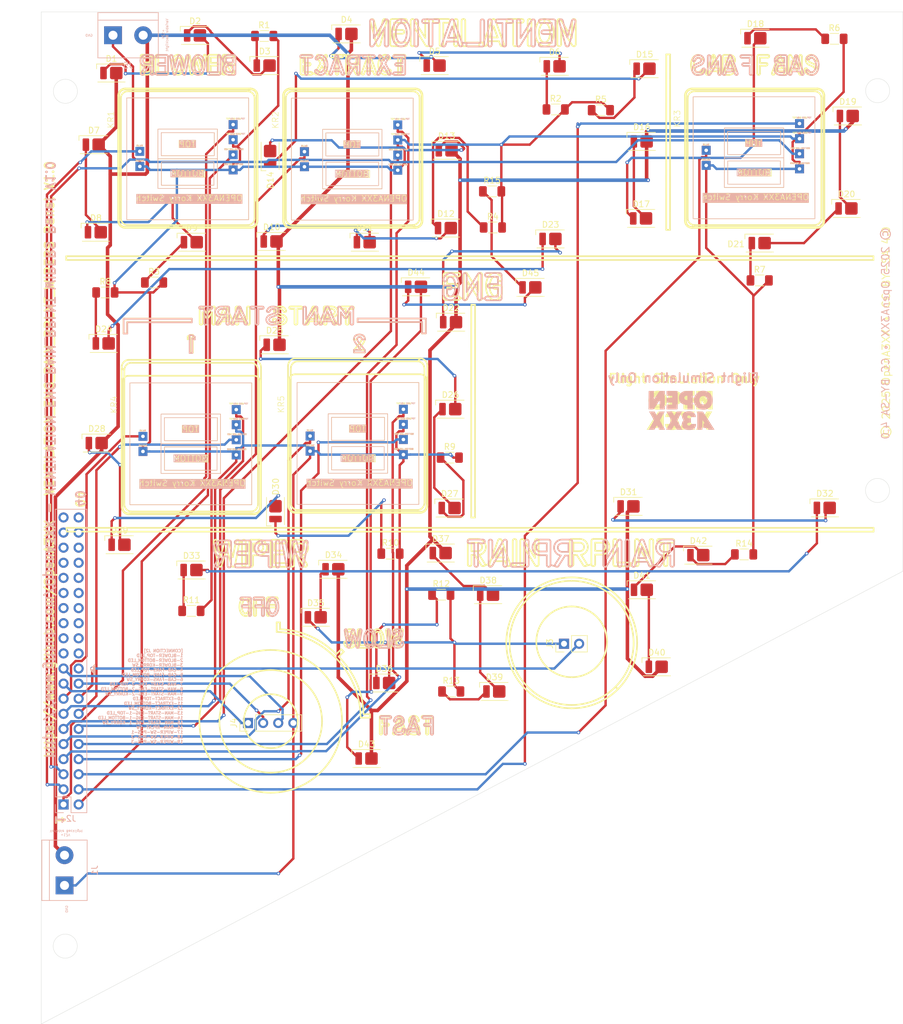
<source format=kicad_pcb>
(kicad_pcb (version 20241229) (generator "pcbnew") (generator_version "9.0")
  (layers (0 "F.Cu" signal) (2 "B.Cu" signal) (13 "F.Paste" user) (15 "B.Paste" user) (5 "F.SilkS" user "F.Silkscreen") (7 "B.SilkS" user "B.Silkscreen") (1 "F.Mask" user) (3 "B.Mask" user) (25 "Edge.Cuts" user))
  (net 0 "")
  (net 1 "Net-(D1-K)")
  (net 2 "+12V")
  (net 3 "Net-(D2-K)")
  (net 4 "Net-(D3-K)")
  (net 5 "Net-(D4-K)")
  (net 6 "Net-(D5-K)")
  (net 7 "Net-(D6-K)")
  (net 8 "Net-(D7-K)")
  (net 9 "Net-(D8-K)")
  (net 10 "Net-(D9-K)")
  (net 11 "Net-(D10-K)")
  (net 12 "Net-(D11-K)")
  (net 13 "Net-(D12-K)")
  (net 14 "Net-(D13-K)")
  (net 15 "Net-(D14-K)")
  (net 16 "Net-(D15-K)")
  (net 17 "Net-(D16-K)")
  (net 18 "Net-(D17-K)")
  (net 19 "Net-(D18-K)")
  (net 20 "Net-(D19-K)")
  (net 21 "Net-(D20-K)")
  (net 22 "Net-(D21-K)")
  (net 23 "Net-(D22-K)")
  (net 24 "Net-(D23-K)")
  (net 25 "Net-(D24-K)")
  (net 26 "Net-(D25-K)")
  (net 27 "Net-(D26-K)")
  (net 28 "Net-(D27-K)")
  (net 29 "Net-(D28-K)")
  (net 30 "Net-(D29-K)")
  (net 31 "Net-(D30-K)")
  (net 32 "Net-(D31-K)")
  (net 33 "Net-(D32-K)")
  (net 34 "Net-(D33-K)")
  (net 35 "Net-(D34-K)")
  (net 36 "Net-(D35-K)")
  (net 37 "Net-(D36-K)")
  (net 38 "Net-(D37-K)")
  (net 39 "Net-(D38-K)")
  (net 40 "Net-(D39-K)")
  (net 41 "Net-(D40-K)")
  (net 42 "Net-(D41-K)")
  (net 43 "Net-(D42-K)")
  (net 44 "Net-(D43-K)")
  (net 45 "Net-(D44-K)")
  (net 46 "Net-(D45-K)")
  (net 47 "GND")
  (net 48 "Net-(J2-Pin_16)")
  (net 49 "Net-(J2-Pin_17)")
  (net 50 "Net-(J2-Pin_19)")
  (net 51 "Net-(J2-Pin_18)")
  (net 52 "Net-(J2-Pin_2)")
  (net 53 "Net-(J2-Pin_1)")
  (net 54 "Net-(J2-Pin_3)")
  (net 55 "Net-(J2-Pin_11)")
  (net 56 "Net-(J2-Pin_12)")
  (net 57 "Net-(J2-Pin_10)")
  (net 58 "Net-(J2-Pin_5)")
  (net 59 "Net-(J2-Pin_4)")
  (net 60 "Net-(J2-Pin_6)")
  (net 61 "Net-(J2-Pin_13)")
  (net 62 "Net-(J2-Pin_14)")
  (net 63 "Net-(J2-Pin_15)")
  (net 64 "Net-(J2-Pin_8)")
  (net 65 "Net-(J2-Pin_9)")
  (net 66 "Net-(J2-Pin_7)")
  (footprint "OpenA3XX:LED_Everlight-SMD3528_3.5x2.8mm_67-21ST" (layer "F.Cu") (at 58.025 41.42405 90)
    (property "Reference" "D14")
    (property "Value" "LED")
  )
  (footprint "OpenA3XX:Korry Switch" (layer "F.Cu") (at 61.6 31.71405)
    (property "Reference" "KR2")
    (property "Value" "~")
  )
  (footprint "Resistor_SMD:R_1206_3216Metric_Pad1.30x1.75mm_HandSolder" (layer "F.Cu") (at 106.075 33.61405)
    (property "Reference" "R2")
    (property "Value" "220R")
  )
  (footprint "OpenA3XX:LED_Everlight-SMD3528_3.5x2.8mm_67-21ST" (layer "F.Cu") (at 101.84 63.53905)
    (property "Reference" "D45")
    (property "Value" "LED")
  )
  (footprint "OpenA3XX:LED_Everlight-SMD3528_3.5x2.8mm_67-21ST" (layer "F.Cu") (at 58.29 55.81405)
    (property "Reference" "D10")
    (property "Value" "LED")
  )
  (footprint "OpenA3XX:Korry Switch" (layer "F.Cu") (at 62.55 79.53905)
    (property "Reference" "KR5")
    (property "Value" "~")
  )
  (footprint "OpenA3XX:OpenA3XXLogoSmall" (layer "F.Cu") (at 126.987761 84.149311)
    (property "Reference" "top" (hide yes))
    (property "Value" "LOGO" (hide yes))
  )
  (footprint "Resistor_SMD:R_1206_3216Metric_Pad1.30x1.75mm_HandSolder" (layer "F.Cu") (at 30.3 64.38905)
    (property "Reference" "R8")
    (property "Value" "220R")
  )
  (footprint "OpenA3XX:LED_Everlight-SMD3528_3.5x2.8mm_67-21ST" (layer "F.Cu") (at 87.615 53.56405)
    (property "Reference" "D12")
    (property "Value" "LED")
  )
  (footprint "OpenA3XX:LED_Everlight-SMD3528_3.5x2.8mm_67-21ST" (layer "F.Cu") (at 65.715 119.01405)
    (property "Reference" "D35")
    (property "Value" "LED")
  )
  (footprint "Connector_PinHeader_2.54mm:PinHeader_1x04_P2.54mm_Vertical" (layer "F.Cu") (at 54.31 136.78905 90)
    (property "Reference" "J4")
    (property "Value" "Conn_02x02_Counter_Clockwise")
  )
  (footprint "OpenA3XX:LED_Everlight-SMD3528_3.5x2.8mm_67-21ST" (layer "F.Cu") (at 123.09 127.33905)
    (property "Reference" "D40")
    (property "Value" "LED")
  )
  (footprint "OpenA3XX:LED_Everlight-SMD3528_3.5x2.8mm_67-21ST" (layer "F.Cu") (at 86.74 108.21405)
    (property "Reference" "D37")
    (property "Value" "LED")
  )
  (footprint "OpenA3XX:LED_Everlight-SMD3528_3.5x2.8mm_67-21ST" (layer "F.Cu") (at 28.865 89.71405)
    (property "Reference" "D28")
    (property "Value" "LED")
  )
  (footprint "OpenA3XX:LED_Everlight-SMD3528_3.5x2.8mm_67-21ST" (layer "F.Cu") (at 44.865 55.93905)
    (property "Reference" "D9")
    (property "Value" "LED")
  )
  (footprint "OpenA3XX:LED_Everlight-SMD3528_3.5x2.8mm_67-21ST" (layer "F.Cu") (at 30.04 72.96405)
    (property "Reference" "D24")
    (property "Value" "LED")
  )
  (footprint "OpenA3XX:LED_Everlight-SMD3528_3.5x2.8mm_67-21ST" (layer "F.Cu") (at 45.4 21.16405)
    (property "Reference" "D2")
    (property "Value" "LED")
  )
  (footprint "Resistor_SMD:R_1206_3216Metric_Pad1.30x1.75mm_HandSolder" (layer "F.Cu") (at 44.775 117.93905)
    (property "Reference" "R11")
    (property "Value" "220R")
  )
  (footprint "OpenA3XX:LED_Everlight-SMD3528_3.5x2.8mm_67-21ST" (layer "F.Cu") (at 31.325 27.48905)
    (property "Reference" "D1")
    (property "Value" "LED")
  )
  (footprint "OpenA3XX:Korry Switch" (layer "F.Cu") (at 129.2 31.48905)
    (property "Reference" "KR3")
    (property "Value" "~")
  )
  (footprint "OpenA3XX:LED_Everlight-SMD3528_3.5x2.8mm_67-21ST" (layer "F.Cu") (at 58.79 73.18905)
    (property "Reference" "D25")
    (property "Value" "LED")
  )
  (footprint "OpenA3XX:LED_Everlight-SMD3528_3.5x2.8mm_67-21ST" (layer "F.Cu") (at 73.965 55.93905)
    (property "Reference" "D11")
    (property "Value" "LED")
  )
  (footprint "OpenA3XX:LED_Everlight-SMD3528_3.5x2.8mm_67-21ST" (layer "F.Cu") (at 105.215 55.38905)
    (property "Reference" "D23")
    (property "Value" "LED")
  )
  (footprint "OpenA3XX:LED_Everlight-SMD3528_3.5x2.8mm_67-21ST" (layer "F.Cu") (at 70.89 20.91405)
    (property "Reference" "D4")
    (property "Value" "LED")
  )
  (footprint "OpenA3XX:LED_Everlight-SMD3528_3.5x2.8mm_67-21ST" (layer "F.Cu") (at 88.24 100.63905)
    (property "Reference" "D27")
    (property "Value" "LED")
  )
  (footprint "Resistor_SMD:R_1206_3216Metric_Pad1.30x1.75mm_HandSolder" (layer "F.Cu") (at 95.375 47.38905)
    (property "Reference" "R15")
    (property "Value" "220R")
  )
  (footprint "OpenA3XX:LED_Everlight-SMD3528_3.5x2.8mm_67-21ST" (layer "F.Cu") (at 139.69 21.63905)
    (property "Reference" "D18")
    (property "Value" "LED")
  )
  (footprint "OpenA3XX:LED_Everlight-SMD3528_3.5x2.8mm_67-21ST" (layer "F.Cu") (at 120.465 51.93905)
    (property "Reference" "D17")
    (property "Value" "LED")
  )
  (footprint "OpenA3XX:LED_Everlight-SMD3528_3.5x2.8mm_67-21ST" (layer "F.Cu") (at 32.7 106.81405)
    (property "Reference" "D29")
    (property "Value" "LED")
  )
  (footprint "OpenA3XX:LED_Everlight-SMD3528_3.5x2.8mm_67-21ST" (layer "F.Cu") (at 85.715 26.23905)
    (property "Reference" "D5")
    (property "Value" "LED")
  )
  (footprint "OpenA3XX:LED_Everlight-SMD3528_3.5x2.8mm_67-21ST" (layer "F.Cu") (at 105.915 26.36405)
    (property "Reference" "D6")
    (property "Value" "LED")
  )
  (footprint "OpenA3XX:LED_Everlight-SMD3528_3.5x2.8mm_67-21ST" (layer "F.Cu") (at 151.365 100.61405)
    (property "Reference" "D32")
    (property "Value" "LED")
  )
  (footprint "OpenA3XX:LED_Everlight-SMD3528_3.5x2.8mm_67-21ST" (layer "F.Cu") (at 28.365 39.53905)
    (property "Reference" "D7")
    (property "Value" "LED")
  )
  (footprint "Resistor_SMD:R_1206_3216Metric_Pad1.30x1.75mm_HandSolder" (layer "F.Cu") (at 95.5 53.46405)
    (property "Reference" "R4")
    (property "Value" "220R")
  )
  (footprint "OpenA3XX:LED_Everlight-SMD3528_3.5x2.8mm_67-21ST" (layer "F.Cu") (at 130.09 108.56405)
    (property "Reference" "D42")
    (property "Value" "LED")
  )
  (footprint "OpenA3XX:LED_Everlight-SMD3528_3.5x2.8mm_67-21ST" (layer "F.Cu") (at 155.015 50.26405)
    (property "Reference" "D20")
    (property "Value" "LED")
  )
  (footprint "OpenA3XX:LED_Everlight-SMD3528_3.5x2.8mm_67-21ST" (layer "F.Cu") (at 28.715 54.26405)
    (property "Reference" "D8")
    (property "Value" "LED")
  )
  (footprint "OpenA3XX:LED_Everlight-SMD3528_3.5x2.8mm_67-21ST" (layer "F.Cu") (at 68.69 110.93905)
    (property "Reference" "D34")
    (property "Value" "LED")
  )
  (footprint "Connector_PinHeader_2.54mm:PinHeader_1x02_P2.54mm_Vertical" (layer "F.Cu") (at 107.475 123.46405 90)
    (property "Reference" "J3")
    (property "Value" "Conn_02x01")
  )
  (footprint "Resistor_SMD:R_1206_3216Metric_Pad1.30x1.75mm_HandSolder" (layer "F.Cu") (at 152.975 21.73905)
    (property "Reference" "R6")
    (property "Value" "220R")
  )
  (footprint "OpenA3XX:LED_Everlight-SMD3528_3.5x2.8mm_67-21ST" (layer "F.Cu") (at 58.925 101.14905 90)
    (property "Reference" "D30")
    (property "Value" "LED")
  )
  (footprint "OpenA3XX:LED_Everlight-SMD3528_3.5x2.8mm_67-21ST" (layer "F.Cu") (at 140.415 56.08905)
    (property "Reference" "D21")
    (property "Value" "LED")
  )
  (footprint "Resistor_SMD:R_1206_3216Metric_Pad1.30x1.75mm_HandSolder" (layer "F.Cu") (at 137.775 108.43905)
    (property "Reference" "R14")
    (property "Value" "220R")
  )
  (footprint "Resistor_SMD:R_1206_3216Metric_Pad1.30x1.75mm_HandSolder" (layer "F.Cu") (at 86.825 115.21405)
    (property "Reference" "R12")
    (property "Value" "220R")
  )
  (footprint "OpenA3XX:LED_Everlight-SMD3528_3.5x2.8mm_67-21ST" (layer "F.Cu") (at 88.49 69.38905)
    (property "Reference" "D22")
    (property "Value" "LED")
  )
  (footprint "OpenA3XX:LED_Everlight-SMD3528_3.5x2.8mm_67-21ST" (layer "F.Cu") (at 57.115 26.23905)
    (property "Reference" "D3")
    (property "Value" "LED")
  )
  (footprint "Resistor_SMD:R_1206_3216Metric_Pad1.30x1.75mm_HandSolder" (layer "F.Cu") (at 140.4 62.36405)
    (property "Reference" "R7")
    (property "Value" "220R")
  )
  (footprint "OpenA3XX:LED_Everlight-SMD3528_3.5x2.8mm_67-21ST" (layer "F.Cu") (at 120.565 38.98905)
    (property "Reference" "D16")
    (property "Value" "LED")
  )
  (footprint "OpenA3XX:LED_Everlight-SMD3528_3.5x2.8mm_67-21ST" (layer "F.Cu") (at 120.59 114.38905)
    (property "Reference" "D41")
    (property "Value" "LED")
  )
  (footprint "OpenA3XX:LED_Everlight-SMD3528_3.5x2.8mm_67-21ST" (layer "F.Cu") (at 44.815 111.06405)
    (property "Reference" "D33")
    (property "Value" "LED")
  )
  (footprint "Resistor_SMD:R_1206_3216Metric_Pad1.30x1.75mm_HandSolder" (layer "F.Cu") (at 57.025 21.26405)
    (property "Reference" "R1")
    (property "Value" "220R")
  )
  (footprint "OpenA3XX:LED_Everlight-SMD3528_3.5x2.8mm_67-21ST" (layer "F.Cu") (at 74.265 142.76405)
    (property "Reference" "D43")
    (property "Value" "LED")
  )
  (footprint "OpenA3XX:LED_Everlight-SMD3528_3.5x2.8mm_67-21ST" (layer "F.Cu") (at 94.715 115.21405)
    (property "Reference" "D38")
    (property "Value" "LED")
  )
  (footprint "OpenA3XX:LED_Everlight-SMD3528_3.5x2.8mm_67-21ST" (layer "F.Cu") (at 121.04 26.76405)
    (property "Reference" "D15")
    (property "Value" "LED")
  )
  (footprint "Resistor_SMD:R_1206_3216Metric_Pad1.30x1.75mm_HandSolder" (layer "F.Cu") (at 113.675 33.73905)
    (property "Reference" "R5")
    (property "Value" "220R")
  )
  (footprint "Resistor_SMD:R_1206_3216Metric_Pad1.30x1.75mm_HandSolder" (layer "F.Cu") (at 88.5 131.48905)
    (property "Reference" "R13")
    (property "Value" "220R")
  )
  (footprint "OpenA3XX:LED_Everlight-SMD3528_3.5x2.8mm_67-21ST" (layer "F.Cu") (at 155.24 34.71405)
    (property "Reference" "D19")
    (property "Value" "LED")
  )
  (footprint "Resistor_SMD:R_1206_3216Metric_Pad1.30x1.75mm_HandSolder" (layer "F.Cu") (at 78.275 108.31405)
    (property "Reference" "R10")
    (property "Value" "220R")
  )
  (footprint "OpenA3XX:LED_Everlight-SMD3528_3.5x2.8mm_67-21ST" (layer "F.Cu") (at 118.34 100.36405)
    (property "Reference" "D31")
    (property "Value" "LED")
  )
  (footprint "OpenA3XX:LED_Everlight-SMD3528_3.5x2.8mm_67-21ST" (layer "F.Cu") (at 95.765 131.48905)
    (property "Reference" "D39")
    (property "Value" "LED")
  )
  (footprint "OpenA3XX:Korry Switch" (layer "F.Cu") (at 33.9 31.66405)
    (property "Reference" "KR1")
    (property "Value" "~")
  )
  (footprint "Resistor_SMD:R_1206_3216Metric_Pad1.30x1.75mm_HandSolder" (layer "F.Cu") (at 38.5 62.71405)
    (property "Reference" "R3")
    (property "Value" "220R")
  )
  (footprint "OpenA3XX:LED_Everlight-SMD3528_3.5x2.8mm_67-21ST" (layer "F.Cu") (at 88.365 84.01405)
    (property "Reference" "D26")
    (property "Value" "LED")
  )
  (footprint "Resistor_SMD:R_1206_3216Metric_Pad1.30x1.75mm_HandSolder" (layer "F.Cu") (at 88.25 92.16405)
    (property "Reference" "R9")
    (property "Value" "220R")
  )
  (footprint "OpenA3XX:LED_Everlight-SMD3528_3.5x2.8mm_67-21ST" (layer "F.Cu") (at 82.59 63.43905)
    (property "Reference" "D44")
    (property "Value" "LED")
  )
  (footprint "OpenA3XX:LED_Everlight-SMD3528_3.5x2.8mm_67-21ST" (layer "F.Cu") (at 87.74 40.48905)
    (property "Reference" "D13")
    (property "Value" "LED")
  )
  (footprint "OpenA3XX:LED_Everlight-SMD3528_3.5x2.8mm_67-21ST" (layer "F.Cu") (at 77.24 130.06405)
    (property "Reference" "D36")
    (property "Value" "LED")
  )
  (footprint "OpenA3XX:Korry Switch" (layer "F.Cu") (at 34.425 79.58905)
    (property "Reference" "KR4")
    (property "Value" "~")
  )
  (footprint "OpenA3XX:OpenA3XXLogoSmall" (layer "B.Cu") (at 127.187761 84.149311 180)
    (property "Reference" "bottom" (hide yes))
    (property "Value" "LOGO" (hide yes))
  )
  (footprint "TerminalBlock:TerminalBlock_bornier-2_P5.08mm" (layer "B.Cu") (at 23.425 164.10405 90)
    (property "Reference" "J1")
    (property "Value" "Conn_02x01")
  )
  (footprint "Connector_PinHeader_2.54mm:PinHeader_2x20_P2.54mm_Vertical" (layer "B.Cu") (at 23.26 150.48905)
    (property "Reference" "J2")
    (property "Value" "Conn_02x20_Counter_Clockwise")
  )
  (footprint "TerminalBlock:TerminalBlock_bornier-2_P5.08mm" (layer "B.Cu") (at 31.585 21.13905)
    (property "Reference" "J5")
    (property "Value" "Conn_02x01")
  )
  (gr_curve (pts (xy 68.981201 69.808221) (xy 68.908874 69.797235) (xy 68.855957 69.766229) (xy 68.822387 69.715142)) (stroke (width 0.279999) (color 51 153 102 1)) (layer "F.SilkS"))
  (gr_curve (pts (xy 79.808776 135.5841) (xy 79.90332 135.583062) (xy 79.96698 135.630426) (xy 79.999755 135.72619)) (stroke (width 0.279999) (color 51 153 102 1)) (layer "F.SilkS"))
  (gr_line (start 92.509887 66.461053) (end 91.873535 66.460748) (stroke (width 0.279999) (color 51 153 102 1)) (layer "F.SilkS"))
  (gr_curve (pts (xy 67.395629 69.790948) (xy 67.304199 69.829522) (xy 67.218566 69.822259) (xy 67.138733 69.769219)) (stroke (width 0.279999) (color 51 153 102 1)) (layer "F.SilkS"))
  (gr_curve (pts (xy 134.173095 24.674188) (xy 134.191345 24.538446) (xy 134.267578 24.460748) (xy 134.401794 24.441033)) (stroke (width 0.279999) (color 51 153 102 1)) (layer "F.SilkS"))
  (gr_line (start 42.975341 27.651483) (end 42.786193 27.217492) (stroke (width 0.279999)) (layer "F.SilkS"))
  (gr_curve (pts (xy 147.499572 27.576898) (xy 147.499572 27.691827) (xy 147.445068 27.764886) (xy 147.33612 27.796075)) (stroke (width 0.279999) (color 51 153 102 1)) (layer "F.SilkS"))
  (gr_curve (pts (xy 76.25354 22.981561) (xy 76.113342 22.982293) (xy 76.011169 22.908105) (xy 75.947021 22.758935)) (stroke (width 0.279999) (color 51 153 102 1)) (layer "F.SilkS"))
  (gr_line (start 144.365661 27.186151) (end 143.0531 27.186151) (stroke (width 0.279999) (color 51 153 102 1)) (layer "F.SilkS"))
  (gr_curve (pts (xy 82.827392 136.562249) (xy 82.767578 136.547784) (xy 82.72174 136.506585) (xy 82.68988 136.438653)) (stroke (width 0.279999) (color 51 153 102 1)) (layer "F.SilkS"))
  (gr_curve (pts (xy 151.282165 52.351434) (xy 151.282165 53.011041) (xy 150.751159 53.542047) (xy 150.091552 53.542047)) (stroke (width 0.279999) (color 51 153 102 1)) (layer "F.SilkS"))
  (gr_line (start 49.05133 26.243615) (end 48.034118 26.243615) (stroke (width 0.279999) (color 51 153 102 1)) (layer "F.SilkS"))
  (gr_curve (pts (xy 50.295837 66.877313) (xy 50.334045 66.786187) (xy 50.409851 66.740167) (xy 50.523254 66.739129)) (stroke (width 0.279999) (color 51 153 102 1)) (layer "F.SilkS"))
  (gr_line (start 91.911193 106.471063) (end 91.911193 107.903436) (stroke (width 0.279999) (color 51 153 102 1)) (layer "F.SilkS"))
  (gr_line (start 82.021789 53.063714) (end 61.805847 53.063714) (stroke (width 0.279999) (color 51 153 102 1)) (layer "F.SilkS"))
  (gr_curve (pts (xy 72.959655 124.14898) (xy 72.841491 124.14074) (xy 72.773254 124.069451) (xy 72.755004 123.935113)) (stroke (width 0.279999) (color 51 153 102 1)) (layer "F.SilkS"))
  (gr_curve (pts (xy 103.611328 21.999383) (xy 103.72174 22.168664) (xy 103.866394 22.280908) (xy 104.04541 22.336083)) (stroke (width 0.279999) (color 51 153 102 1)) (layer "F.SilkS"))
  (gr_line (start 109.063964 108.532342) (end 109.063964 110.107965) (stroke (width 0.279999) (color 51 153 102 1)) (layer "F.SilkS"))
  (gr_curve (pts (xy 69.999633 124.376275) (xy 69.714294 124.657586) (xy 69.428955 124.938836) (xy 69.143615 125.220147)) (stroke (width 0.279999) (color 51 153 102 1)) (layer "F.SilkS"))
  (gr_line (start 71.857299 122.938165) (end 71.747802 122.865838) (stroke (width 0.279999) (color 51 153 102 1)) (layer "F.SilkS"))
  (gr_curve (pts (xy 60.150695 66.82171) (xy 60.296447 66.880792) (xy 60.408142 66.961846) (xy 60.485656 67.064996)) (stroke (width 0.279999) (color 51 153 102 1)) (layer "F.SilkS"))
  (gr_curve (pts (xy 54.782959 116.552484) (xy 54.871704 116.837823) (xy 54.905212 117.133966) (xy 54.883483 117.440972)) (stroke (width 0.279999) (color 51 153 102 1)) (layer "F.SilkS"))
  (gr_line (start 112.714294 107.843011) (end 113.802002 107.843011) (stroke (width 0.279999) (color 51 153 102 1)) (layer "F.SilkS"))
  (gr_curve (pts (xy 95.756286 109.581964) (xy 95.681701 109.790093) (xy 95.607055 109.998284) (xy 95.53247 110.206414)) (stroke (width 0.279999) (color 51 153 102 1)) (layer "F.SilkS"))
  (gr_curve (pts (xy 87.164917 22.669458) (xy 87.130554 22.881249) (xy 87.020568 22.98565) (xy 86.8349 22.982659)) (stroke (width 0.279999) (color 51 153 102 1)) (layer "F.SilkS"))
  (gr_curve (pts (xy 145.692627 24.554315) (xy 146.143554 25.292596) (xy 146.594482 26.030847) (xy 147.04541 26.769128)) (stroke (width 0.279999) (color 51 153 102 1)) (layer "F.SilkS"))
  (gr_curve (pts (xy 77.320007 27.310327) (xy 77.515136 27.37301) (xy 77.705749 27.277886) (xy 77.891784 27.025018)) (stroke (width 0.279999) (color 51 153 102 1)) (layer "F.SilkS"))
  (gr_curve (pts (xy 79.807251 136.435296) (xy 79.659607 136.867852) (xy 79.511962 137.300347) (xy 79.364318 137.732904)) (stroke (width 0.279999) (color 51 153 102 1)) (layer "F.SilkS"))
  (gr_line (start 50.042785 27.551416) (end 50.042785 24.651971) (stroke (width 0.279999) (color 51 153 102 1)) (layer "F.SilkS"))
  (gr_curve (pts (xy 114.25299 107.672906) (xy 114.383545 107.559503) (xy 114.460022 107.417779) (xy 114.482421 107.247674)) (stroke (width 0.279999) (color 51 153 102 1)) (layer "F.SilkS"))
  (gr_line (start 78.961486 24.426995) (end 80.589294 24.426995) (stroke (width 0.279999) (color 51 153 102 1)) (layer "F.SilkS"))
  (gr_line (start 147.989135 27.066278) (end 147.966613 26.951348) (stroke (width 0.279999) (color 51 153 102 1)) (layer "F.SilkS"))
  (gr_curve (pts (xy 67.504089 24.454797) (xy 67.61853 24.520196) (xy 67.648437 24.62539) (xy 67.593933 24.770349)) (stroke (width 0.279999) (color 51 153 102 1)) (layer "F.SilkS"))
  (gr_curve (pts (xy 104.848571 22.803674) (xy 104.618896 22.963281) (xy 104.365356 23.019219) (xy 104.08789 22.97149)) (stroke (width 0.279999) (color 51 153 102 1)) (layer "F.SilkS"))
  (gr_curve (pts (xy 82.885315 135.919549) (xy 82.949951 136.025689) (xy 83.0083 136.140496) (xy 83.060363 136.264093)) (stroke (width 0.279999) (color 51 153 102 1)) (layer "F.SilkS"))
  (gr_curve (pts (xy 108.432861 106.153253) (xy 108.432861 106.066705) (xy 108.463073 105.992852) (xy 108.523498 105.931634)) (stroke (width 0.279999) (color 51 153 102 1)) (layer "F.SilkS"))
  (gr_line (start 46.447082 26.571801) (end 46.82373 24.609307) (stroke (width 0.279999) (color 51 153 102 1)) (layer "F.SilkS"))
  (gr_curve (pts (xy 91.370727 105.931634) (xy 91.431152 105.870477) (xy 91.505371 105.839898) (xy 91.593444 105.839898)) (stroke (width 0.279999) (color 51 153 102 1)) (layer "F.SilkS"))
  (gr_curve (pts (xy 130.845947 25.07232) (xy 130.816955 25.150567) (xy 130.763794 25.199548) (xy 130.686523 25.219262)) (stroke (width 0.279999) (color 51 153 102 1)) (layer "F.SilkS"))
  (gr_curve (pts (xy 132.400024 24.592095) (xy 132.435424 24.492486) (xy 132.505798 24.442132) (xy 132.610962 24.441033)) (stroke (width 0.279999) (color 51 153 102 1)) (layer "F.SilkS"))
  (gr_curve (pts (xy 80.811401 24.658349) (xy 80.81195 24.800592) (xy 80.737915 24.87716) (xy 80.589294 24.888085)) (stroke (width 0.279999) (color 51 153 102 1)) (layer "F.SilkS"))
  (gr_curve (pts (xy 50.702331 106.000604) (xy 50.839599 105.996148) (xy 50.936584 106.071649) (xy 50.993225 106.227166)) (stroke (width 0.279999) (color 51 153 102 1)) (layer "F.SilkS"))
  (gr_curve (pts (xy 68.570739 68.528924) (xy 68.559753 68.53045) (xy 68.548706 68.531915) (xy 68.537719 68.533441)) (stroke (width 0.279999) (color 51 153 102 1)) (layer "F.SilkS"))
  (gr_curve (pts (xy 81.268005 137.750054) (xy 81.316711 137.693414) (xy 81.377258 137.671807) (xy 81.449585 137.685174)) (stroke (width 0.279999) (color 51 153 102 1)) (layer "F.SilkS"))
  (gr_line (start 112.080932 110.107965) (end 112.080932 106.153253) (stroke (width 0.279999) (color 51 153 102 1)) (layer "F.SilkS"))
  (gr_line (start 91.242614 62.509698) (end 91.242614 65.356988) (stroke (width 0.279999) (color 51 153 102 1)) (layer "F.SilkS"))
  (gr_line (start 81.667846 22.673913) (end 81.667846 18.722833) (stroke (width 0.279999) (color 51 153 102 1)) (layer "F.SilkS"))
  (gr_line (start 49.368408 27.782769) (end 47.810363 27.782769) (stroke (width 0.279999) (color 51 153 102 1)) (layer "F.SilkS"))
  (gr_curve (pts (xy 103.363037 21.428857) (xy 103.418212 21.639916) (xy 103.500976 21.830072) (xy 103.611328 21.999383)) (stroke (width 0.279999) (color 51 153 102 1)) (layer "F.SilkS"))
  (gr_curve (pts (xy 96.923828 64.869439) (xy 96.917846 64.880609) (xy 96.911926 64.891778) (xy 96.905944 64.902947)) (stroke (width 0.279999) (color 51 153 102 1)) (layer "F.SilkS"))
  (gr_curve (pts (xy 93.395446 61.090509) (xy 93.584106 61.092767) (xy 93.685852 61.198236) (xy 93.700744 61.407037)) (stroke (width 0.279999) (color 51 153 102 1)) (layer "F.SilkS"))
  (gr_line (start 39.207397 24.655267) (end 39.207397 27.326593) (stroke (width 0.279999) (color 51 153 102 1)) (layer "F.SilkS"))
  (gr_curve (pts (xy 132.609375 25.345666) (xy 132.445129 25.805383) (xy 132.280822 26.265069) (xy 132.116577 26.724786)) (stroke (width 0.279999) (color 51 153 102 1)) (layer "F.SilkS"))
  (gr_curve (pts (xy 130.905517 27.27807) (xy 130.900695 27.28518) (xy 130.895874 27.292321) (xy 130.891052 27.299432)) (stroke (width 0.279999) (color 51 153 102 1)) (layer "F.SilkS"))
  (gr_line (start 71.747802 122.865838) (end 71.080566 122.55346) (stroke (width 0.279999) (color 51 153 102 1)) (layer "F.SilkS"))
  (gr_curve (pts (xy 116.075927 110.425775) (xy 115.892395 110.413812) (xy 115.786438 110.310113) (xy 115.758117 110.114678)) (stroke (width 0.279999) (color 51 153 102 1)) (layer "F.SilkS"))
  (gr_line (start 83.313415 101.298028) (end 62.217834 101.298028) (stroke (width 0.279999) (color 0 0 255 1)) (layer "F.SilkS"))
  (gr_curve (pts (xy 33.037353 77.041619) (xy 33.037353 76.31109) (xy 33.568359 75.723016) (xy 34.227905 75.723016)) (stroke (width 0.279999) (color 51 153 102 1)) (layer "F.SilkS"))
  (gr_curve (pts (xy 129.293457 25.930169) (xy 129.27417 26.089959) (xy 129.276001 26.250573) (xy 129.299133 26.412042)) (stroke (width 0.279999) (color 51 153 102 1)) (layer "F.SilkS"))
  (gr_curve (pts (xy 80.606201 20.567498) (xy 80.605468 20.748712) (xy 80.499939 20.854241) (xy 80.289611 20.884088)) (stroke (width 0.279999) (color 51 153 102 1)) (layer "F.SilkS"))
  (gr_curve (pts (xy 75.738159 123.471551) (xy 75.809265 123.587945) (xy 75.902404 123.665155) (xy 76.0177 123.703118)) (stroke (width 0.279999) (color 51 153 102 1)) (layer "F.SilkS"))
  (gr_curve (pts (xy 59.250671 69.330743) (xy 59.388977 69.372796) (xy 59.581359 69.391839) (xy 59.827819 69.387811)) (stroke (width 0.279999) (color 51 153 102 1)) (layer "F.SilkS"))
  (gr_curve (pts (xy 73.161438 123.719781) (xy 73.604797 123.719293) (xy 74.048217 123.718865) (xy 74.491577 123.718377)) (stroke (width 0.279999) (color 51 153 102 1)) (layer "F.SilkS"))
  (gr_curve (pts (xy 82.725952 138.025201) (xy 82.756836 137.940728) (xy 82.761657 137.85296) (xy 82.740417 137.761773)) (stroke (width 0.279999) (color 51 153 102 1)) (layer "F.SilkS"))
  (gr_curve (pts (xy 43.033264 26.870446) (xy 43.090149 26.744653) (xy 43.129028 26.579461) (xy 43.149963 26.374902)) (stroke (width 0.279999) (color 51 153 102 1)) (layer "F.SilkS"))
  (gr_line (start 99.480468 106.157708) (end 99.480468 110.114678) (stroke (width 0.279999) (color 51 153 102 1)) (layer "F.SilkS"))
  (gr_curve (pts (xy 37.973693 24.610955) (xy 38.112671 24.719262) (xy 38.208984 24.849694) (xy 38.262634 25.002313)) (stroke (width 0.279999) (color 51 153 102 1)) (layer "F.SilkS"))
  (gr_line (start 32.610534 52.36126) (end 32.610534 31.266229) (stroke (width 0.279999) (color 0 0 255 1)) (layer "F.SilkS"))
  (gr_curve (pts (xy 135.401916 24.441033) (xy 135.605896 24.458551) (xy 135.777404 24.521478) (xy 135.916442 24.629846)) (stroke (width 0.279999) (color 51 153 102 1)) (layer "F.SilkS"))
  (gr_line (start 143.711792 25.345666) (end 144.201355 26.724786) (stroke (width 0.279999) (color 51 153 102 1)) (layer "F.SilkS"))
  (gr_curve (pts (xy 130.536743 27.007165) (xy 130.637634 26.893334) (xy 130.744201 26.881585) (xy 130.856384 26.971887)) (stroke (width 0.279999) (color 51 153 102 1)) (layer "F.SilkS"))
  (gr_curve (pts (xy 82.298767 22.673913) (xy 82.26593 22.882745) (xy 82.1604 22.987145) (xy 81.982177 22.987145)) (stroke (width 0.279999) (color 51 153 102 1)) (layer "F.SilkS"))
  (gr_line (start 60.529235 106.593743) (end 58.722717 106.593743) (stroke (width 0.279999) (color 51 153 102 1)) (layer "F.SilkS"))
  (gr_curve (pts (xy 76.389831 26.985772) (xy 76.264221 26.659875) (xy 76.210205 26.32116) (xy 76.227844 25.969628)) (stroke (width 0.279999) (color 51 153 102 1)) (layer "F.SilkS"))
  (gr_curve (pts (xy 64.158447 69.792474) (xy 64.021911 69.748956) (xy 63.975097 69.6596) (xy 64.017883 69.524468)) (stroke (width 0.279999) (color 51 153 102 1)) (layer "F.SilkS"))
  (gr_line (start 120.037353 107.265557) (end 120.037353 110.114678) (stroke (width 0.279999) (color 51 153 102 1)) (layer "F.SilkS"))
  (gr_curve (pts (xy 55.303344 75.723016) (xy 55.962951 75.723016) (xy 56.493957 76.31109) (xy 56.493957 77.041619)) (stroke (width 0.279999) (color 51 153 102 1)) (layer "F.SilkS"))
  (gr_curve (pts (xy 50.042785 24.651971) (xy 50.042785 24.588525) (xy 50.064514 24.534387) (xy 50.107971 24.489526)) (stroke (width 0.279999) (color 51 153 102 1)) (layer "F.SilkS"))
  (gr_line (start 51.755981 108.88421) (end 52.265869 106.227166) (stroke (width 0.279999) (color 51 153 102 1)) (layer "F.SilkS"))
  (gr_curve (pts (xy 110.93164 110.414544) (xy 110.83844 110.398126) (xy 110.770141 110.351922) (xy 110.726867 110.275811)) (stroke (width 0.279999) (color 51 153 102 1)) (layer "F.SilkS"))
  (gr_line (start 51.459228 26.378167) (end 51.42865 26.383111) (stroke (width 0.279999) (color 51 153 102 1)) (layer "F.SilkS"))
  (gr_curve (pts (xy 56.937988 108.354364) (xy 56.736023 108.494317) (xy 56.505798 108.572442) (xy 56.247192 108.588739)) (stroke (width 0.279999) (color 51 153 102 1)) (layer "F.SilkS"))
  (gr_line (start 60.693969 67.572503) (end 60.650573 67.629571) (stroke (width 0.279999) (color 51 153 102 1)) (layer "F.SilkS"))
  (gr_curve (pts (xy 56.644897 107.793389) (xy 56.771972 107.680841) (xy 56.846435 107.540155) (xy 56.868225 107.37127)) (stroke (width 0.279999) (color 51 153 102 1)) (layer "F.SilkS"))
  (gr_curve (pts (xy 101.991516 22.673913) (xy 101.95874 22.88424) (xy 101.852478 22.989007) (xy 101.672729 22.988275)) (stroke (width 0.279999) (color 51 153 102 1)) (layer "F.SilkS"))
  (gr_line (start 60.650573 67.629571) (end 60.614135 67.656549) (stroke (width 0.279999) (color 51 153 102 1)) (layer "F.SilkS"))
  (gr_line (start 80.002319 24.888085) (end 80.002319 27.546594) (stroke (width 0.279999) (color 51 153 102 1)) (layer "F.SilkS"))
  (gr_line (start 54.271789 30.563745) (end 54.733276 30.238732) (stroke (width 0.279999)) (layer "F.SilkS"))
  (gr_curve (pts (xy 75.48291 27.62835) (xy 75.427856 27.472467) (xy 75.372741 27.316613) (xy 75.317688 27.160729)) (stroke (width 0.279999) (color 51 153 102 1)) (layer "F.SilkS"))
  (gr_curve (pts (xy 54.439148 116.903985) (xy 54.411682 116.711846) (xy 54.357849 116.538751) (xy 54.277771 116.384759)) (stroke (width 0.279999) (color 51 153 102 1)) (layer "F.SilkS"))
  (gr_curve (pts (xy 75.517761 122.638482) (xy 75.522522 122.787164) (xy 75.542663 122.934136) (xy 75.578247 123.079217)) (stroke (width 0.279999) (color 51 153 102 1)) (layer "F.SilkS"))
  (gr_line (start 130.506164 27.049859) (end 130.536743 27.007165) (stroke (width 0.279999) (color 51 153 102 1)) (layer "F.SilkS"))
  (gr_curve (pts (xy 79.999755 135.72619) (xy 80.308899 136.636651) (xy 80.617981 137.547113) (xy 80.927124 138.457574)) (stroke (width 0.279999) (color 51 153 102 1)) (layer "F.SilkS"))
  (gr_line (start 50.131347 27.733544) (end 49.595337 27.553033) (stroke (width 0.279999)) (layer "F.SilkS"))
  (gr_curve (pts (xy 148.502868 27.70083) (xy 148.276367 27.635705) (xy 148.114746 27.461419) (xy 148.018127 27.177941)) (stroke (width 0.279999) (color 51 153 102 1)) (layer "F.SilkS"))
  (gr_curve (pts (xy 79.619201 135.72619) (xy 79.651001 135.63244) (xy 79.714233 135.585076) (xy 79.808776 135.5841)) (stroke (width 0.279999) (color 51 153 102 1)) (layer "F.SilkS"))
  (gr_curve (pts (xy 43.366455 27.224877) (xy 43.270935 27.392236) (xy 43.140564 27.534448) (xy 42.975341 27.651483)) (stroke (width 0.279999) (color 51 153 102 1)) (layer "F.SilkS"))
  (gr_curve (pts (xy 103.300354 20.235253) (xy 103.272033 20.387384) (xy 103.261596 20.571588) (xy 103.269043 20.787866)) (stroke (width 0.279999) (color 51 153 102 1)) (layer "F.SilkS"))
  (gr_line (start 89.234069 63.567681) (end 87.820495 63.567681) (stroke (width 0.279999) (color 51 153 102 1)) (layer "F.SilkS"))
  (gr_line (start 101.991516 18.718347) (end 101.991516 22.673913) (stroke (width 0.279999) (color 51 153 102 1)) (layer "F.SilkS"))
  (gr_curve (pts (xy 95.807739 65.65783) (xy 95.378296 65.646661) (xy 95.017456 65.403985) (xy 94.725158 64.929803)) (stroke (width 0.279999) (color 51 153 102 1)) (layer "F.SilkS"))
  (gr_line (start 54.817688 105.973931) (end 54.83728 105.973931) (stroke (width 0.279999) (color 51 153 102 1)) (layer "F.SilkS"))
  (gr_curve (pts (xy 92.983276 107.903436) (xy 93.135437 107.903436) (xy 93.276062 107.857171) (xy 93.405151 107.764642)) (stroke (width 0.279999) (color 51 153 102 1)) (layer "F.SilkS"))
  (gr_curve (pts (xy 141.486145 25.800469) (xy 141.634338 25.811395) (xy 141.709472 25.885278) (xy 141.711608 26.022088)) (stroke (width 0.279999) (color 51 153 102 1)) (layer "F.SilkS"))
  (gr_curve (pts (xy 52.624328 105.982781) (xy 52.802307 106.01983) (xy 52.884033 106.140557) (xy 52.869506 106.344903)) (stroke (width 0.279999) (color 51 153 102 1)) (layer "F.SilkS"))
  (gr_line (start 149.242065 24.92373) (end 149.13739 24.905664) (stroke (width 0.279999) (color 51 153 102 1)) (layer "F.SilkS"))
  (gr_line (start 53.911132 106.289361) (end 53.911132 110.217156) (stroke (width 0.279999) (color 51 153 102 1)) (layer "F.SilkS"))
  (gr_line (start 48.752807 69.604058) (end 49.181518 69.524468) (stroke (width 0.279999)) (layer "F.SilkS"))
  (gr_curve (pts (xy 145.501831 27.806726) (xy 145.373535 27.806726) (xy 145.298095 27.730126) (xy 145.275512 27.576898)) (stroke (width 0.279999) (color 51 153 102 1)) (layer "F.SilkS"))
  (gr_line (start 74.491577 123.718377) (end 75.376403 123.653802) (stroke (width 0.279999)) (layer "F.SilkS"))
  (gr_curve (pts (xy 39.207397 27.326593) (xy 39.702575 27.326043) (xy 40.197815 27.325524) (xy 40.692993 27.324975)) (stroke (width 0.279999) (color 51 153 102 1)) (layer "F.SilkS"))
  (gr_line (start 124.274047 110.110162) (end 124.274047 106.471063) (stroke (width 0.279999) (color 51 153 102 1)) (layer "F.SilkS"))
  (gr_curve (pts (xy 34.227905 101.701348) (xy 33.568359 101.701348) (xy 33.037353 101.113214) (xy 33.037353 100.382745)) (stroke (width 0.279999) (color 51 153 102 1)) (layer "F.SilkS"))
  (gr_curve (pts (xy 95.752929 61.735833) (xy 95.477783 61.790948) (xy 95.271667 62.016168) (xy 95.13446 62.411309)) (stroke (width 0.279999) (color 51 153 102 1)) (layer "F.SilkS"))
  (gr_curve (pts (xy 96.302063 21.51275) (xy 96.075378 20.886315) (xy 95.848632 20.259851) (xy 95.621948 19.633416)) (stroke (width 0.279999) (color 51 153 102 1)) (layer "F.SilkS"))
  (gr_curve (pts (xy 149.646301 27.686883) (xy 149.507812 27.761315) (xy 149.364441 27.798516) (xy 149.216308 27.798516)) (stroke (width 0.279999) (color 51 153 102 1)) (layer "F.SilkS"))
  (gr_line (start 36.686889 26.158288) (end 36.686889 27.318383) (stroke (width 0.279999) (color 51 153 102 1)) (layer "F.SilkS"))
  (gr_line (start 48.034118 25.777612) (end 49.05133 25.777612) (stroke (width 0.279999) (color 51 153 102 1)) (layer "F.SilkS"))
  (gr_curve (pts (xy 124.905212 110.110162) (xy 124.87091 110.322076) (xy 124.760864 110.426507) (xy 124.575073 110.423516)) (stroke (width 0.279999) (color 51 153 102 1)) (layer "F.SilkS"))
  (gr_curve (pts (xy 48.299743 66.841241) (xy 48.379638 66.755181) (xy 48.472473 66.723626) (xy 48.578369 66.746636)) (stroke (width 0.279999) (color 51 153 102 1)) (layer "F.SilkS"))
  (gr_curve (pts (xy 84.452148 18.406243) (xy 84.640808 18.408502) (xy 84.742614 18.514031) (xy 84.757568 18.722833)) (stroke (width 0.279999) (color 51 153 102 1)) (layer "F.SilkS"))
  (gr_line (start 33.037353 100.382745) (end 33.190612 100.520562) (stroke (width 0.279999)) (layer "F.SilkS"))
  (gr_curve (pts (xy 147.279724 24.445153) (xy 147.415527 24.446801) (xy 147.48883 24.524224) (xy 147.499572 24.677453)) (stroke (width 0.279999) (color 51 153 102 1)) (layer "F.SilkS"))
  (gr_line (start 72.301269 121.673577) (end 72.314209 121.713616) (stroke (width 0.279999) (color 51 153 102 1)) (layer "F.SilkS"))
  (gr_curve (pts (xy 129.59143 27.706597) (xy 129.321899 27.569757) (xy 129.124084 27.337731) (xy 128.997985 27.010461)) (stroke (width 0.279999) (color 51 153 102 1)) (layer "F.SilkS"))
  (gr_curve (pts (xy 116.5578 115.530511) (xy 114.493713 113.466424) (xy 111.694152 112.306817) (xy 108.775024 112.306817)) (stroke (width 0.279999) (color 51 153 102 1)) (layer "F.SilkS"))
  (gr_line (start 23.750305 103.974542) (end 23.750305 104.610894) (stroke (width 0.279999) (color 51 153 102 1)) (layer "F.SilkS"))
  (gr_curve (pts (xy 78.737732 24.658349) (xy 78.738281 24.517205) (xy 78.812866 24.440087) (xy 78.961486 24.426995)) (stroke (width 0.279999) (color 51 153 102 1)) (layer "F.SilkS"))
  (gr_curve (pts (xy 93.853881 106.158807) (xy 94.100097 106.371453) (xy 94.25299 106.641168) (xy 94.312683 106.967889)) (stroke (width 0.279999) (color 51 153 102 1)) (layer "F.SilkS"))
  (gr_curve (pts (xy 34.217834 101.548028) (xy 33.648803 101.548028) (xy 33.190612 101.089776) (xy 33.190612 100.520562)) (stroke (width 0.279999) (color 0 0 255 1)) (layer "F.SilkS"))
  (gr_curve (pts (xy 140.447448 27.570306) (xy 140.436706 27.721368) (xy 140.363952 27.797967) (xy 140.229187 27.800164)) (stroke (width 0.279999) (color 51 153 102 1)) (layer "F.SilkS"))
  (gr_curve (pts (xy 63.765258 107.524591) (xy 63.833557 107.296502) (xy 63.802307 107.090264) (xy 63.671569 106.905877)) (stroke (width 0.279999) (color 51 153 102 1)) (layer "F.SilkS"))
  (gr_line (start 134.173095 27.57525) (end 134.173095 24.674188) (stroke (width 0.279999) (color 51 153 102 1)) (layer "F.SilkS"))
  (gr_curve (pts (xy 99.229553 22.982659) (xy 99.043884 22.979699) (xy 98.943603 22.875268) (xy 98.92865 22.669458)) (stroke (width 0.279999) (color 51 153 102 1)) (layer "F.SilkS"))
  (gr_line (start 33.629699 68.77868) (end 33.350036 68.77868) (stroke (width 0.279999) (color 51 153 102 1)) (layer "F.SilkS"))
  (gr_curve (pts (xy 133.717346 27.793603) (xy 133.592834 27.838494) (xy 133.496765 27.792504) (xy 133.429077 27.655694)) (stroke (width 0.279999) (color 51 153 102 1)) (layer "F.SilkS"))
  (gr_curve (pts (xy 53.600586 110.52929) (xy 53.425537 110.528558) (xy 53.322754 110.424493) (xy 53.292236 110.217156)) (stroke (width 0.279999) (color 51 153 102 1)) (layer "F.SilkS"))
  (gr_curve (pts (xy 44.061767 24.696282) (xy 44.061767 24.539849) (xy 44.122924 24.449884) (xy 44.245239 24.426354)) (stroke (width 0.279999) (color 51 153 102 1)) (layer "F.SilkS"))
  (gr_curve (pts (xy 127.825561 31.276025) (xy 127.825561 30.616448) (xy 128.356567 30.085443) (xy 129.016113 30.085443)) (stroke (width 0.279999) (color 51 153 102 1)) (layer "F.SilkS"))
  (gr_curve (pts (xy 60.22528 68.177606) (xy 60.234558 68.181085) (xy 60.243774 68.184625) (xy 60.253051 68.188104)) (stroke (width 0.279999) (color 51 153 102 1)) (layer "F.SilkS"))
  (gr_curve (pts (xy 61.530517 106.064996) (xy 61.589355 106.004266) (xy 61.661621 105.973931) (xy 61.747375 105.973931)) (stroke (width 0.279999) (color 51 153 102 1)) (layer "F.SilkS"))
  (gr_line (start 48.263305 69.604058) (end 48.263305 67.728631) (stroke (width 0.279999) (color 51 153 102 1)) (layer "F.SilkS"))
  (gr_line (start 81.966308 136.733636) (end 81.982238 136.741326) (stroke (width 0.279999) (color 51 153 102 1)) (layer "F.SilkS"))
  (gr_line (start 147.499572 24.677453) (end 147.499572 27.576898) (stroke (width 0.279999) (color 51 153 102 1)) (layer "F.SilkS"))
  (gr_curve (pts (xy 84.126648 18.722833) (xy 84.154968 18.509545) (xy 84.263488 18.404016) (xy 84.452148 18.406243)) (stroke (width 0.279999) (color 51 153 102 1)) (layer "F.SilkS"))
  (gr_curve (pts (xy 63.100586 108.02221) (xy 63.248779 108.02221) (xy 63.385742 107.976312) (xy 63.511352 107.884454)) (stroke (width 0.279999) (color 51 153 102 1)) (layer "F.SilkS"))
  (gr_curve (pts (xy 48.507202 69.81347) (xy 48.368896 69.812982) (xy 48.287597 69.743157) (xy 48.263305 69.604058)) (stroke (width 0.279999) (color 51 153 102 1)) (layer "F.SilkS"))
  (gr_curve (pts (xy 93.207092 108.514398) (xy 93.507019 108.988885) (xy 93.806884 109.463372) (xy 94.106811 109.93786)) (stroke (width 0.279999) (color 51 153 102 1)) (layer "F.SilkS"))
  (gr_curve (pts (xy 72.443725 25.112878) (xy 72.347534 24.977166) (xy 72.214904 24.902246) (xy 72.04602 24.888085)) (stroke (width 0.279999) (color 51 153 102 1)) (layer "F.SilkS"))
  (gr_curve (pts (xy 133.429077 27.655694) (xy 133.373779 27.499169) (xy 133.318542 27.342675) (xy 133.263244 27.186151)) (stroke (width 0.279999) (color 51 153 102 1)) (layer "F.SilkS"))
  (gr_line (start 140.223571 24.441033) (end 141.78247 24.441033) (stroke (width 0.279999) (color 51 153 102 1)) (layer "F.SilkS"))
  (gr_curve (pts (xy 65.982116 24.455621) (xy 66.097595 24.389672) (xy 66.200256 24.419366) (xy 66.290039 24.544732)) (stroke (width 0.279999) (color 51 153 102 1)) (layer "F.SilkS"))
  (gr_line (start 91.873535 66.460748) (end 91.863281 102.241876) (stroke (width 0.279999) (color 51 153 102 1)) (layer "F.SilkS"))
  (gr_line (start 142.98468 26.039331) (end 143.502441 24.592095) (stroke (width 0.279999) (color 51 153 102 1)) (layer "F.SilkS"))
  (gr_line (start 63.592468 24.883172) (end 63.592468 25.77752) (stroke (width 0.279999) (color 51 153 102 1)) (layer "F.SilkS"))
  (gr_line (start 44.820312 69.382806) (end 44.818054 68.77868) (stroke (width 0.279999) (color 51 153 102 1)) (layer "F.SilkS"))
  (gr_line (start 129.016113 30.085443) (end 150.091552 30.085443) (stroke (width 0.279999) (color 51 153 102 1)) (layer "F.SilkS"))
  (gr_line (start 97.580322 109.581964) (end 95.756286 109.581964) (stroke (width 0.279999) (color 51 153 102 1)) (layer "F.SilkS"))
  (gr_curve (pts (xy 100.354431 105.855584) (xy 100.490966 105.806329) (xy 100.604736 105.852593) (xy 100.695739 105.994317)) (stroke (width 0.279999) (color 51 153 102 1)) (layer "F.SilkS"))
  (gr_line (start 83.663818 31.276025) (end 83.663818 52.351434) (stroke (width 0.279999) (color 51 153 102 1)) (layer "F.SilkS"))
  (gr_curve (pts (xy 54.646728 118.281549) (xy 54.560852 118.439141) (xy 54.443603 118.573052) (xy 54.294983 118.683282)) (stroke (width 0.279999) (color 51 153 102 1)) (layer "F.SilkS"))
  (gr_curve (pts (xy 44.245239 24.426354) (xy 44.367614 24.402825) (xy 44.456665 24.46383) (xy 44.512451 24.609307)) (stroke (width 0.279999) (color 51 153 102 1)) (layer "F.SilkS"))
  (gr_curve (pts (xy 34.635925 101.223016) (xy 34.003296 101.223016) (xy 33.493957 100.657098) (xy 33.493957 99.954095)) (stroke (width 0.279999) (color 51 153 102 1)) (layer "F.SilkS"))
  (gr_line (start 84.757568 18.722833) (end 84.757568 22.673913) (stroke (width 0.279999) (color 51 153 102 1)) (layer "F.SilkS"))
  (gr_curve (pts (xy 72.378112 71.686883) (xy 72.540649 71.543695) (xy 72.760315 71.4721) (xy 73.03717 71.4721)) (stroke (width 0.279999) (color 51 153 102 1)) (layer "F.SilkS"))
  (gr_line (start 104.293762 19.049493) (end 104.190796 19.036065) (stroke (width 0.279999) (color 51 153 102 1)) (layer "F.SilkS"))
  (gr_curve (pts (xy 76.553344 22.749993) (xy 76.493652 22.903619) (xy 76.393737 22.980798) (xy 76.25354 22.981561)) (stroke (width 0.279999) (color 51 153 102 1)) (layer "F.SilkS"))
  (gr_curve (pts (xy 46.164795 66.952386) (xy 46.174072 66.837274) (xy 46.232483 66.768426) (xy 46.340149 66.745904)) (stroke (width 0.279999) (color 51 153 102 1)) (layer "F.SilkS"))
  (gr_line (start 125.322631 24.363397) (end 124.686279 24.363061) (stroke (width 0.279999) (color 51 153 102 1)) (layer "F.SilkS"))
  (gr_curve (pts (xy 81.540222 135.898614) (xy 81.695068 135.689019) (xy 81.898376 135.584283) (xy 82.150207 135.584283)) (stroke (width 0.279999) (color 51 153 102 1)) (layer "F.SilkS"))
  (gr_curve (pts (xy 71.394897 120.996636) (xy 71.447754 120.998162) (xy 71.500549 120.999749) (xy 71.553405 121.001275)) (stroke (width 0.279999) (color 51 153 102 1)) (layer "F.SilkS"))
  (gr_line (start 134.628906 25.716729) (end 135.406738 25.716729) (stroke (width 0.279999) (color 51 153 102 1)) (layer "F.SilkS"))
  (gr_curve (pts (xy 82.786804 137.132257) (xy 82.977783 137.266168) (xy 83.095947 137.451531) (xy 83.141296 137.68847)) (stroke (width 0.279999) (color 51 153 102 1)) (layer "F.SilkS"))
  (gr_curve (pts (xy 81.044738 18.71502) (xy 81.044006 18.908166) (xy 80.939209 19.011437) (xy 80.730407 19.024865)) (stroke (width 0.279999) (color 51 153 102 1)) (layer "F.SilkS"))
  (gr_curve (pts (xy 71.583374 124.142694) (xy 71.360473 124.142694) (xy 71.147705 124.112176) (xy 70.944946 124.05108)) (stroke (width 0.279999) (color 51 153 102 1)) (layer "F.SilkS"))
  (gr_line (start 121.865844 109.013543) (end 121.865844 106.162164) (stroke (width 0.279999) (color 51 153 102 1)) (layer "F.SilkS"))
  (gr_curve (pts (xy 149.399902 26.435845) (xy 149.151367 26.324731) (xy 148.902771 26.213647) (xy 148.654235 26.102532)) (stroke (width 0.279999) (color 51 153 102 1)) (layer "F.SilkS"))
  (gr_line (start 48.034118 24.880059) (end 48.034118 25.777612) (stroke (width 0.279999) (color 51 153 102 1)) (layer "F.SilkS"))
  (gr_curve (pts (xy 70.32434 24.658349) (xy 70.32489 24.800592) (xy 70.250854 24.87716) (xy 70.102233 24.888085)) (stroke (width 0.279999) (color 51 153 102 1)) (layer "F.SilkS"))
  (gr_line (start 78.875671 22.353997) (end 80.730407 22.353997) (stroke (width 0.279999) (color 51 153 102 1)) (layer "F.SilkS"))
  (gr_curve (pts (xy 104.04541 22.336083) (xy 104.254211 22.401727) (xy 104.434326 22.360314) (xy 104.585693 22.211907)) (stroke (width 0.279999) (color 51 153 102 1)) (layer "F.SilkS"))
  (gr_curve (pts (xy 46.712707 27.594079) (xy 46.678344 27.715478) (xy 46.608337 27.778375) (xy 46.502624 27.782769)) (stroke (width 0.279999) (color 51 153 102 1)) (layer "F.SilkS"))
  (gr_curve (pts (xy 55.913818 52.351434) (xy 55.913818 53.011041) (xy 55.382812 53.542047) (xy 54.723205 53.542047)) (stroke (width 0.279999) (color 51 153 102 1)) (layer "F.SilkS"))
  (gr_line (start 106.358764 22.673913) (end 106.358764 18.722833) (stroke (width 0.279999) (color 51 153 102 1)) (layer "F.SilkS"))
  (gr_curve (pts (xy 116.5578 131.096002) (xy 118.621887 129.031915) (xy 119.781555 126.232415) (xy 119.781555 123.313287)) (stroke (width 0.279999) (color 51 153 102 1)) (layer "F.SilkS"))
  (gr_curve (pts (xy 87.509582 65.665704) (xy 87.323181 65.641839) (xy 87.217346 65.535943) (xy 87.191955 65.348077)) (stroke (width 0.279999) (color 51 153 102 1)) (layer "F.SilkS"))
  (gr_curve (pts (xy 149.713928 26.086114) (xy 149.926513 26.228417) (xy 150.058044 26.425439) (xy 150.10852 26.677178)) (stroke (width 0.279999) (color 51 153 102 1)) (layer "F.SilkS"))
  (gr_line (start 47.810363 24.422265) (end 49.368408 24.422265) (stroke (width 0.279999) (color 51 153 102 1)) (layer "F.SilkS"))
  (gr_line (start 143.0531 27.186151) (end 142.892089 27.644189) (stroke (width 0.279999) (color 51 153 102 1)) (layer "F.SilkS"))
  (gr_curve (pts (xy 119.781555 123.313287) (xy 119.781555 120.394158) (xy 118.621887 117.594598) (xy 116.5578 115.530511)) (stroke (width 0.279999) (color 51 153 102 1)) (layer "F.SilkS"))
  (gr_line (start 50.268127 24.422265) (end 51.267639 24.422265) (stroke (width 0.279999) (color 51 153 102 1)) (layer "F.SilkS"))
  (gr_curve (pts (xy 71.968139 124.03814) (xy 71.844238 124.107843) (xy 71.715942 124.142694) (xy 71.583374 124.142694)) (stroke (width 0.279999) (color 51 153 102 1)) (layer "F.SilkS"))
  (gr_line (start 51.692566 27.674462) (end 50.899108 26.396234) (stroke (width 0.279999) (color 51 153 102 1)) (layer "F.SilkS"))
  (gr_curve (pts (xy 72.023559 25.934472) (xy 72.132629 25.934472) (xy 72.233398 25.900689) (xy 72.325866 25.833093)) (stroke (width 0.279999) (color 51 153 102 1)) (layer "F.SilkS"))
  (gr_curve (pts (xy 72.6474 24.659997) (xy 72.823852 24.815301) (xy 72.93341 25.012322) (xy 72.976196 25.251031)) (stroke (width 0.279999) (color 51 153 102 1)) (layer "F.SilkS"))
  (gr_curve (pts (xy 76.365722 123.61773) (xy 76.463256 123.51574) (xy 76.536987 123.407281) (xy 76.586975 123.292413)) (stroke (width 0.279999) (color 51 153 102 1)) (layer "F.SilkS"))
  (gr_curve (pts (xy 93.700744 65.356988) (xy 93.700744 65.513604) (xy 93.625061 65.613092) (xy 93.473754 65.655633)) (stroke (width 0.279999) (color 51 153 102 1)) (layer "F.SilkS"))
  (gr_line (start 72.04602 24.888085) (end 71.25531 24.888085) (stroke (width 0.279999) (color 51 153 102 1)) (layer "F.SilkS"))
  (gr_curve (pts (xy 120.037353 110.114678) (xy 120.004516 110.323541) (xy 119.898986 110.427972) (xy 119.720642 110.427972)) (stroke (width 0.279999) (color 51 153 102 1)) (layer "F.SilkS"))
  (gr_line (start 71.606689 121.448907) (end 71.513 121.432) (stroke (width 0.279999) (color 51 153 102 1)) (layer "F.SilkS"))
  (gr_curve (pts (xy 97.795471 18.717248) (xy 97.796203 18.524102) (xy 97.900268 18.418572) (xy 98.107544 18.400659)) (stroke (width 0.279999) (color 51 153 102 1)) (layer "F.SilkS"))
  (gr_line (start 78.19165 24.829217) (end 78.199707 24.840661) (stroke (width 0.279999) (color 51 153 102 1)) (layer "F.SilkS"))
  (gr_line (start 131.882263 26.039331) (end 132.400024 24.592095) (stroke (width 0.279999) (color 51 153 102 1)) (layer "F.SilkS"))
  (gr_curve (pts (xy 72.393371 123.376641) (xy 72.37799 123.516107) (xy 72.332092 123.645074) (xy 72.255676 123.763543)) (stroke (width 0.279999) (color 51 153 102 1)) (layer "F.SilkS"))
  (gr_curve (pts (xy 84.65802 136.020135) (xy 84.657959 136.857415) (xy 84.657837 137.694757) (xy 84.657775 138.532037)) (stroke (width 0.279999) (color 51 153 102 1)) (layer "F.SilkS"))
  (gr_line (start 64.826721 68.827752) (end 65.885559 68.827752) (stroke (width 0.279999) (color 51 153 102 1)) (layer "F.SilkS"))
  (gr_curve (pts (xy 60.640991 69.43963) (xy 60.549011 69.55523) (xy 60.433593 69.644586) (xy 60.294738 69.707635)) (stroke (width 0.279999) (color 51 153 102 1)) (layer "F.SilkS"))
  (gr_line (start 51.520629 110.29931) (end 50.696899 107.433526) (stroke (width 0.279999) (color 51 153 102 1)) (layer "F.SilkS"))
  (gr_curve (pts (xy 78.807067 138.725396) (xy 78.693237 138.680596) (xy 78.654174 138.588677) (xy 78.68988 138.449639)) (stroke (width 0.279999) (color 51 153 102 1)) (layer "F.SilkS"))
  (gr_curve (pts (xy 147.33612 27.796075) (xy 147.227111 27.827264) (xy 147.142578 27.794702) (xy 147.082458 27.698388)) (stroke (width 0.279999) (color 51 153 102 1)) (layer "F.SilkS"))
  (gr_curve (pts (xy 36.459961 27.782769) (xy 36.327941 27.764184) (xy 36.25177 27.688134) (xy 36.231384 27.554681)) (stroke (width 0.279999) (color 51 153 102 1)) (layer "F.SilkS"))
  (gr_curve (pts (xy 60.835388 106.286065) (xy 60.834655 106.477838) (xy 60.732605 106.580438) (xy 60.529235 106.593743)) (stroke (width 0.279999) (color 51 153 102 1)) (layer "F.SilkS"))
  (gr_line (start 71.25531 26.393914) (end 71.25531 27.544946) (stroke (width 0.279999) (color 51 153 102 1)) (layer "F.SilkS"))
  (gr_curve (pts (xy 89.550598 63.251153) (xy 89.549804 63.432366) (xy 89.444336 63.537835) (xy 89.234069 63.567681)) (stroke (width 0.279999) (color 51 153 102 1)) (layer "F.SilkS"))
  (gr_curve (pts (xy 94.416504 64.083245) (xy 94.349426 63.744012) (xy 94.329284 63.397271) (xy 94.35614 63.043145)) (stroke (width 0.279999) (color 51 153 102 1)) (layer "F.SilkS"))
  (gr_curve (pts (xy 149.512634 24.531335) (xy 149.647888 24.59591) (xy 149.751525 24.684564) (xy 149.823425 24.797326)) (stroke (width 0.279999) (color 51 153 102 1)) (layer "F.SilkS"))
  (gr_line (start 135.277893 26.178063) (end 134.628906 26.178063) (stroke (width 0.279999) (color 51 153 102 1)) (layer "F.SilkS"))
  (gr_curve (pts (xy 144.819763 27.793603) (xy 144.695251 27.838494) (xy 144.599182 27.792504) (xy 144.531494 27.655694)) (stroke (width 0.279999) (color 51 153 102 1)) (layer "F.SilkS"))
  (gr_curve (pts (xy 77.684082 27.72561) (xy 77.446167 27.811181) (xy 77.211731 27.795648) (xy 76.980835 27.67901)) (stroke (width 0.279999) (color 51 153 102 1)) (layer "F.SilkS"))
  (gr_line (start 83.510498 31.266229) (end 83.510498 52.36126) (stroke (width 0.279999) (color 0 0 255 1)) (layer "F.SilkS"))
  (gr_curve (pts (xy 77.009765 18.633355) (xy 77.085815 18.432) (xy 77.217041 18.358514) (xy 77.403503 18.412957)) (stroke (width 0.279999) (color 51 153 102 1)) (layer "F.SilkS"))
  (gr_curve (pts (xy 108.887146 110.388848) (xy 108.769287 110.446282) (xy 108.658874 110.435479) (xy 108.555908 110.356378)) (stroke (width 0.279999) (color 51 153 102 1)) (layer "F.SilkS"))
  (gr_line (start 80.730407 22.982659) (end 78.564697 22.982659) (stroke (width 0.279999) (color 51 153 102 1)) (layer "F.SilkS"))
  (gr_line (start 78.275085 27.273553) (end 78.267028 27.284997) (stroke (width 0.279999) (color 51 153 102 1)) (layer "F.SilkS"))
  (gr_curve (pts (xy 53.775329 118.360284) (xy 53.910461 118.405633) (xy 54.026977 118.377069) (xy 54.124939 118.27453)) (stroke (width 0.279999) (color 51 153 102 1)) (layer "F.SilkS"))
  (gr_curve (pts (xy 60.253051 68.188104) (xy 60.263488 68.19262) (xy 60.273864 68.197076) (xy 60.284301 68.201593)) (stroke (width 0.279999) (color 51 153 102 1)) (layer "F.SilkS"))
  (gr_line (start 90.232238 22.673913) (end 90.232238 18.718347) (stroke (width 0.279999) (color 51 153 102 1)) (layer "F.SilkS"))
  (gr_line (start 108.817566 21.573175) (end 108.817566 18.722833) (stroke (width 0.279999) (color 51 153 102 1)) (layer "F.SilkS"))
  (gr_curve (pts (xy 71.672241 121.474298) (xy 71.652526 121.466607) (xy 71.630676 121.458184) (xy 71.606689 121.448907)) (stroke (width 0.279999) (color 51 153 102 1)) (layer "F.SilkS"))
  (gr_curve (pts (xy 77.922241 26.982507) (xy 78.022705 26.869165) (xy 78.128845 26.857446) (xy 78.2406 26.947351)) (stroke (width 0.279999) (color 51 153 102 1)) (layer "F.SilkS"))
  (gr_curve (pts (xy 93.77893 110.414544) (xy 93.685669 110.398126) (xy 93.61737 110.351922) (xy 93.574157 110.275811)) (stroke (width 0.279999) (color 51 153 102 1)) (layer "F.SilkS"))
  (gr_curve (pts (xy 58.140075 141.019525) (xy 60.645019 141.019525) (xy 62.67572 138.988824) (xy 62.67572 136.483819)) (stroke (width 0.279999) (color 0 0 255 1)) (layer "F.SilkS"))
  (gr_line (start 69.062988 24.888085) (end 68.474365 24.888085) (stroke (width 0.279999) (color 51 153 102 1)) (layer "F.SilkS"))
  (gr_line (start 23.750305 104.610894) (end 159.567688 104.610894) (stroke (width 0.279999) (color 51 153 102 1)) (layer "F.SilkS"))
  (gr_line (start 95.8927 63.191888) (end 96.718078 63.191888) (stroke (width 0.279999) (color 51 153 102 1)) (layer "F.SilkS"))
  (gr_line (start 64.574157 68.20086) (end 65.132202 66.877313) (stroke (width 0.279999) (color 51 153 102 1)) (layer "F.SilkS"))
  (gr_line (start 96.404907 64.502618) (end 96.404907 63.820428) (stroke (width 0.279999) (color 51 153 102 1)) (layer "F.SilkS"))
  (gr_curve (pts (xy 58.140075 131.948175) (xy 55.63507 131.948175) (xy 53.60437 133.978875) (xy 53.60437 136.483819)) (stroke (width 0.279999) (color 0 0 255 1)) (layer "F.SilkS"))
  (gr_line (start 64.921997 27.775476) (end 65.618042 27.432122) (stroke (width 0.279999)) (layer "F.SilkS"))
  (gr_curve (pts (xy 45.061279 27.617028) (xy 45.011962 27.735192) (xy 44.936279 27.790429) (xy 44.83435 27.782769)) (stroke (width 0.279999) (color 51 153 102 1)) (layer "F.SilkS"))
  (gr_curve (pts (xy 56.878967 115.64251) (xy 57.013122 115.653863) (xy 57.0802 115.726739) (xy 57.080139 115.861199)) (stroke (width 0.279999) (color 51 153 102 1)) (layer "F.SilkS"))
  (gr_curve (pts (xy 135.916442 24.629846) (xy 136.055481 24.738214) (xy 136.151855 24.868737) (xy 136.205505 25.021417)) (stroke (width 0.279999) (color 51 153 102 1)) (layer "F.SilkS"))
  (gr_curve (pts (xy 54.427795 69.807489) (xy 54.310302 69.835992) (xy 54.219177 69.806268) (xy 54.154419 69.718133)) (stroke (width 0.279999) (color 51 153 102 1)) (layer "F.SilkS"))
  (gr_curve (pts (xy 69.039367 66.953118) (xy 69.230285 67.095758) (xy 69.348877 67.276666) (xy 69.395202 67.495904)) (stroke (width 0.279999) (color 51 153 102 1)) (layer "F.SilkS"))
  (gr_line (start 70.51123 123.56109) (end 70.48529 123.456475) (stroke (width 0.279999) (color 51 153 102 1)) (layer "F.SilkS"))
  (gr_curve (pts (xy 43.135498 25.762017) (xy 43.104919 25.558007) (xy 43.045105 25.37423) (xy 42.955993 25.210687)) (stroke (width 0.279999) (color 51 153 102 1)) (layer "F.SilkS"))
  (gr_line (start 81.937378 136.713555) (end 81.950378 136.723565) (stroke (width 0.279999) (color 51 153 102 1)) (layer "F.SilkS"))
  (gr_curve (pts (xy 53.292236 106.289361) (xy 53.322754 106.08056) (xy 53.425537 105.975762) (xy 53.600586 105.97503)) (stroke (width 0.279999) (color 51 153 102 1)) (layer "F.SilkS"))
  (gr_curve (pts (xy 68.893554 67.787225) (xy 68.947937 67.63305) (xy 68.923095 67.493646) (xy 68.818908 67.369012)) (stroke (width 0.279999) (color 51 153 102 1)) (layer "F.SilkS"))
  (gr_line (start 75.497314 18.66018) (end 76.251281 21.452355) (stroke (width 0.279999) (color 51 153 102 1)) (layer "F.SilkS"))
  (gr_line (start 113.802002 108.476373) (end 112.714294 108.476373) (stroke (width 0.279999) (color 51 153 102 1)) (layer "F.SilkS"))
  (gr_curve (pts (xy 48.774902 105.979486) (xy 48.94049 105.947625) (xy 49.061096 106.030206) (xy 49.136596 106.227166)) (stroke (width 0.279999) (color 51 153 102 1)) (layer "F.SilkS"))
  (gr_curve (pts (xy 149.646301 27.035089) (xy 149.680664 26.945336) (xy 149.686035 26.852044) (xy 149.662414 26.755151)) (stroke (width 0.279999) (color 51 153 102 1)) (layer "F.SilkS"))
  (gr_line (start 127.978881 52.36126) (end 127.978881 31.266229) (stroke (width 0.279999) (color 0 0 255 1)) (layer "F.SilkS"))
  (gr_line (start 55.678955 116.076593) (end 55.678894 116.921868) (stroke (width 0.279999) (color 51 153 102 1)) (layer "F.SilkS"))
  (gr_curve (pts (xy 59.293335 115.861383) (xy 59.293335 115.995782) (xy 59.225341 116.06762) (xy 59.089233 116.076898)) (stroke (width 0.279999) (color 51 153 102 1)) (layer "F.SilkS"))
  (gr_curve (pts (xy 82.992309 136.528253) (xy 82.942199 136.566339) (xy 82.887207 136.577691) (xy 82.827392 136.562249)) (stroke (width 0.279999) (color 51 153 102 1)) (layer "F.SilkS"))
  (gr_curve (pts (xy 112.396484 110.423516) (xy 112.211486 110.423516) (xy 112.106262 110.318353) (xy 112.080932 110.107965)) (stroke (width 0.279999) (color 51 153 102 1)) (layer "F.SilkS"))
  (gr_curve (pts (xy 129.109069 25.017327) (xy 129.273864 24.721795) (xy 129.513 24.536828) (xy 129.826538 24.462396)) (stroke (width 0.279999) (color 51 153 102 1)) (layer "F.SilkS"))
  (gr_curve (pts (xy 114.482421 107.247674) (xy 114.509277 107.041741) (xy 114.45404 106.860833) (xy 114.316772 106.704949)) (stroke (width 0.279999) (color 51 153 102 1)) (layer "F.SilkS"))
  (gr_line (start 52.869506 106.344903) (end 53.292236 106.289361) (stroke (width 0.279999)) (layer "F.SilkS"))
  (gr_line (start 71.733459 121.510491) (end 71.672241 121.474298) (stroke (width 0.279999) (color 51 153 102 1)) (layer "F.SilkS"))
  (gr_line (start 82.490234 136.100274) (end 82.428711 136.063958) (stroke (width 0.279999) (color 51 153 102 1)) (layer "F.SilkS"))
  (gr_curve (pts (xy 95.624145 18.400659) (xy 95.770324 18.399163) (xy 95.868774 18.467767) (xy 95.919494 18.6065)) (stroke (width 0.279999) (color 51 153 102 1)) (layer "F.SilkS"))
  (gr_curve (pts (xy 61.562133 110.457086) (xy 61.482238 110.396356) (xy 61.44226 110.314141) (xy 61.44226 110.210504)) (stroke (width 0.279999) (color 51 153 102 1)) (layer "F.SilkS"))
  (gr_line (start 78.875671 20.248681) (end 80.289611 20.248681) (stroke (width 0.279999) (color 51 153 102 1)) (layer "F.SilkS"))
  (gr_line (start 76.672851 135.583795) (end 78.073669 135.583917) (stroke (width 0.279999) (color 51 153 102 1)) (layer "F.SilkS"))
  (gr_curve (pts (xy 70.465149 123.348748) (xy 70.450744 123.274957) (xy 70.467773 123.209832) (xy 70.516296 123.153375)) (stroke (width 0.279999) (color 51 153 102 1)) (layer "F.SilkS"))
  (gr_curve (pts (xy 130.856384 26.971887) (xy 130.968628 27.062188) (xy 130.984985 27.164239) (xy 130.905517 27.27807)) (stroke (width 0.279999) (color 51 153 102 1)) (layer "F.SilkS"))
  (gr_curve (pts (xy 60.294738 69.111566) (xy 60.331787 69.029473) (xy 60.337524 68.944146) (xy 60.312072 68.855523)) (stroke (width 0.279999) (color 51 153 102 1)) (layer "F.SilkS"))
  (gr_line (start 83.303344 75.473016) (end 82.851928 75.973016) (stroke (width 0.279999)) (layer "F.SilkS"))
  (gr_line (start 76.873962 136.017938) (end 76.873901 136.862969) (stroke (width 0.279999) (color 51 153 102 1)) (layer "F.SilkS"))
  (gr_curve (pts (xy 63.318542 108.628717) (xy 63.610534 109.099664) (xy 63.902526 109.570672) (xy 64.194519 110.041619)) (stroke (width 0.279999) (color 51 153 102 1)) (layer "F.SilkS"))
  (gr_line (start 38.000244 25.964685) (end 37.76123 25.550347) (stroke (width 0.279999)) (layer "F.SilkS"))
  (gr_curve (pts (xy 70.855712 123.239556) (xy 70.857177 123.244195) (xy 70.858581 123.248773) (xy 70.860046 123.253411)) (stroke (width 0.279999) (color 51 153 102 1)) (layer "F.SilkS"))
  (gr_curve (pts (xy 131.496582 27.779656) (xy 131.369873 27.732049) (xy 131.326416 27.634362) (xy 131.366088 27.486596)) (stroke (width 0.279999) (color 51 153 102 1)) (layer "F.SilkS"))
  (gr_curve (pts (xy 65.885559 68.827752) (xy 65.709655 68.407342) (xy 65.533752 67.986871) (xy 65.357849 67.566461)) (stroke (width 0.279999) (color 51 153 102 1)) (layer "F.SilkS"))
  (gr_curve (pts (xy 42.975341 27.651483) (xy 42.810119 27.768548) (xy 42.627685 27.809564) (xy 42.4281 27.77456)) (stroke (width 0.279999) (color 51 153 102 1)) (layer "F.SilkS"))
  (gr_curve (pts (xy 71.101379 123.65191) (xy 71.216186 123.695001) (xy 71.375915 123.714471) (xy 71.580505 123.710382)) (stroke (width 0.279999) (color 51 153 102 1)) (layer "F.SilkS"))
  (gr_line (start 37.316223 27.782769) (end 36.459961 27.782769) (stroke (width 0.279999) (color 51 153 102 1)) (layer "F.SilkS"))
  (gr_curve (pts (xy 77.42987 24.881524) (xy 77.297302 24.888085) (xy 77.178588 24.943658) (xy 77.073852 25.048303)) (stroke (width 0.279999) (color 51 153 102 1)) (layer "F.SilkS"))
  (gr_curve (pts (xy 46.656005 69.604058) (xy 46.637512 69.743157) (xy 46.553894 69.812493) (xy 46.405212 69.812005)) (stroke (width 0.279999) (color 51 153 102 1)) (layer "F.SilkS"))
  (gr_curve (pts (xy 61.243286 66.951593) (xy 61.243896 66.821954) (xy 61.324585 66.751153) (xy 61.485473 66.739129)) (stroke (width 0.279999) (color 51 153 102 1)) (layer "F.SilkS"))
  (gr_line (start 63.592468 26.241845) (end 63.592468 27.316064) (stroke (width 0.279999) (color 51 153 102 1)) (layer "F.SilkS"))
  (gr_line (start 144.201355 26.724786) (end 143.711792 25.345666) (stroke (width 0.279999) (color 51 153 102 1)) (layer "F.SilkS"))
  (gr_curve (pts (xy 72.593689 27.768945) (xy 72.526855 27.756951) (xy 72.477966 27.723168) (xy 72.44696 27.667565)) (stroke (width 0.279999) (color 51 153 102 1)) (layer "F.SilkS"))
  (gr_curve (pts (xy 33.637756 53.388726) (xy 33.068664 53.388726) (xy 32.610534 52.930474) (xy 32.610534 52.36126)) (stroke (width 0.279999) (color 0 0 255 1)) (layer "F.SilkS"))
  (gr_line (start 80.54364 138.608941) (end 80.394592 138.167108) (stroke (width 0.279999) (color 51 153 102 1)) (layer "F.SilkS"))
  (gr_line (start 55.146728 107.962213) (end 56.205749 107.962213) (stroke (width 0.279999) (color 51 153 102 1)) (layer "F.SilkS"))
  (gr_line (start 45.883789 24.609307) (end 46.447082 26.571801) (stroke (width 0.279999) (color 51 153 102 1)) (layer "F.SilkS"))
  (gr_curve (pts (xy 75.113647 18.434228) (xy 75.293335 18.386499) (xy 75.421264 18.461816) (xy 75.497314 18.66018)) (stroke (width 0.279999) (color 51 153 102 1)) (layer "F.SilkS"))
  (gr_curve (pts (xy 111.259521 109.93786) (xy 111.355041 110.106439) (xy 111.328186 110.248223) (xy 111.178955 110.363092)) (stroke (width 0.279999) (color 51 153 102 1)) (layer "F.SilkS"))
  (gr_curve (pts (xy 63.247192 66.739129) (xy 63.406921 66.750177) (xy 63.48706 66.820977) (xy 63.487609 66.951593)) (stroke (width 0.279999) (color 51 153 102 1)) (layer "F.SilkS"))
  (gr_line (start 124.905212 106.471063) (end 124.905212 110.110162) (stroke (width 0.279999) (color 51 153 102 1)) (layer "F.SilkS"))
  (gr_line (start 81.262878 138.159478) (end 81.236877 138.054376) (stroke (width 0.279999) (color 51 153 102 1)) (layer "F.SilkS"))
  (gr_line (start 61.44226 110.210504) (end 61.44226 106.284967) (stroke (width 0.279999) (color 51 153 102 1)) (layer "F.SilkS"))
  (gr_curve (pts (xy 81.855468 138.250665) (xy 81.970764 138.293939) (xy 82.131164 138.31347) (xy 82.336608 138.309381)) (stroke (width 0.279999) (color 51 153 102 1)) (layer "F.SilkS"))
  (gr_curve (pts (xy 81.667846 18.722833) (xy 81.690185 18.567712) (xy 81.769592 18.465539) (xy 81.906066 18.416314)) (stroke (width 0.279999) (color 51 153 102 1)) (layer "F.SilkS"))
  (gr_curve (pts (xy 105.758056 21.004907) (xy 105.724487 21.449365) (xy 105.602539 21.855065) (xy 105.392273 22.221978)) (stroke (width 0.279999) (color 51 153 102 1)) (layer "F.SilkS"))
  (gr_curve (pts (xy 95.919494 18.6065) (xy 96.397522 19.925012) (xy 96.875549 21.243554) (xy 97.353576 22.562066)) (stroke (width 0.279999) (color 51 153 102 1)) (layer "F.SilkS"))
  (gr_curve (pts (xy 63.141845 24.655908) (xy 63.16217 24.512017) (xy 63.238037 24.435723) (xy 63.369567 24.426995)) (stroke (width 0.279999) (color 51 153 102 1)) (layer "F.SilkS"))
  (gr_curve (pts (xy 82.336608 138.309381) (xy 82.525756 138.309381) (xy 82.655517 138.214654) (xy 82.725952 138.025201)) (stroke (width 0.279999) (color 51 153 102 1)) (layer "F.SilkS"))
  (gr_curve (pts (xy 59.168212 67.578485) (xy 59.184448 67.68963) (xy 59.244629 67.775689) (xy 59.348754 67.836724)) (stroke (width 0.279999) (color 51 153 102 1)) (layer "F.SilkS"))
  (gr_curve (pts (xy 149.213073 27.337182) (xy 149.423523 27.337182) (xy 149.567932 27.236474) (xy 149.646301 27.035089)) (stroke (width 0.279999) (color 51 153 102 1)) (layer "F.SilkS"))
  (gr_line (start 37.76123 25.550347) (end 37.33551 26.158288) (stroke (width 0.279999)) (layer "F.SilkS"))
  (gr_line (start 74.666565 25.327874) (end 74.458068 24.577416) (stroke (width 0.279999)) (layer "F.SilkS"))
  (gr_curve (pts (xy 54.723205 30.085443) (xy 55.382812 30.085443) (xy 55.913818 30.616448) (xy 55.913818 31.276025)) (stroke (width 0.279999) (color 51 153 102 1)) (layer "F.SilkS"))
  (gr_curve (pts (xy 50.496704 27.551416) (xy 50.496704 27.646569) (xy 50.454345 27.715203) (xy 50.369567 27.757318)) (stroke (width 0.279999) (color 51 153 102 1)) (layer "F.SilkS"))
  (gr_curve (pts (xy 71.033081 121.856561) (xy 71.046508 121.970391) (xy 71.096496 122.058587) (xy 71.182922 122.121209)) (stroke (width 0.279999) (color 51 153 102 1)) (layer "F.SilkS"))
  (gr_line (start 94.706848 22.141442) (end 94.483154 22.765649) (stroke (width 0.279999) (color 51 153 102 1)) (layer "F.SilkS"))
  (gr_curve (pts (xy 64.921997 24.426995) (xy 65.072754 24.438989) (xy 65.147888 24.515557) (xy 65.147338 24.656732)) (stroke (width 0.279999) (color 51 153 102 1)) (layer "F.SilkS"))
  (gr_curve (pts (xy 61.397766 53.542047) (xy 60.73822 53.542047) (xy 60.207214 53.011041) (xy 60.207214 52.351434)) (stroke (width 0.279999) (color 51 153 102 1)) (layer "F.SilkS"))
  (gr_line (start 74.01062 27.160729) (end 73.850219 27.616906) (stroke (width 0.279999) (color 51 153 102 1)) (layer "F.SilkS"))
  (gr_curve (pts (xy 106.358764 18.722833) (xy 106.381164 18.567712) (xy 106.460571 18.465539) (xy 106.597046 18.416314)) (stroke (width 0.279999) (color 51 153 102 1)) (layer "F.SilkS"))
  (gr_line (start 73.161621 121.215203) (end 73.161438 123.719781) (stroke (width 0.279999) (color 51 153 102 1)) (layer "F.SilkS"))
  (gr_curve (pts (xy 90.549926 22.984918) (xy 90.366455 22.972985) (xy 90.260559 22.869317) (xy 90.232238 22.673913)) (stroke (width 0.279999) (color 51 153 102 1)) (layer "F.SilkS"))
  (gr_line (start 55.477844 115.642388) (end 56.878967 115.64251) (stroke (width 0.279999) (color 51 153 102 1)) (layer "F.SilkS"))
  (gr_line (start 87.820495 63.567681) (end 87.820495 65.037164) (stroke (width 0.279999) (color 51 153 102 1)) (layer "F.SilkS"))
  (gr_curve (pts (xy 59.092163 115.642694) (xy 59.226318 115.654046) (xy 59.293396 115.726922) (xy 59.293335 115.861383)) (stroke (width 0.279999) (color 51 153 102 1)) (layer "F.SilkS"))
  (gr_line (start 96.404907 63.820428) (end 95.872558 63.820428) (stroke (width 0.279999) (color 51 153 102 1)) (layer "F.SilkS"))
  (gr_curve (pts (xy 94.312683 106.967889) (xy 94.375366 107.318536) (xy 94.301147 107.646417) (xy 94.090026 107.951531)) (stroke (width 0.279999) (color 51 153 102 1)) (layer "F.SilkS"))
  (gr_line (start 32.913818 51.921746) (end 32.913818 31.705743) (stroke (width 0.279999) (color 51 153 102 1)) (layer "F.SilkS"))
  (gr_line (start 149.687378 26.07052) (end 149.713928 26.086114) (stroke (width 0.279999) (color 51 153 102 1)) (layer "F.SilkS"))
  (gr_line (start 53.292236 110.217156) (end 53.292236 106.289361) (stroke (width 0.279999) (color 51 153 102 1)) (layer "F.SilkS"))
  (gr_curve (pts (xy 54.603942 69.607049) (xy 54.603942 69.712152) (xy 54.545227 69.778985) (xy 54.427795 69.807489)) (stroke (width 0.279999) (color 51 153 102 1)) (layer "F.SilkS"))
  (gr_line (start 71.65625 26.393914) (end 71.25531 26.393914) (stroke (width 0.279999) (color 51 153 102 1)) (layer "F.SilkS"))
  (gr_line (start 55.913818 31.276025) (end 55.913818 52.351434) (stroke (width 0.279999) (color 51 153 102 1)) (layer "F.SilkS"))
  (gr_curve (pts (xy 65.148132 27.546594) (xy 65.148132 27.677392) (xy 65.072754 27.753686) (xy 64.921997 27.775476)) (stroke (width 0.279999) (color 51 153 102 1)) (layer "F.SilkS"))
  (gr_curve (pts (xy 70.985962 69.814263) (xy 70.841919 69.812249) (xy 70.764099 69.742181) (xy 70.752563 69.604058)) (stroke (width 0.279999) (color 51 153 102 1)) (layer "F.SilkS"))
  (gr_curve (pts (xy 100.430542 110.427972) (xy 100.252197 110.427972) (xy 100.1474 110.323541) (xy 100.116088 110.114678)) (stroke (width 0.279999) (color 51 153 102 1)) (layer "F.SilkS"))
  (gr_line (start 44.150146 72.256219) (end 44.150146 71.794793) (stroke (width 0.279999) (color 51 153 102 1)) (layer "F.SilkS"))
  (gr_curve (pts (xy 74.491577 123.718377) (xy 74.62799 123.734796) (xy 74.695495 123.808343) (xy 74.69403 123.939141)) (stroke (width 0.279999) (color 51 153 102 1)) (layer "F.SilkS"))
  (gr_curve (pts (xy 48.526489 106.344903) (xy 48.526489 106.133111) (xy 48.609253 106.011346) (xy 48.774902 105.979486)) (stroke (width 0.279999) (color 51 153 102 1)) (layer "F.SilkS"))
  (gr_line (start 149.636657 26.040155) (end 149.662414 26.054925) (stroke (width 0.279999) (color 51 153 102 1)) (layer "F.SilkS"))
  (gr_curve (pts (xy 49.638 69.668572) (xy 49.563964 69.794732) (xy 49.458679 69.835992) (xy 49.322082 69.792474)) (stroke (width 0.279999) (color 51 153 102 1)) (layer "F.SilkS"))
  (gr_line (start 73.645507 72.991693) (end 72.80542 74.057366) (stroke (width 0.279999) (color 51 153 102 1)) (layer "F.SilkS"))
  (gr_line (start 151.128845 31.266229) (end 151.128845 52.36126) (stroke (width 0.279999) (color 0 0 255 1)) (layer "F.SilkS"))
  (gr_line (start 70.418335 124.800103) (end 69.999633 124.376275) (stroke (width 0.279999) (color 51 153 102 1)) (layer "F.SilkS"))
  (gr_line (start 91.28009 110.107965) (end 91.28009 106.153253) (stroke (width 0.279999) (color 51 153 102 1)) (layer "F.SilkS"))
  (gr_curve (pts (xy 67.113586 66.800714) (xy 67.1604 66.759698) (xy 67.218017 66.739129) (xy 67.286254 66.739129)) (stroke (width 0.279999) (color 51 153 102 1)) (layer "F.SilkS"))
  (gr_curve (pts (xy 82.339477 138.743463) (xy 82.115661 138.743463) (xy 81.901977 138.712823) (xy 81.698425 138.651544)) (stroke (width 0.279999) (color 51 153 102 1)) (layer "F.SilkS"))
  (gr_curve (pts (xy 68.822387 69.715142) (xy 68.53717 69.32525) (xy 68.251892 68.935357) (xy 67.966674 68.545465)) (stroke (width 0.279999) (color 51 153 102 1)) (layer "F.SilkS"))
  (gr_curve (pts (xy 93.242553 22.679528) (xy 93.240295 22.869683) (xy 93.134765 22.97149) (xy 92.925964 22.984918)) (stroke (width 0.279999) (color 51 153 102 1)) (layer "F.SilkS"))
  (gr_curve (pts (xy 78.40271 123.992547) (xy 78.35852 124.103326) (xy 78.290771 124.155084) (xy 78.199524 124.147882)) (stroke (width 0.279999) (color 51 153 102 1)) (layer "F.SilkS"))
  (gr_line (start 82.668151 137.064263) (end 82.691284 137.075128) (stroke (width 0.279999) (color 51 153 102 1)) (layer "F.SilkS"))
  (gr_curve (pts (xy 49.879699 110.29931) (xy 49.812866 110.459283) (xy 49.710449 110.534112) (xy 49.572448 110.523736)) (stroke (width 0.279999) (color 51 153 102 1)) (layer "F.SilkS"))
  (gr_curve (pts (xy 59.69342 121.034783) (xy 59.692199 120.646234) (xy 59.69104 120.257684) (xy 59.689819 119.869134)) (stroke (width 0.279999) (color 51 153 102 1)) (layer "F.SilkS"))
  (gr_line (start 82.473205 53.542047) (end 61.397766 53.542047) (stroke (width 0.279999) (color 51 153 102 1)) (layer "F.SilkS"))
  (gr_line (start 83.584716 71.27868) (end 83.584716 69.378656) (stroke (width 0.279999) (color 51 153 102 1)) (layer "F.SilkS"))
  (gr_curve (pts (xy 59.586547 67.1596) (xy 59.431518 67.161553) (xy 59.312866 67.219659) (xy 59.230712 67.333734)) (stroke (width 0.279999) (color 51 153 102 1)) (layer "F.SilkS"))
  (gr_curve (pts (xy 97.161193 22.969262) (xy 96.988159 23.030389) (xy 96.854675 22.967767) (xy 96.760681 22.781304)) (stroke (width 0.279999) (color 51 153 102 1)) (layer "F.SilkS"))
  (gr_curve (pts (xy 108.775085 112.306817) (xy 102.696411 112.306817) (xy 97.768676 117.234613) (xy 97.768676 123.313287)) (stroke (width 0.279999) (color 51 153 102 1)) (layer "F.SilkS"))
  (gr_curve (pts (xy 76.689758 26.389825) (xy 76.712707 26.550592) (xy 76.761108 26.701837) (xy 76.8349 26.84353)) (stroke (width 0.279999) (color 51 153 102 1)) (layer "F.SilkS"))
  (gr_curve (pts (xy 53.802795 118.799127) (xy 53.510437 118.7445) (xy 53.28656 118.581719) (xy 53.131225 118.310784)) (stroke (width 0.279999) (color 51 153 102 1)) (layer "F.SilkS"))
  (gr_line (start 61.493957 99.704095) (end 61.493957 77.241937) (stroke (width 0.279999) (color 51 153 102 1)) (layer "F.SilkS"))
  (gr_curve (pts (xy 62.227905 101.451348) (xy 61.568359 101.451348) (xy 61.037353 100.863214) (xy 61.037353 100.132745)) (stroke (width 0.279999) (color 51 153 102 1)) (layer "F.SilkS"))
  (gr_line (start 100.378418 19.031579) (end 99.55957 19.031579) (stroke (width 0.279999) (color 51 153 102 1)) (layer "F.SilkS"))
  (gr_line (start 33.037353 77.041619) (end 33.493957 77.491937) (stroke (width 0.279999)) (layer "F.SilkS"))
  (gr_curve (pts (xy 76.873901 136.862969) (xy 77.185058 136.862969) (xy 77.496154 136.863031) (xy 77.807312 136.863031)) (stroke (width 0.279999) (color 51 153 102 1)) (layer "F.SilkS"))
  (gr_line (start 55.313415 101.548028) (end 34.217834 101.548028) (stroke (width 0.279999) (color 0 0 255 1)) (layer "F.SilkS"))
  (gr_curve (pts (xy 52.223754 25.249261) (xy 52.268798 25.506311) (xy 52.215393 25.746728) (xy 52.063598 25.970422)) (stroke (width 0.279999) (color 51 153 102 1)) (layer "F.SilkS"))
  (gr_line (start 58.722717 108.439874) (end 58.722717 109.899468) (stroke (width 0.279999) (color 51 153 102 1)) (layer "F.SilkS"))
  (gr_curve (pts (xy 32.610534 31.266229) (xy 32.610534 30.696984) (xy 33.068664 30.238732) (xy 33.637756 30.238732)) (stroke (width 0.279999) (color 0 0 255 1)) (layer "F.SilkS"))
  (gr_curve (pts (xy 83.163818 51.921746) (xy 83.163818 52.554376) (xy 82.65448 53.063714) (xy 82.021789 53.063714)) (stroke (width 0.279999) (color 51 153 102 1)) (layer "F.SilkS"))
  (gr_line (start 148.783081 25.651879) (end 148.800781 25.66253) (stroke (width 0.279999) (color 51 153 102 1)) (layer "F.SilkS"))
  (gr_curve (pts (xy 105.602539 19.718438) (xy 105.739807 20.131585) (xy 105.791626 20.560418) (xy 105.758056 21.004907)) (stroke (width 0.279999) (color 51 153 102 1)) (layer "F.SilkS"))
  (gr_line (start 48.034118 26.243615) (end 48.034118 27.321679) (stroke (width 0.279999) (color 51 153 102 1)) (layer "F.SilkS"))
  (gr_line (start 82.483276 53.388726) (end 61.387756 53.388726) (stroke (width 0.279999) (color 0 0 255 1)) (layer "F.SilkS"))
  (gr_curve (pts (xy 64.606079 25.77752) (xy 64.757934 25.800408) (xy 64.833557 25.878076) (xy 64.833007 26.010491)) (stroke (width 0.279999) (color 51 153 102 1)) (layer "F.SilkS"))
  (gr_curve (pts (xy 51.715698 69.80523) (xy 51.581482 69.846307) (xy 51.477905 69.804254) (xy 51.404968 69.679132)) (stroke (width 0.279999) (color 51 153 102 1)) (layer "F.SilkS"))
  (gr_line (start 94.937316 21.51275) (end 96.302063 21.51275) (stroke (width 0.279999) (color 51 153 102 1)) (layer "F.SilkS"))
  (gr_line (start 149.581848 26.013879) (end 149.607666 26.025384) (stroke (width 0.279999) (color 51 153 102 1)) (layer "F.SilkS"))
  (gr_curve (pts (xy 145.275512 24.677453) (xy 145.291626 24.563623) (xy 145.348816 24.488641) (xy 145.447082 24.452539)) (stroke (width 0.279999) (color 51 153 102 1)) (layer "F.SilkS"))
  (gr_curve (pts (xy 145.447082 24.452539) (xy 145.545288 24.416406) (xy 145.627136 24.450341) (xy 145.692627 24.554315)) (stroke (width 0.279999) (color 51 153 102 1)) (layer "F.SilkS"))
  (gr_line (start 118.452758 110.425775) (end 116.075927 110.425775) (stroke (width 0.279999) (color 51 153 102 1)) (layer "F.SilkS"))
  (gr_curve (pts (xy 37.927856 27.571099) (xy 37.764709 27.695794) (xy 37.562439 27.766351) (xy 37.321045 27.782769)) (stroke (width 0.279999) (color 51 153 102 1)) (layer "F.SilkS"))
  (gr_curve (pts (xy 148.175964 25.529565) (xy 148.104004 25.249353) (xy 148.154235 24.997888) (xy 148.326538 24.77514)) (stroke (width 0.279999) (color 51 153 102 1)) (layer "F.SilkS"))
  (gr_line (start 132.116577 26.724786) (end 133.098938 26.724786) (stroke (width 0.279999) (color 51 153 102 1)) (layer "F.SilkS"))
  (gr_curve (pts (xy 69.235473 69.488397) (xy 69.30957 69.601556) (xy 69.288757 69.696649) (xy 69.173034 69.773736)) (stroke (width 0.279999) (color 51 153 102 1)) (layer "F.SilkS"))
  (gr_line (start 124.686279 24.363061) (end 124.677856 53.862969) (stroke (width 0.279999) (color 51 153 102 1)) (layer "F.SilkS"))
  (gr_line (start 73.252502 135.667535) (end 73.256103 135.893975) (stroke (width 0.279999) (color 51 153 102 1)) (layer "F.SilkS"))
  (gr_curve (pts (xy 59.028381 117.130731) (xy 59.030273 117.259515) (xy 58.962707 117.33471) (xy 58.825683 117.356317)) (stroke (width 0.279999) (color 51 153 102 1)) (layer "F.SilkS"))
  (gr_line (start 129.006103 53.388726) (end 129.016113 53.542047) (stroke (width 0.279999)) (layer "F.SilkS"))
  (gr_curve (pts (xy 76.677612 138.744561) (xy 76.556579 138.746575) (xy 76.486389 138.674493) (xy 76.467102 138.528253)) (stroke (width 0.279999) (color 51 153 102 1)) (layer "F.SilkS"))
  (gr_curve (pts (xy 62.355896 69.814263) (xy 62.211853 69.812249) (xy 62.134033 69.742181) (xy 62.122436 69.604058)) (stroke (width 0.279999) (color 51 153 102 1)) (layer "F.SilkS"))
  (gr_curve (pts (xy 104.08789 22.97149) (xy 103.635986 22.892449) (xy 103.289917 22.656762) (xy 103.049804 22.264489)) (stroke (width 0.279999) (color 51 153 102 1)) (layer "F.SilkS"))
  (gr_curve (pts (xy 113.802002 107.843011) (xy 113.972107 107.843011) (xy 114.122436 107.786309) (xy 114.25299 107.672906)) (stroke (width 0.279999) (color 51 153 102 1)) (layer "F.SilkS"))
  (gr_line (start 61.485473 66.739129) (end 63.247192 66.739129) (stroke (width 0.279999) (color 51 153 102 1)) (layer "F.SilkS"))
  (gr_line (start 80.24707 137.732965) (end 79.807251 136.435296) (stroke (width 0.279999) (color 51 153 102 1)) (layer "F.SilkS"))
  (gr_curve (pts (xy 118.76947 110.120233) (xy 118.767212 110.310479) (xy 118.661682 110.412347) (xy 118.452758 110.425775)) (stroke (width 0.279999) (color 51 153 102 1)) (layer "F.SilkS"))
  (gr_curve (pts (xy 77.91156 121.172601) (xy 78.022461 121.78692) (xy 78.133361 122.4013) (xy 78.244262 123.015618)) (stroke (width 0.279999) (color 51 153 102 1)) (layer "F.SilkS"))
  (gr_line (start 82.740478 137.102899) (end 82.762939 137.117608) (stroke (width 0.279999) (color 51 153 102 1)) (layer "F.SilkS"))
  (gr_line (start 63.592468 27.316064) (end 64.921997 27.316064) (stroke (width 0.279999) (color 51 153 102 1)) (layer "F.SilkS"))
  (gr_line (start 69.515258 24.888085) (end 69.515258 27.546594) (stroke (width 0.279999) (color 51 153 102 1)) (layer "F.SilkS"))
  (gr_curve (pts (xy 103.206909 110.114678) (xy 103.206909 110.271356) (xy 103.131164 110.370904) (xy 102.979736 110.413446)) (stroke (width 0.279999) (color 51 153 102 1)) (layer "F.SilkS"))
  (gr_curve (pts (xy 93.249633 108.507684) (xy 93.235473 108.509942) (xy 93.221252 108.512139) (xy 93.207092 108.514398)) (stroke (width 0.279999) (color 51 153 102 1)) (layer "F.SilkS"))
  (gr_curve (pts (xy 105.091308 21.063073) (xy 105.120422 20.784143) (xy 105.113708 20.505609) (xy 105.071167 20.227441)) (stroke (width 0.279999) (color 51 153 102 1)) (layer "F.SilkS"))
  (gr_curve (pts (xy 52.450744 69.817254) (xy 52.3125 69.817254) (xy 52.231201 69.747186) (xy 52.206909 69.607049)) (stroke (width 0.279999) (color 51 153 102 1)) (layer "F.SilkS"))
  (gr_curve (pts (xy 60.614135 67.656549) (xy 60.553955 67.693597) (xy 60.487976 67.704644) (xy 60.416259 67.68963)) (stroke (width 0.279999) (color 51 153 102 1)) (layer "F.SilkS"))
  (gr_curve (pts (xy 134.401794 27.80346) (xy 134.269775 27.784844) (xy 134.193542 27.708764) (xy 134.173095 27.57525)) (stroke (width 0.279999) (color 51 153 102 1)) (layer "F.SilkS"))
  (gr_line (start 87.820495 65.037164) (end 89.674682 65.037164) (stroke (width 0.279999) (color 51 153 102 1)) (layer "F.SilkS"))
  (gr_curve (pts (xy 97.002136 62.039971) (xy 97.052795 62.181634) (xy 97.033447 62.297235) (xy 96.943969 62.386712)) (stroke (width 0.279999) (color 51 153 102 1)) (layer "F.SilkS"))
  (gr_curve (pts (xy 76.8349 26.84353) (xy 76.963195 27.092065) (xy 77.124878 27.247644) (xy 77.320007 27.310327)) (stroke (width 0.279999) (color 51 153 102 1)) (layer "F.SilkS"))
  (gr_line (start 47.456176 68.083001) (end 48.299743 66.841241) (stroke (width 0.279999) (color 51 153 102 1)) (layer "F.SilkS"))
  (gr_curve (pts (xy 48.752807 69.604058) (xy 48.727356 69.744195) (xy 48.645446 69.814019) (xy 48.507202 69.81347)) (stroke (width 0.279999) (color 51 153 102 1)) (layer "F.SilkS"))
  (gr_line (start 83.916504 68.77868) (end 84.196228 68.77868) (stroke (width 0.279999) (color 51 153 102 1)) (layer "F.SilkS"))
  (gr_curve (pts (xy 85.400756 18.717248) (xy 85.401489 18.524102) (xy 85.505554 18.418572) (xy 85.71289 18.400659)) (stroke (width 0.279999) (color 51 153 102 1)) (layer "F.SilkS"))
  (gr_curve (pts (xy 37.733093 27.137902) (xy 37.828552 27.025231) (xy 37.878173 26.900262) (xy 37.881958 26.762963)) (stroke (width 0.279999) (color 51 153 102 1)) (layer "F.SilkS"))
  (gr_curve (pts (xy 89.674682 61.084954) (xy 89.884948 61.101312) (xy 89.989685 61.206109) (xy 89.988952 61.399163)) (stroke (width 0.279999) (color 51 153 102 1)) (layer "F.SilkS"))
  (gr_curve (pts (xy 88.29364 18.717248) (xy 88.294372 18.911889) (xy 88.19104 19.016656) (xy 87.983764 19.031579)) (stroke (width 0.279999) (color 51 153 102 1)) (layer "F.SilkS"))
  (gr_curve (pts (xy 75.578247 123.079217) (xy 75.613769 123.224359) (xy 75.667053 123.355157) (xy 75.738159 123.471551)) (stroke (width 0.279999) (color 51 153 102 1)) (layer "F.SilkS"))
  (gr_line (start 37.33551 26.158288) (end 36.686889 26.158288) (stroke (width 0.279999) (color 51 153 102 1)) (layer "F.SilkS"))
  (gr_curve (pts (xy 72.069213 121.970513) (xy 72.009643 121.956109) (xy 71.96405 121.915093) (xy 71.932312 121.847406)) (stroke (width 0.279999) (color 51 153 102 1)) (layer "F.SilkS"))
  (gr_line (start 56.205749 108.590936) (end 55.146728 108.590936) (stroke (width 0.279999) (color 51 153 102 1)) (layer "F.SilkS"))
  (gr_curve (pts (xy 41.681274 27.256036) (xy 41.508483 26.968347) (xy 41.409546 26.648095) (xy 41.384338 26.295312)) (stroke (width 0.279999) (color 51 153 102 1)) (layer "F.SilkS"))
  (gr_curve (pts (xy 54.367004 66.742913) (xy 54.513427 66.744378) (xy 54.592407 66.81524) (xy 54.603942 66.955377)) (stroke (width 0.279999) (color 51 153 102 1)) (layer "F.SilkS"))
  (gr_line (start 73.425842 72.230645) (end 73.425842 72.222711) (stroke (width 0.279999) (color 51 153 102 1)) (layer "F.SilkS"))
  (gr_line (start 54.83728 105.973931) (end 56.205749 105.973931) (stroke (width 0.279999) (color 51 153 102 1)) (layer "F.SilkS"))
  (gr_curve (pts (xy 125.724365 105.839898) (xy 125.930236 105.856317) (xy 126.033569 105.961907) (xy 126.034301 106.15661)) (stroke (width 0.279999) (color 51 153 102 1)) (layer "F.SilkS"))
  (gr_curve (pts (xy 82.609619 136.255548) (xy 82.581176 136.193231) (xy 82.541381 136.141473) (xy 82.490234 136.100274)) (stroke (width 0.279999) (color 51 153 102 1)) (layer "F.SilkS"))
  (gr_line (start 58.722717 106.593743) (end 58.722717 107.808953) (stroke (width 0.279999) (color 51 153 102 1)) (layer "F.SilkS"))
  (gr_curve (pts (xy 78.006408 123.970941) (xy 77.840271 123.065301) (xy 77.674194 122.159722) (xy 77.508056 121.254083)) (stroke (width 0.279999) (color 51 153 102 1)) (layer "F.SilkS"))
  (gr_curve (pts (xy 63.948303 106.290521) (xy 64.187988 106.50158) (xy 64.336914 106.769281) (xy 64.395019 107.093621)) (stroke (width 0.279999) (color 51 153 102 1)) (layer "F.SilkS"))
  (gr_curve (pts (xy 148.023742 26.742852) (xy 148.078003 26.682641) (xy 148.145385 26.659661) (xy 148.225891 26.673883)) (stroke (width 0.279999) (color 51 153 102 1)) (layer "F.SilkS"))
  (gr_curve (pts (xy 100.116088 106.162164) (xy 100.138427 106.007012) (xy 100.217895 105.904779) (xy 100.354431 105.855584)) (stroke (width 0.279999) (color 51 153 102 1)) (layer "F.SilkS"))
  (gr_line (start 33.350036 71.27868) (end 33.961486 71.27868) (stroke (width 0.279999) (color 51 153 102 1)) (layer "F.SilkS"))
  (gr_line (start 67.476867 27.654504) (end 66.742309 26.320336) (stroke (width 0.279999) (color 51 153 102 1)) (layer "F.SilkS"))
  (gr_curve (pts (xy 93.569641 106.778802) (xy 93.435363 106.593011) (xy 93.250366 106.490411) (xy 93.014587 106.471063)) (stroke (width 0.279999) (color 51 153 102 1)) (layer "F.SilkS"))
  (gr_curve (pts (xy 70.944946 124.05108) (xy 70.742248 123.990045) (xy 70.597717 123.826715) (xy 70.51123 123.56109)) (stroke (width 0.279999) (color 51 153 102 1)) (layer "F.SilkS"))
  (gr_line (start 115.758117 110.114678) (end 115.758117 106.157708) (stroke (width 0.279999) (color 51 153 102 1)) (layer "F.SilkS"))
  (gr_curve (pts (xy 66.552063 69.80523) (xy 66.417846 69.846307) (xy 66.31427 69.804254) (xy 66.241333 69.679132)) (stroke (width 0.279999) (color 51 153 102 1)) (layer "F.SilkS"))
  (gr_line (start 80.24707 137.732965) (end 81.216613 137.946282) (stroke (width 0.279999)) (layer "F.SilkS"))
  (gr_curve (pts (xy 75.710205 121.738519) (xy 75.619384 121.941583) (xy 75.56195 122.114923) (xy 75.537963 122.258477)) (stroke (width 0.279999) (color 51 153 102 1)) (layer "F.SilkS"))
  (gr_curve (pts (xy 67.779968 27.746881) (xy 67.662353 27.812829) (xy 67.561279 27.782037) (xy 67.476867 27.654504)) (stroke (width 0.279999) (color 51 153 102 1)) (layer "F.SilkS"))
  (gr_curve (pts (xy 150.121399 26.98092) (xy 150.104187 27.129754) (xy 150.052917 27.267419) (xy 149.96759 27.393823)) (stroke (width 0.279999) (color 51 153 102 1)) (layer "F.SilkS"))
  (gr_curve (pts (xy 60.367614 68.243646) (xy 60.59674 68.373773) (xy 60.738525 68.553948) (xy 60.792907 68.784234)) (stroke (width 0.279999) (color 51 153 102 1)) (layer "F.SilkS"))
  (gr_curve (pts (xy 38.75354 24.655267) (xy 38.776062 24.497735) (xy 38.85437 24.420343) (xy 38.988525 24.423089)) (stroke (width 0.279999) (color 51 153 102 1)) (layer "F.SilkS"))
  (gr_line (start 64.921997 24.883172) (end 63.592468 24.883172) (stroke (width 0.279999) (color 51 153 102 1)) (layer "F.SilkS"))
  (gr_curve (pts (xy 108.766601 117.191033) (xy 112.052734 117.191033) (xy 114.716674 119.854913) (xy 114.716674 123.140985)) (stroke (width 0.279999) (color 0 0 255 1)) (layer "F.SilkS"))
  (gr_curve (pts (xy 91.911193 110.107965) (xy 91.911193 110.237786) (xy 91.852295 110.331353) (xy 91.734436 110.388848)) (stroke (width 0.279999) (color 51 153 102 1)) (layer "F.SilkS"))
  (gr_curve (pts (xy 92.928222 22.358453) (xy 93.140014 22.382318) (xy 93.244751 22.489343) (xy 93.242553 22.679528)) (stroke (width 0.279999) (color 51 153 102 1)) (layer "F.SilkS"))
  (gr_line (start 84.249939 136.020135) (end 83.718811 136.020074) (stroke (width 0.279999) (color 51 153 102 1)) (layer "F.SilkS"))
  (gr_curve (pts (xy 41.861511 25.767785) (xy 41.841125 25.879357) (xy 41.833618 26.014459) (xy 41.838989 26.173059)) (stroke (width 0.279999) (color 51 153 102 1)) (layer "F.SilkS"))
  (gr_line (start 72.183899 26.380822) (end 72.828613 27.420678) (stroke (width 0.279999) (color 51 153 102 1)) (layer "F.SilkS"))
  (gr_line (start 58.508667 69.140069) (end 58.484375 69.034967) (stroke (width 0.279999) (color 51 153 102 1)) (layer "F.SilkS"))
  (gr_curve (pts (xy 102.979736 110.413446) (xy 102.828247 110.455987) (xy 102.710754 110.411553) (xy 102.627197 110.280267)) (stroke (width 0.279999) (color 51 153 102 1)) (layer "F.SilkS"))
  (gr_curve (pts (xy 149.516662 25.154412) (xy 149.484985 25.088189) (xy 149.440673 25.033197) (xy 149.383789 24.989404)) (stroke (width 0.279999) (color 51 153 102 1)) (layer "F.SilkS"))
  (gr_curve (pts (xy 71.933715 122.481256) (xy 71.942382 122.485894) (xy 71.950988 122.490472) (xy 71.959655 122.495111)) (stroke (width 0.279999) (color 51 153 102 1)) (layer "F.SilkS"))
  (gr_curve (pts (xy 95.621948 19.633416) (xy 95.848632 20.259851) (xy 96.075378 20.886315) (xy 96.302063 21.51275)) (stroke (width 0.279999) (color 51 153 102 1)) (layer "F.SilkS"))
  (gr_curve (pts (xy 131.789672 27.644189) (xy 131.720947 27.782098) (xy 131.62323 27.827264) (xy 131.496582 27.779656)) (stroke (width 0.279999) (color 51 153 102 1)) (layer "F.SilkS"))
  (gr_line (start 60.529235 110.523736) (end 58.419799 110.523736) (stroke (width 0.279999) (color 51 153 102 1)) (layer "F.SilkS"))
  (gr_curve (pts (xy 108.817566 18.722833) (xy 108.845886 18.509545) (xy 108.954406 18.404016) (xy 109.143127 18.406243)) (stroke (width 0.279999) (color 51 153 102 1)) (layer "F.SilkS"))
  (gr_line (start 86.533996 22.669458) (end 86.533996 19.031579) (stroke (width 0.279999) (color 51 153 102 1)) (layer "F.SilkS"))
  (gr_curve (pts (xy 57.485473 115.861993) (xy 57.502868 115.726007) (xy 57.57135 115.652886) (xy 57.69104 115.642572)) (stroke (width 0.279999) (color 51 153 102 1)) (layer "F.SilkS"))
  (gr_line (start 148.654235 26.102532) (end 148.630127 26.08941) (stroke (width 0.279999) (color 51 153 102 1)) (layer "F.SilkS"))
  (gr_curve (pts (xy 83.663818 52.351434) (xy 83.663818 53.011041) (xy 83.132812 53.542047) (xy 82.473205 53.542047)) (stroke (width 0.279999) (color 51 153 102 1)) (layer "F.SilkS"))
  (gr_line (start 54.883483 117.440972) (end 55.678894 117.356072) (stroke (width 0.279999)) (layer "F.SilkS"))
  (gr_curve (pts (xy 73.360656 72.500665) (xy 73.404113 72.401116) (xy 73.425842 72.31109) (xy 73.425842 72.230645)) (stroke (width 0.279999) (color 51 153 102 1)) (layer "F.SilkS"))
  (gr_curve (pts (xy 128.835327 25.990075) (xy 128.853027 25.637109) (xy 128.944275 25.312829) (xy 129.109069 25.017327)) (stroke (width 0.279999) (color 51 153 102 1)) (layer "F.SilkS"))
  (gr_line (start 81.236877 138.054376) (end 81.216613 137.946282) (stroke (width 0.279999) (color 51 153 102 1)) (layer "F.SilkS"))
  (gr_curve (pts (xy 71.580505 123.710382) (xy 71.768859 123.710443) (xy 71.898071 123.616082) (xy 71.9682 123.427362)) (stroke (width 0.279999) (color 51 153 102 1)) (layer "F.SilkS"))
  (gr_curve (pts (xy 72.381836 123.092034) (xy 72.399108 123.18432) (xy 72.402954 123.279229) (xy 72.393371 123.376641)) (stroke (width 0.279999) (color 51 153 102 1)) (layer "F.SilkS"))
  (gr_curve (pts (xy 68.818908 67.369012) (xy 68.714782 67.244378) (xy 68.571289 67.175592) (xy 68.388488 67.162591)) (stroke (width 0.279999) (color 51 153 102 1)) (layer "F.SilkS"))
  (gr_line (start 144.201355 26.724786) (end 143.711792 25.345666) (stroke (width 0.279999) (color 51 153 102 1)) (layer "F.SilkS"))
  (gr_line (start 102.575744 109.013543) (end 102.575744 106.162164) (stroke (width 0.279999) (color 51 153 102 1)) (layer "F.SilkS"))
  (gr_curve (pts (xy 124.575073 110.423516) (xy 124.389343 110.420526) (xy 124.289001 110.316094) (xy 124.274047 110.110162)) (stroke (width 0.279999) (color 51 153 102 1)) (layer "F.SilkS"))
  (gr_curve (pts (xy 114.716674 123.140985) (xy 114.716674 124.71911) (xy 114.089782 126.232476) (xy 112.973938 127.348321)) (stroke (width 0.279999) (color 0 0 255 1)) (layer "F.SilkS"))
  (gr_curve (pts (xy 59.128173 119.86889) (xy 59.128662 120.404168) (xy 59.129211 120.939447) (xy 59.129699 121.474725)) (stroke (width 0.279999) (color 51 153 102 1)) (layer "F.SilkS"))
  (gr_line (start 51.226196 69.249688) (end 49.811584 69.249688) (stroke (width 0.279999) (color 51 153 102 1)) (layer "F.SilkS"))
  (gr_curve (pts (xy 58.125793 145.146234) (xy 53.357421 145.146234) (xy 49.491821 141.280633) (xy 49.491821 136.5122)) (stroke (width 0.279999) (color 51 153 102 1)) (layer "F.SilkS"))
  (gr_curve (pts (xy 73.049194 71.895501) (xy 72.926941 71.895501) (xy 72.829528 71.930291) (xy 72.757141 71.99981)) (stroke (width 0.279999) (color 51 153 102 1)) (layer "F.SilkS"))
  (gr_line (start 104.172912 18.400659) (end 104.190796 19.036065) (stroke (width 0.279999)) (layer "F.SilkS"))
  (gr_curve (pts (xy 59.062378 69.720391) (xy 58.818176 69.660821) (xy 58.644043 69.501458) (xy 58.539917 69.242181)) (stroke (width 0.279999) (color 51 153 102 1)) (layer "F.SilkS"))
  (gr_line (start 128.282165 51.921746) (end 128.282165 31.705743) (stroke (width 0.279999) (color 51 153 102 1)) (layer "F.SilkS"))
  (gr_curve (pts (xy 82.691284 137.075128) (xy 82.699951 137.079766) (xy 82.708679 137.084344) (xy 82.717346 137.088983)) (stroke (width 0.279999) (color 51 153 102 1)) (layer "F.SilkS"))
  (gr_curve (pts (xy 65.893921 24.768731) (xy 65.837219 24.625939) (xy 65.866638 24.521569) (xy 65.982116 24.455621)) (stroke (width 0.279999) (color 51 153 102 1)) (layer "F.SilkS"))
  (gr_curve (pts (xy 71.848816 121.081292) (xy 71.969848 121.141778) (xy 72.062561 121.224847) (xy 72.126953 121.330499)) (stroke (width 0.279999) (color 51 153 102 1)) (layer "F.SilkS"))
  (gr_curve (pts (xy 91.734436 110.388848) (xy 91.616516 110.446282) (xy 91.506103 110.435479) (xy 91.403198 110.356378)) (stroke (width 0.279999) (color 51 153 102 1)) (layer "F.SilkS"))
  (gr_curve (pts (xy 73.879638 72.594842) (xy 73.826538 72.725762) (xy 73.748474 72.858026) (xy 73.645507 72.991693)) (stroke (width 0.279999) (color 51 153 102 1)) (layer "F.SilkS"))
  (gr_curve (pts (xy 98.211486 110.410089) (xy 98.038391 110.471246) (xy 97.904846 110.408624) (xy 97.810852 110.2221)) (stroke (width 0.279999) (color 51 153 102 1)) (layer "F.SilkS"))
  (gr_line (start 145.275512 27.576898) (end 145.275512 24.677453) (stroke (width 0.279999) (color 51 153 102 1)) (layer "F.SilkS"))
  (gr_curve (pts (xy 71.513 121.432) (xy 71.468811 121.430474) (xy 71.424621 121.428887) (xy 71.380432 121.427362)) (stroke (width 0.279999) (color 51 153 102 1)) (layer "F.SilkS"))
  (gr_curve (pts (xy 69.873413 66.951593) (xy 69.873962 66.821954) (xy 69.95465 66.751153) (xy 70.115539 66.739129)) (stroke (width 0.279999) (color 51 153 102 1)) (layer "F.SilkS"))
  (gr_curve (pts (xy 129.932006 27.336358) (xy 130.127929 27.399285) (xy 130.319336 27.303796) (xy 130.506164 27.049859)) (stroke (width 0.279999) (color 51 153 102 1)) (layer "F.SilkS"))
  (gr_line (start 50.696899 107.433526) (end 49.879699 110.29931) (stroke (width 0.279999) (color 51 153 102 1)) (layer "F.SilkS"))
  (gr_curve (pts (xy 41.384338 26.295312) (xy 41.359069 25.942529) (xy 41.405761 25.598748) (xy 41.524353 25.264031)) (stroke (width 0.279999) (color 51 153 102 1)) (layer "F.SilkS"))
  (gr_line (start 58.419799 105.973931) (end 60.529235 105.973931) (stroke (width 0.279999) (color 51 153 102 1)) (layer "F.SilkS"))
  (gr_curve (pts (xy 53.911132 110.217156) (xy 53.87915 110.425958) (xy 53.775695 110.530023) (xy 53.600586 110.52929)) (stroke (width 0.279999) (color 51 153 102 1)) (layer "F.SilkS"))
  (gr_curve (pts (xy 97.35205 108.953118) (xy 97.125244 108.32647) (xy 96.898437 107.699761) (xy 96.67163 107.073114)) (stroke (width 0.279999) (color 51 153 102 1)) (layer "F.SilkS"))
  (gr_curve (pts (xy 54.271789 30.563745) (xy 54.90448 30.563745) (xy 55.413818 31.073083) (xy 55.413818 31.705743)) (stroke (width 0.279999) (color 51 153 102 1)) (layer "F.SilkS"))
  (gr_curve (pts (xy 76.684143 25.909936) (xy 76.664856 26.069085) (xy 76.666748 26.229058) (xy 76.689758 26.389825)) (stroke (width 0.279999) (color 51 153 102 1)) (layer "F.SilkS"))
  (gr_curve (pts (xy 76.679382 121.282464) (xy 76.829223 121.472711) (xy 76.943054 121.679681) (xy 77.020874 121.903253)) (stroke (width 0.279999) (color 51 153 102 1)) (layer "F.SilkS"))
  (gr_line (start 147.082458 27.698388) (end 145.729675 25.486871) (stroke (width 0.279999) (color 51 153 102 1)) (layer "F.SilkS"))
  (gr_line (start 62.056823 106.600396) (end 62.056823 108.02221) (stroke (width 0.279999) (color 51 153 102 1)) (layer "F.SilkS"))
  (gr_curve (pts (xy 59.225525 68.25866) (xy 59.216858 68.254693) (xy 59.208129 68.250665) (xy 59.199462 68.246697)) (stroke (width 0.279999) (color 51 153 102 1)) (layer "F.SilkS"))
  (gr_curve (pts (xy 57.891967 118.587762) (xy 57.882324 118.729974) (xy 57.816894 118.802056) (xy 57.6958 118.804132)) (stroke (width 0.279999) (color 51 153 102 1)) (layer "F.SilkS"))
  (gr_line (start 71.25531 25.934472) (end 72.023559 25.934472) (stroke (width 0.279999) (color 51 153 102 1)) (layer "F.SilkS"))
  (gr_line (start 140.447448 24.902398) (end 140.447448 25.800469) (stroke (width 0.279999) (color 51 153 102 1)) (layer "F.SilkS"))
  (gr_curve (pts (xy 47.667968 68.61004) (xy 47.604309 68.67608) (xy 47.533447 68.710626) (xy 47.455322 68.713616)) (stroke (width 0.279999) (color 51 153 102 1)) (layer "F.SilkS"))
  (gr_curve (pts (xy 42.053894 25.213159) (xy 41.952453 25.429742) (xy 41.888366 25.614617) (xy 41.861511 25.767785)) (stroke (width 0.279999) (color 51 153 102 1)) (layer "F.SilkS"))
  (gr_curve (pts (xy 95.872558 63.820428) (xy 95.865844 63.819696) (xy 95.859191 63.818902) (xy 95.852478 63.81817)) (stroke (width 0.279999) (color 51 153 102 1)) (layer "F.SilkS"))
  (gr_line (start 94.943847 109.991571) (end 95.661132 108.01867) (stroke (width 0.279999) (color 51 153 102 1)) (layer "F.SilkS"))
  (gr_line (start 58.954773 68.928338) (end 58.959961 68.941888) (stroke (width 0.279999) (color 51 153 102 1)) (layer "F.SilkS"))
  (gr_line (start 78.875671 20.884088) (end 78.875671 22.353997) (stroke (width 0.279999) (color 51 153 102 1)) (layer "F.SilkS"))
  (gr_line (start 72.299804 121.850518) (end 72.263794 121.90899) (stroke (width 0.279999) (color 51 153 102 1)) (layer "F.SilkS"))
  (gr_curve (pts (xy 65.357849 67.566461) (xy 65.533752 67.986871) (xy 65.709655 68.407342) (xy 65.885559 68.827752)) (stroke (width 0.279999) (color 51 153 102 1)) (layer "F.SilkS"))
  (gr_curve (pts (xy 78.199524 124.147882) (xy 78.108215 124.14074) (xy 78.043884 124.081719) (xy 78.006408 123.970941)) (stroke (width 0.279999) (color 51 153 102 1)) (layer "F.SilkS"))
  (gr_curve (pts (xy 94.026245 110.363092) (xy 93.954589 110.413812) (xy 93.872192 110.430963) (xy 93.77893 110.414544)) (stroke (width 0.279999) (color 51 153 102 1)) (layer "F.SilkS"))
  (gr_line (start 72.634033 72.298455) (end 72.634033 72.312799) (stroke (width 0.279999) (color 51 153 102 1)) (layer "F.SilkS"))
  (gr_curve (pts (xy 79.070434 138.598016) (xy 79.008728 138.727777) (xy 78.920898 138.770196) (xy 78.807067 138.725396)) (stroke (width 0.279999) (color 51 153 102 1)) (layer "F.SilkS"))
  (gr_line (start 136.227233 25.509027) (end 135.798889 25.300531) (stroke (width 0.279999)) (layer "F.SilkS"))
  (gr_curve (pts (xy 61.493957 77.241937) (xy 61.493957 76.538934) (xy 62.003296 75.973016) (xy 62.635925 75.973016)) (stroke (width 0.279999) (color 51 153 102 1)) (layer "F.SilkS"))
  (gr_curve (pts (xy 70.115539 67.162591) (xy 69.953491 67.151544) (xy 69.872802 67.081231) (xy 69.873413 66.951593)) (stroke (width 0.279999) (color 51 153 102 1)) (layer "F.SilkS"))
  (gr_curve (pts (xy 58.959961 68.941888) (xy 59.015503 69.159112) (xy 59.112426 69.28869) (xy 59.250671 69.330743)) (stroke (width 0.279999) (color 51 153 102 1)) (layer "F.SilkS"))
  (gr_curve (pts (xy 83.141296 137.68847) (xy 83.15863 137.781121) (xy 83.162475 137.876397) (xy 83.152832 137.974237)) (stroke (width 0.279999) (color 51 153 102 1)) (layer "F.SilkS"))
  (gr_line (start 82.4599 135.619073) (end 82.606018 135.669305) (stroke (width 0.279999) (color 51 153 102 1)) (layer "F.SilkS"))
  (gr_line (start 82.268798 136.021478) (end 82.135681 136.016839) (stroke (width 0.279999) (color 51 153 102 1)) (layer "F.SilkS"))
  (gr_curve (pts (xy 70.891296 27.726434) (xy 70.832458 27.681756) (xy 70.8031 27.62124) (xy 70.8031 27.544946)) (stroke (width 0.279999) (color 51 153 102 1)) (layer "F.SilkS"))
  (gr_curve (pts (xy 148.989257 24.90075) (xy 148.845337 24.902947) (xy 148.73529 24.966424) (xy 148.659118 25.09121)) (stroke (width 0.279999) (color 51 153 102 1)) (layer "F.SilkS"))
  (gr_line (start 141.779235 24.902398) (end 140.447448 24.902398) (stroke (width 0.279999) (color 51 153 102 1)) (layer "F.SilkS"))
  (gr_curve (pts (xy 129.422302 25.468804) (xy 129.352539 25.632989) (xy 129.30957 25.786767) (xy 129.293457 25.930169)) (stroke (width 0.279999) (color 51 153 102 1)) (layer "F.SilkS"))
  (gr_curve (pts (xy 57.892089 117.356256) (xy 57.892028 117.766778) (xy 57.892028 118.177239) (xy 57.891967 118.587762)) (stroke (width 0.279999) (color 51 153 102 1)) (layer "F.SilkS"))
  (gr_curve (pts (xy 74.886535 18.82351) (xy 74.858215 18.611718) (xy 74.933899 18.481958) (xy 75.113647 18.434228)) (stroke (width 0.279999) (color 51 153 102 1)) (layer "F.SilkS"))
  (gr_curve (pts (xy 109.143127 18.406243) (xy 109.331787 18.408502) (xy 109.433593 18.514031) (xy 109.448486 18.722833)) (stroke (width 0.279999) (color 51 153 102 1)) (layer "F.SilkS"))
  (gr_line (start 149.315368 24.95083) (end 149.242065 24.92373) (stroke (width 0.279999) (color 51 153 102 1)) (layer "F.SilkS"))
  (gr_curve (pts (xy 77.508056 121.254083) (xy 77.508056 121.107415) (xy 77.562805 121.023065) (xy 77.672363 121.001031)) (stroke (width 0.279999) (color 51 153 102 1)) (layer "F.SilkS"))
  (gr_curve (pts (xy 114.316772 106.704949) (xy 114.179504 106.549005) (xy 114.007934 106.471063) (xy 113.802002 106.471063)) (stroke (width 0.279999) (color 51 153 102 1)) (layer "F.SilkS"))
  (gr_curve (pts (xy 80.218078 121.003533) (xy 80.335754 121.029229) (xy 80.38977 121.112786) (xy 80.380188 121.254327)) (stroke (width 0.279999) (color 51 153 102 1)) (layer "F.SilkS"))
  (gr_line (start 56.247192 105.973931) (end 56.205749 106.600396) (stroke (width 0.279999)) (layer "F.SilkS"))
  (gr_curve (pts (xy 103.269043 20.787866) (xy 103.276489 21.004144) (xy 103.3078 21.217797) (xy 103.363037 21.428857)) (stroke (width 0.279999) (color 51 153 102 1)) (layer "F.SilkS"))
  (gr_line (start 119.9859 105.994317) (end 121.865844 109.013543) (stroke (width 0.279999) (color 51 153 102 1)) (layer "F.SilkS"))
  (gr_curve (pts (xy 81.999572 136.749078) (xy 82.222412 136.854119) (xy 82.445312 136.959222) (xy 82.668151 137.064263)) (stroke (width 0.279999) (color 51 153 102 1)) (layer "F.SilkS"))
  (gr_curve (pts (xy 58.125793 124.5122) (xy 64.753234 124.5122) (xy 70.125793 129.88482) (xy 70.125793 136.5122)) (stroke (width 0.279999) (color 51 153 102 1)) (layer "F.SilkS"))
  (gr_curve (pts (xy 48.578369 66.746636) (xy 48.684204 66.769708) (xy 48.74237 66.83825) (xy 48.752807 66.952386)) (stroke (width 0.279999) (color 51 153 102 1)) (layer "F.SilkS"))
  (gr_curve (pts (xy 51.831115 110.523736) (xy 51.688049 110.529656) (xy 51.584533 110.454827) (xy 51.520629 110.29931)) (stroke (width 0.279999) (color 51 153 102 1)) (layer "F.SilkS"))
  (gr_curve (pts (xy 76.227844 25.969628) (xy 76.245483 25.618096) (xy 76.336364 25.29519) (xy 76.500488 25.000878)) (stroke (width 0.279999) (color 51 153 102 1)) (layer "F.SilkS"))
  (gr_line (start 76.177856 121.44317) (end 76.111572 121.433953) (stroke (width 0.279999) (color 51 153 102 1)) (layer "F.SilkS"))
  (gr_line (start 63.592468 25.77752) (end 64.606079 25.77752) (stroke (width 0.279999) (color 51 153 102 1)) (layer "F.SilkS"))
  (gr_curve (pts (xy 104.172912 18.400659) (xy 104.539856 18.400659) (xy 104.83966 18.538995) (xy 105.072326 18.815698)) (stroke (width 0.279999) (color 51 153 102 1)) (layer "F.SilkS"))
  (gr_curve (pts (xy 50.107971 24.489526) (xy 50.151428 24.444665) (xy 50.204834 24.422265) (xy 50.268127 24.422265)) (stroke (width 0.279999) (color 51 153 102 1)) (layer "F.SilkS"))
  (gr_line (start 82.021789 53.063714) (end 82.483276 53.388726) (stroke (width 0.279999)) (layer "F.SilkS"))
  (gr_curve (pts (xy 33.493957 77.491937) (xy 33.493957 76.788934) (xy 34.003296 76.223016) (xy 34.635925 76.223016)) (stroke (width 0.279999) (color 51 153 102 1)) (layer "F.SilkS"))
  (gr_curve (pts (xy 73.968994 74.476678) (xy 73.357421 74.476617) (xy 72.74591 74.476617) (xy 72.134338 74.476556)) (stroke (width 0.279999) (color 51 153 102 1)) (layer "F.SilkS"))
  (gr_curve (pts (xy 92.983276 105.839898) (xy 93.317504 105.839898) (xy 93.607727 105.946221) (xy 93.853881 106.158807)) (stroke (width 0.279999) (color 51 153 102 1)) (layer "F.SilkS"))
  (gr_curve (pts (xy 56.815185 117.130548) (xy 56.817077 117.259332) (xy 56.749511 117.334527) (xy 56.612487 117.356134)) (stroke (width 0.279999) (color 51 153 102 1)) (layer "F.SilkS"))
  (gr_line (start 71.982727 122.508905) (end 72.005066 122.523553) (stroke (width 0.279999) (color 51 153 102 1)) (layer "F.SilkS"))
  (gr_line (start 75.317688 27.160729) (end 74.01062 27.160729) (stroke (width 0.279999) (color 51 153 102 1)) (layer "F.SilkS"))
  (gr_curve (pts (xy 94.090026 107.951531) (xy 93.878906 108.256646) (xy 93.598754 108.442071) (xy 93.249633 108.507684)) (stroke (width 0.279999) (color 51 153 102 1)) (layer "F.SilkS"))
  (gr_curve (pts (xy 72.757141 71.99981) (xy 72.684692 72.067987) (xy 72.643676 72.167535) (xy 72.634033 72.298455)) (stroke (width 0.279999) (color 51 153 102 1)) (layer "F.SilkS"))
  (gr_line (start 32.457214 52.351434) (end 32.457214 31.276025) (stroke (width 0.279999) (color 51 153 102 1)) (layer "F.SilkS"))
  (gr_curve (pts (xy 44.150146 71.794793) (xy 44.29187 71.706903) (xy 44.433654 71.619073) (xy 44.575378 71.531182)) (stroke (width 0.279999) (color 51 153 102 1)) (layer "F.SilkS"))
  (gr_curve (pts (xy 130.876525 27.320764) (xy 130.729431 27.523248) (xy 130.536438 27.667474) (xy 130.297607 27.753381)) (stroke (width 0.279999) (color 51 153 102 1)) (layer "F.SilkS"))
  (gr_line (start 49.181518 69.524468) (end 49.737793 68.20086) (stroke (width 0.279999) (color 51 153 102 1)) (layer "F.SilkS"))
  (gr_curve (pts (xy 74.879882 24.577416) (xy 75.222534 25.540979) (xy 75.565246 26.504541) (xy 75.907898 27.468103)) (stroke (width 0.279999) (color 51 153 102 1)) (layer "F.SilkS"))
  (gr_curve (pts (xy 53.869629 116.081109) (xy 53.692077 116.081048) (xy 53.557678 116.183038) (xy 53.466491 116.387017)) (stroke (width 0.279999) (color 51 153 102 1)) (layer "F.SilkS"))
  (gr_curve (pts (xy 148.677612 27.274804) (xy 148.805908 27.320764) (xy 148.984375 27.341546) (xy 149.213073 27.337182)) (stroke (width 0.279999) (color 51 153 102 1)) (layer "F.SilkS"))
  (gr_line (start 135.258545 27.80346) (end 134.401794 27.80346) (stroke (width 0.279999) (color 51 153 102 1)) (layer "F.SilkS"))
  (gr_curve (pts (xy 32.913818 31.705743) (xy 32.913818 31.073083) (xy 33.423156 30.563745) (xy 34.055847 30.563745)) (stroke (width 0.279999) (color 51 153 102 1)) (layer "F.SilkS"))
  (gr_line (start 45.019348 74.526177) (end 44.575378 74.526177) (stroke (width 0.279999) (color 51 153 102 1)) (layer "F.SilkS"))
  (gr_curve (pts (xy 70.125793 136.5122) (xy 70.125793 143.139642) (xy 64.753234 148.5122) (xy 58.125793 148.5122)) (stroke (width 0.279999) (color 51 153 102 1)) (layer "F.SilkS"))
  (gr_curve (pts (xy 93.405151 107.764642) (xy 93.53424 107.672174) (xy 93.621154 107.551324) (xy 93.665893 107.402093)) (stroke (width 0.279999) (color 51 153 102 1)) (layer "F.SilkS"))
  (gr_curve (pts (xy 119.18927 123.32348) (xy 119.18927 117.556817) (xy 114.514465 112.881951) (xy 108.747741 112.881951)) (stroke (width 0.279999) (color 51 153 102 1)) (layer "F.SilkS"))
  (gr_curve (pts (xy 149.216308 27.798516) (xy 148.967224 27.798516) (xy 148.729431 27.765954) (xy 148.502868 27.70083)) (stroke (width 0.279999) (color 51 153 102 1)) (layer "F.SilkS"))
  (gr_line (start 110.167358 106.471063) (end 109.063964 106.471063) (stroke (width 0.279999) (color 51 153 102 1)) (layer "F.SilkS"))
  (gr_line (start 49.990356 68.827752) (end 51.049194 68.827752) (stroke (width 0.279999) (color 51 153 102 1)) (layer "F.SilkS"))
  (gr_curve (pts (xy 67.532775 69.602532) (xy 67.532775 69.68963) (xy 67.48706 69.752435) (xy 67.395629 69.790948)) (stroke (width 0.279999) (color 51 153 102 1)) (layer "F.SilkS"))
  (gr_curve (pts (xy 136.227233 25.509027) (xy 136.188049 25.68142) (xy 136.093322 25.839868) (xy 135.942993 25.984338)) (stroke (width 0.279999) (color 51 153 102 1)) (layer "F.SilkS"))
  (gr_curve (pts (xy 76.87384 137.297052) (xy 76.873779 137.707452) (xy 76.873779 138.117852) (xy 76.873718 138.528253)) (stroke (width 0.279999) (color 51 153 102 1)) (layer "F.SilkS"))
  (gr_line (start 147.04541 26.769128) (end 147.04541 24.677453) (stroke (width 0.279999) (color 51 153 102 1)) (layer "F.SilkS"))
  (gr_line (start 133.098938 26.724786) (end 132.609375 25.345666) (stroke (width 0.279999) (color 51 153 102 1)) (layer "F.SilkS"))
  (gr_curve (pts (xy 141.711608 26.022088) (xy 141.713745 26.158929) (xy 141.63861 26.238824) (xy 141.486145 26.261804)) (stroke (width 0.279999) (color 51 153 102 1)) (layer "F.SilkS"))
  (gr_line (start 108.747619 112.881951) (end 108.747741 112.881951) (stroke (width 0.279999)) (layer "F.SilkS"))
  (gr_curve (pts (xy 84.340637 100.270562) (xy 84.340637 100.839776) (xy 83.882507 101.298028) (xy 83.313415 101.298028)) (stroke (width 0.279999) (color 0 0 255 1)) (layer "F.SilkS"))
  (gr_curve (pts (xy 97.768676 123.313287) (xy 97.768676 129.391961) (xy 102.696411 134.319757) (xy 108.775085 134.319757)) (stroke (width 0.279999) (color 51 153 102 1)) (layer "F.SilkS"))
  (gr_line (start 84.340637 79.175531) (end 84.340637 100.270562) (stroke (width 0.279999) (color 0 0 255 1)) (layer "F.SilkS"))
  (gr_line (start 48.752807 66.952386) (end 48.752807 69.604058) (stroke (width 0.279999) (color 51 153 102 1)) (layer "F.SilkS"))
  (gr_line (start 78.564697 18.400659) (end 80.730407 18.400659) (stroke (width 0.279999) (color 51 153 102 1)) (layer "F.SilkS"))
  (gr_line (start 82.68988 136.438653) (end 82.609619 136.255548) (stroke (width 0.279999) (color 51 153 102 1)) (layer "F.SilkS"))
  (gr_curve (pts (xy 56.761474 106.102777) (xy 57.062194 106.246453) (xy 57.275024 106.482659) (xy 57.399963 106.811456)) (stroke (width 0.279999) (color 51 153 102 1)) (layer "F.SilkS"))
  (gr_line (start 112.714294 108.476373) (end 112.714294 110.107965) (stroke (width 0.279999) (color 51 153 102 1)) (layer "F.SilkS"))
  (gr_line (start 149.640136 53.063714) (end 129.424194 53.063714) (stroke (width 0.279999) (color 51 153 102 1)) (layer "F.SilkS"))
  (gr_curve (pts (xy 73.959289 72.228692) (xy 73.959289 72.341912) (xy 73.932739 72.463922) (xy 73.879638 72.594842)) (stroke (width 0.279999) (color 51 153 102 1)) (layer "F.SilkS"))
  (gr_line (start 83.993957 77.241937) (end 83.993957 99.704095) (stroke (width 0.279999) (color 51 153 102 1)) (layer "F.SilkS"))
  (gr_line (start 44.575378 74.526177) (end 44.575378 72.015252) (stroke (width 0.279999) (color 51 153 102 1)) (layer "F.SilkS"))
  (gr_line (start 159.541015 58.29345) (end 23.723571 58.29345) (stroke (width 0.279999) (color 51 153 102 1)) (layer "F.SilkS"))
  (gr_curve (pts (xy 58.710022 67.734674) (xy 58.632446 67.478387) (xy 58.686584 67.248406) (xy 58.872314 67.044732)) (stroke (width 0.279999) (color 51 153 102 1)) (layer "F.SilkS"))
  (gr_line (start 50.521484 67.566461) (end 51.049194 68.827752) (stroke (width 0.279999) (color 51 153 102 1)) (layer "F.SilkS"))
  (gr_curve (pts (xy 84.657775 138.532037) (xy 84.63562 138.678277) (xy 84.564453 138.75036) (xy 84.444336 138.748284)) (stroke (width 0.279999) (color 51 153 102 1)) (layer "F.SilkS"))
  (gr_curve (pts (xy 56.493957 100.382745) (xy 56.493957 101.113214) (xy 55.962951 101.701348) (xy 55.303344 101.701348)) (stroke (width 0.279999) (color 51 153 102 1)) (layer "F.SilkS"))
  (gr_curve (pts (xy 63.487609 66.951593) (xy 63.48822 67.082269) (xy 63.408081 67.152581) (xy 63.247192 67.162591)) (stroke (width 0.279999) (color 51 153 102 1)) (layer "F.SilkS"))
  (gr_curve (pts (xy 98.40393 110.00274) (xy 98.448669 110.213128) (xy 98.384521 110.348931) (xy 98.211486 110.410089)) (stroke (width 0.279999) (color 51 153 102 1)) (layer "F.SilkS"))
  (gr_curve (pts (xy 54.294983 118.683282) (xy 54.146362 118.793511) (xy 53.982299 118.832086) (xy 53.802795 118.799127)) (stroke (width 0.279999) (color 51 153 102 1)) (layer "F.SilkS"))
  (gr_curve (pts (xy 54.114502 66.955377) (xy 54.136474 66.812249) (xy 54.220642 66.741387) (xy 54.367004 66.742913)) (stroke (width 0.279999) (color 51 153 102 1)) (layer "F.SilkS"))
  (gr_line (start 50.496704 24.884973) (end 50.496704 25.935144) (stroke (width 0.279999) (color 51 153 102 1)) (layer "F.SilkS"))
  (gr_curve (pts (xy 69.278686 27.775476) (xy 69.145568 27.773309) (xy 69.073669 27.697015) (xy 69.062988 27.546594)) (stroke (width 0.279999) (color 51 153 102 1)) (layer "F.SilkS"))
  (gr_curve (pts (xy 50.75238 66.877313) (xy 51.12323 67.7622) (xy 51.49414 68.647088) (xy 51.86499 69.531976)) (stroke (width 0.279999) (color 51 153 102 1)) (layer "F.SilkS"))
  (gr_curve (pts (xy 105.392273 22.221978) (xy 105.259521 22.450189) (xy 105.078308 22.644097) (xy 104.848571 22.803674)) (stroke (width 0.279999) (color 51 153 102 1)) (layer "F.SilkS"))
  (gr_curve (pts (xy 148.659118 25.09121) (xy 148.607544 25.171105) (xy 148.588256 25.260308) (xy 148.601135 25.358819)) (stroke (width 0.279999) (color 51 153 102 1)) (layer "F.SilkS"))
  (gr_curve (pts (xy 95.331054 18.6065) (xy 95.38031 18.470758) (xy 95.477966 18.402154) (xy 95.624145 18.400659)) (stroke (width 0.279999) (color 51 153 102 1)) (layer "F.SilkS"))
  (gr_curve (pts (xy 95.22174 61.270562) (xy 95.564697 61.037957) (xy 95.898681 61.010736) (xy 96.223754 61.188958)) (stroke (width 0.279999) (color 51 153 102 1)) (layer "F.SilkS"))
  (gr_line (start 70.8031 27.544946) (end 70.8031 24.426995) (stroke (width 0.279999) (color 51 153 102 1)) (layer "F.SilkS"))
  (gr_curve (pts (xy 49.136596 106.227166) (xy 49.304382 107.114312) (xy 49.472229 108.001519) (xy 49.640014 108.888665)) (stroke (width 0.279999) (color 51 153 102 1)) (layer "F.SilkS"))
  (gr_curve (pts (xy 60.408264 108.125543) (xy 60.407531 108.305474) (xy 60.304748 108.410272) (xy 60.099914 108.439874)) (stroke (width 0.279999) (color 51 153 102 1)) (layer "F.SilkS"))
  (gr_curve (pts (xy 59.603881 66.739129) (xy 59.667541 66.740655) (xy 59.731201 66.74212) (xy 59.79486 66.743646)) (stroke (width 0.279999) (color 51 153 102 1)) (layer "F.SilkS"))
  (gr_curve (pts (xy 52.206909 66.955377) (xy 52.224243 66.851251) (xy 52.285888 66.782708) (xy 52.391784 66.749627)) (stroke (width 0.279999) (color 51 153 102 1)) (layer "F.SilkS"))
  (gr_curve (pts (xy 54.439941 115.928948) (xy 54.590454 116.12005) (xy 54.704773 116.327874) (xy 54.782959 116.552484)) (stroke (width 0.279999) (color 51 153 102 1)) (layer "F.SilkS"))
  (gr_curve (pts (xy 78.071411 25.201989) (xy 77.989074 25.223779) (xy 77.913147 25.198724) (xy 77.843628 25.126794)) (stroke (width 0.279999) (color 51 153 102 1)) (layer "F.SilkS"))
  (gr_curve (pts (xy 61.805847 53.063714) (xy 61.173156 53.063714) (xy 60.663818 52.554376) (xy 60.663818 51.921746)) (stroke (width 0.279999) (color 51 153 102 1)) (layer "F.SilkS"))
  (gr_curve (pts (xy 57.399963 106.811456) (xy 57.524902 107.140252) (xy 57.523437 107.460931) (xy 57.395568 107.773431)) (stroke (width 0.279999) (color 51 153 102 1)) (layer "F.SilkS"))
  (gr_line (start 109.623474 108.532342) (end 109.063964 108.532342) (stroke (width 0.279999) (color 51 153 102 1)) (layer "F.SilkS"))
  (gr_line (start 61.747375 105.973931) (end 63.100586 105.973931) (stroke (width 0.279999) (color 51 153 102 1)) (layer "F.SilkS"))
  (gr_line (start 101.35614 22.673913) (end 101.35614 18.718347) (stroke (width 0.279999) (color 51 153 102 1)) (layer "F.SilkS"))
  (gr_line (start 58.722717 109.899468) (end 60.529235 109.899468) (stroke (width 0.279999) (color 51 153 102 1)) (layer "F.SilkS"))
  (gr_line (start 54.271789 53.063714) (end 34.055847 53.063714) (stroke (width 0.279999) (color 51 153 102 1)) (layer "F.SilkS"))
  (gr_curve (pts (xy 62.217834 101.298028) (xy 61.648803 101.298028) (xy 61.190612 100.839776) (xy 61.190612 100.270562)) (stroke (width 0.279999) (color 0 0 255 1)) (layer "F.SilkS"))
  (gr_line (start 61.190612 100.270562) (end 61.190612 79.175531) (stroke (width 0.279999) (color 0 0 255 1)) (layer "F.SilkS"))
  (gr_curve (pts (xy 80.730407 18.400659) (xy 80.940673 18.417077) (xy 81.045471 18.521844) (xy 81.044738 18.71502)) (stroke (width 0.279999) (color 51 153 102 1)) (layer "F.SilkS"))
  (gr_curve (pts (xy 72.023559 24.426995) (xy 72.263061 24.426995) (xy 72.471008 24.504663) (xy 72.6474 24.659997)) (stroke (width 0.279999) (color 51 153 102 1)) (layer "F.SilkS"))
  (gr_curve (pts (xy 76.873718 138.528253) (xy 76.864074 138.670404) (xy 76.798706 138.742486) (xy 76.677612 138.744561)) (stroke (width 0.279999) (color 51 153 102 1)) (layer "F.SilkS"))
  (gr_curve (pts (xy 46.273254 27.617028) (xy 46.070434 26.911462) (xy 45.867675 26.205865) (xy 45.664856 25.500299)) (stroke (width 0.279999) (color 51 153 102 1)) (layer "F.SilkS"))
  (gr_line (start 54.733276 30.238732) (end 54.723205 30.085443) (stroke (width 0.279999)) (layer "F.SilkS"))
  (gr_line (start 59.938049 67.205377) (end 59.859069 67.180596) (stroke (width 0.279999) (color 51 153 102 1)) (layer "F.SilkS"))
  (gr_curve (pts (xy 82.021789 30.563745) (xy 82.65448 30.563745) (xy 83.163818 31.073083) (xy 83.163818 31.705743)) (stroke (width 0.279999) (color 51 153 102 1)) (layer "F.SilkS"))
  (gr_line (start 60.207214 52.351434) (end 60.207214 31.276025) (stroke (width 0.279999) (color 51 153 102 1)) (layer "F.SilkS"))
  (gr_curve (pts (xy 58.125793 127.878228) (xy 62.894226 127.878228) (xy 66.759826 131.743829) (xy 66.759826 136.5122)) (stroke (width 0.279999) (color 51 153 102 1)) (layer "F.SilkS"))
  (gr_curve (pts (xy 55.993957 99.954095) (xy 55.993957 100.657098) (xy 55.484619 101.223016) (xy 54.851928 101.223016)) (stroke (width 0.279999) (color 51 153 102 1)) (layer "F.SilkS"))
  (gr_line (start 50.496704 26.396234) (end 50.496704 27.551416) (stroke (width 0.279999) (color 51 153 102 1)) (layer "F.SilkS"))
  (gr_curve (pts (xy 76.517944 121.73626) (xy 76.438232 121.58294) (xy 76.32489 121.485223) (xy 76.177856 121.44317)) (stroke (width 0.279999) (color 51 153 102 1)) (layer "F.SilkS"))
  (gr_curve (pts (xy 61.190612 79.175531) (xy 61.190612 78.606317) (xy 61.648803 78.148065) (xy 62.217834 78.148065)) (stroke (width 0.279999) (color 0 0 255 1)) (layer "F.SilkS"))
  (gr_line (start 58.539917 69.242181) (end 58.508667 69.140069) (stroke (width 0.279999) (color 51 153 102 1)) (layer "F.SilkS"))
  (gr_line (start 78.875671 19.024865) (end 78.875671 20.248681) (stroke (width 0.279999) (color 51 153 102 1)) (layer "F.SilkS"))
  (gr_curve (pts (xy 65.588745 66.877313) (xy 65.959594 67.7622) (xy 66.330505 68.647088) (xy 66.701355 69.531976)) (stroke (width 0.279999) (color 51 153 102 1)) (layer "F.SilkS"))
  (gr_curve (pts (xy 87.191955 61.398065) (xy 87.220337 61.201226) (xy 87.326171 61.096856) (xy 87.509582 61.084954)) (stroke (width 0.279999) (color 51 153 102 1)) (layer "F.SilkS"))
  (gr_curve (pts (xy 62.67572 136.483819) (xy 62.67572 133.978875) (xy 60.645019 131.948175) (xy 58.140075 131.948175)) (stroke (width 0.279999) (color 0 0 255 1)) (layer "F.SilkS"))
  (gr_curve (pts (xy 74.666565 25.327874) (xy 74.50299 25.785668) (xy 74.339355 26.243493) (xy 74.175781 26.701287)) (stroke (width 0.279999) (color 51 153 102 1)) (layer "F.SilkS"))
  (gr_line (start 55.993957 77.491937) (end 55.993957 99.954095) (stroke (width 0.279999) (color 51 153 102 1)) (layer "F.SilkS"))
  (gr_curve (pts (xy 110.402343 108.507684) (xy 110.388183 108.509942) (xy 110.373962 108.512139) (xy 110.359802 108.514398)) (stroke (width 0.279999) (color 51 153 102 1)) (layer "F.SilkS"))
  (gr_curve (pts (xy 148.837829 25.678948) (xy 149.085815 25.790582) (xy 149.333862 25.902246) (xy 149.581848 26.013879)) (stroke (width 0.279999) (color 51 153 102 1)) (layer "F.SilkS"))
  (gr_line (start 148.018127 27.177941) (end 147.989135 27.066278) (stroke (width 0.279999) (color 51 153 102 1)) (layer "F.SilkS"))
  (gr_curve (pts (xy 82.740417 137.761773) (xy 82.719238 137.670648) (xy 82.677246 137.594659) (xy 82.614563 137.533929)) (stroke (width 0.279999) (color 51 153 102 1)) (layer "F.SilkS"))
  (gr_curve (pts (xy 54.733276 30.238732) (xy 55.302368 30.238732) (xy 55.760498 30.696984) (xy 55.760498 31.266229)) (stroke (width 0.279999) (color 0 0 255 1)) (layer "F.SilkS"))
  (gr_line (start 79.364318 137.732904) (end 80.24707 137.732965) (stroke (width 0.279999) (color 51 153 102 1)) (layer "F.SilkS"))
  (gr_curve (pts (xy 104.190796 19.036065) (xy 103.916381 19.036065) (xy 103.708679 19.183709) (xy 103.567749 19.479058)) (stroke (width 0.279999) (color 51 153 102 1)) (layer "F.SilkS"))
  (gr_line (start 23.723571 58.929803) (end 159.541015 58.929803) (stroke (width 0.279999) (color 51 153 102 1)) (layer "F.SilkS"))
  (gr_line (start 60.099914 108.439874) (end 58.722717 108.439874) (stroke (width 0.279999) (color 51 153 102 1)) (layer "F.SilkS"))
  (gr_curve (pts (xy 85.388122 135.803155) (xy 85.38861 135.937554) (xy 85.321777 136.009942) (xy 85.187683 136.020196)) (stroke (width 0.279999) (color 51 153 102 1)) (layer "F.SilkS"))
  (gr_line (start 82.247253 18.555047) (end 84.126648 21.573175) (stroke (width 0.279999) (color 51 153 102 1)) (layer "F.SilkS"))
  (gr_curve (pts (xy 53.333923 117.733636) (xy 53.369629 117.879449) (xy 53.423156 118.010797) (xy 53.494567 118.127679)) (stroke (width 0.279999) (color 51 153 102 1)) (layer "F.SilkS"))
  (gr_line (start 109.063964 106.471063) (end 109.063964 107.903436) (stroke (width 0.279999) (color 51 153 102 1)) (layer "F.SilkS"))
  (gr_line (start 62.122436 69.604058) (end 62.122436 67.162591) (stroke (width 0.279999) (color 51 153 102 1)) (layer "F.SilkS"))
  (gr_line (start 67.286254 66.739129) (end 68.364135 66.739129) (stroke (width 0.279999) (color 51 153 102 1)) (layer "F.SilkS"))
  (gr_line (start 49.368408 24.880059) (end 48.034118 24.880059) (stroke (width 0.279999) (color 51 153 102 1)) (layer "F.SilkS"))
  (gr_line (start 132.610962 24.441033) (end 132.609375 25.345666) (stroke (width 0.279999)) (layer "F.SilkS"))
  (gr_line (start 93.965084 22.357319) (end 94.611755 20.578698) (stroke (width 0.279999) (color 51 153 102 1)) (layer "F.SilkS"))
  (gr_curve (pts (xy 81.216613 137.946282) (xy 81.202148 137.872125) (xy 81.219238 137.806695) (xy 81.268005 137.750054)) (stroke (width 0.279999) (color 51 153 102 1)) (layer "F.SilkS"))
  (gr_line (start 73.942443 26.01867) (end 74.458068 24.577416) (stroke (width 0.279999) (color 51 153 102 1)) (layer "F.SilkS"))
  (gr_curve (pts (xy 67.869751 27.432122) (xy 67.92749 27.576013) (xy 67.897583 27.680932) (xy 67.779968 27.746881)) (stroke (width 0.279999) (color 51 153 102 1)) (layer "F.SilkS"))
  (gr_line (start 37.459472 24.888269) (end 36.686889 24.888269) (stroke (width 0.279999) (color 51 153 102 1)) (layer "F.SilkS"))
  (gr_curve (pts (xy 37.754028 25.018701) (xy 37.6875 24.939416) (xy 37.589294 24.895928) (xy 37.459472 24.888269)) (stroke (width 0.279999) (color 51 153 102 1)) (layer "F.SilkS"))
  (gr_line (start 72.634033 72.312799) (end 72.100525 72.312799) (stroke (width 0.279999) (color 51 153 102 1)) (layer "F.SilkS"))
  (gr_curve (pts (xy 142.006347 24.673364) (xy 142.006347 24.816186) (xy 141.930664 24.892541) (xy 141.779235 24.902398)) (stroke (width 0.279999) (color 51 153 102 1)) (layer "F.SilkS"))
  (gr_line (start 44.818054 68.77868) (end 33.629699 68.77868) (stroke (width 0.279999) (color 51 153 102 1)) (layer "F.SilkS"))
  (gr_curve (pts (xy 139.994873 24.674188) (xy 140.014221 24.529687) (xy 140.090454 24.451989) (xy 140.223571 24.441033)) (stroke (width 0.279999) (color 51 153 102 1)) (layer "F.SilkS"))
  (gr_curve (pts (xy 49.572448 110.523736) (xy 49.434448 110.51336) (xy 49.337097 110.428216) (xy 49.280456 110.268243)) (stroke (width 0.279999) (color 51 153 102 1)) (layer "F.SilkS"))
  (gr_curve (pts (xy 54.277771 116.384759) (xy 54.197692 116.230767) (xy 54.083862 116.132623) (xy 53.936218 116.090386)) (stroke (width 0.279999) (color 51 153 102 1)) (layer "F.SilkS"))
  (gr_curve (pts (xy 44.83435 27.782769) (xy 44.732421 27.775109) (xy 44.660522 27.712213) (xy 44.618652 27.594079)) (stroke (width 0.279999) (color 51 153 102 1)) (layer "F.SilkS"))
  (gr_curve (pts (xy 51.86499 69.531976) (xy 51.899658 69.673089) (xy 51.849914 69.764215) (xy 51.715698 69.80523)) (stroke (width 0.279999) (color 51 153 102 1)) (layer "F.SilkS"))
  (gr_curve (pts (xy 85.187683 136.020196) (xy 85.011108 136.020196) (xy 84.834594 136.020135) (xy 84.65802 136.020135)) (stroke (width 0.279999) (color 51 153 102 1)) (layer "F.SilkS"))
  (gr_line (start 58.110351 110.208245) (end 58.110351 106.284967) (stroke (width 0.279999) (color 51 153 102 1)) (layer "F.SilkS"))
  (gr_curve (pts (xy 112.973938 127.348321) (xy 111.858093 128.464166) (xy 110.344726 129.091058) (xy 108.766662 129.091058)) (stroke (width 0.279999) (color 0 0 255 1)) (layer "F.SilkS"))
  (gr_curve (pts (xy 47.810363 27.782769) (xy 47.676269 27.765252) (xy 47.600097 27.687585) (xy 47.581848 27.549768)) (stroke (width 0.279999) (color 51 153 102 1)) (layer "F.SilkS"))
  (gr_line (start 71.027587 24.426995) (end 72.023559 24.426995) (stroke (width 0.279999) (color 51 153 102 1)) (layer "F.SilkS"))
  (gr_curve (pts (xy 147.04541 24.677453) (xy 147.065796 24.520959) (xy 147.143921 24.443505) (xy 147.279724 24.445153)) (stroke (width 0.279999) (color 51 153 102 1)) (layer "F.SilkS"))
  (gr_curve (pts (xy 76.885254 123.624749) (xy 76.799743 123.78161) (xy 76.682983 123.914971) (xy 76.535034 124.024713)) (stroke (width 0.279999) (color 51 153 102 1)) (layer "F.SilkS"))
  (gr_curve (pts (xy 79.881286 123.971124) (xy 79.850525 124.084954) (xy 79.787841 124.143975) (xy 79.693237 124.148065)) (stroke (width 0.279999) (color 51 153 102 1)) (layer "F.SilkS"))
  (gr_curve (pts (xy 78.961486 24.888085) (xy 78.811767 24.876092) (xy 78.737243 24.799523) (xy 78.737732 24.658349)) (stroke (width 0.279999) (color 51 153 102 1)) (layer "F.SilkS"))
  (gr_curve (pts (xy 85.187683 135.584527) (xy 85.320861 135.59588) (xy 85.387634 135.668756) (xy 85.388122 135.803155)) (stroke (width 0.279999) (color 51 153 102 1)) (layer "F.SilkS"))
  (gr_line (start 95.661132 108.01867) (end 96.380676 106.045831) (stroke (width 0.279999) (color 51 153 102 1)) (layer "F.SilkS"))
  (gr_curve (pts (xy 60.360534 31.266229) (xy 60.360534 30.696984) (xy 60.818664 30.238732) (xy 61.387756 30.238732)) (stroke (width 0.279999) (color 0 0 255 1)) (layer "F.SilkS"))
  (gr_curve (pts (xy 96.885803 64.936517) (xy 96.596557 65.428582) (xy 96.237182 65.669) (xy 95.807739 65.65783)) (stroke (width 0.279999) (color 51 153 102 1)) (layer "F.SilkS"))
  (gr_curve (pts (xy 71.084961 121.605828) (xy 71.038879 121.680657) (xy 71.021545 121.764276) (xy 71.033081 121.856561)) (stroke (width 0.279999) (color 51 153 102 1)) (layer "F.SilkS"))
  (gr_curve (pts (xy 80.589294 24.426995) (xy 80.736877 24.438989) (xy 80.810913 24.516107) (xy 80.811401 24.658349)) (stroke (width 0.279999) (color 51 153 102 1)) (layer "F.SilkS"))
  (gr_line (start 74.175781 26.701287) (end 75.154113 26.701287) (stroke (width 0.279999) (color 51 153 102 1)) (layer "F.SilkS"))
  (gr_curve (pts (xy 79.487854 123.992669) (xy 79.306335 123.331109) (xy 79.124816 122.66961) (xy 78.943298 122.00805)) (stroke (width 0.279999) (color 51 153 102 1)) (layer "F.SilkS"))
  (gr_curve (pts (xy 98.844848 106.157708) (xy 98.876159 105.94732) (xy 98.98175 105.84179) (xy 99.161499 105.840997)) (stroke (width 0.279999) (color 51 153 102 1)) (layer "F.SilkS"))
  (gr_curve (pts (xy 37.881958 26.762963) (xy 37.885742 26.625665) (xy 37.842529 26.496881) (xy 37.75238 26.37655)) (stroke (width 0.279999) (color 51 153 102 1)) (layer "F.SilkS"))
  (gr_curve (pts (xy 64.647949 69.249688) (xy 64.590087 69.389337) (xy 64.532226 69.528924) (xy 64.474365 69.668572)) (stroke (width 0.279999) (color 51 153 102 1)) (layer "F.SilkS"))
  (gr_line (start 113.844543 108.474114) (end 113.802002 108.476373) (stroke (width 0.279999) (color 51 153 102 1)) (layer "F.SilkS"))
  (gr_line (start 59.364379 67.84649) (end 59.383483 67.856256) (stroke (width 0.279999) (color 51 153 102 1)) (layer "F.SilkS"))
  (gr_curve (pts (xy 108.523498 105.931634) (xy 108.583923 105.870477) (xy 108.658142 105.839898) (xy 108.746154 105.839898)) (stroke (width 0.279999) (color 51 153 102 1)) (layer "F.SilkS"))
  (gr_curve (pts (xy 95.852478 63.196343) (xy 95.859191 63.194879) (xy 95.865844 63.193353) (xy 95.872558 63.191888)) (stroke (width 0.279999) (color 51 153 102 1)) (layer "F.SilkS"))
  (gr_curve (pts (xy 74.69403 123.939141) (xy 74.692566 124.069879) (xy 74.624572 124.139886) (xy 74.490112 124.149102)) (stroke (width 0.279999) (color 51 153 102 1)) (layer "F.SilkS"))
  (gr_curve (pts (xy 46.621337 66.841241) (xy 46.899597 67.255181) (xy 47.177917 67.669061) (xy 47.456176 68.083001)) (stroke (width 0.279999) (color 51 153 102 1)) (layer "F.SilkS"))
  (gr_curve (pts (xy 71.959655 122.495111) (xy 71.967346 122.499688) (xy 71.975036 122.504327) (xy 71.982727 122.508905)) (stroke (width 0.279999) (color 51 153 102 1)) (layer "F.SilkS"))
  (gr_curve (pts (xy 106.989685 22.673913) (xy 106.956848 22.882745) (xy 106.851379 22.987145) (xy 106.673095 22.987145)) (stroke (width 0.279999) (color 51 153 102 1)) (layer "F.SilkS"))
  (gr_curve (pts (xy 73.03717 71.4721) (xy 73.3349 71.4721) (xy 73.562622 71.536859) (xy 73.720337 71.666436)) (stroke (width 0.279999) (color 51 153 102 1)) (layer "F.SilkS"))
  (gr_line (start 33.493957 99.954095) (end 33.493957 77.491937) (stroke (width 0.279999) (color 51 153 102 1)) (layer "F.SilkS"))
  (gr_curve (pts (xy 82.717346 137.088983) (xy 82.725036 137.093621) (xy 82.732788 137.09826) (xy 82.740478 137.102899)) (stroke (width 0.279999) (color 51 153 102 1)) (layer "F.SilkS"))
  (gr_curve (pts (xy 51.267639 25.935144) (xy 51.377136 25.935144) (xy 51.478271 25.901239) (xy 51.571045 25.833398)) (stroke (width 0.279999) (color 51 153 102 1)) (layer "F.SilkS"))
  (gr_line (start 50.899108 26.396234) (end 50.496704 26.396234) (stroke (width 0.279999) (color 51 153 102 1)) (layer "F.SilkS"))
  (gr_curve (pts (xy 81.982238 136.741326) (xy 81.988037 136.74389) (xy 81.993774 136.746514) (xy 81.999572 136.749078)) (stroke (width 0.279999) (color 51 153 102 1)) (layer "F.SilkS"))
  (gr_line (start 148.403015 26.834802) (end 148.407837 26.849572) (stroke (width 0.279999) (color 51 153 102 1)) (layer "F.SilkS"))
  (gr_line (start 78.943298 122.00805) (end 78.40271 123.992547) (stroke (width 0.279999) (color 51 153 102 1)) (layer "F.SilkS"))
  (gr_curve (pts (xy 44.618652 27.594079) (xy 44.433044 26.628137) (xy 44.247375 25.662225) (xy 44.061767 24.696282)) (stroke (width 0.279999) (color 51 153 102 1)) (layer "F.SilkS"))
  (gr_curve (pts (xy 89.596862 22.673913) (xy 89.564025 22.88424) (xy 89.457763 22.989007) (xy 89.278015 22.988275)) (stroke (width 0.279999) (color 51 153 102 1)) (layer "F.SilkS"))
  (gr_curve (pts (xy 37.459472 24.422265) (xy 37.66333 24.439752) (xy 37.834716 24.502648) (xy 37.973693 24.610955)) (stroke (width 0.279999) (color 51 153 102 1)) (layer "F.SilkS"))
  (gr_line (start 33.637756 30.238732) (end 54.733276 30.238732) (stroke (width 0.279999) (color 0 0 255 1)) (layer "F.SilkS"))
  (gr_line (start 106.989685 19.82583) (end 106.989685 22.673913) (stroke (width 0.279999) (color 51 153 102 1)) (layer "F.SilkS"))
  (gr_line (start 84.249694 138.532037) (end 84.249939 136.020135) (stroke (width 0.279999) (color 51 153 102 1)) (layer "F.SilkS"))
  (gr_curve (pts (xy 76.251281 21.452355) (xy 76.504089 20.512689) (xy 76.756958 19.573022) (xy 77.009765 18.633355)) (stroke (width 0.279999) (color 51 153 102 1)) (layer "F.SilkS"))
  (gr_curve (pts (xy 51.893798 24.656091) (xy 52.0708 24.811975) (xy 52.180786 25.009698) (xy 52.223754 25.249261)) (stroke (width 0.279999) (color 51 153 102 1)) (layer "F.SilkS"))
  (gr_curve (pts (xy 66.485717 25.84945) (xy 66.288452 25.489221) (xy 66.091186 25.128961) (xy 65.893921 24.768731)) (stroke (width 0.279999) (color 51 153 102 1)) (layer "F.SilkS"))
  (gr_line (start 71.182922 122.121209) (end 71.195922 122.131158) (stroke (width 0.279999) (color 51 153 102 1)) (layer "F.SilkS"))
  (gr_line (start 108.775024 112.306817) (end 108.775085 112.306817) (stroke (width 0.279999)) (layer "F.SilkS"))
  (gr_curve (pts (xy 59.827819 69.387811) (xy 60.054626 69.387811) (xy 60.210266 69.295709) (xy 60.294738 69.111566)) (stroke (width 0.279999) (color 51 153 102 1)) (layer "F.SilkS"))
  (gr_curve (pts (xy 40.692993 27.324975) (xy 40.845398 27.342462) (xy 40.920776 27.420953) (xy 40.919128 27.560418)) (stroke (width 0.279999) (color 51 153 102 1)) (layer "F.SilkS"))
  (gr_curve (pts (xy 122.497009 110.114678) (xy 122.497009 110.271356) (xy 122.421264 110.370904) (xy 122.269836 110.413446)) (stroke (width 0.279999) (color 51 153 102 1)) (layer "F.SilkS"))
  (gr_curve (pts (xy 53.858093 115.642205) (xy 54.095459 115.642266) (xy 54.289428 115.737847) (xy 54.439941 115.928948)) (stroke (width 0.279999) (color 51 153 102 1)) (layer "F.SilkS"))
  (gr_line (start 61.037353 100.132745) (end 61.037353 76.791619) (stroke (width 0.279999) (color 51 153 102 1)) (layer "F.SilkS"))
  (gr_curve (pts (xy 72.126953 121.330499) (xy 72.191284 121.436151) (xy 72.249389 121.550531) (xy 72.301269 121.673577)) (stroke (width 0.279999) (color 51 153 102 1)) (layer "F.SilkS"))
  (gr_curve (pts (xy 80.394592 138.167108) (xy 80.001464 138.167047) (xy 79.608337 138.167047) (xy 79.21521 138.166986)) (stroke (width 0.279999) (color 51 153 102 1)) (layer "F.SilkS"))
  (gr_line (start 54.733276 53.388726) (end 33.637756 53.388726) (stroke (width 0.279999) (color 0 0 255 1)) (layer "F.SilkS"))
  (gr_curve (pts (xy 76.467346 135.803155) (xy 76.484741 135.66723) (xy 76.553222 135.59411) (xy 76.672851 135.583795)) (stroke (width 0.279999) (color 51 153 102 1)) (layer "F.SilkS"))
  (gr_curve (pts (xy 72.23352 121.936639) (xy 72.183532 121.974603) (xy 72.128784 121.985894) (xy 72.069213 121.970513)) (stroke (width 0.279999) (color 51 153 102 1)) (layer "F.SilkS"))
  (gr_line (start 50.496704 25.935144) (end 51.267639 25.935144) (stroke (width 0.279999) (color 51 153 102 1)) (layer "F.SilkS"))
  (gr_line (start 61.805847 30.563745) (end 82.021789 30.563745) (stroke (width 0.279999) (color 51 153 102 1)) (layer "F.SilkS"))
  (gr_line (start 78.246948 22.664971) (end 78.246948 18.713891) (stroke (width 0.279999) (color 51 153 102 1)) (layer "F.SilkS"))
  (gr_line (start 54.851928 101.223016) (end 34.635925 101.223016) (stroke (width 0.279999) (color 51 153 102 1)) (layer "F.SilkS"))
  (gr_line (start 151.282165 31.276025) (end 151.282165 52.351434) (stroke (width 0.279999) (color 51 153 102 1)) (layer "F.SilkS"))
  (gr_curve (pts (xy 72.255676 123.763543) (xy 72.179321 123.882012) (xy 72.083435 123.973504) (xy 71.968139 124.03814)) (stroke (width 0.279999) (color 51 153 102 1)) (layer "F.SilkS"))
  (gr_curve (pts (xy 129.684814 25.064935) (xy 129.579589 25.170007) (xy 129.492065 25.30462) (xy 129.422302 25.468804)) (stroke (width 0.279999) (color 51 153 102 1)) (layer "F.SilkS"))
  (gr_curve (pts (xy 57.892212 116.076776) (xy 57.89215 116.358514) (xy 57.89215 116.640313) (xy 57.892089 116.922052)) (stroke (width 0.279999) (color 51 153 102 1)) (layer "F.SilkS"))
  (gr_curve (pts (xy 55.146728 110.210504) (xy 55.120544 110.419305) (xy 55.017395 110.523736) (xy 54.83728 110.523736)) (stroke (width 0.279999) (color 51 153 102 1)) (layer "F.SilkS"))
  (gr_curve (pts (xy 115.758117 106.157708) (xy 115.789428 105.942864) (xy 115.898376 105.837274) (xy 116.0849 105.840997)) (stroke (width 0.279999) (color 51 153 102 1)) (layer "F.SilkS"))
  (gr_curve (pts (xy 78.230163 25.055657) (xy 78.201294 25.133599) (xy 78.148376 25.182366) (xy 78.071411 25.201989)) (stroke (width 0.279999) (color 51 153 102 1)) (layer "F.SilkS"))
  (gr_curve (pts (xy 114.554016 108.238031) (xy 114.346618 108.379022) (xy 114.110107 108.457696) (xy 113.844543 108.474114)) (stroke (width 0.279999) (color 51 153 102 1)) (layer "F.SilkS"))
  (gr_line (start 56.876037 116.076715) (end 55.678955 116.076593) (stroke (width 0.279999) (color 51 153 102 1)) (layer "F.SilkS"))
  (gr_line (start 44.575378 72.015252) (end 44.150146 72.256219) (stroke (width 0.279999) (color 51 153 102 1)) (layer "F.SilkS"))
  (gr_curve (pts (xy 78.009887 137.071588) (xy 78.011779 137.200311) (xy 77.944213 137.275506) (xy 77.807251 137.297113)) (stroke (width 0.279999) (color 51 153 102 1)) (layer "F.SilkS"))
  (gr_line (start 57.485229 118.587762) (end 57.485473 115.861993) (stroke (width 0.279999) (color 51 153 102 1)) (layer "F.SilkS"))
  (gr_line (start 63.131103 106.600396) (end 62.056823 106.600396) (stroke (width 0.279999) (color 51 153 102 1)) (layer "F.SilkS"))
  (gr_line (start 62.217834 78.148065) (end 83.313415 78.148065) (stroke (width 0.279999) (color 0 0 255 1)) (layer "F.SilkS"))
  (gr_curve (pts (xy 65.147338 24.656732) (xy 65.14685 24.797875) (xy 65.071716 24.873345) (xy 64.921997 24.883172)) (stroke (width 0.279999) (color 51 153 102 1)) (layer "F.SilkS"))
  (gr_curve (pts (xy 95.40509 64.791131) (xy 95.58258 65.019281) (xy 95.763 65.09234) (xy 95.946411 65.010308)) (stroke (width 0.279999) (color 51 153 102 1)) (layer "F.SilkS"))
  (gr_line (start 33.961486 71.27868) (end 33.961486 69.378656) (stroke (width 0.279999) (color 51 153 102 1)) (layer "F.SilkS"))
  (gr_line (start 129.006103 30.238732) (end 150.101623 30.238732) (stroke (width 0.279999) (color 0 0 255 1)) (layer "F.SilkS"))
  (gr_curve (pts (xy 96.760681 22.781304) (xy 96.683899 22.568017) (xy 96.607055 22.35473) (xy 96.530273 22.141442)) (stroke (width 0.279999) (color 51 153 102 1)) (layer "F.SilkS"))
  (gr_line (start 70.48529 123.456475) (end 70.465149 123.348748) (stroke (width 0.279999) (color 51 153 102 1)) (layer "F.SilkS"))
  (gr_curve (pts (xy 135.696594 25.037835) (xy 135.630066 24.958489) (xy 135.531799 24.914971) (xy 135.401916 24.907312)) (stroke (width 0.279999) (color 51 153 102 1)) (layer "F.SilkS"))
  (gr_curve (pts (xy 63.675903 110.377069) (xy 63.31781 109.800225) (xy 62.959655 109.223321) (xy 62.601562 108.646478)) (stroke (width 0.279999) (color 51 153 102 1)) (layer "F.SilkS"))
  (gr_line (start 159.567688 104.610894) (end 159.567688 103.974542) (stroke (width 0.279999) (color 51 153 102 1)) (layer "F.SilkS"))
  (gr_line (start 93.12146 65.522515) (end 91.242614 62.509698) (stroke (width 0.279999) (color 51 153 102 1)) (layer "F.SilkS"))
  (gr_line (start 62.601562 108.646478) (end 62.056823 108.646478) (stroke (width 0.279999) (color 51 153 102 1)) (layer "F.SilkS"))
  (gr_curve (pts (xy 52.391784 66.749627) (xy 52.497619 66.716607) (xy 52.585876 66.747674) (xy 52.656433 66.842767)) (stroke (width 0.279999) (color 51 153 102 1)) (layer "F.SilkS"))
  (gr_curve (pts (xy 82.483276 30.238732) (xy 83.052368 30.238732) (xy 83.510498 30.696984) (xy 83.510498 31.266229)) (stroke (width 0.279999) (color 0 0 255 1)) (layer "F.SilkS"))
  (gr_line (start 54.154419 69.718133) (end 52.69635 67.695611) (stroke (width 0.279999) (color 51 153 102 1)) (layer "F.SilkS"))
  (gr_curve (pts (xy 82.473205 30.085443) (xy 83.132812 30.085443) (xy 83.663818 30.616448) (xy 83.663818 31.276025)) (stroke (width 0.279999) (color 51 153 102 1)) (layer "F.SilkS"))
  (gr_curve (pts (xy 67.197754 24.544732) (xy 67.287597 24.419366) (xy 67.389709 24.389398) (xy 67.504089 24.454797)) (stroke (width 0.279999) (color 51 153 102 1)) (layer "F.SilkS"))
  (gr_curve (pts (xy 58.825683 117.356317) (xy 58.514465 117.356317) (xy 58.203308 117.356256) (xy 57.892089 117.356256)) (stroke (width 0.279999) (color 51 153 102 1)) (layer "F.SilkS"))
  (gr_curve (pts (xy 50.369567 27.757318) (xy 50.28479 27.799462) (xy 50.205383 27.791528) (xy 50.131347 27.733544)) (stroke (width 0.279999) (color 51 153 102 1)) (layer "F.SilkS"))
  (gr_line (start 140.447448 25.800469) (end 141.486145 25.800469) (stroke (width 0.279999) (color 51 153 102 1)) (layer "F.SilkS"))
  (gr_curve (pts (xy 118.455017 109.799066) (xy 118.66687 109.822991) (xy 118.771728 109.930047) (xy 118.76947 110.120233)) (stroke (width 0.279999) (color 51 153 102 1)) (layer "F.SilkS"))
  (gr_curve (pts (xy 94.603271 62.032159) (xy 94.741211 61.712335) (xy 94.947326 61.458428) (xy 95.22174 61.270562)) (stroke (width 0.279999) (color 51 153 102 1)) (layer "F.SilkS"))
  (gr_curve (pts (xy 42.786193 27.217492) (xy 42.895141 27.108636) (xy 42.977478 26.992944) (xy 43.033264 26.870446)) (stroke (width 0.279999) (color 51 153 102 1)) (layer "F.SilkS"))
  (gr_line (start 72.80542 74.057366) (end 73.968994 74.057366) (stroke (width 0.279999) (color 51 153 102 1)) (layer "F.SilkS"))
  (gr_line (start 55.760498 31.266229) (end 55.760498 52.36126) (stroke (width 0.279999) (color 0 0 255 1)) (layer "F.SilkS"))
  (gr_curve (pts (xy 97.35205 108.953118) (xy 97.125244 108.32647) (xy 96.898437 107.699761) (xy 96.67163 107.073114)) (stroke (width 0.279999) (color 51 153 102 1)) (layer "F.SilkS"))
  (gr_curve (pts (xy 33.647766 53.542047) (xy 32.98822 53.542047) (xy 32.457214 53.011041) (xy 32.457214 52.351434)) (stroke (width 0.279999) (color 51 153 102 1)) (layer "F.SilkS"))
  (gr_curve (pts (xy 47.581848 24.651971) (xy 47.602233 24.507592) (xy 47.678405 24.430993) (xy 47.810363 24.422265)) (stroke (width 0.279999) (color 51 153 102 1)) (layer "F.SilkS"))
  (gr_line (start 96.939514 64.83587) (end 96.923828 64.869439) (stroke (width 0.279999) (color 51 153 102 1)) (layer "F.SilkS"))
  (gr_curve (pts (xy 149.96759 27.393823) (xy 149.882202 27.520257) (xy 149.775146 27.617944) (xy 149.646301 27.686883)) (stroke (width 0.279999) (color 51 153 102 1)) (layer "F.SilkS"))
  (gr_curve (pts (xy 49.322082 69.792474) (xy 49.185546 69.748956) (xy 49.138671 69.6596) (xy 49.181518 69.524468)) (stroke (width 0.279999) (color 51 153 102 1)) (layer "F.SilkS"))
  (gr_line (start 60.029174 68.56347) (end 59.225525 68.25866) (stroke (width 0.279999) (color 51 153 102 1)) (layer "F.SilkS"))
  (gr_curve (pts (xy 52.075683 27.42669) (xy 52.144348 27.550317) (xy 52.125 27.654229) (xy 52.0177 27.738458)) (stroke (width 0.279999) (color 51 153 102 1)) (layer "F.SilkS"))
  (gr_curve (pts (xy 81.812866 137.135247) (xy 81.593872 137.011651) (xy 81.457885 136.836053) (xy 81.404846 136.608453)) (stroke (width 0.279999) (color 51 153 102 1)) (layer "F.SilkS"))
  (gr_line (start 74.490112 124.149102) (end 72.959655 124.14898) (stroke (width 0.279999) (color 51 153 102 1)) (layer "F.SilkS"))
  (gr_curve (pts (xy 62.635925 100.973016) (xy 62.003296 100.973016) (xy 61.493957 100.407098) (xy 61.493957 99.704095)) (stroke (width 0.279999) (color 51 153 102 1)) (layer "F.SilkS"))
  (gr_curve (pts (xy 77.403503 18.412957) (xy 77.589965 18.467401) (xy 77.66156 18.5953) (xy 77.618286 18.796655)) (stroke (width 0.279999) (color 51 153 102 1)) (layer "F.SilkS"))
  (gr_curve (pts (xy 151.128845 52.36126) (xy 151.128845 52.930474) (xy 150.670715 53.388726) (xy 150.101623 53.388726)) (stroke (width 0.279999) (color 0 0 255 1)) (layer "F.SilkS"))
  (gr_curve (pts (xy 61.44226 106.284967) (xy 61.44226 106.199029) (xy 61.471679 106.125726) (xy 61.530517 106.064996)) (stroke (width 0.279999) (color 51 153 102 1)) (layer "F.SilkS"))
  (gr_curve (pts (xy 129.424194 53.063714) (xy 128.791504 53.063714) (xy 128.282165 52.554376) (xy 128.282165 51.921746)) (stroke (width 0.279999) (color 51 153 102 1)) (layer "F.SilkS"))
  (gr_line (start 84.196228 68.77868) (end 84.196228 71.27868) (stroke (width 0.279999) (color 51 153 102 1)) (layer "F.SilkS"))
  (gr_curve (pts (xy 72.314209 121.713616) (xy 72.324829 121.763848) (xy 72.320007 121.809503) (xy 72.299804 121.850518)) (stroke (width 0.279999) (color 51 153 102 1)) (layer "F.SilkS"))
  (gr_curve (pts (xy 57.080139 115.861199) (xy 57.080139 115.995599) (xy 57.012085 116.067437) (xy 56.876037 116.076715)) (stroke (width 0.279999) (color 51 153 102 1)) (layer "F.SilkS"))
  (gr_curve (pts (xy 84.530456 22.972619) (xy 84.379089 23.01513) (xy 84.261596 22.970727) (xy 84.1781 22.839471)) (stroke (width 0.279999) (color 51 153 102 1)) (layer "F.SilkS"))
  (gr_curve (pts (xy 78.27478 135.802545) (xy 78.27478 135.936944) (xy 78.206787 136.008782) (xy 78.070739 136.017999)) (stroke (width 0.279999) (color 51 153 102 1)) (layer "F.SilkS"))
  (gr_curve (pts (xy 104.929138 21.738732) (xy 105.008178 21.567193) (xy 105.062255 21.341973) (xy 105.091308 21.063073)) (stroke (width 0.279999) (color 51 153 102 1)) (layer "F.SilkS"))
  (gr_line (start 70.8031 24.655908) (end 71.25531 24.888085) (stroke (width 0.279999)) (layer "F.SilkS"))
  (gr_curve (pts (xy 64.921997 27.316064) (xy 65.072754 27.338952) (xy 65.148132 27.415795) (xy 65.148132 27.546594)) (stroke (width 0.279999) (color 51 153 102 1)) (layer "F.SilkS"))
  (gr_curve (pts (xy 75.376403 123.653802) (xy 75.22174 123.384088) (xy 75.133178 123.083795) (xy 75.110595 122.753045)) (stroke (width 0.279999) (color 51 153 102 1)) (layer "F.SilkS"))
  (gr_curve (pts (xy 62.056823 110.210504) (xy 62.056823 110.339349) (xy 61.999389 110.432244) (xy 61.884643 110.489312)) (stroke (width 0.279999) (color 51 153 102 1)) (layer "F.SilkS"))
  (gr_curve (pts (xy 80.002319 27.546594) (xy 79.977722 27.701379) (xy 79.898864 27.777673) (xy 79.765747 27.775476)) (stroke (width 0.279999) (color 51 153 102 1)) (layer "F.SilkS"))
  (gr_curve (pts (xy 60.284301 68.201593) (xy 60.293579 68.206109) (xy 60.302795 68.210626) (xy 60.312072 68.215142)) (stroke (width 0.279999) (color 51 153 102 1)) (layer "F.SilkS"))
  (gr_line (start 66.742309 26.320336) (end 66.015808 27.654504) (stroke (width 0.279999) (color 51 153 102 1)) (layer "F.SilkS"))
  (gr_poly (pts (xy 28.526106 128.605643) (xy 27.826106 127.805643) (xy 28.526106 127.005643)) (stroke (width 0.2)) (fill yes) (layer "F.SilkS"))
  (gr_curve (pts (xy 127.978881 31.266229) (xy 127.978881 30.696984) (xy 128.437011 30.238732) (xy 129.006103 30.238732)) (stroke (width 0.279999) (color 0 0 255 1)) (layer "F.SilkS"))
  (gr_curve (pts (xy 63.100586 105.973931) (xy 63.426025 105.973931) (xy 63.708618 106.079461) (xy 63.948303 106.290521)) (stroke (width 0.279999) (color 51 153 102 1)) (layer "F.SilkS"))
  (gr_curve (pts (xy 95.946411 65.010308) (xy 96.129821 64.928338) (xy 96.274475 64.775445) (xy 96.38031 64.551812)) (stroke (width 0.279999) (color 51 153 102 1)) (layer "F.SilkS"))
  (gr_curve (pts (xy 42.091674 24.533837) (xy 42.218322 24.459436) (xy 42.35083 24.422265) (xy 42.489257 24.422265)) (stroke (width 0.279999) (color 51 153 102 1)) (layer "F.SilkS"))
  (gr_curve (pts (xy 53.273132 117.290948) (xy 53.277954 117.440301) (xy 53.298217 117.587884) (xy 53.333923 117.733636)) (stroke (width 0.279999) (color 51 153 102 1)) (layer "F.SilkS"))
  (gr_curve (pts (xy 73.720337 71.666436) (xy 73.879638 71.79461) (xy 73.959289 71.980035) (xy 73.959289 72.222772)) (stroke (width 0.279999) (color 51 153 102 1)) (layer "F.SilkS"))
  (gr_line (start 56.205749 105.973931) (end 56.247192 105.973931) (stroke (width 0.279999) (color 51 153 102 1)) (layer "F.SilkS"))
  (gr_curve (pts (xy 115.028503 106.683648) (xy 115.156799 107.014886) (xy 115.155334 107.337945) (xy 115.024047 107.652764)) (stroke (width 0.279999) (color 51 153 102 1)) (layer "F.SilkS"))
  (gr_curve (pts (xy 80.927124 138.457574) (xy 80.956054 138.602777) (xy 80.91455 138.696527) (xy 80.802673 138.738702)) (stroke (width 0.279999) (color 51 153 102 1)) (layer "F.SilkS"))
  (gr_curve (pts (xy 89.990112 65.352532) (xy 89.990112 65.531488) (xy 89.884948 65.635858) (xy 89.674682 65.665704)) (stroke (width 0.279999) (color 51 153 102 1)) (layer "F.SilkS"))
  (gr_curve (pts (xy 69.395202 67.495904) (xy 69.443786 67.731134) (xy 69.38623 67.951104) (xy 69.222473 68.155816)) (stroke (width 0.279999) (color 51 153 102 1)) (layer "F.SilkS"))
  (gr_curve (pts (xy 42.489257 24.422265) (xy 42.753234 24.422265) (xy 42.968872 24.523706) (xy 43.136291 24.726647)) (stroke (width 0.279999) (color 51 153 102 1)) (layer "F.SilkS"))
  (gr_curve (pts (xy 46.125793 136.5122) (xy 46.125793 129.88482) (xy 51.498413 124.5122) (xy 58.125793 124.5122)) (stroke (width 0.279999) (color 51 153 102 1)) (layer "F.SilkS"))
  (gr_curve (pts (xy 61.037353 76.791619) (xy 61.037353 76.06109) (xy 61.568359 75.473016) (xy 62.227905 75.473016)) (stroke (width 0.279999) (color 51 153 102 1)) (layer "F.SilkS"))
  (gr_line (start 108.766479 117.191033) (end 108.766601 117.191033) (stroke (width 0.279999)) (layer "F.SilkS"))
  (gr_line (start 83.718872 135.584405) (end 85.187683 135.584527) (stroke (width 0.279999) (color 51 153 102 1)) (layer "F.SilkS"))
  (gr_curve (pts (xy 109.221435 22.972619) (xy 109.070007 23.01513) (xy 108.952575 22.970727) (xy 108.869018 22.839471)) (stroke (width 0.279999) (color 51 153 102 1)) (layer "F.SilkS"))
  (gr_line (start 112.376342 105.839898) (end 112.396484 105.839898) (stroke (width 0.279999) (color 51 153 102 1)) (layer "F.SilkS"))
  (gr_line (start 49.640014 108.888665) (end 50.40271 106.227166) (stroke (width 0.279999) (color 51 153 102 1)) (layer "F.SilkS"))
  (gr_curve (pts (xy 53.600586 105.97503) (xy 53.775695 105.974298) (xy 53.87915 106.079095) (xy 53.911132 106.289361)) (stroke (width 0.279999) (color 51 153 102 1)) (layer "F.SilkS"))
  (gr_line (start 98.844848 110.114678) (end 98.844848 106.157708) (stroke (width 0.279999) (color 51 153 102 1)) (layer "F.SilkS"))
  (gr_line (start 36.459961 24.422265) (end 37.459472 24.422265) (stroke (width 0.279999) (color 51 153 102 1)) (layer "F.SilkS"))
  (gr_curve (pts (xy 113.844543 105.839898) (xy 114.035522 105.853326) (xy 114.211608 105.8966) (xy 114.372741 105.96972)) (stroke (width 0.279999) (color 51 153 102 1)) (layer "F.SilkS"))
  (gr_line (start 93.070007 64.256585) (end 93.070007 61.407037) (stroke (width 0.279999) (color 51 153 102 1)) (layer "F.SilkS"))
  (gr_curve (pts (xy 80.730407 22.353997) (xy 80.940673 22.385308) (xy 81.045837 22.490472) (xy 81.045837 22.669458)) (stroke (width 0.279999) (color 51 153 102 1)) (layer "F.SilkS"))
  (gr_curve (pts (xy 100.688293 18.717248) (xy 100.689025 18.911889) (xy 100.585754 19.016656) (xy 100.378418 19.031579)) (stroke (width 0.279999) (color 51 153 102 1)) (layer "F.SilkS"))
  (gr_curve (pts (xy 98.306091 123.32348) (xy 98.306091 129.090203) (xy 102.980896 133.765069) (xy 108.747619 133.765069)) (stroke (width 0.279999) (color 51 153 102 1)) (layer "F.SilkS"))
  (gr_line (start 71.932312 121.847406) (end 71.852356 121.665093) (stroke (width 0.279999) (color 51 153 102 1)) (layer "F.SilkS"))
  (gr_line (start 63.247192 67.162591) (end 62.611938 67.162591) (stroke (width 0.279999) (color 51 153 102 1)) (layer "F.SilkS"))
  (gr_line (start 67.532775 67.162591) (end 67.532775 68.123529) (stroke (width 0.279999) (color 51 153 102 1)) (layer "F.SilkS"))
  (gr_line (start 75.947021 22.758935) (end 74.886535 18.82351) (stroke (width 0.279999) (color 51 153 102 1)) (layer "F.SilkS"))
  (gr_curve (pts (xy 49.811584 69.249688) (xy 49.753723 69.389337) (xy 49.695861 69.528924) (xy 49.638 69.668572)) (stroke (width 0.279999) (color 51 153 102 1)) (layer "F.SilkS"))
  (gr_line (start 75.154113 26.701287) (end 74.666565 25.327874) (stroke (width 0.279999) (color 51 153 102 1)) (layer "F.SilkS"))
  (gr_curve (pts (xy 81.613098 137.850518) (xy 81.659423 138.074029) (xy 81.740173 138.207391) (xy 81.855468 138.250665)) (stroke (width 0.279999) (color 51 153 102 1)) (layer "F.SilkS"))
  (gr_curve (pts (xy 77.214965 24.448266) (xy 77.394592 24.405755) (xy 77.573669 24.423455) (xy 77.752258 24.501397)) (stroke (width 0.279999) (color 51 153 102 1)) (layer "F.SilkS"))
  (gr_line (start 96.969299 106.045831) (end 98.40393 110.00274) (stroke (width 0.279999) (color 51 153 102 1)) (layer "F.SilkS"))
  (gr_line (start 100.747192 107.265557) (end 100.747192 110.114678) (stroke (width 0.279999) (color 51 153 102 1)) (layer "F.SilkS"))
  (gr_curve (pts (xy 37.316223 27.318383) (xy 37.498596 27.310754) (xy 37.637573 27.250573) (xy 37.733093 27.137902)) (stroke (width 0.279999) (color 51 153 102 1)) (layer "F.SilkS"))
  (gr_curve (pts (xy 93.070007 61.407037) (xy 93.098327 61.19378) (xy 93.206848 61.088311) (xy 93.395446 61.090509)) (stroke (width 0.279999) (color 51 153 102 1)) (layer "F.SilkS"))
  (gr_curve (pts (xy 136.252197 26.558953) (xy 136.293029 26.764733) (xy 136.280395 26.957116) (xy 136.214355 27.136071)) (stroke (width 0.279999) (color 51 153 102 1)) (layer "F.SilkS"))
  (gr_curve (pts (xy 150.032775 25.206109) (xy 150.044616 25.259759) (xy 150.039245 25.308465) (xy 150.016723 25.352258)) (stroke (width 0.279999) (color 51 153 102 1)) (layer "F.SilkS"))
  (gr_line (start 60.251342 67.569512) (end 60.155029 67.391534) (stroke (width 0.279999) (color 51 153 102 1)) (layer "F.SilkS"))
  (gr_curve (pts (xy 71.244873 122.156549) (xy 71.466796 122.261163) (xy 71.68872 122.365838) (xy 71.910644 122.470452)) (stroke (width 0.279999) (color 51 153 102 1)) (layer "F.SilkS"))
  (gr_line (start 51.290222 24.884973) (end 50.496704 24.884973) (stroke (width 0.279999) (color 51 153 102 1)) (layer "F.SilkS"))
  (gr_curve (pts (xy 52.0177 27.738458) (xy 51.966186 27.775659) (xy 51.906921 27.788232) (xy 51.839843 27.776208)) (stroke (width 0.279999) (color 51 153 102 1)) (layer "F.SilkS"))
  (gr_line (start 150.01831 25.163446) (end 150.032775 25.206109) (stroke (width 0.279999) (color 51 153 102 1)) (layer "F.SilkS"))
  (gr_curve (pts (xy 108.775085 134.319757) (xy 111.694213 134.319757) (xy 114.493713 133.160089) (xy 116.5578 131.096002)) (stroke (width 0.279999) (color 51 153 102 1)) (layer "F.SilkS"))
  (gr_curve (pts (xy 93.473754 65.655633) (xy 93.322387 65.698114) (xy 93.204956 65.653741) (xy 93.12146 65.522515)) (stroke (width 0.279999) (color 51 153 102 1)) (layer "F.SilkS"))
  (gr_line (start 70.115539 66.739129) (end 71.877319 66.739129) (stroke (width 0.279999) (color 51 153 102 1)) (layer "F.SilkS"))
  (gr_curve (pts (xy 58.825744 116.922113) (xy 58.958923 116.932427) (xy 59.026428 117.001947) (xy 59.028381 117.130731)) (stroke (width 0.279999) (color 51 153 102 1)) (layer "F.SilkS"))
  (gr_curve (pts (xy 72.770874 27.731347) (xy 72.719604 27.768395) (xy 72.660522 27.780938) (xy 72.593689 27.768945)) (stroke (width 0.279999) (color 51 153 102 1)) (layer "F.SilkS"))
  (gr_line (start 62.056823 108.646478) (end 62.056823 110.210504) (stroke (width 0.279999) (color 51 153 102 1)) (layer "F.SilkS"))
  (gr_curve (pts (xy 130.882995 27.310906) (xy 130.880859 27.314202) (xy 130.878662 27.317468) (xy 130.876525 27.320764)) (stroke (width 0.279999) (color 51 153 102 1)) (layer "F.SilkS"))
  (gr_line (start 70.752563 69.604058) (end 70.752563 67.162591) (stroke (width 0.279999) (color 51 153 102 1)) (layer "F.SilkS"))
  (gr_curve (pts (xy 77.073852 25.048303) (xy 76.969055 25.152947) (xy 76.881897 25.287011) (xy 76.812439 25.450524)) (stroke (width 0.279999) (color 51 153 102 1)) (layer "F.SilkS"))
  (gr_line (start 134.628906 24.907312) (end 134.628906 25.716729) (stroke (width 0.279999) (color 51 153 102 1)) (layer "F.SilkS"))
  (gr_curve (pts (xy 149.349975 24.47799) (xy 149.403625 24.488397) (xy 149.457885 24.506158) (xy 149.512634 24.531335)) (stroke (width 0.279999) (color 51 153 102 1)) (layer "F.SilkS"))
  (gr_curve (pts (xy 54.530029 106.284967) (xy 54.551818 106.101312) (xy 54.647705 105.997613) (xy 54.817688 105.973931)) (stroke (width 0.279999) (color 51 153 102 1)) (layer "F.SilkS"))
  (gr_curve (pts (xy 130.366027 24.51574) (xy 130.545349 24.594018) (xy 130.692382 24.703729) (xy 130.807312 24.844934)) (stroke (width 0.279999) (color 51 153 102 1)) (layer "F.SilkS"))
  (gr_line (start 91.863281 102.241876) (end 92.499694 102.242242) (stroke (width 0.279999) (color 51 153 102 1)) (layer "F.SilkS"))
  (gr_curve (pts (xy 54.83728 110.523736) (xy 54.657104 110.523736) (xy 54.554687 110.419305) (xy 54.530029 110.210504)) (stroke (width 0.279999) (color 51 153 102 1)) (layer "F.SilkS"))
  (gr_curve (pts (xy 37.76123 25.550347) (xy 37.826171 25.466668) (xy 37.857788 25.376977) (xy 37.856201 25.281243)) (stroke (width 0.279999) (color 51 153 102 1)) (layer "F.SilkS"))
  (gr_curve (pts (xy 62.611938 69.604058) (xy 62.585327 69.746209) (xy 62.5 69.816278) (xy 62.355896 69.814263)) (stroke (width 0.279999) (color 51 153 102 1)) (layer "F.SilkS"))
  (gr_line (start 86.533996 19.031579) (end 85.71289 19.031579) (stroke (width 0.279999) (color 51 153 102 1)) (layer "F.SilkS"))
  (gr_curve (pts (xy 54.347107 117.947747) (xy 54.398254 117.829278) (xy 54.433288 117.67376) (xy 54.452087 117.481134)) (stroke (width 0.279999) (color 51 153 102 1)) (layer "F.SilkS"))
  (gr_line (start 143.218994 26.724786) (end 143.0531 27.186151) (stroke (width 0.279999)) (layer "F.SilkS"))
  (gr_curve (pts (xy 78.564697 22.982659) (xy 78.378234 22.958795) (xy 78.272338 22.852899) (xy 78.246948 22.664971)) (stroke (width 0.279999) (color 51 153 102 1)) (layer "F.SilkS"))
  (gr_curve (pts (xy 46.502624 27.782769) (xy 46.396911 27.787133) (xy 46.320495 27.731896) (xy 46.273254 27.617028)) (stroke (width 0.279999) (color 51 153 102 1)) (layer "F.SilkS"))
  (gr_line (start 50.993225 106.227166) (end 51.755981 108.88421) (stroke (width 0.279999) (color 51 153 102 1)) (layer "F.SilkS"))
  (gr_curve (pts (xy 78.073669 135.583917) (xy 78.207763 135.595269) (xy 78.27478 135.668145) (xy 78.27478 135.802545)) (stroke (width 0.279999) (color 51 153 102 1)) (layer "F.SilkS"))
  (gr_line (start 149.607666 26.025384) (end 149.636657 26.040155) (stroke (width 0.279999) (color 51 153 102 1)) (layer "F.SilkS"))
  (gr_curve (pts (xy 135.824646 26.783074) (xy 135.828369 26.645715) (xy 135.785156 26.516839) (xy 135.695007 26.396417)) (stroke (width 0.279999) (color 51 153 102 1)) (layer "F.SilkS"))
  (gr_line (start 73.428466 27.459924) (end 73.942443 26.01867) (stroke (width 0.279999) (color 51 153 102 1)) (layer "F.SilkS"))
  (gr_curve (pts (xy 54.851928 76.223016) (xy 55.484619 76.223016) (xy 55.993957 76.788934) (xy 55.993957 77.491937)) (stroke (width 0.279999) (color 51 153 102 1)) (layer "F.SilkS"))
  (gr_curve (pts (xy 90.611877 61.407037) (xy 90.634277 61.251947) (xy 90.713684 61.149774) (xy 90.850097 61.100579)) (stroke (width 0.279999) (color 51 153 102 1)) (layer "F.SilkS"))
  (gr_curve (pts (xy 84.444336 138.748284) (xy 84.324218 138.74627) (xy 84.259338 138.674127) (xy 84.249694 138.532037)) (stroke (width 0.279999) (color 51 153 102 1)) (layer "F.SilkS"))
  (gr_line (start 82.362915 136.038507) (end 82.268798 136.021478) (stroke (width 0.279999) (color 51 153 102 1)) (layer "F.SilkS"))
  (gr_line (start 89.674682 65.665704) (end 87.509582 65.665704) (stroke (width 0.279999) (color 51 153 102 1)) (layer "F.SilkS"))
  (gr_line (start 82.483276 53.388726) (end 82.473205 53.542047) (stroke (width 0.279999)) (layer "F.SilkS"))
  (gr_curve (pts (xy 94.106811 109.93786) (xy 94.20227 110.106439) (xy 94.175415 110.248223) (xy 94.026245 110.363092)) (stroke (width 0.279999) (color 51 153 102 1)) (layer "F.SilkS"))
  (gr_curve (pts (xy 148.407837 26.849572) (xy 148.459411 27.087091) (xy 148.549316 27.228814) (xy 148.677612 27.274804)) (stroke (width 0.279999) (color 51 153 102 1)) (layer "F.SilkS"))
  (gr_line (start 51.42865 26.383111) (end 52.075683 27.42669) (stroke (width 0.279999) (color 51 153 102 1)) (layer "F.SilkS"))
  (gr_curve (pts (xy 77.020874 121.903253) (xy 77.109253 122.187371) (xy 77.142578 122.482232) (xy 77.120971 122.787835)) (stroke (width 0.279999) (color 51 153 102 1)) (layer "F.SilkS"))
  (gr_curve (pts (xy 149.662414 26.755151) (xy 149.638794 26.658288) (xy 149.592102 26.577569) (xy 149.522277 26.512994)) (stroke (width 0.279999) (color 51 153 102 1)) (layer "F.SilkS"))
  (gr_curve (pts (xy 72.816589 25.969628) (xy 72.665344 26.192529) (xy 72.464599 26.327966) (xy 72.214416 26.375939)) (stroke (width 0.279999) (color 51 153 102 1)) (layer "F.SilkS"))
  (gr_line (start 65.359619 66.739129) (end 65.357849 67.566461) (stroke (width 0.279999)) (layer "F.SilkS"))
  (gr_line (start 72.134338 74.476556) (end 72.134338 74.092034) (stroke (width 0.279999) (color 51 153 102 1)) (layer "F.SilkS"))
  (gr_curve (pts (xy 72.755249 121.215203) (xy 72.775451 121.067498) (xy 72.845581 120.994927) (xy 72.965698 120.997552)) (stroke (width 0.279999) (color 51 153 102 1)) (layer "F.SilkS"))
  (gr_curve (pts (xy 33.961486 69.378656) (xy 37.581115 69.380059) (xy 41.200683 69.381402) (xy 44.820312 69.382806)) (stroke (width 0.279999) (color 51 153 102 1)) (layer "F.SilkS"))
  (gr_curve (pts (xy 99.55957 22.669458) (xy 99.525268 22.881249) (xy 99.415283 22.98565) (xy 99.229553 22.982659)) (stroke (width 0.279999) (color 51 153 102 1)) (layer "F.SilkS"))
  (gr_curve (pts (xy 105.071167 20.227441) (xy 105.028686 19.949243) (xy 104.945556 19.698663) (xy 104.821716 19.475701)) (stroke (width 0.279999) (color 51 153 102 1)) (layer "F.SilkS"))
  (gr_line (start 50.521484 67.566461) (end 49.990356 68.827752) (stroke (width 0.279999) (color 51 153 102 1)) (layer "F.SilkS"))
  (gr_curve (pts (xy 89.278015 22.988275) (xy 89.098266 22.987512) (xy 88.992797 22.882745) (xy 88.961425 22.673913)) (stroke (width 0.279999) (color 51 153 102 1)) (layer "F.SilkS"))
  (gr_curve (pts (xy 68.537719 68.533441) (xy 68.770324 68.851739) (xy 69.002868 69.170098) (xy 69.235473 69.488397)) (stroke (width 0.279999) (color 51 153 102 1)) (layer "F.SilkS"))
  (gr_curve (pts (xy 60.529235 109.899468) (xy 60.734069 109.930535) (xy 60.836486 110.034967) (xy 60.836486 110.212701)) (stroke (width 0.279999) (color 51 153 102 1)) (layer "F.SilkS"))
  (gr_line (start 81.950378 136.723565) (end 81.966308 136.733636) (stroke (width 0.279999) (color 51 153 102 1)) (layer "F.SilkS"))
  (gr_curve (pts (xy 72.44696 27.667565) (xy 72.18341 27.243005) (xy 71.919799 26.818475) (xy 71.65625 26.393914)) (stroke (width 0.279999) (color 51 153 102 1)) (layer "F.SilkS"))
  (gr_curve (pts (xy 80.289611 20.248681) (xy 80.501403 20.279992) (xy 80.606933 20.386285) (xy 80.606201 20.567498)) (stroke (width 0.279999) (color 51 153 102 1)) (layer "F.SilkS"))
  (gr_curve (pts (xy 96.97528 64.768731) (xy 96.969299 64.779901) (xy 96.963379 64.791131) (xy 96.957397 64.802301)) (stroke (width 0.279999) (color 51 153 102 1)) (layer "F.SilkS"))
  (gr_curve (pts (xy 70.697204 123.0888) (xy 70.773071 123.105218) (xy 70.825927 123.155511) (xy 70.855712 123.239556)) (stroke (width 0.279999) (color 51 153 102 1)) (layer "F.SilkS"))
  (gr_curve (pts (xy 78.246948 18.713891) (xy 78.275329 18.516992) (xy 78.381225 18.412591) (xy 78.564697 18.400659)) (stroke (width 0.279999) (color 51 153 102 1)) (layer "F.SilkS"))
  (gr_line (start 90.863159 22.360711) (end 93.965084 22.357319) (stroke (width 0.279999) (color 51 153 102 1)) (layer "F.SilkS"))
  (gr_curve (pts (xy 81.045837 22.669458) (xy 81.045837 22.848443) (xy 80.940673 22.952844) (xy 80.730407 22.982659)) (stroke (width 0.279999) (color 51 153 102 1)) (layer "F.SilkS"))
  (gr_curve (pts (xy 54.124939 118.27453) (xy 54.222839 118.172052) (xy 54.296936 118.063104) (xy 54.347107 117.947747)) (stroke (width 0.279999) (color 51 153 102 1)) (layer "F.SilkS"))
  (gr_curve (pts (xy 82.725891 138.638482) (xy 82.60144 138.708489) (xy 82.472656 138.743524) (xy 82.339477 138.743463)) (stroke (width 0.279999) (color 51 153 102 1)) (layer "F.SilkS"))
  (gr_curve (pts (xy 49.491821 136.5122) (xy 49.491821 131.743829) (xy 53.357421 127.878228) (xy 58.125793 127.878228)) (stroke (width 0.279999) (color 51 153 102 1)) (layer "F.SilkS"))
  (gr_line (start 113.802002 105.839898) (end 113.844543 105.839898) (stroke (width 0.279999) (color 51 153 102 1)) (layer "F.SilkS"))
  (gr_line (start 34.055847 30.563745) (end 54.271789 30.563745) (stroke (width 0.279999) (color 51 153 102 1)) (layer "F.SilkS"))
  (gr_curve (pts (xy 59.859069 67.180596) (xy 59.821472 67.175103) (xy 59.783813 67.169549) (xy 59.746215 67.164056)) (stroke (width 0.279999) (color 51 153 102 1)) (layer "F.SilkS"))
  (gr_curve (pts (xy 93.574157 110.275811) (xy 93.206359 109.694635) (xy 92.838562 109.113519) (xy 92.470764 108.532342)) (stroke (width 0.279999) (color 51 153 102 1)) (layer "F.SilkS"))
  (gr_curve (pts (xy 38.309265 26.538995) (xy 38.350036 26.744653) (xy 38.337463 26.936883) (xy 38.271484 27.115747)) (stroke (width 0.279999) (color 51 153 102 1)) (layer "F.SilkS"))
  (gr_curve (pts (xy 119.406189 106.162164) (xy 119.428588 106.007012) (xy 119.508056 105.904779) (xy 119.644592 105.855584)) (stroke (width 0.279999) (color 51 153 102 1)) (layer "F.SilkS"))
  (gr_curve (pts (xy 103.049804 22.264489) (xy 102.809631 21.872216) (xy 102.672058 21.435571) (xy 102.637024 20.954553)) (stroke (width 0.279999) (color 51 153 102 1)) (layer "F.SilkS"))
  (gr_curve (pts (xy 148.800781 25.66253) (xy 148.806701 25.665277) (xy 148.812622 25.667993) (xy 148.818542 25.670739)) (stroke (width 0.279999) (color 51 153 102 1)) (layer "F.SilkS"))
  (gr_curve (pts (xy 78.289489 27.252282) (xy 78.284668 27.259362) (xy 78.279907 27.266473) (xy 78.275085 27.273553)) (stroke (width 0.279999) (color 51 153 102 1)) (layer "F.SilkS"))
  (gr_line (start 47.581848 27.549768) (end 47.581848 24.651971) (stroke (width 0.279999) (color 51 153 102 1)) (layer "F.SilkS"))
  (gr_line (start 63.359924 108.622064) (end 63.318542 108.628717) (stroke (width 0.279999) (color 51 153 102 1)) (layer "F.SilkS"))
  (gr_curve (pts (xy 37.856201 25.281243) (xy 37.854614 25.18554) (xy 37.820556 25.098016) (xy 37.754028 25.018701)) (stroke (width 0.279999) (color 51 153 102 1)) (layer "F.SilkS"))
  (gr_curve (pts (xy 71.852356 121.665093) (xy 71.824035 121.603021) (xy 71.784423 121.551507) (xy 71.733459 121.510491)) (stroke (width 0.279999) (color 51 153 102 1)) (layer "F.SilkS"))
  (gr_curve (pts (xy 56.612548 116.921929) (xy 56.745727 116.932244) (xy 56.813232 117.001763) (xy 56.815185 117.130548)) (stroke (width 0.279999) (color 51 153 102 1)) (layer "F.SilkS"))
  (gr_curve (pts (xy 78.199707 24.840661) (xy 78.24884 24.90606) (xy 78.259033 24.977716) (xy 78.230163 25.055657)) (stroke (width 0.279999) (color 51 153 102 1)) (layer "F.SilkS"))
  (gr_curve (pts (xy 150.091552 30.085443) (xy 150.751159 30.085443) (xy 151.282165 30.616448) (xy 151.282165 31.276025)) (stroke (width 0.279999) (color 51 153 102 1)) (layer "F.SilkS"))
  (gr_line (start 72.263794 121.90899) (end 72.23352 121.936639) (stroke (width 0.279999) (color 51 153 102 1)) (layer "F.SilkS"))
  (gr_line (start 52.206909 69.607049) (end 52.206909 66.955377) (stroke (width 0.279999) (color 51 153 102 1)) (layer "F.SilkS"))
  (gr_curve (pts (xy 79.21521 138.166986) (xy 79.166931 138.310662) (xy 79.118713 138.454339) (xy 79.070434 138.598016)) (stroke (width 0.279999) (color 51 153 102 1)) (layer "F.SilkS"))
  (gr_line (start 79.807251 136.435296) (end 80.24707 137.732965) (stroke (width 0.279999) (color 51 153 102 1)) (layer "F.SilkS"))
  (gr_line (start 80.730407 19.024865) (end 78.875671 19.024865) (stroke (width 0.279999) (color 51 153 102 1)) (layer "F.SilkS"))
  (gr_curve (pts (xy 77.843628 25.126794) (xy 77.700378 24.95675) (xy 77.562439 24.874993) (xy 77.42987 24.881524)) (stroke (width 0.279999) (color 51 153 102 1)) (layer "F.SilkS"))
  (gr_line (start 149.13739 24.905664) (end 148.989257 24.90075) (stroke (width 0.279999) (color 51 153 102 1)) (layer "F.SilkS"))
  (gr_line (start 150.016723 25.352258) (end 149.97644 25.414636) (stroke (width 0.279999) (color 51 153 102 1)) (layer "F.SilkS"))
  (gr_curve (pts (xy 149.640136 30.563745) (xy 150.272827 30.563745) (xy 150.782165 31.073083) (xy 150.782165 31.705743)) (stroke (width 0.279999) (color 51 153 102 1)) (layer "F.SilkS"))
  (gr_curve (pts (xy 49.368408 27.321679) (xy 49.519714 27.344659) (xy 49.595337 27.421777) (xy 49.595337 27.553033)) (stroke (width 0.279999) (color 51 153 102 1)) (layer "F.SilkS"))
  (gr_curve (pts (xy 77.807312 136.863031) (xy 77.940429 136.873345) (xy 78.007934 136.942864) (xy 78.009887 137.071588)) (stroke (width 0.279999) (color 51 153 102 1)) (layer "F.SilkS"))
  (gr_curve (pts (xy 52.265869 106.227166) (xy 52.326904 106.027215) (xy 52.446411 105.945794) (xy 52.624328 105.982781)) (stroke (width 0.279999) (color 51 153 102 1)) (layer "F.SilkS"))
  (gr_curve (pts (xy 78.2406 26.947351) (xy 78.352295 27.037286) (xy 78.368591 27.13894) (xy 78.289489 27.252282)) (stroke (width 0.279999) (color 51 153 102 1)) (layer "F.SilkS"))
  (gr_curve (pts (xy 51.839843 27.776208) (xy 51.772766 27.764184) (xy 51.723693 27.730249) (xy 51.692566 27.674462)) (stroke (width 0.279999) (color 51 153 102 1)) (layer "F.SilkS"))
  (gr_curve (pts (xy 88.961425 18.718347) (xy 88.992797 18.50805) (xy 89.098266 18.40252) (xy 89.278015 18.401788)) (stroke (width 0.279999) (color 51 153 102 1)) (layer "F.SilkS"))
  (gr_line (start 91.911193 108.532342) (end 91.911193 110.107965) (stroke (width 0.279999) (color 51 153 102 1)) (layer "F.SilkS"))
  (gr_line (start 62.056823 108.02221) (end 63.100586 108.02221) (stroke (width 0.279999) (color 51 153 102 1)) (layer "F.SilkS"))
  (gr_curve (pts (xy 89.674682 65.037164) (xy 89.884948 65.068475) (xy 89.990112 65.173577) (xy 89.990112 65.352532)) (stroke (width 0.279999) (color 51 153 102 1)) (layer "F.SilkS"))
  (gr_curve (pts (xy 96.223754 61.188958) (xy 96.548828 61.36712) (xy 96.79187 61.617242) (xy 96.95288 61.939324)) (stroke (width 0.279999) (color 51 153 102 1)) (layer "F.SilkS"))
  (gr_curve (pts (xy 103.567749 19.479058) (xy 103.426757 19.774377) (xy 103.337646 20.026452) (xy 103.300354 20.235253)) (stroke (width 0.279999) (color 51 153 102 1)) (layer "F.SilkS"))
  (gr_line (start 72.728149 68.77868) (end 83.916504 68.77868) (stroke (width 0.279999) (color 51 153 102 1)) (layer "F.SilkS"))
  (gr_curve (pts (xy 56.247192 105.973931) (xy 56.433166 105.987237) (xy 56.604553 106.030206) (xy 56.761474 106.102777)) (stroke (width 0.279999) (color 51 153 102 1)) (layer "F.SilkS"))
  (gr_curve (pts (xy 83.014587 138.362725) (xy 82.937927 138.481683) (xy 82.841674 138.573602) (xy 82.725891 138.638482)) (stroke (width 0.279999) (color 51 153 102 1)) (layer "F.SilkS"))
  (gr_curve (pts (xy 110.136047 105.839898) (xy 110.470214 105.839898) (xy 110.760437 105.946221) (xy 111.006652 106.158807)) (stroke (width 0.279999) (color 51 153 102 1)) (layer "F.SilkS"))
  (gr_line (start 38.75354 27.556329) (end 38.75354 24.655267) (stroke (width 0.279999) (color 51 153 102 1)) (layer "F.SilkS"))
  (gr_line (start 80.589294 24.888085) (end 80.002319 24.888085) (stroke (width 0.279999) (color 51 153 102 1)) (layer "F.SilkS"))
  (gr_curve (pts (xy 63.875305 110.514825) (xy 63.784484 110.498529) (xy 63.718017 110.45263) (xy 63.675903 110.377069)) (stroke (width 0.279999) (color 51 153 102 1)) (layer "F.SilkS"))
  (gr_curve (pts (xy 76.980835 27.67901) (xy 76.712463 27.542779) (xy 76.515441 27.3117) (xy 76.389831 26.985772)) (stroke (width 0.279999) (color 51 153 102 1)) (layer "F.SilkS"))
  (gr_line (start 98.107544 18.400659) (end 100.378418 18.400659) (stroke (width 0.279999) (color 51 153 102 1)) (layer "F.SilkS"))
  (gr_curve (pts (xy 53.131225 118.310784) (xy 52.975891 118.039849) (xy 52.886901 117.738275) (xy 52.864257 117.405999)) (stroke (width 0.279999) (color 51 153 102 1)) (layer "F.SilkS"))
  (gr_line (start 62.635925 75.973016) (end 82.851928 75.973016) (stroke (width 0.279999) (color 51 153 102 1)) (layer "F.SilkS"))
  (gr_curve (pts (xy 123.452697 106.471063) (xy 123.243774 106.454644) (xy 123.139709 106.349786) (xy 123.140441 106.15661)) (stroke (width 0.279999) (color 51 153 102 1)) (layer "F.SilkS"))
  (gr_curve (pts (xy 95.13446 62.411309) (xy 95.000305 62.793023) (xy 94.947326 63.203424) (xy 94.975647 63.642572)) (stroke (width 0.279999) (color 51 153 102 1)) (layer "F.SilkS"))
  (gr_curve (pts (xy 82.606018 135.669305) (xy 82.7276 135.730096) (xy 82.820678 135.81347) (xy 82.885315 135.919549)) (stroke (width 0.279999) (color 51 153 102 1)) (layer "F.SilkS"))
  (gr_line (start 51.049194 68.827752) (end 50.521484 67.566461) (stroke (width 0.279999) (color 51 153 102 1)) (layer "F.SilkS"))
  (gr_curve (pts (xy 79.765747 27.775476) (xy 79.632629 27.773309) (xy 79.56073 27.697015) (xy 79.550048 27.546594)) (stroke (width 0.279999) (color 51 153 102 1)) (layer "F.SilkS"))
  (gr_curve (pts (xy 52.69635 69.607049) (xy 52.670898 69.747186) (xy 52.58905 69.817254) (xy 52.450744 69.817254)) (stroke (width 0.279999) (color 51 153 102 1)) (layer "F.SilkS"))
  (gr_curve (pts (xy 81.449585 137.685174) (xy 81.525817 137.701715) (xy 81.578857 137.75213) (xy 81.608764 137.836602)) (stroke (width 0.279999) (color 51 153 102 1)) (layer "F.SilkS"))
  (gr_curve (pts (xy 58.545959 68.844293) (xy 58.604431 68.789239) (xy 58.677002 68.768182) (xy 58.763794 68.781182)) (stroke (width 0.279999) (color 51 153 102 1)) (layer "F.SilkS"))
  (gr_line (start 62.122436 67.162591) (end 61.485473 67.162591) (stroke (width 0.279999) (color 51 153 102 1)) (layer "F.SilkS"))
  (gr_line (start 87.191955 65.348077) (end 87.191955 61.398065) (stroke (width 0.279999) (color 51 153 102 1)) (layer "F.SilkS"))
  (gr_line (start 149.383789 24.989404) (end 149.315368 24.95083) (stroke (width 0.279999) (color 51 153 102 1)) (layer "F.SilkS"))
  (gr_line (start 69.565002 125.643487) (end 70.418335 124.800103) (stroke (width 0.279999) (color 51 153 102 1)) (layer "F.SilkS"))
  (gr_line (start 48.034118 27.321679) (end 49.368408 27.321679) (stroke (width 0.279999) (color 51 153 102 1)) (layer "F.SilkS"))
  (gr_curve (pts (xy 52.864257 117.405999) (xy 52.841613 117.073785) (xy 52.883606 116.750054) (xy 52.990234 116.434869)) (stroke (width 0.279999) (color 51 153 102 1)) (layer "F.SilkS"))
  (gr_curve (pts (xy 73.329223 71.979302) (xy 73.264831 71.923455) (xy 73.171508 71.895501) (xy 73.049194 71.895501)) (stroke (width 0.279999) (color 51 153 102 1)) (layer "F.SilkS"))
  (gr_curve (pts (xy 51.689392 25.110589) (xy 51.592773 24.97442) (xy 51.459716 24.899194) (xy 51.290222 24.884973)) (stroke (width 0.279999) (color 51 153 102 1)) (layer "F.SilkS"))
  (gr_curve (pts (xy 68.474365 24.888085) (xy 68.324707 24.876092) (xy 68.250122 24.799523) (xy 68.250671 24.658349)) (stroke (width 0.279999) (color 51 153 102 1)) (layer "F.SilkS"))
  (gr_curve (pts (xy 116.130981 130.706781) (xy 118.089172 128.74859) (xy 119.18927 126.092767) (xy 119.18927 123.32348)) (stroke (width 0.279999) (color 51 153 102 1)) (layer "F.SilkS"))
  (gr_curve (pts (xy 51.267639 24.422265) (xy 51.507995 24.422265) (xy 51.716735 24.500207) (xy 51.893798 24.656091)) (stroke (width 0.279999) (color 51 153 102 1)) (layer "F.SilkS"))
  (gr_curve (pts (xy 52.115539 110.268243) (xy 52.06903 110.432611) (xy 51.974243 110.517816) (xy 51.831115 110.523736)) (stroke (width 0.279999) (color 51 153 102 1)) (layer "F.SilkS"))
  (gr_line (start 53.936218 116.090386) (end 53.869629 116.081109) (stroke (width 0.279999) (color 51 153 102 1)) (layer "F.SilkS"))
  (gr_curve (pts (xy 73.558349 27.751794) (xy 73.43219 27.70437) (xy 73.388916 27.60708) (xy 73.428466 27.459924)) (stroke (width 0.279999) (color 51 153 102 1)) (layer "F.SilkS"))
  (gr_line (start 52.656433 66.842767) (end 54.114502 68.86828) (stroke (width 0.279999) (color 51 153 102 1)) (layer "F.SilkS"))
  (gr_line (start 44.884216 26.575067) (end 45.44757 24.609307) (stroke (width 0.279999) (color 51 153 102 1)) (layer "F.SilkS"))
  (gr_curve (pts (xy 60.711303 67.438836) (xy 60.72406 67.487908) (xy 60.718261 67.532464) (xy 60.693969 67.572503)) (stroke (width 0.279999) (color 51 153 102 1)) (layer "F.SilkS"))
  (gr_curve (pts (xy 150.101623 30.238732) (xy 150.670715 30.238732) (xy 151.128845 30.696984) (xy 151.128845 31.266229)) (stroke (width 0.279999) (color 0 0 255 1)) (layer "F.SilkS"))
  (gr_curve (pts (xy 90.926147 65.670159) (xy 90.747924 65.670159) (xy 90.643188 65.565789) (xy 90.611877 65.356988)) (stroke (width 0.279999) (color 51 153 102 1)) (layer "F.SilkS"))
  (gr_curve (pts (xy 47.455322 68.713616) (xy 47.377197 68.716668) (xy 47.307495 68.682122) (xy 47.246154 68.61004)) (stroke (width 0.279999) (color 51 153 102 1)) (layer "F.SilkS"))
  (gr_line (start 145.729675 25.486871) (end 145.729675 27.576898) (stroke (width 0.279999) (color 51 153 102 1)) (layer "F.SilkS"))
  (gr_line (start 73.256103 135.893975) (end 74.842224 135.892755) (stroke (width 0.279999) (color 51 153 102 1)) (layer "F.SilkS"))
  (gr_curve (pts (xy 50.131347 27.733544) (xy 50.072326 27.688684) (xy 50.042785 27.627984) (xy 50.042785 27.551416)) (stroke (width 0.279999) (color 51 153 102 1)) (layer "F.SilkS"))
  (gr_curve (pts (xy 61.884643 110.489312) (xy 61.769897 110.546319) (xy 61.662353 110.535577) (xy 61.562133 110.457086)) (stroke (width 0.279999) (color 51 153 102 1)) (layer "F.SilkS"))
  (gr_curve (pts (xy 81.786926 136.447808) (xy 81.800415 136.562127) (xy 81.850525 136.650689) (xy 81.937378 136.713555)) (stroke (width 0.279999) (color 51 153 102 1)) (layer "F.SilkS"))
  (gr_curve (pts (xy 102.816528 123.141046) (xy 102.816528 119.854974) (xy 105.480407 117.191033) (xy 108.766479 117.191033)) (stroke (width 0.279999) (color 0 0 255 1)) (layer "F.SilkS"))
  (gr_curve (pts (xy 148.601135 25.358819) (xy 148.61615 25.48031) (xy 148.671997 25.574426) (xy 148.768615 25.641198)) (stroke (width 0.279999) (color 51 153 102 1)) (layer "F.SilkS"))
  (gr_curve (pts (xy 91.403198 110.356378) (xy 91.321106 110.29522) (xy 91.28009 110.212396) (xy 91.28009 110.107965)) (stroke (width 0.279999) (color 51 153 102 1)) (layer "F.SilkS"))
  (gr_line (start 150.782165 31.705743) (end 150.782165 51.921746) (stroke (width 0.279999) (color 51 153 102 1)) (layer "F.SilkS"))
  (gr_line (start 61.387756 30.238732) (end 82.483276 30.238732) (stroke (width 0.279999) (color 0 0 255 1)) (layer "F.SilkS"))
  (gr_curve (pts (xy 97.033447 64.64129) (xy 97.024475 64.660638) (xy 97.015564 64.680047) (xy 97.006591 64.699395)) (stroke (width 0.279999) (color 51 153 102 1)) (layer "F.SilkS"))
  (gr_line (start 111.178955 110.363092) (end 112.080932 110.107965) (stroke (width 0.279999)) (layer "F.SilkS"))
  (gr_curve (pts (xy 71.877319 66.739129) (xy 72.036987 66.750177) (xy 72.117126 66.820977) (xy 72.117675 66.951593)) (stroke (width 0.279999) (color 51 153 102 1)) (layer "F.SilkS"))
  (gr_curve (pts (xy 89.278015 18.401788) (xy 89.457763 18.401025) (xy 89.564025 18.506555) (xy 89.596862 18.718347)) (stroke (width 0.279999) (color 51 153 102 1)) (layer "F.SilkS"))
  (gr_line (start 51.404968 69.679132) (end 51.226196 69.249688) (stroke (width 0.279999) (color 51 153 102 1)) (layer "F.SilkS"))
  (gr_curve (pts (xy 135.942993 25.984338) (xy 136.108337 26.161645) (xy 136.211425 26.353204) (xy 136.252197 26.558953)) (stroke (width 0.279999) (color 51 153 102 1)) (layer "F.SilkS"))
  (gr_curve (pts (xy 76.467102 138.528253) (xy 76.467163 137.619866) (xy 76.467285 136.711541) (xy 76.467346 135.803155)) (stroke (width 0.279999) (color 51 153 102 1)) (layer "F.SilkS"))
  (gr_line (start 60.695678 67.399835) (end 60.711303 67.438836) (stroke (width 0.279999) (color 51 153 102 1)) (layer "F.SilkS"))
  (gr_curve (pts (xy 94.725158 64.929803) (xy 94.586486 64.704644) (xy 94.483581 64.422418) (xy 94.416504 64.083245)) (stroke (width 0.279999) (color 51 153 102 1)) (layer "F.SilkS"))
  (gr_curve (pts (xy 55.678772 118.587579) (xy 55.669067 118.72973) (xy 55.603698 118.801873) (xy 55.482605 118.803887)) (stroke (width 0.279999) (color 51 153 102 1)) (layer "F.SilkS"))
  (gr_curve (pts (xy 130.042358 24.897454) (xy 129.909179 24.904046) (xy 129.790039 24.959863) (xy 129.684814 25.064935)) (stroke (width 0.279999) (color 51 153 102 1)) (layer "F.SilkS"))
  (gr_curve (pts (xy 110.722412 106.778802) (xy 110.588134 106.593011) (xy 110.403076 106.490411) (xy 110.167358 106.471063)) (stroke (width 0.279999) (color 51 153 102 1)) (layer "F.SilkS"))
  (gr_curve (pts (xy 66.015808 27.654504) (xy 65.92279 27.778771) (xy 65.818786 27.80874) (xy 65.703857 27.744409)) (stroke (width 0.279999) (color 51 153 102 1)) (layer "F.SilkS"))
  (gr_curve (pts (xy 108.747619 133.765069) (xy 111.516967 133.765069) (xy 114.17279 132.664971) (xy 116.130981 130.706781)) (stroke (width 0.279999) (color 51 153 102 1)) (layer "F.SilkS"))
  (gr_line (start 159.541015 58.929803) (end 159.541015 58.29345) (stroke (width 0.279999) (color 51 153 102 1)) (layer "F.SilkS"))
  (gr_line (start 33.037353 100.382745) (end 33.037353 77.041619) (stroke (width 0.279999) (color 51 153 102 1)) (layer "F.SilkS"))
  (gr_line (start 75.376403 123.653802) (end 75.738159 123.471551) (stroke (width 0.279999)) (layer "F.SilkS"))
  (gr_curve (pts (xy 64.833007 26.010491) (xy 64.832458 26.142938) (xy 64.756836 26.220056) (xy 64.606079 26.241845)) (stroke (width 0.279999) (color 51 153 102 1)) (layer "F.SilkS"))
  (gr_line (start 95.986816 108.953118) (end 97.35205 108.953118) (stroke (width 0.279999) (color 51 153 102 1)) (layer "F.SilkS"))
  (gr_line (start 127.825561 52.351434) (end 127.825561 31.276025) (stroke (width 0.279999) (color 51 153 102 1)) (layer "F.SilkS"))
  (gr_line (start 109.063964 107.903436) (end 110.136047 107.903436) (stroke (width 0.279999) (color 51 153 102 1)) (layer "F.SilkS"))
  (gr_curve (pts (xy 52.869506 106.344903) (xy 52.618164 107.652703) (xy 52.366882 108.960443) (xy 52.115539 110.268243)) (stroke (width 0.279999) (color 51 153 102 1)) (layer "F.SilkS"))
  (gr_curve (pts (xy 77.120971 122.787835) (xy 77.099304 123.093499) (xy 77.020752 123.37243) (xy 76.885254 123.624749)) (stroke (width 0.279999) (color 51 153 102 1)) (layer "F.SilkS"))
  (gr_curve (pts (xy 64.474365 69.668572) (xy 64.400329 69.794732) (xy 64.295044 69.835992) (xy 64.158447 69.792474)) (stroke (width 0.279999) (color 51 153 102 1)) (layer "F.SilkS"))
  (gr_curve (pts (xy 74.842224 135.892755) (xy 74.841674 135.697991) (xy 74.841186 135.503228) (xy 74.840637 135.308465)) (stroke (width 0.279999) (color 51 153 102 1)) (layer "F.SilkS"))
  (gr_line (start 106.938232 18.555047) (end 108.817566 21.573175) (stroke (width 0.279999) (color 51 153 102 1)) (layer "F.SilkS"))
  (gr_curve (pts (xy 104.559265 127.348321) (xy 103.44342 126.232476) (xy 102.816528 124.71911) (xy 102.816528 123.141046)) (stroke (width 0.279999) (color 0 0 255 1)) (layer "F.SilkS"))
  (gr_curve (pts (xy 96.957397 64.802301) (xy 96.951416 64.81347) (xy 96.945495 64.8247) (xy 96.939514 64.83587)) (stroke (width 0.279999) (color 51 153 102 1)) (layer "F.SilkS"))
  (gr_curve (pts (xy 37.464294 25.697198) (xy 37.597351 25.682977) (xy 37.69635 25.634027) (xy 37.76123 25.550347)) (stroke (width 0.279999) (color 51 153 102 1)) (layer "F.SilkS"))
  (gr_curve (pts (xy 55.272277 115.86181) (xy 55.289611 115.725823) (xy 55.358154 115.652642) (xy 55.477844 115.642388)) (stroke (width 0.279999) (color 51 153 102 1)) (layer "F.SilkS"))
  (gr_curve (pts (xy 60.294738 69.707635) (xy 60.145446 69.775689) (xy 59.990966 69.809747) (xy 59.831298 69.809747)) (stroke (width 0.279999) (color 51 153 102 1)) (layer "F.SilkS"))
  (gr_curve (pts (xy 133.855896 27.494805) (xy 133.888061 27.649133) (xy 133.841919 27.748742) (xy 133.717346 27.793603)) (stroke (width 0.279999) (color 51 153 102 1)) (layer "F.SilkS"))
  (gr_curve (pts (xy 99.161499 110.429132) (xy 98.98175 110.428338) (xy 98.876159 110.323541) (xy 98.844848 110.114678)) (stroke (width 0.279999) (color 51 153 102 1)) (layer "F.SilkS"))
  (gr_curve (pts (xy 85.71289 19.031579) (xy 85.504028 19.015191) (xy 85.400024 18.910394) (xy 85.400756 18.717248)) (stroke (width 0.279999) (color 51 153 102 1)) (layer "F.SilkS"))
  (gr_curve (pts (xy 76.100097 120.997064) (xy 76.336425 120.997064) (xy 76.529541 121.092218) (xy 76.679382 121.282464)) (stroke (width 0.279999) (color 51 153 102 1)) (layer "F.SilkS"))
  (gr_line (start 56.612487 117.356134) (end 55.678894 117.356072) (stroke (width 0.279999) (color 51 153 102 1)) (layer "F.SilkS"))
  (gr_curve (pts (xy 135.406738 25.716729) (xy 135.539856 25.702508) (xy 135.638916 25.653527) (xy 135.703857 25.569787)) (stroke (width 0.279999) (color 51 153 102 1)) (layer "F.SilkS"))
  (gr_curve (pts (xy 100.378418 18.400659) (xy 100.584289 18.417077) (xy 100.687561 18.522607) (xy 100.688293 18.717248)) (stroke (width 0.279999) (color 51 153 102 1)) (layer "F.SilkS"))
  (gr_curve (pts (xy 70.868042 24.494042) (xy 70.911316 24.449334) (xy 70.964538 24.426995) (xy 71.027587 24.426995)) (stroke (width 0.279999) (color 51 153 102 1)) (layer "F.SilkS"))
  (gr_curve (pts (xy 53.60437 136.483819) (xy 53.60437 138.988824) (xy 55.63507 141.019525) (xy 58.140075 141.019525)) (stroke (width 0.279999) (color 0 0 255 1)) (layer "F.SilkS"))
  (gr_curve (pts (xy 38.262634 25.002313) (xy 38.316284 25.154901) (xy 38.323486 25.317346) (xy 38.284362 25.489648)) (stroke (width 0.279999) (color 51 153 102 1)) (layer "F.SilkS"))
  (gr_curve (pts (xy 102.831665 19.548394) (xy 102.99646 19.092004) (xy 103.259338 18.760125) (xy 103.6203 18.552789)) (stroke (width 0.279999) (color 51 153 102 1)) (layer "F.SilkS"))
  (gr_curve (pts (xy 106.673095 22.987145) (xy 106.494873 22.987145) (xy 106.390075 22.882745) (xy 106.358764 22.673913)) (stroke (width 0.279999) (color 51 153 102 1)) (layer "F.SilkS"))
  (gr_line (start 37.321045 27.782769) (end 37.316223 27.782769) (stroke (width 0.279999) (color 51 153 102 1)) (layer "F.SilkS"))
  (gr_curve (pts (xy 43.136291 24.726647) (xy 43.303711 24.929559) (xy 43.430847 25.150262) (xy 43.517761 25.388726)) (stroke (width 0.279999) (color 51 153 102 1)) (layer "F.SilkS"))
  (gr_line (start 58.722717 107.808953) (end 60.099914 107.808953) (stroke (width 0.279999) (color 51 153 102 1)) (layer "F.SilkS"))
  (gr_curve (pts (xy 75.110595 122.753045) (xy 75.088073 122.422296) (xy 75.129882 122.099969) (xy 75.236084 121.786187)) (stroke (width 0.279999) (color 51 153 102 1)) (layer "F.SilkS"))
  (gr_line (start 84.493957 76.791619) (end 84.493957 100.132745) (stroke (width 0.279999) (color 51 153 102 1)) (layer "F.SilkS"))
  (gr_line (start 72.005066 122.523553) (end 72.028808 122.53814) (stroke (width 0.279999) (color 51 153 102 1)) (layer "F.SilkS"))
  (gr_line (start 64.606079 26.241845) (end 63.592468 26.241845) (stroke (width 0.279999) (color 51 153 102 1)) (layer "F.SilkS"))
  (gr_line (start 142.468505 27.486596) (end 142.98468 26.039331) (stroke (width 0.279999) (color 51 153 102 1)) (layer "F.SilkS"))
  (gr_curve (pts (xy 71.380432 121.427362) (xy 71.251709 121.429437) (xy 71.153198 121.488885) (xy 71.084961 121.605828)) (stroke (width 0.279999) (color 51 153 102 1)) (layer "F.SilkS"))
  (gr_curve (pts (xy 128.997985 27.010461) (xy 128.871826 26.68319) (xy 128.817566 26.343072) (xy 128.835327 25.990075)) (stroke (width 0.279999) (color 51 153 102 1)) (layer "F.SilkS"))
  (gr_line (start 75.154113 26.701287) (end 74.666565 25.327874) (stroke (width 0.279999) (color 51 153 102 1)) (layer "F.SilkS"))
  (gr_line (start 150.101623 53.388726) (end 129.006103 53.388726) (stroke (width 0.279999) (color 0 0 255 1)) (layer "F.SilkS"))
  (gr_line (start 79.550048 27.546594) (end 79.550048 24.888085) (stroke (width 0.279999) (color 51 153 102 1)) (layer "F.SilkS"))
  (gr_curve (pts (xy 68.691345 68.03045) (xy 68.791442 67.968377) (xy 68.858825 67.887322) (xy 68.893554 67.787225)) (stroke (width 0.279999) (color 51 153 102 1)) (layer "F.SilkS"))
  (gr_curve (pts (xy 68.364135 66.739129) (xy 68.623352 66.739129) (xy 68.848449 66.810479) (xy 69.039367 66.953118)) (stroke (width 0.279999) (color 51 153 102 1)) (layer "F.SilkS"))
  (gr_line (start 79.153808 137.087945) (end 79.619201 135.72619) (stroke (width 0.279999) (color 51 153 102 1)) (layer "F.SilkS"))
  (gr_curve (pts (xy 76.0177 123.703118) (xy 76.152221 123.748223) (xy 76.268249 123.719781) (xy 76.365722 123.61773)) (stroke (width 0.279999) (color 51 153 102 1)) (layer "F.SilkS"))
  (gr_curve (pts (xy 111.006652 106.158807) (xy 111.252807 106.371453) (xy 111.405761 106.641168) (xy 111.465454 106.967889)) (stroke (width 0.279999) (color 51 153 102 1)) (layer "F.SilkS"))
  (gr_curve (pts (xy 103.6203 18.552789) (xy 103.796325 18.451379) (xy 103.980529 18.400659) (xy 104.172912 18.400659)) (stroke (width 0.279999) (color 51 153 102 1)) (layer "F.SilkS"))
  (gr_line (start 23.723571 58.29345) (end 23.723571 58.929803) (stroke (width 0.279999) (color 51 153 102 1)) (layer "F.SilkS"))
  (gr_curve (pts (xy 129.016113 53.542047) (xy 128.356567 53.542047) (xy 127.825561 53.011041) (xy 127.825561 52.351434)) (stroke (width 0.279999) (color 51 153 102 1)) (layer "F.SilkS"))
  (gr_line (start 73.959289 72.222772) (end 73.959289 72.228692) (stroke (width 0.279999) (color 51 153 102 1)) (layer "F.SilkS"))
  (gr_curve (pts (xy 59.129699 121.474725) (xy 66.756103 121.660394) (xy 73.101501 128.037286) (xy 73.252502 135.667535)) (stroke (width 0.279999) (color 51 153 102 1)) (layer "F.SilkS"))
  (gr_curve (pts (xy 64.178222 108.070001) (xy 63.972656 108.372857) (xy 63.69989 108.556878) (xy 63.359924 108.622064)) (stroke (width 0.279999) (color 51 153 102 1)) (layer "F.SilkS"))
  (gr_line (start 123.452697 105.839898) (end 125.724365 105.839898) (stroke (width 0.279999) (color 51 153 102 1)) (layer "F.SilkS"))
  (gr_curve (pts (xy 33.190612 79.425531) (xy 33.190612 78.856317) (xy 33.648803 78.398065) (xy 34.217834 78.398065)) (stroke (width 0.279999) (color 0 0 255 1)) (layer "F.SilkS"))
  (gr_line (start 112.396484 105.839898) (end 113.802002 105.839898) (stroke (width 0.279999) (color 51 153 102 1)) (layer "F.SilkS"))
  (gr_line (start 89.596862 18.718347) (end 89.596862 22.673913) (stroke (width 0.279999) (color 51 153 102 1)) (layer "F.SilkS"))
  (gr_curve (pts (xy 42.085266 27.061608) (xy 42.164672 27.185754) (xy 42.268737 27.26809) (xy 42.397522 27.308557)) (stroke (width 0.279999) (color 51 153 102 1)) (layer "F.SilkS"))
  (gr_curve (pts (xy 57.892089 116.922052) (xy 58.203308 116.922052) (xy 58.514526 116.922113) (xy 58.825744 116.922113)) (stroke (width 0.279999) (color 51 153 102 1)) (layer "F.SilkS"))
  (gr_curve (pts (xy 41.906616 26.643182) (xy 41.946289 26.797967) (xy 42.005859 26.937432) (xy 42.085266 27.061608)) (stroke (width 0.279999) (color 51 153 102 1)) (layer "F.SilkS"))
  (gr_curve (pts (xy 101.35614 18.718347) (xy 101.387451 18.50805) (xy 101.492981 18.40252) (xy 101.672729 18.401788)) (stroke (width 0.279999) (color 51 153 102 1)) (layer "F.SilkS"))
  (gr_line (start 54.603942 66.955377) (end 54.603942 69.607049) (stroke (width 0.279999) (color 51 153 102 1)) (layer "F.SilkS"))
  (gr_line (start 72.134338 74.092034) (end 73.172363 72.807489) (stroke (width 0.279999) (color 51 153 102 1)) (layer "F.SilkS"))
  (gr_line (start 60.161071 68.634088) (end 60.029174 68.56347) (stroke (width 0.279999) (color 51 153 102 1)) (layer "F.SilkS"))
  (gr_curve (pts (xy 83.993957 99.704095) (xy 83.993957 100.407098) (xy 83.484619 100.973016) (xy 82.851928 100.973016)) (stroke (width 0.279999) (color 51 153 102 1)) (layer "F.SilkS"))
  (gr_curve (pts (xy 108.747619 112.881951) (xy 102.980957 112.881951) (xy 98.306091 117.556817) (xy 98.306091 123.32348)) (stroke (width 0.279999) (color 51 153 102 1)) (layer "F.SilkS"))
  (gr_line (start 56.493957 77.041619) (end 56.493957 100.382745) (stroke (width 0.279999) (color 51 153 102 1)) (layer "F.SilkS"))
  (gr_curve (pts (xy 100.695739 105.994317) (xy 101.322387 107.000726) (xy 101.949096 108.007135) (xy 102.575744 109.013543)) (stroke (width 0.279999) (color 51 153 102 1)) (layer "F.SilkS"))
  (gr_line (start 55.678894 116.921868) (end 56.612548 116.921929) (stroke (width 0.279999) (color 51 153 102 1)) (layer "F.SilkS"))
  (gr_line (start 92.925964 22.984918) (end 90.549926 22.984918) (stroke (width 0.279999) (color 51 153 102 1)) (layer "F.SilkS"))
  (gr_line (start 73.968994 74.057366) (end 73.968994 74.476678) (stroke (width 0.279999) (color 51 153 102 1)) (layer "F.SilkS"))
  (gr_curve (pts (xy 115.024047 107.652764) (xy 114.91809 107.90191) (xy 114.761413 108.097039) (xy 114.554016 108.238031)) (stroke (width 0.279999) (color 51 153 102 1)) (layer "F.SilkS"))
  (gr_curve (pts (xy 67.138733 69.769219) (xy 67.075073 69.728143) (xy 67.043274 69.672601) (xy 67.043274 69.602532)) (stroke (width 0.279999) (color 51 153 102 1)) (layer "F.SilkS"))
  (gr_curve (pts (xy 119.644592 105.855584) (xy 119.781066 105.806329) (xy 119.894836 105.852593) (xy 119.9859 105.994317)) (stroke (width 0.279999) (color 51 153 102 1)) (layer "F.SilkS"))
  (gr_curve (pts (xy 64.194519 110.041619) (xy 64.287536 110.208978) (xy 64.261352 110.349664) (xy 64.116088 110.463739)) (stroke (width 0.279999) (color 51 153 102 1)) (layer "F.SilkS"))
  (gr_curve (pts (xy 90.850097 61.100579) (xy 90.986511 61.051385) (xy 91.100219 61.097589) (xy 91.191162 61.239251)) (stroke (width 0.279999) (color 51 153 102 1)) (layer "F.SilkS"))
  (gr_line (start 121.917358 110.280267) (end 120.037353 107.265557) (stroke (width 0.279999) (color 51 153 102 1)) (layer "F.SilkS"))
  (gr_line (start 124.274047 106.471063) (end 123.452697 106.471063) (stroke (width 0.279999) (color 51 153 102 1)) (layer "F.SilkS"))
  (gr_line (start 44.512451 24.609307) (end 44.884216 26.575067) (stroke (width 0.279999) (color 51 153 102 1)) (layer "F.SilkS"))
  (gr_line (start 96.990905 64.735223) (end 96.97528 64.768731) (stroke (width 0.279999) (color 51 153 102 1)) (layer "F.SilkS"))
  (gr_curve (pts (xy 78.244262 123.015618) (xy 78.412475 122.4013) (xy 78.580627 121.786981) (xy 78.74884 121.172662)) (stroke (width 0.279999) (color 51 153 102 1)) (layer "F.SilkS"))
  (gr_curve (pts (xy 97.353576 22.562066) (xy 97.398315 22.772363) (xy 97.334228 22.908105) (xy 97.161193 22.969262)) (stroke (width 0.279999) (color 51 153 102 1)) (layer "F.SilkS"))
  (gr_curve (pts (xy 42.397522 27.308557) (xy 42.547729 27.356683) (xy 42.677307 27.326318) (xy 42.786193 27.217492)) (stroke (width 0.279999) (color 51 153 102 1)) (layer "F.SilkS"))
  (gr_curve (pts (xy 83.510498 52.36126) (xy 83.510498 52.930474) (xy 83.052368 53.388726) (xy 82.483276 53.388726)) (stroke (width 0.279999) (color 0 0 255 1)) (layer "F.SilkS"))
  (gr_line (start 94.611755 20.578698) (end 95.331054 18.6065) (stroke (width 0.279999) (color 51 153 102 1)) (layer "F.SilkS"))
  (gr_line (start 133.098938 26.724786) (end 132.609375 25.345666) (stroke (width 0.279999) (color 51 153 102 1)) (layer "F.SilkS"))
  (gr_curve (pts (xy 100.747192 110.114678) (xy 100.714416 110.323541) (xy 100.608825 110.427972) (xy 100.430542 110.427972)) (stroke (width 0.279999) (color 51 153 102 1)) (layer "F.SilkS"))
  (gr_line (start 149.182495 24.445977) (end 149.349975 24.47799) (stroke (width 0.279999) (color 51 153 102 1)) (layer "F.SilkS"))
  (gr_line (start 129.424194 53.063714) (end 129.006103 53.388726) (stroke (width 0.279999)) (layer "F.SilkS"))
  (gr_curve (pts (xy 147.966613 26.951348) (xy 147.9505 26.872552) (xy 147.969543 26.803063) (xy 148.023742 26.742852)) (stroke (width 0.279999) (color 51 153 102 1)) (layer "F.SilkS"))
  (gr_curve (pts (xy 95.125122 110.391046) (xy 94.949035 110.326165) (xy 94.88861 110.192987) (xy 94.943847 109.991571)) (stroke (width 0.279999) (color 51 153 102 1)) (layer "F.SilkS"))
  (gr_line (start 49.737793 68.20086) (end 50.295837 66.877313) (stroke (width 0.279999) (color 51 153 102 1)) (layer "F.SilkS"))
  (gr_line (start 64.921997 27.775476) (end 63.369567 27.775476) (stroke (width 0.279999) (color 51 153 102 1)) (layer "F.SilkS"))
  (gr_curve (pts (xy 135.703857 25.569787) (xy 135.768798 25.486047) (xy 135.800476 25.396295) (xy 135.798889 25.300531)) (stroke (width 0.279999) (color 51 153 102 1)) (layer "F.SilkS"))
  (gr_curve (pts (xy 83.152832 137.974237) (xy 83.13739 138.114312) (xy 83.091308 138.243829) (xy 83.014587 138.362725)) (stroke (width 0.279999) (color 51 153 102 1)) (layer "F.SilkS"))
  (gr_line (start 72.100525 72.312799) (end 72.100525 72.298455) (stroke (width 0.279999) (color 51 153 102 1)) (layer "F.SilkS"))
  (gr_line (start 55.413818 31.705743) (end 55.413818 51.921746) (stroke (width 0.279999) (color 51 153 102 1)) (layer "F.SilkS"))
  (gr_line (start 59.975341 66.772943) (end 60.150695 66.82171) (stroke (width 0.279999) (color 51 153 102 1)) (layer "F.SilkS"))
  (gr_curve (pts (xy 34.055847 53.063714) (xy 33.423156 53.063714) (xy 32.913818 52.554376) (xy 32.913818 51.921746)) (stroke (width 0.279999) (color 51 153 102 1)) (layer "F.SilkS"))
  (gr_curve (pts (xy 82.135681 136.016839) (xy 82.006408 136.018914) (xy 81.907531 136.078607) (xy 81.838989 136.196038)) (stroke (width 0.279999) (color 51 153 102 1)) (layer "F.SilkS"))
  (gr_curve (pts (xy 83.073425 136.304254) (xy 83.083984 136.35473) (xy 83.079162 136.400567) (xy 83.058899 136.441766)) (stroke (width 0.279999) (color 51 153 102 1)) (layer "F.SilkS"))
  (gr_line (start 139.994873 27.570306) (end 139.994873 24.674188) (stroke (width 0.279999) (color 51 153 102 1)) (layer "F.SilkS"))
  (gr_curve (pts (xy 110.359802 108.514398) (xy 110.659729 108.988885) (xy 110.959594 109.463372) (xy 111.259521 109.93786)) (stroke (width 0.279999) (color 51 153 102 1)) (layer "F.SilkS"))
  (gr_curve (pts (xy 87.983764 18.400659) (xy 88.189575 18.417077) (xy 88.292846 18.522607) (xy 88.29364 18.717248)) (stroke (width 0.279999) (color 51 153 102 1)) (layer "F.SilkS"))
  (gr_line (start 84.196228 71.27868) (end 83.584716 71.27868) (stroke (width 0.279999) (color 51 153 102 1)) (layer "F.SilkS"))
  (gr_line (start 67.966674 68.545465) (end 67.532775 68.545465) (stroke (width 0.279999) (color 51 153 102 1)) (layer "F.SilkS"))
  (gr_curve (pts (xy 128.282165 31.705743) (xy 128.282165 31.073083) (xy 128.791504 30.563745) (xy 129.424194 30.563745)) (stroke (width 0.279999) (color 51 153 102 1)) (layer "F.SilkS"))
  (gr_line (start 71.703247 121.031243) (end 71.848816 121.081292) (stroke (width 0.279999) (color 51 153 102 1)) (layer "F.SilkS"))
  (gr_curve (pts (xy 96.718078 63.191888) (xy 96.804565 63.191888) (xy 96.878723 63.222833) (xy 96.940612 63.284722)) (stroke (width 0.279999) (color 51 153 102 1)) (layer "F.SilkS"))
  (gr_line (start 98.92865 19.031579) (end 98.107544 19.031579) (stroke (width 0.279999) (color 51 153 102 1)) (layer "F.SilkS"))
  (gr_line (start 119.406189 110.114678) (end 119.406189 106.162164) (stroke (width 0.279999) (color 51 153 102 1)) (layer "F.SilkS"))
  (gr_curve (pts (xy 96.38031 64.551812) (xy 96.388488 64.535394) (xy 96.396728 64.519036) (xy 96.404907 64.502618)) (stroke (width 0.279999) (color 51 153 102 1)) (layer "F.SilkS"))
  (gr_line (start 78.68988 138.449639) (end 79.153808 137.087945) (stroke (width 0.279999) (color 51 153 102 1)) (layer "F.SilkS"))
  (gr_curve (pts (xy 60.792907 68.784234) (xy 60.81372 68.874322) (xy 60.818359 68.966912) (xy 60.806762 69.062005)) (stroke (width 0.279999) (color 51 153 102 1)) (layer "F.SilkS"))
  (gr_line (start 96.95288 61.939324) (end 96.970825 61.975152) (stroke (width 0.279999) (color 51 153 102 1)) (layer "F.SilkS"))
  (gr_curve (pts (xy 129.006103 53.388726) (xy 128.437011 53.388726) (xy 127.978881 52.930474) (xy 127.978881 52.36126)) (stroke (width 0.279999) (color 0 0 255 1)) (layer "F.SilkS"))
  (gr_line (start 83.163818 31.705743) (end 83.163818 51.921746) (stroke (width 0.279999) (color 51 153 102 1)) (layer "F.SilkS"))
  (gr_curve (pts (xy 59.199462 68.246697) (xy 58.936828 68.126519) (xy 58.77362 67.955865) (xy 58.710022 67.734674)) (stroke (width 0.279999) (color 51 153 102 1)) (layer "F.SilkS"))
  (gr_curve (pts (xy 89.234069 62.932427) (xy 89.4458 62.963739) (xy 89.55133 63.070001) (xy 89.550598 63.251153)) (stroke (width 0.279999) (color 51 153 102 1)) (layer "F.SilkS"))
  (gr_curve (pts (xy 132.823547 24.592095) (xy 133.167663 25.559655) (xy 133.511779 26.527246) (xy 133.855896 27.494805)) (stroke (width 0.279999) (color 51 153 102 1)) (layer "F.SilkS"))
  (gr_curve (pts (xy 91.28009 106.153253) (xy 91.28009 106.066705) (xy 91.310302 105.992852) (xy 91.370727 105.931634)) (stroke (width 0.279999) (color 51 153 102 1)) (layer "F.SilkS"))
  (gr_curve (pts (xy 60.529235 105.973931) (xy 60.734069 105.990228) (xy 60.83612 106.094232) (xy 60.835388 106.286065)) (stroke (width 0.279999) (color 51 153 102 1)) (layer "F.SilkS"))
  (gr_curve (pts (xy 81.404846 136.608453) (xy 81.34021 136.344781) (xy 81.385376 136.108148) (xy 81.540222 135.898614)) (stroke (width 0.279999) (color 51 153 102 1)) (layer "F.SilkS"))
  (gr_curve (pts (xy 46.340149 66.745904) (xy 46.447754 66.723382) (xy 46.541442 66.755181) (xy 46.621337 66.841241)) (stroke (width 0.279999) (color 51 153 102 1)) (layer "F.SilkS"))
  (gr_curve (pts (xy 69.173034 69.773736) (xy 69.117492 69.807733) (xy 69.053527 69.819268) (xy 68.981201 69.808221)) (stroke (width 0.279999) (color 51 153 102 1)) (layer "F.SilkS"))
  (gr_line (start 113.802002 106.471063) (end 112.714294 106.471063) (stroke (width 0.279999) (color 51 153 102 1)) (layer "F.SilkS"))
  (gr_curve (pts (xy 55.313415 78.398065) (xy 55.882507 78.398065) (xy 56.340637 78.856317) (xy 56.340637 79.425531)) (stroke (width 0.279999) (color 0 0 255 1)) (layer "F.SilkS"))
  (gr_line (start 69.062988 27.546594) (end 69.062988 24.888085) (stroke (width 0.279999) (color 51 153 102 1)) (layer "F.SilkS"))
  (gr_line (start 71.242004 67.162591) (end 71.242004 69.604058) (stroke (width 0.279999) (color 51 153 102 1)) (layer "F.SilkS"))
  (gr_curve (pts (xy 99.480468 110.114678) (xy 99.447631 110.325067) (xy 99.341308 110.429864) (xy 99.161499 110.429132)) (stroke (width 0.279999) (color 51 153 102 1)) (layer "F.SilkS"))
  (gr_curve (pts (xy 58.110351 106.284967) (xy 58.137939 106.089471) (xy 58.241088 105.985772) (xy 58.419799 105.973931)) (stroke (width 0.279999) (color 51 153 102 1)) (layer "F.SilkS"))
  (gr_line (start 71.877319 67.162591) (end 71.242004 67.162591) (stroke (width 0.279999) (color 51 153 102 1)) (layer "F.SilkS"))
  (gr_curve (pts (xy 69.222473 68.155816) (xy 69.058715 68.360528) (xy 68.841491 68.484918) (xy 68.570739 68.528924)) (stroke (width 0.279999) (color 51 153 102 1)) (layer "F.SilkS"))
  (gr_curve (pts (xy 60.207214 31.276025) (xy 60.207214 30.616448) (xy 60.73822 30.085443) (xy 61.397766 30.085443)) (stroke (width 0.279999) (color 51 153 102 1)) (layer "F.SilkS"))
  (gr_curve (pts (xy 55.482605 118.803887) (xy 55.361511 118.805963) (xy 55.29132 118.733819) (xy 55.272033 118.587579)) (stroke (width 0.279999) (color 51 153 102 1)) (layer "F.SilkS"))
  (gr_curve (pts (xy 110.557922 107.764642) (xy 110.68695 107.672174) (xy 110.773864 107.551324) (xy 110.818664 107.402093)) (stroke (width 0.279999) (color 51 153 102 1)) (layer "F.SilkS"))
  (gr_line (start 68.474365 24.426995) (end 70.8031 24.426995) (stroke (width 0.279999) (color 51 153 102 1)) (layer "F.SilkS"))
  (gr_line (start 55.272033 118.587579) (end 55.272277 115.86181) (stroke (width 0.279999) (color 51 153 102 1)) (layer "F.SilkS"))
  (gr_curve (pts (xy 41.524353 25.264031) (xy 41.642883 24.929284) (xy 41.832031 24.685876) (xy 42.091674 24.533837)) (stroke (width 0.279999) (color 51 153 102 1)) (layer "F.SilkS"))
  (gr_curve (pts (xy 75.236084 121.786187) (xy 75.342285 121.472344) (xy 75.511596 121.244134) (xy 75.74414 121.101617)) (stroke (width 0.279999) (color 51 153 102 1)) (layer "F.SilkS"))
  (gr_curve (pts (xy 65.359619 66.739129) (xy 65.473022 66.738153) (xy 65.549377 66.784173) (xy 65.588745 66.877313)) (stroke (width 0.279999) (color 51 153 102 1)) (layer "F.SilkS"))
  (gr_curve (pts (xy 111.465454 106.967889) (xy 111.528137 107.318536) (xy 111.453857 107.646417) (xy 111.242736 107.951531)) (stroke (width 0.279999) (color 51 153 102 1)) (layer "F.SilkS"))
  (gr_curve (pts (xy 149.759033 25.48031) (xy 149.692443 25.46499) (xy 149.641479 25.421197) (xy 149.606018 25.348962)) (stroke (width 0.279999) (color 51 153 102 1)) (layer "F.SilkS"))
  (gr_curve (pts (xy 59.402587 67.863763) (xy 59.409546 67.866265) (xy 59.416442 67.868768) (xy 59.4234 67.87127)) (stroke (width 0.279999) (color 51 153 102 1)) (layer "F.SilkS"))
  (gr_line (start 131.950683 27.186151) (end 131.789672 27.644189) (stroke (width 0.279999) (color 51 153 102 1)) (layer "F.SilkS"))
  (gr_curve (pts (xy 40.919128 27.560418) (xy 40.917541 27.699914) (xy 40.841613 27.77456) (xy 40.691406 27.784417)) (stroke (width 0.279999) (color 51 153 102 1)) (layer "F.SilkS"))
  (gr_line (start 80.380188 121.254327) (end 79.881286 123.971124) (stroke (width 0.279999) (color 51 153 102 1)) (layer "F.SilkS"))
  (gr_curve (pts (xy 38.988525 24.423089) (xy 39.122619 24.425805) (xy 39.195617 24.503198) (xy 39.207397 24.655267)) (stroke (width 0.279999) (color 51 153 102 1)) (layer "F.SilkS"))
  (gr_curve (pts (xy 65.885559 68.827752) (xy 65.709655 68.407342) (xy 65.533752 67.986871) (xy 65.357849 67.566461)) (stroke (width 0.279999) (color 51 153 102 1)) (layer "F.SilkS"))
  (gr_line (start 149.00531 24.441033) (end 149.182495 24.445977) (stroke (width 0.279999) (color 51 153 102 1)) (layer "F.SilkS"))
  (gr_line (start 49.280456 110.268243) (end 48.526489 106.344903) (stroke (width 0.279999) (color 51 153 102 1)) (layer "F.SilkS"))
  (gr_curve (pts (xy 53.494567 118.127679) (xy 53.565918 118.244622) (xy 53.659546 118.322137) (xy 53.775329 118.360284)) (stroke (width 0.279999) (color 51 153 102 1)) (layer "F.SilkS"))
  (gr_curve (pts (xy 104.821716 19.475701) (xy 104.697937 19.252709) (xy 104.521911 19.11065) (xy 104.293762 19.049493)) (stroke (width 0.279999) (color 51 153 102 1)) (layer "F.SilkS"))
  (gr_line (start 103.206909 106.162164) (end 103.206909 110.114678) (stroke (width 0.279999) (color 51 153 102 1)) (layer "F.SilkS"))
  (gr_curve (pts (xy 64.116088 110.463739) (xy 64.046386 110.514093) (xy 63.966064 110.531121) (xy 63.875305 110.514825)) (stroke (width 0.279999) (color 51 153 102 1)) (layer "F.SilkS"))
  (gr_line (start 34.227905 75.723016) (end 55.303344 75.723016) (stroke (width 0.279999) (color 51 153 102 1)) (layer "F.SilkS"))
  (gr_curve (pts (xy 114.372741 105.96972) (xy 114.681579 106.114434) (xy 114.900207 106.35241) (xy 115.028503 106.683648)) (stroke (width 0.279999) (color 51 153 102 1)) (layer "F.SilkS"))
  (gr_curve (pts (xy 56.247192 108.588739) (xy 56.233398 108.589471) (xy 56.219543 108.590203) (xy 56.205749 108.590936)) (stroke (width 0.279999) (color 51 153 102 1)) (layer "F.SilkS"))
  (gr_line (start 82.614563 137.533929) (end 82.504577 137.461297) (stroke (width 0.279999) (color 51 153 102 1)) (layer "F.SilkS"))
  (gr_curve (pts (xy 60.312072 68.855523) (xy 60.286621 68.766961) (xy 60.236267 68.693109) (xy 60.161071 68.634088)) (stroke (width 0.279999) (color 51 153 102 1)) (layer "F.SilkS"))
  (gr_line (start 44.575378 71.531182) (end 45.019348 71.531182) (stroke (width 0.279999) (color 51 153 102 1)) (layer "F.SilkS"))
  (gr_curve (pts (xy 54.883483 117.440972) (xy 54.861755 117.747979) (xy 54.782837 118.028131) (xy 54.646728 118.281549)) (stroke (width 0.279999) (color 51 153 102 1)) (layer "F.SilkS"))
  (gr_curve (pts (xy 70.8031 24.655908) (xy 70.8031 24.592675) (xy 70.824707 24.53872) (xy 70.868042 24.494042)) (stroke (width 0.279999) (color 51 153 102 1)) (layer "F.SilkS"))
  (gr_line (start 34.635925 76.223016) (end 54.851928 76.223016) (stroke (width 0.279999) (color 51 153 102 1)) (layer "F.SilkS"))
  (gr_curve (pts (xy 111.178955 110.363092) (xy 111.10736 110.413812) (xy 111.024902 110.430963) (xy 110.93164 110.414544)) (stroke (width 0.279999) (color 51 153 102 1)) (layer "F.SilkS"))
  (gr_curve (pts (xy 47.269592 24.696282) (xy 47.083984 25.662225) (xy 46.898315 26.628137) (xy 46.712707 27.594079)) (stroke (width 0.279999) (color 51 153 102 1)) (layer "F.SilkS"))
  (gr_curve (pts (xy 71.128662 27.750146) (xy 71.044189 27.792108) (xy 70.965026 27.784204) (xy 70.891296 27.726434)) (stroke (width 0.279999) (color 51 153 102 1)) (layer "F.SilkS"))
  (gr_line (start 65.357849 67.566461) (end 64.826721 68.827752) (stroke (width 0.279999) (color 51 153 102 1)) (layer "F.SilkS"))
  (gr_curve (pts (xy 81.698425 138.651544) (xy 81.494873 138.590203) (xy 81.34967 138.426202) (xy 81.262878 138.159478)) (stroke (width 0.279999) (color 51 153 102 1)) (layer "F.SilkS"))
  (gr_curve (pts (xy 48.263305 67.728631) (xy 48.06488 68.022454) (xy 47.866394 68.316217) (xy 47.667968 68.61004)) (stroke (width 0.279999) (color 51 153 102 1)) (layer "F.SilkS"))
  (gr_curve (pts (xy 63.369567 27.775476) (xy 63.2359 27.75805) (xy 63.160034 27.680657) (xy 63.141845 27.543328)) (stroke (width 0.279999) (color 51 153 102 1)) (layer "F.SilkS"))
  (gr_line (start 61.397766 30.085443) (end 82.473205 30.085443) (stroke (width 0.279999) (color 51 153 102 1)) (layer "F.SilkS"))
  (gr_line (start 77.891784 27.025018) (end 77.922241 26.982507) (stroke (width 0.279999) (color 51 153 102 1)) (layer "F.SilkS"))
  (gr_curve (pts (xy 83.516967 135.802972) (xy 83.517456 135.66961) (xy 83.584777 135.596795) (xy 83.718872 135.584405)) (stroke (width 0.279999) (color 51 153 102 1)) (layer "F.SilkS"))
  (gr_curve (pts (xy 49.279113 26.011437) (xy 49.278564 26.144342) (xy 49.202636 26.221734) (xy 49.05133 26.243615)) (stroke (width 0.279999) (color 51 153 102 1)) (layer "F.SilkS"))
  (gr_curve (pts (xy 96.427307 62.30169) (xy 96.252807 61.869256) (xy 96.028015 61.680657) (xy 95.752929 61.735833)) (stroke (width 0.279999) (color 51 153 102 1)) (layer "F.SilkS"))
  (gr_line (start 45.019348 71.531182) (end 45.019348 74.526177) (stroke (width 0.279999) (color 51 153 102 1)) (layer "F.SilkS"))
  (gr_curve (pts (xy 135.798889 25.300531) (xy 135.797241 25.204766) (xy 135.763183 25.117181) (xy 135.696594 25.037835)) (stroke (width 0.279999) (color 51 153 102 1)) (layer "F.SilkS"))
  (gr_curve (pts (xy 83.303344 75.473016) (xy 83.962951 75.473016) (xy 84.493957 76.06109) (xy 84.493957 76.791619)) (stroke (width 0.279999) (color 51 153 102 1)) (layer "F.SilkS"))
  (gr_curve (pts (xy 60.099914 107.808953) (xy 60.306213 107.840081) (xy 60.408996 107.94555) (xy 60.408264 108.125543)) (stroke (width 0.279999) (color 51 153 102 1)) (layer "F.SilkS"))
  (gr_line (start 42.576171 24.898095) (end 42.502136 24.888269) (stroke (width 0.279999) (color 51 153 102 1)) (layer "F.SilkS"))
  (gr_curve (pts (xy 96.66217 62.481744) (xy 96.56073 62.460137) (xy 96.482483 62.400079) (xy 96.427307 62.30169)) (stroke (width 0.279999) (color 51 153 102 1)) (layer "F.SilkS"))
  (gr_curve (pts (xy 81.982177 22.987145) (xy 81.803894 22.987145) (xy 81.699157 22.882745) (xy 81.667846 22.673913)) (stroke (width 0.279999) (color 51 153 102 1)) (layer "F.SilkS"))
  (gr_curve (pts (xy 60.155029 67.391534) (xy 60.120849 67.330987) (xy 60.07312 67.280694) (xy 60.011779 67.240655)) (stroke (width 0.279999) (color 51 153 102 1)) (layer "F.SilkS"))
  (gr_curve (pts (xy 135.695007 26.396417) (xy 135.604797 26.276025) (xy 135.465759 26.20324) (xy 135.277893 26.178063)) (stroke (width 0.279999) (color 51 153 102 1)) (layer "F.SilkS"))
  (gr_line (start 46.164795 69.604058) (end 46.164795 66.952386) (stroke (width 0.279999) (color 51 153 102 1)) (layer "F.SilkS"))
  (gr_curve (pts (xy 64.395019 107.093621) (xy 64.456054 107.441644) (xy 64.383789 107.767083) (xy 64.178222 108.070001)) (stroke (width 0.279999) (color 51 153 102 1)) (layer "F.SilkS"))
  (gr_curve (pts (xy 122.269836 110.413446) (xy 122.118408 110.455987) (xy 122.000915 110.411553) (xy 121.917358 110.280267)) (stroke (width 0.279999) (color 51 153 102 1)) (layer "F.SilkS"))
  (gr_curve (pts (xy 58.872314 67.044732) (xy 59.058044 66.840997) (xy 59.301879 66.739129) (xy 59.603881 66.739129)) (stroke (width 0.279999) (color 51 153 102 1)) (layer "F.SilkS"))
  (gr_curve (pts (xy 82.851928 75.973016) (xy 83.484619 75.973016) (xy 83.993957 76.538934) (xy 83.993957 77.241937)) (stroke (width 0.279999) (color 51 153 102 1)) (layer "F.SilkS"))
  (gr_curve (pts (xy 46.654296 67.733148) (xy 46.654846 68.356805) (xy 46.655456 68.980401) (xy 46.656005 69.604058)) (stroke (width 0.279999) (color 51 153 102 1)) (layer "F.SilkS"))
  (gr_curve (pts (xy 70.102233 24.426995) (xy 70.249755 24.438989) (xy 70.323791 24.516107) (xy 70.32434 24.658349)) (stroke (width 0.279999) (color 51 153 102 1)) (layer "F.SilkS"))
  (gr_curve (pts (xy 58.125793 148.5122) (xy 51.498413 148.5122) (xy 46.125793 143.139642) (xy 46.125793 136.5122)) (stroke (width 0.279999) (color 51 153 102 1)) (layer "F.SilkS"))
  (gr_line (start 92.499694 102.242242) (end 92.509887 66.461053) (stroke (width 0.279999) (color 51 153 102 1)) (layer "F.SilkS"))
  (gr_curve (pts (xy 96.940612 63.284722) (xy 97.002502 63.346612) (xy 97.033447 63.42077) (xy 97.033447 63.507257)) (stroke (width 0.279999) (color 51 153 102 1)) (layer "F.SilkS"))
  (gr_curve (pts (xy 65.618042 27.432122) (xy 65.907287 26.904565) (xy 66.196472 26.377008) (xy 66.485717 25.84945)) (stroke (width 0.279999) (color 51 153 102 1)) (layer "F.SilkS"))
  (gr_curve (pts (xy 98.107544 19.031579) (xy 97.898742 19.015191) (xy 97.794738 18.910394) (xy 97.795471 18.717248)) (stroke (width 0.279999) (color 51 153 102 1)) (layer "F.SilkS"))
  (gr_line (start 51.049194 68.827752) (end 50.521484 67.566461) (stroke (width 0.279999) (color 51 153 102 1)) (layer "F.SilkS"))
  (gr_line (start 56.340637 79.425531) (end 56.340637 100.520562) (stroke (width 0.279999) (color 0 0 255 1)) (layer "F.SilkS"))
  (gr_line (start 108.869018 22.839471) (end 106.989685 19.82583) (stroke (width 0.279999) (color 51 153 102 1)) (layer "F.SilkS"))
  (gr_curve (pts (xy 135.258545 27.33883) (xy 135.441101 27.33117) (xy 135.580139 27.270959) (xy 135.675659 27.158227)) (stroke (width 0.279999) (color 51 153 102 1)) (layer "F.SilkS"))
  (gr_curve (pts (xy 95.579589 63.507257) (xy 95.579589 63.322381) (xy 95.670532 63.218743) (xy 95.852478 63.196343)) (stroke (width 0.279999) (color 51 153 102 1)) (layer "F.SilkS"))
  (gr_curve (pts (xy 56.205749 107.962213) (xy 56.371399 107.962213) (xy 56.517761 107.905938) (xy 56.644897 107.793389)) (stroke (width 0.279999) (color 51 153 102 1)) (layer "F.SilkS"))
  (gr_line (start 102.627197 110.280267) (end 100.747192 107.265557) (stroke (width 0.279999) (color 51 153 102 1)) (layer "F.SilkS"))
  (gr_line (start 95.872558 63.191888) (end 95.8927 63.191888) (stroke (width 0.279999) (color 51 153 102 1)) (layer "F.SilkS"))
  (gr_curve (pts (xy 122.191528 105.845513) (xy 122.380249 105.847711) (xy 122.482116 105.953302) (xy 122.497009 106.162164)) (stroke (width 0.279999) (color 51 153 102 1)) (layer "F.SilkS"))
  (gr_curve (pts (xy 75.769958 27.765679) (xy 75.645935 27.810357) (xy 75.550232 27.764581) (xy 75.48291 27.62835)) (stroke (width 0.279999) (color 51 153 102 1)) (layer "F.SilkS"))
  (gr_curve (pts (xy 70.516296 123.153375) (xy 70.564819 123.096978) (xy 70.625122 123.075494) (xy 70.697204 123.0888)) (stroke (width 0.279999) (color 51 153 102 1)) (layer "F.SilkS"))
  (gr_line (start 79.550048 24.888085) (end 78.961486 24.888085) (stroke (width 0.279999) (color 51 153 102 1)) (layer "F.SilkS"))
  (gr_curve (pts (xy 91.242614 65.356988) (xy 91.209838 65.565789) (xy 91.104309 65.670159) (xy 90.926147 65.670159)) (stroke (width 0.279999) (color 51 153 102 1)) (layer "F.SilkS"))
  (gr_curve (pts (xy 95.53247 110.206414) (xy 95.43695 110.394403) (xy 95.301208 110.455987) (xy 95.125122 110.391046)) (stroke (width 0.279999) (color 51 153 102 1)) (layer "F.SilkS"))
  (gr_curve (pts (xy 93.665893 107.402093) (xy 93.736023 107.172296) (xy 93.703918 106.964532) (xy 93.569641 106.778802)) (stroke (width 0.279999) (color 51 153 102 1)) (layer "F.SilkS"))
  (gr_line (start 98.92865 22.669458) (end 98.92865 19.031579) (stroke (width 0.279999) (color 51 153 102 1)) (layer "F.SilkS"))
  (gr_line (start 54.530029 110.210504) (end 54.530029 106.284967) (stroke (width 0.279999) (color 51 153 102 1)) (layer "F.SilkS"))
  (gr_curve (pts (xy 55.760498 52.36126) (xy 55.760498 52.930474) (xy 55.302368 53.388726) (xy 54.733276 53.388726)) (stroke (width 0.279999) (color 0 0 255 1)) (layer "F.SilkS"))
  (gr_curve (pts (xy 45.668884 24.441949) (xy 45.770324 24.438653) (xy 45.841919 24.494439) (xy 45.883789 24.609307)) (stroke (width 0.279999) (color 51 153 102 1)) (layer "F.SilkS"))
  (gr_curve (pts (xy 148.818542 25.670739) (xy 148.824951 25.673486) (xy 148.831421 25.676202) (xy 148.837829 25.678948)) (stroke (width 0.279999) (color 51 153 102 1)) (layer "F.SilkS"))
  (gr_curve (pts (xy 135.675659 27.158227) (xy 135.77124 27.045495) (xy 135.820861 26.920434) (xy 135.824646 26.783074)) (stroke (width 0.279999) (color 51 153 102 1)) (layer "F.SilkS"))
  (gr_curve (pts (xy 108.766662 129.091058) (xy 107.188476 129.091058) (xy 105.675109 128.464166) (xy 104.559265 127.348321)) (stroke (width 0.279999) (color 0 0 255 1)) (layer "F.SilkS"))
  (gr_curve (pts (xy 56.868225 107.37127) (xy 56.894409 107.166925) (xy 56.840637 106.987359) (xy 56.70697 106.832574)) (stroke (width 0.279999) (color 51 153 102 1)) (layer "F.SilkS"))
  (gr_curve (pts (xy 63.511352 107.884454) (xy 63.637024 107.792657) (xy 63.721679 107.672662) (xy 63.765258 107.524591)) (stroke (width 0.279999) (color 51 153 102 1)) (layer "F.SilkS"))
  (gr_line (start 52.69635 67.695611) (end 52.69635 69.607049) (stroke (width 0.279999) (color 51 153 102 1)) (layer "F.SilkS"))
  (gr_line (start 134.401794 24.441033) (end 135.401916 24.441033) (stroke (width 0.279999) (color 51 153 102 1)) (layer "F.SilkS"))
  (gr_curve (pts (xy 43.629638 26.332238) (xy 43.605468 26.658227) (xy 43.517761 26.955773) (xy 43.366455 27.224877)) (stroke (width 0.279999) (color 51 153 102 1)) (layer "F.SilkS"))
  (gr_curve (pts (xy 71.982666 123.165093) (xy 71.961547 123.074273) (xy 71.919738 122.998651) (xy 71.857299 122.938165)) (stroke (width 0.279999) (color 51 153 102 1)) (layer "F.SilkS"))
  (gr_curve (pts (xy 73.425842 72.222711) (xy 73.425842 72.116387) (xy 73.393615 72.035211) (xy 73.329223 71.979302)) (stroke (width 0.279999) (color 51 153 102 1)) (layer "F.SilkS"))
  (gr_curve (pts (xy 96.943969 62.386712) (xy 96.857483 62.471673) (xy 96.763549 62.50335) (xy 96.66217 62.481744)) (stroke (width 0.279999) (color 51 153 102 1)) (layer "F.SilkS"))
  (gr_curve (pts (xy 50.40271 106.227166) (xy 50.465149 106.08056) (xy 50.565063 106.004998) (xy 50.702331 106.000604)) (stroke (width 0.279999) (color 51 153 102 1)) (layer "F.SilkS"))
  (gr_curve (pts (xy 53.500549 115.747247) (xy 53.614441 115.677239) (xy 53.733581 115.642205) (xy 53.858093 115.642205)) (stroke (width 0.279999) (color 51 153 102 1)) (layer "F.SilkS"))
  (gr_curve (pts (xy 58.419799 110.523736) (xy 58.23822 110.499993) (xy 58.13507 110.394891) (xy 58.110351 110.208245)) (stroke (width 0.279999) (color 51 153 102 1)) (layer "F.SilkS"))
  (gr_curve (pts (xy 59.089233 116.076898) (xy 58.690246 116.076837) (xy 58.291198 116.076837) (xy 57.892212 116.076776)) (stroke (width 0.279999) (color 51 153 102 1)) (layer "F.SilkS"))
  (gr_curve (pts (xy 43.149963 26.374902) (xy 43.170898 26.170343) (xy 43.166076 25.966058) (xy 43.135498 25.762017)) (stroke (width 0.279999) (color 51 153 102 1)) (layer "F.SilkS"))
  (gr_line (start 60.011779 67.240655) (end 59.938049 67.205377) (stroke (width 0.279999) (color 51 153 102 1)) (layer "F.SilkS"))
  (gr_curve (pts (xy 41.838989 26.173059) (xy 41.84436 26.331689) (xy 41.866882 26.488397) (xy 41.906616 26.643182)) (stroke (width 0.279999) (color 51 153 102 1)) (layer "F.SilkS"))
  (gr_line (start 66.062561 69.249688) (end 64.647949 69.249688) (stroke (width 0.279999) (color 51 153 102 1)) (layer "F.SilkS"))
  (gr_line (start 72.725952 69.382806) (end 72.728149 68.77868) (stroke (width 0.279999) (color 51 153 102 1)) (layer "F.SilkS"))
  (gr_line (start 134.628906 26.178063) (end 134.628906 27.33883) (stroke (width 0.279999) (color 51 153 102 1)) (layer "F.SilkS"))
  (gr_curve (pts (xy 91.191162 61.239251) (xy 91.817443 62.24505) (xy 92.443725 63.250787) (xy 93.070007 64.256585)) (stroke (width 0.279999) (color 51 153 102 1)) (layer "F.SilkS"))
  (gr_line (start 60.360534 52.36126) (end 60.360534 31.266229) (stroke (width 0.279999) (color 0 0 255 1)) (layer "F.SilkS"))
  (gr_line (start 71.195922 122.131158) (end 71.211731 122.141168) (stroke (width 0.279999) (color 51 153 102 1)) (layer "F.SilkS"))
  (gr_curve (pts (xy 32.457214 31.276025) (xy 32.457214 30.616448) (xy 32.98822 30.085443) (xy 33.647766 30.085443)) (stroke (width 0.279999) (color 51 153 102 1)) (layer "F.SilkS"))
  (gr_line (start 78.267028 27.284997) (end 78.26062 27.294793) (stroke (width 0.279999) (color 51 153 102 1)) (layer "F.SilkS"))
  (gr_line (start 77.618286 18.796655) (end 76.553344 22.749993) (stroke (width 0.279999) (color 51 153 102 1)) (layer "F.SilkS"))
  (gr_line (start 80.24707 137.732965) (end 79.807251 136.435296) (stroke (width 0.279999) (color 51 153 102 1)) (layer "F.SilkS"))
  (gr_line (start 45.664856 25.500299) (end 45.061279 27.617028) (stroke (width 0.279999) (color 51 153 102 1)) (layer "F.SilkS"))
  (gr_curve (pts (xy 60.836486 110.212701) (xy 60.836486 110.390435) (xy 60.734069 110.494073) (xy 60.529235 110.523736)) (stroke (width 0.279999) (color 51 153 102 1)) (layer "F.SilkS"))
  (gr_line (start 71.553405 121.001275) (end 71.703247 121.031243) (stroke (width 0.279999) (color 51 153 102 1)) (layer "F.SilkS"))
  (gr_line (start 90.863159 18.718347) (end 90.863159 22.360711) (stroke (width 0.279999) (color 51 153 102 1)) (layer "F.SilkS"))
  (gr_line (start 54.723205 53.542047) (end 33.647766 53.542047) (stroke (width 0.279999) (color 51 153 102 1)) (layer "F.SilkS"))
  (gr_curve (pts (xy 42.4281 27.77456) (xy 42.102966 27.716577) (xy 41.854004 27.543756) (xy 41.681274 27.256036)) (stroke (width 0.279999) (color 51 153 102 1)) (layer "F.SilkS"))
  (gr_curve (pts (xy 76.500488 25.000878) (xy 76.664611 24.706597) (xy 76.902771 24.522363) (xy 77.214965 24.448266)) (stroke (width 0.279999) (color 51 153 102 1)) (layer "F.SilkS"))
  (gr_line (start 83.303344 101.451348) (end 62.227905 101.451348) (stroke (width 0.279999) (color 51 153 102 1)) (layer "F.SilkS"))
  (gr_curve (pts (xy 52.990234 116.434869) (xy 53.096923 116.119622) (xy 53.267028 115.890435) (xy 53.500549 115.747247)) (stroke (width 0.279999) (color 51 153 102 1)) (layer "F.SilkS"))
  (gr_line (start 59.348754 67.836724) (end 59.364379 67.84649) (stroke (width 0.279999) (color 51 153 102 1)) (layer "F.SilkS"))
  (gr_line (start 60.338989 68.229425) (end 60.367614 68.243646) (stroke (width 0.279999) (color 51 153 102 1)) (layer "F.SilkS"))
  (gr_line (start 83.022705 136.500421) (end 82.992309 136.528253) (stroke (width 0.279999) (color 51 153 102 1)) (layer "F.SilkS"))
  (gr_line (start 87.164917 19.031579) (end 87.164917 22.669458) (stroke (width 0.279999) (color 51 153 102 1)) (layer "F.SilkS"))
  (gr_line (start 99.55957 19.031579) (end 99.55957 22.669458) (stroke (width 0.279999) (color 51 153 102 1)) (layer "F.SilkS"))
  (gr_line (start 70.752563 67.162591) (end 70.115539 67.162591) (stroke (width 0.279999) (color 51 153 102 1)) (layer "F.SilkS"))
  (gr_line (start 79.807251 136.435296) (end 79.619201 135.72619) (stroke (width 0.279999)) (layer "F.SilkS"))
  (gr_line (start 83.058899 136.441766) (end 83.022705 136.500421) (stroke (width 0.279999) (color 51 153 102 1)) (layer "F.SilkS"))
  (gr_line (start 82.504577 137.461297) (end 81.834594 137.147637) (stroke (width 0.279999) (color 51 153 102 1)) (layer "F.SilkS"))
  (gr_curve (pts (xy 59.230712 67.333734) (xy 59.175171 67.406793) (xy 59.154358 67.488397) (xy 59.168212 67.578485)) (stroke (width 0.279999) (color 51 153 102 1)) (layer "F.SilkS"))
  (gr_curve (pts (xy 56.70697 106.832574) (xy 56.573303 106.677789) (xy 56.40625 106.600396) (xy 56.205749 106.600396)) (stroke (width 0.279999) (color 51 153 102 1)) (layer "F.SilkS"))
  (gr_curve (pts (xy 71.05896 122.541131) (xy 70.840881 122.418084) (xy 70.705444 122.243218) (xy 70.652587 122.016534)) (stroke (width 0.279999) (color 51 153 102 1)) (layer "F.SilkS"))
  (gr_line (start 82.762939 137.117608) (end 82.786804 137.132257) (stroke (width 0.279999) (color 51 153 102 1)) (layer "F.SilkS"))
  (gr_curve (pts (xy 136.214355 27.136071) (xy 136.148315 27.315026) (xy 136.033752 27.466882) (xy 135.870544 27.591668)) (stroke (width 0.279999) (color 51 153 102 1)) (layer "F.SilkS"))
  (gr_curve (pts (xy 94.075927 22.950219) (xy 93.899963 22.885339) (xy 93.839538 22.752221) (xy 93.894714 22.550866)) (stroke (width 0.279999) (color 51 153 102 1)) (layer "F.SilkS"))
  (gr_curve (pts (xy 108.555908 110.356378) (xy 108.473877 110.29522) (xy 108.432861 110.212396) (xy 108.432861 110.107965)) (stroke (width 0.279999) (color 51 153 102 1)) (layer "F.SilkS"))
  (gr_line (start 130.891052 27.299432) (end 130.882995 27.310906) (stroke (width 0.279999) (color 51 153 102 1)) (layer "F.SilkS"))
  (gr_curve (pts (xy 112.714294 110.107965) (xy 112.687439 110.318353) (xy 112.581482 110.423516) (xy 112.396484 110.423516)) (stroke (width 0.279999) (color 51 153 102 1)) (layer "F.SilkS"))
  (gr_curve (pts (xy 78.947021 121.01574) (xy 79.03778 121.012689) (xy 79.101928 121.064996) (xy 79.139404 121.172662)) (stroke (width 0.279999) (color 51 153 102 1)) (layer "F.SilkS"))
  (gr_curve (pts (xy 47.088501 24.428826) (xy 47.21997 24.45617) (xy 47.280334 24.545312) (xy 47.269592 24.696282)) (stroke (width 0.279999) (color 51 153 102 1)) (layer "F.SilkS"))
  (gr_curve (pts (xy 72.976196 25.251031) (xy 73.021118 25.507196) (xy 72.967895 25.746728) (xy 72.816589 25.969628)) (stroke (width 0.279999) (color 51 153 102 1)) (layer "F.SilkS"))
  (gr_line (start 64.017883 69.524468) (end 64.574157 68.20086) (stroke (width 0.279999) (color 51 153 102 1)) (layer "F.SilkS"))
  (gr_curve (pts (xy 63.671569 106.905877) (xy 63.540771 106.72149) (xy 63.360656 106.619683) (xy 63.131103 106.600396)) (stroke (width 0.279999) (color 51 153 102 1)) (layer "F.SilkS"))
  (gr_line (start 54.452087 117.481134) (end 54.883483 117.440972) (stroke (width 0.279999)) (layer "F.SilkS"))
  (gr_curve (pts (xy 78.070739 136.017999) (xy 77.671814 136.017999) (xy 77.272888 136.017938) (xy 76.873962 136.017938)) (stroke (width 0.279999) (color 51 153 102 1)) (layer "F.SilkS"))
  (gr_curve (pts (xy 81.608764 137.836602) (xy 81.610229 137.841241) (xy 81.611633 137.84588) (xy 81.613098 137.850518)) (stroke (width 0.279999) (color 51 153 102 1)) (layer "F.SilkS"))
  (gr_line (start 100.116088 110.114678) (end 100.116088 106.162164) (stroke (width 0.279999) (color 51 153 102 1)) (layer "F.SilkS"))
  (gr_curve (pts (xy 77.672363 121.001031) (xy 77.78186 120.978997) (xy 77.861633 121.036187) (xy 77.91156 121.172601)) (stroke (width 0.279999) (color 51 153 102 1)) (layer "F.SilkS"))
  (gr_curve (pts (xy 53.466491 116.387017) (xy 53.375244 116.590936) (xy 53.317566 116.765069) (xy 53.293457 116.909295)) (stroke (width 0.279999) (color 51 153 102 1)) (layer "F.SilkS"))
  (gr_curve (pts (xy 74.458068 24.577416) (xy 74.493347 24.478234) (xy 74.563415 24.428094) (xy 74.668151 24.426995)) (stroke (width 0.279999) (color 51 153 102 1)) (layer "F.SilkS"))
  (gr_curve (pts (xy 56.340637 100.520562) (xy 56.340637 101.089776) (xy 55.882507 101.548028) (xy 55.313415 101.548028)) (stroke (width 0.279999) (color 0 0 255 1)) (layer "F.SilkS"))
  (gr_curve (pts (xy 67.003723 25.84945) (xy 67.292419 26.377008) (xy 67.581054 26.904565) (xy 67.869751 27.432122)) (stroke (width 0.279999) (color 51 153 102 1)) (layer "F.SilkS"))
  (gr_line (start 89.990112 65.352532) (end 90.611877 65.356988) (stroke (width 0.279999)) (layer "F.SilkS"))
  (gr_curve (pts (xy 42.502136 24.888269) (xy 42.304687 24.888269) (xy 42.155273 24.996545) (xy 42.053894 25.213159)) (stroke (width 0.279999) (color 51 153 102 1)) (layer "F.SilkS"))
  (gr_curve (pts (xy 148.326538 24.77514) (xy 148.49884 24.552423) (xy 148.725097 24.441033) (xy 149.00531 24.441033)) (stroke (width 0.279999) (color 51 153 102 1)) (layer "F.SilkS"))
  (gr_line (start 71.080566 122.55346) (end 71.05896 122.541131) (stroke (width 0.279999) (color 51 153 102 1)) (layer "F.SilkS"))
  (gr_line (start 34.217834 78.398065) (end 55.313415 78.398065) (stroke (width 0.279999) (color 0 0 255 1)) (layer "F.SilkS"))
  (gr_line (start 54.114502 68.86828) (end 54.114502 66.955377) (stroke (width 0.279999) (color 51 153 102 1)) (layer "F.SilkS"))
  (gr_curve (pts (xy 52.063598 25.970422) (xy 51.911743 26.194116) (xy 51.710266 26.330041) (xy 51.459228 26.378167)) (stroke (width 0.279999) (color 51 153 102 1)) (layer "F.SilkS"))
  (gr_curve (pts (xy 143.713379 24.441033) (xy 143.818603 24.439935) (xy 143.889465 24.490289) (xy 143.925964 24.592095)) (stroke (width 0.279999) (color 51 153 102 1)) (layer "F.SilkS"))
  (gr_line (start 36.231384 27.554681) (end 36.231384 24.655267) (stroke (width 0.279999) (color 51 153 102 1)) (layer "F.SilkS"))
  (gr_line (start 82.309387 135.588922) (end 82.4599 135.619073) (stroke (width 0.279999) (color 51 153 102 1)) (layer "F.SilkS"))
  (gr_curve (pts (xy 75.907898 27.468103) (xy 75.939941 27.621789) (xy 75.893982 27.721002) (xy 75.769958 27.765679)) (stroke (width 0.279999) (color 51 153 102 1)) (layer "F.SilkS"))
  (gr_curve (pts (xy 81.834594 137.147637) (xy 81.827331 137.143487) (xy 81.820129 137.139398) (xy 81.812866 137.135247)) (stroke (width 0.279999) (color 51 153 102 1)) (layer "F.SilkS"))
  (gr_curve (pts (xy 58.763794 68.781182) (xy 58.855224 68.797235) (xy 58.918884 68.846246) (xy 58.954773 68.928338)) (stroke (width 0.279999) (color 51 153 102 1)) (layer "F.SilkS"))
  (gr_curve (pts (xy 59.746215 67.164056) (xy 59.692993 67.162591) (xy 59.63977 67.161065) (xy 59.586547 67.1596)) (stroke (width 0.279999) (color 51 153 102 1)) (layer "F.SilkS"))
  (gr_line (start 33.350036 68.77868) (end 33.350036 71.27868) (stroke (width 0.279999) (color 51 153 102 1)) (layer "F.SilkS"))
  (gr_curve (pts (xy 99.161499 105.840997) (xy 99.341308 105.840264) (xy 99.447631 105.945855) (xy 99.480468 106.157708)) (stroke (width 0.279999) (color 51 153 102 1)) (layer "F.SilkS"))
  (gr_line (start 116.5578 131.096002) (end 116.130981 130.706781) (stroke (width 0.279999)) (layer "F.SilkS"))
  (gr_line (start 109.448486 18.722833) (end 109.448486 22.673913) (stroke (width 0.279999) (color 51 153 102 1)) (layer "F.SilkS"))
  (gr_curve (pts (xy 102.637024 20.954553) (xy 102.601928 20.473535) (xy 102.666809 20.004815) (xy 102.831665 19.548394)) (stroke (width 0.279999) (color 51 153 102 1)) (layer "F.SilkS"))
  (gr_curve (pts (xy 121.865844 106.162164) (xy 121.894226 105.948846) (xy 122.002746 105.843255) (xy 122.191528 105.845513)) (stroke (width 0.279999) (color 51 153 102 1)) (layer "F.SilkS"))
  (gr_curve (pts (xy 81.906066 18.416314) (xy 82.042541 18.367089) (xy 82.156311 18.413354) (xy 82.247253 18.555047)) (stroke (width 0.279999) (color 51 153 102 1)) (layer "F.SilkS"))
  (gr_line (start 125.314209 53.863336) (end 125.322631 24.363397) (stroke (width 0.279999) (color 51 153 102 1)) (layer "F.SilkS"))
  (gr_curve (pts (xy 143.502441 24.592095) (xy 143.537841 24.492486) (xy 143.608215 24.442132) (xy 143.713379 24.441033)) (stroke (width 0.279999) (color 51 153 102 1)) (layer "F.SilkS"))
  (gr_curve (pts (xy 142.598999 27.779656) (xy 142.47229 27.732049) (xy 142.428833 27.634362) (xy 142.468505 27.486596)) (stroke (width 0.279999) (color 51 153 102 1)) (layer "F.SilkS"))
  (gr_curve (pts (xy 66.701355 69.531976) (xy 66.736023 69.673089) (xy 66.686279 69.764215) (xy 66.552063 69.80523)) (stroke (width 0.279999) (color 51 153 102 1)) (layer "F.SilkS"))
  (gr_line (start 87.509582 61.084954) (end 89.674682 61.084954) (stroke (width 0.279999) (color 51 153 102 1)) (layer "F.SilkS"))
  (gr_line (start 129.424194 30.563745) (end 149.640136 30.563745) (stroke (width 0.279999) (color 51 153 102 1)) (layer "F.SilkS"))
  (gr_curve (pts (xy 119.720642 110.427972) (xy 119.542358 110.427972) (xy 119.437561 110.323541) (xy 119.406189 110.114678)) (stroke (width 0.279999) (color 51 153 102 1)) (layer "F.SilkS"))
  (gr_line (start 55.678894 117.356072) (end 55.678772 118.587579) (stroke (width 0.279999) (color 51 153 102 1)) (layer "F.SilkS"))
  (gr_curve (pts (xy 70.652587 122.016534) (xy 70.588256 121.753961) (xy 70.633178 121.518304) (xy 70.787414 121.309625)) (stroke (width 0.279999) (color 51 153 102 1)) (layer "F.SilkS"))
  (gr_line (start 159.567688 103.974542) (end 23.750305 103.974542) (stroke (width 0.279999) (color 51 153 102 1)) (layer "F.SilkS"))
  (gr_curve (pts (xy 51.758606 25.56759) (xy 51.809021 25.399133) (xy 51.785949 25.246789) (xy 51.689392 25.110589)) (stroke (width 0.279999) (color 51 153 102 1)) (layer "F.SilkS"))
  (gr_curve (pts (xy 70.860046 123.253411) (xy 70.906128 123.476007) (xy 70.986572 123.608819) (xy 71.101379 123.65191)) (stroke (width 0.279999) (color 51 153 102 1)) (layer "F.SilkS"))
  (gr_line (start 55.146728 106.600396) (end 55.146728 107.962213) (stroke (width 0.279999) (color 51 153 102 1)) (layer "F.SilkS"))
  (gr_curve (pts (xy 130.297607 27.753381) (xy 130.058715 27.839288) (xy 129.823303 27.823693) (xy 129.59143 27.706597)) (stroke (width 0.279999) (color 51 153 102 1)) (layer "F.SilkS"))
  (gr_line (start 80.289611 20.884088) (end 78.875671 20.884088) (stroke (width 0.279999) (color 51 153 102 1)) (layer "F.SilkS"))
  (gr_line (start 116.389282 106.157708) (end 116.389282 109.801324) (stroke (width 0.279999) (color 51 153 102 1)) (layer "F.SilkS"))
  (gr_curve (pts (xy 123.140441 106.15661) (xy 123.141235 105.963372) (xy 123.2453 105.857781) (xy 123.452697 105.839898)) (stroke (width 0.279999) (color 51 153 102 1)) (layer "F.SilkS"))
  (gr_curve (pts (xy 83.313415 78.148065) (xy 83.882507 78.148065) (xy 84.340637 78.606317) (xy 84.340637 79.175531)) (stroke (width 0.279999) (color 0 0 255 1)) (layer "F.SilkS"))
  (gr_line (start 108.746154 105.839898) (end 110.136047 105.839898) (stroke (width 0.279999) (color 51 153 102 1)) (layer "F.SilkS"))
  (gr_curve (pts (xy 60.663818 31.705743) (xy 60.663818 31.073083) (xy 61.173156 30.563745) (xy 61.805847 30.563745)) (stroke (width 0.279999) (color 51 153 102 1)) (layer "F.SilkS"))
  (gr_line (start 87.820495 62.932427) (end 89.234069 62.932427) (stroke (width 0.279999) (color 51 153 102 1)) (layer "F.SilkS"))
  (gr_curve (pts (xy 46.82373 24.609307) (xy 46.868774 24.461633) (xy 46.957031 24.401483) (xy 47.088501 24.428826)) (stroke (width 0.279999) (color 51 153 102 1)) (layer "F.SilkS"))
  (gr_line (start 59.4234 67.87127) (end 60.22528 68.177606) (stroke (width 0.279999) (color 51 153 102 1)) (layer "F.SilkS"))
  (gr_curve (pts (xy 77.752258 24.501397) (xy 77.930786 24.579339) (xy 78.07727 24.688592) (xy 78.19165 24.829217)) (stroke (width 0.279999) (color 51 153 102 1)) (layer "F.SilkS"))
  (gr_curve (pts (xy 116.389282 109.801324) (xy 117.07788 109.800592) (xy 117.766418 109.799798) (xy 118.455017 109.799066)) (stroke (width 0.279999) (color 51 153 102 1)) (layer "F.SilkS"))
  (gr_curve (pts (xy 72.214416 26.375939) (xy 72.204223 26.377557) (xy 72.194091 26.379205) (xy 72.183899 26.380822)) (stroke (width 0.279999) (color 51 153 102 1)) (layer "F.SilkS"))
  (gr_curve (pts (xy 59.383483 67.856256) (xy 59.389831 67.858758) (xy 59.39624 67.86126) (xy 59.402587 67.863763)) (stroke (width 0.279999) (color 51 153 102 1)) (layer "F.SilkS"))
  (gr_line (start 82.428711 136.063958) (end 82.362915 136.038507) (stroke (width 0.279999) (color 51 153 102 1)) (layer "F.SilkS"))
  (gr_curve (pts (xy 71.2276 122.148858) (xy 71.233337 122.151422) (xy 71.239135 122.153985) (xy 71.244873 122.156549)) (stroke (width 0.279999) (color 51 153 102 1)) (layer "F.SilkS"))
  (gr_curve (pts (xy 77.807251 137.297113) (xy 77.496093 137.297113) (xy 77.184997 137.297052) (xy 76.87384 137.297052)) (stroke (width 0.279999) (color 51 153 102 1)) (layer "F.SilkS"))
  (gr_line (start 108.432861 110.107965) (end 108.432861 106.153253) (stroke (width 0.279999) (color 51 153 102 1)) (layer "F.SilkS"))
  (gr_line (start 87.983764 19.031579) (end 87.164917 19.031579) (stroke (width 0.279999) (color 51 153 102 1)) (layer "F.SilkS"))
  (gr_line (start 93.014587 106.471063) (end 91.911193 106.471063) (stroke (width 0.279999) (color 51 153 102 1)) (layer "F.SilkS"))
  (gr_curve (pts (xy 96.67163 107.073114) (xy 96.898437 107.699761) (xy 97.125244 108.32647) (xy 97.35205 108.953118)) (stroke (width 0.279999) (color 51 153 102 1)) (layer "F.SilkS"))
  (gr_line (start 60.663818 51.921746) (end 60.663818 31.705743) (stroke (width 0.279999) (color 51 153 102 1)) (layer "F.SilkS"))
  (gr_curve (pts (xy 43.517761 25.388726) (xy 43.616455 25.691735) (xy 43.653747 26.006249) (xy 43.629638 26.332238)) (stroke (width 0.279999) (color 51 153 102 1)) (layer "F.SilkS"))
  (gr_curve (pts (xy 66.759826 136.5122) (xy 66.759826 141.280633) (xy 62.894226 145.146234) (xy 58.125793 145.146234)) (stroke (width 0.279999) (color 51 153 102 1)) (layer "F.SilkS"))
  (gr_curve (pts (xy 46.405212 69.812005) (xy 46.25653 69.811517) (xy 46.176391 69.742181) (xy 46.164795 69.604058)) (stroke (width 0.279999) (color 51 153 102 1)) (layer "F.SilkS"))
  (gr_curve (pts (xy 148.630127 26.08941) (xy 148.386413 25.958062) (xy 148.234985 25.771447) (xy 148.175964 25.529565)) (stroke (width 0.279999) (color 51 153 102 1)) (layer "F.SilkS"))
  (gr_line (start 36.686889 24.888269) (end 36.686889 25.697198) (stroke (width 0.279999) (color 51 153 102 1)) (layer "F.SilkS"))
  (gr_curve (pts (xy 143.711792 25.345666) (xy 143.547546 25.805383) (xy 143.383239 26.265069) (xy 143.218994 26.724786)) (stroke (width 0.279999) (color 51 153 102 1)) (layer "F.SilkS"))
  (gr_line (start 89.674682 61.708978) (end 87.820495 61.708978) (stroke (width 0.279999) (color 51 153 102 1)) (layer "F.SilkS"))
  (gr_curve (pts (xy 76.535034 124.024713) (xy 76.387085 124.134393) (xy 76.223754 124.172845) (xy 76.045044 124.140008)) (stroke (width 0.279999) (color 51 153 102 1)) (layer "F.SilkS"))
  (gr_curve (pts (xy 72.965698 120.997552) (xy 73.085754 121.000115) (xy 73.151123 121.072686) (xy 73.161621 121.215203)) (stroke (width 0.279999) (color 51 153 102 1)) (layer "F.SilkS"))
  (gr_curve (pts (xy 150.10852 26.677178) (xy 150.127807 26.775689) (xy 150.13208 26.876916) (xy 150.121399 26.98092)) (stroke (width 0.279999) (color 51 153 102 1)) (layer "F.SilkS"))
  (gr_curve (pts (xy 110.136047 107.903436) (xy 110.288208 107.903436) (xy 110.428833 107.857171) (xy 110.557922 107.764642)) (stroke (width 0.279999) (color 51 153 102 1)) (layer "F.SilkS"))
  (gr_curve (pts (xy 49.368408 24.422265) (xy 49.519714 24.434289) (xy 49.595092 24.511132) (xy 49.594543 24.652795)) (stroke (width 0.279999) (color 51 153 102 1)) (layer "F.SilkS"))
  (gr_line (start 70.102233 24.888085) (end 69.515258 24.888085) (stroke (width 0.279999) (color 51 153 102 1)) (layer "F.SilkS"))
  (gr_line (start 68.388488 67.162591) (end 67.532775 67.162591) (stroke (width 0.279999) (color 51 153 102 1)) (layer "F.SilkS"))
  (gr_line (start 83.060363 136.264093) (end 83.073425 136.304254) (stroke (width 0.279999) (color 51 153 102 1)) (layer "F.SilkS"))
  (gr_curve (pts (xy 76.111572 121.433953) (xy 75.934814 121.433953) (xy 75.801025 121.535455) (xy 75.710205 121.738519)) (stroke (width 0.279999) (color 51 153 102 1)) (layer "F.SilkS"))
  (gr_line (start 84.1781 22.839471) (end 82.298767 19.82583) (stroke (width 0.279999) (color 51 153 102 1)) (layer "F.SilkS"))
  (gr_curve (pts (xy 73.737976 135.311395) (xy 73.658325 131.635797) (xy 72.207214 128.338189) (xy 69.565002 125.643487)) (stroke (width 0.279999) (color 51 153 102 1)) (layer "F.SilkS"))
  (gr_curve (pts (xy 150.782165 51.921746) (xy 150.782165 52.554376) (xy 150.272827 53.063714) (xy 149.640136 53.063714)) (stroke (width 0.279999) (color 51 153 102 1)) (layer "F.SilkS"))
  (gr_line (start 149.522277 26.512994) (end 149.399902 26.435845) (stroke (width 0.279999) (color 51 153 102 1)) (layer "F.SilkS"))
  (gr_curve (pts (xy 38.000244 25.964685) (xy 38.165527 26.1419) (xy 38.268493 26.333337) (xy 38.309265 26.538995)) (stroke (width 0.279999) (color 51 153 102 1)) (layer "F.SilkS"))
  (gr_line (start 60.312072 68.215142) (end 60.338989 68.229425) (stroke (width 0.279999) (color 51 153 102 1)) (layer "F.SilkS"))
  (gr_line (start 91.593444 105.839898) (end 92.983276 105.839898) (stroke (width 0.279999) (color 51 153 102 1)) (layer "F.SilkS"))
  (gr_curve (pts (xy 110.726867 110.275811) (xy 110.359069 109.694635) (xy 109.991272 109.113519) (xy 109.623474 108.532342)) (stroke (width 0.279999) (color 51 153 102 1)) (layer "F.SilkS"))
  (gr_line (start 148.768615 25.641198) (end 148.783081 25.651879) (stroke (width 0.279999) (color 51 153 102 1)) (layer "F.SilkS"))
  (gr_line (start 94.026245 110.363092) (end 94.943847 109.991571) (stroke (width 0.279999)) (layer "F.SilkS"))
  (gr_curve (pts (xy 72.512695 25.568231) (xy 72.562927 25.400384) (xy 72.539978 25.24859) (xy 72.443725 25.112878)) (stroke (width 0.279999) (color 51 153 102 1)) (layer "F.SilkS"))
  (gr_line (start 88.961425 22.673913) (end 88.961425 18.718347) (stroke (width 0.279999) (color 51 153 102 1)) (layer "F.SilkS"))
  (gr_curve (pts (xy 71.242004 69.604058) (xy 71.215393 69.746209) (xy 71.130066 69.816278) (xy 70.985962 69.814263)) (stroke (width 0.279999) (color 51 153 102 1)) (layer "F.SilkS"))
  (gr_curve (pts (xy 53.293457 116.909295) (xy 53.275085 117.014337) (xy 53.268371 117.141595) (xy 53.273132 117.290948)) (stroke (width 0.279999) (color 51 153 102 1)) (layer "F.SilkS"))
  (gr_line (start 149.606018 25.348962) (end 149.516662 25.154412) (stroke (width 0.279999) (color 51 153 102 1)) (layer "F.SilkS"))
  (gr_curve (pts (xy 37.75238 26.37655) (xy 37.662231 26.256219) (xy 37.523315 26.183465) (xy 37.33551 26.158288)) (stroke (width 0.279999) (color 51 153 102 1)) (layer "F.SilkS"))
  (gr_line (start 132.609375 25.345666) (end 133.098938 26.724786) (stroke (width 0.279999) (color 51 153 102 1)) (layer "F.SilkS"))
  (gr_curve (pts (xy 145.729675 27.576898) (xy 145.706054 27.730126) (xy 145.630127 27.806726) (xy 145.501831 27.806726)) (stroke (width 0.279999) (color 51 153 102 1)) (layer "F.SilkS"))
  (gr_line (start 133.263244 27.186151) (end 131.950683 27.186151) (stroke (width 0.279999) (color 51 153 102 1)) (layer "F.SilkS"))
  (gr_line (start 92.470764 108.532342) (end 91.911193 108.532342) (stroke (width 0.279999) (color 51 153 102 1)) (layer "F.SilkS"))
  (gr_curve (pts (xy 73.172363 72.807489) (xy 73.254455 72.701104) (xy 73.317199 72.598809) (xy 73.360656 72.500665)) (stroke (width 0.279999) (color 51 153 102 1)) (layer "F.SilkS"))
  (gr_curve (pts (xy 38.284362 25.489648) (xy 38.245178 25.66195) (xy 38.150451 25.820275) (xy 38.000244 25.964685)) (stroke (width 0.279999) (color 51 153 102 1)) (layer "F.SilkS"))
  (gr_curve (pts (xy 75.537963 122.258477) (xy 75.519653 122.363092) (xy 75.512939 122.489739) (xy 75.517761 122.638482)) (stroke (width 0.279999) (color 51 153 102 1)) (layer "F.SilkS"))
  (gr_line (start 36.686889 27.318383) (end 37.316223 27.318383) (stroke (width 0.279999) (color 51 153 102 1)) (layer "F.SilkS"))
  (gr_curve (pts (xy 72.100525 72.298455) (xy 72.123046 72.032586) (xy 72.215576 71.828668) (xy 72.378112 71.686883)) (stroke (width 0.279999) (color 51 153 102 1)) (layer "F.SilkS"))
  (gr_line (start 140.447448 26.261804) (end 140.447448 27.570306) (stroke (width 0.279999) (color 51 153 102 1)) (layer "F.SilkS"))
  (gr_curve (pts (xy 49.595337 27.553033) (xy 49.595337 27.68432) (xy 49.519714 27.760888) (xy 49.368408 27.782769)) (stroke (width 0.279999) (color 51 153 102 1)) (layer "F.SilkS"))
  (gr_curve (pts (xy 96.905944 64.902947) (xy 96.899231 64.914117) (xy 96.892517 64.925347) (xy 96.885803 64.936517)) (stroke (width 0.279999) (color 51 153 102 1)) (layer "F.SilkS"))
  (gr_curve (pts (xy 67.043274 66.949334) (xy 67.043274 66.89129) (xy 67.066711 66.841729) (xy 67.113586 66.800714)) (stroke (width 0.279999) (color 51 153 102 1)) (layer "F.SilkS"))
  (gr_line (start 55.146728 108.590936) (end 55.146728 110.210504) (stroke (width 0.279999) (color 51 153 102 1)) (layer "F.SilkS"))
  (gr_curve (pts (xy 72.028808 122.53814) (xy 72.219055 122.671502) (xy 72.336731 122.856134) (xy 72.381836 123.092034)) (stroke (width 0.279999) (color 51 153 102 1)) (layer "F.SilkS"))
  (gr_curve (pts (xy 83.584716 69.378656) (xy 79.965149 69.380059) (xy 76.34552 69.381402) (xy 72.725952 69.382806)) (stroke (width 0.279999) (color 51 153 102 1)) (layer "F.SilkS"))
  (gr_line (start 55.303344 101.701348) (end 34.227905 101.701348) (stroke (width 0.279999) (color 51 153 102 1)) (layer "F.SilkS"))
  (gr_curve (pts (xy 84.757568 22.673913) (xy 84.757568 22.830529) (xy 84.681823 22.930108) (xy 84.530456 22.972619)) (stroke (width 0.279999) (color 51 153 102 1)) (layer "F.SilkS"))
  (gr_curve (pts (xy 129.299133 26.412042) (xy 129.322204 26.57348) (xy 129.370788 26.725335) (xy 129.444824 26.867639)) (stroke (width 0.279999) (color 51 153 102 1)) (layer "F.SilkS"))
  (gr_curve (pts (xy 71.9682 123.427362) (xy 71.998962 123.343255) (xy 72.003784 123.255853) (xy 71.982666 123.165093)) (stroke (width 0.279999) (color 51 153 102 1)) (layer "F.SilkS"))
  (gr_line (start 97.006591 64.699395) (end 96.990905 64.735223) (stroke (width 0.279999) (color 51 153 102 1)) (layer "F.SilkS"))
  (gr_curve (pts (xy 65.703857 27.744409) (xy 65.588928 27.680108) (xy 65.560302 27.576013) (xy 65.618042 27.432122)) (stroke (width 0.279999) (color 51 153 102 1)) (layer "F.SilkS"))
  (gr_curve (pts (xy 45.44757 24.609307) (xy 45.493713 24.501) (xy 45.567504 24.445214) (xy 45.668884 24.441949)) (stroke (width 0.279999) (color 51 153 102 1)) (layer "F.SilkS"))
  (gr_curve (pts (xy 96.984253 62.006463) (xy 96.990234 62.017633) (xy 96.996154 62.028802) (xy 97.002136 62.039971)) (stroke (width 0.279999) (color 51 153 102 1)) (layer "F.SilkS"))
  (gr_curve (pts (xy 72.755004 123.935113) (xy 72.755066 123.028497) (xy 72.755188 122.12182) (xy 72.755249 121.215203)) (stroke (width 0.279999) (color 51 153 102 1)) (layer "F.SilkS"))
  (gr_line (start 122.497009 106.162164) (end 122.497009 110.114678) (stroke (width 0.279999) (color 51 153 102 1)) (layer "F.SilkS"))
  (gr_curve (pts (xy 135.870544 27.591668) (xy 135.707336 27.716424) (xy 135.504943 27.787042) (xy 135.263366 27.80346)) (stroke (width 0.279999) (color 51 153 102 1)) (layer "F.SilkS"))
  (gr_line (start 82.851928 100.973016) (end 62.635925 100.973016) (stroke (width 0.279999) (color 51 153 102 1)) (layer "F.SilkS"))
  (gr_curve (pts (xy 90.558899 18.401788) (xy 90.7453 18.405511) (xy 90.84674 18.511041) (xy 90.863159 18.718347)) (stroke (width 0.279999) (color 51 153 102 1)) (layer "F.SilkS"))
  (gr_line (start 33.647766 30.085443) (end 54.723205 30.085443) (stroke (width 0.279999) (color 51 153 102 1)) (layer "F.SilkS"))
  (gr_curve (pts (xy 130.457824 25.143731) (xy 130.313964 24.972985) (xy 130.175476 24.890893) (xy 130.042358 24.897454)) (stroke (width 0.279999) (color 51 153 102 1)) (layer "F.SilkS"))
  (gr_curve (pts (xy 79.980957 121.172784) (xy 80.021362 121.034295) (xy 80.100341 120.977899) (xy 80.218078 121.003533)) (stroke (width 0.279999) (color 51 153 102 1)) (layer "F.SilkS"))
  (gr_line (start 97.033447 63.507257) (end 97.033447 64.64129) (stroke (width 0.279999) (color 51 153 102 1)) (layer "F.SilkS"))
  (gr_curve (pts (xy 72.117675 66.951593) (xy 72.118286 67.082269) (xy 72.038147 67.152581) (xy 71.877319 67.162591)) (stroke (width 0.279999) (color 51 153 102 1)) (layer "F.SilkS"))
  (gr_curve (pts (xy 61.485473 67.162591) (xy 61.323425 67.151544) (xy 61.242736 67.081231) (xy 61.243286 66.951593)) (stroke (width 0.279999) (color 51 153 102 1)) (layer "F.SilkS"))
  (gr_curve (pts (xy 76.586975 123.292413) (xy 76.637939 123.174432) (xy 76.672729 123.019586) (xy 76.691528 122.827813)) (stroke (width 0.279999) (color 51 153 102 1)) (layer "F.SilkS"))
  (gr_curve (pts (xy 73.850219 27.616906) (xy 73.781799 27.754235) (xy 73.684509 27.799188) (xy 73.558349 27.751794)) (stroke (width 0.279999) (color 51 153 102 1)) (layer "F.SilkS"))
  (gr_curve (pts (xy 36.231384 24.655267) (xy 36.249633 24.519616) (xy 36.325805 24.441949) (xy 36.459961 24.422265)) (stroke (width 0.279999) (color 51 153 102 1)) (layer "F.SilkS"))
  (gr_line (start 149.662414 26.054925) (end 149.687378 26.07052) (stroke (width 0.279999) (color 51 153 102 1)) (layer "F.SilkS"))
  (gr_line (start 125.724365 106.471063) (end 124.905212 106.471063) (stroke (width 0.279999) (color 51 153 102 1)) (layer "F.SilkS"))
  (gr_line (start 124.677856 53.862969) (end 125.314209 53.863336) (stroke (width 0.279999) (color 51 153 102 1)) (layer "F.SilkS"))
  (gr_curve (pts (xy 38.982055 27.784417) (xy 38.850097 27.775659) (xy 38.773925 27.699639) (xy 38.75354 27.556329)) (stroke (width 0.279999) (color 51 153 102 1)) (layer "F.SilkS"))
  (gr_line (start 82.298767 19.82583) (end 82.298767 22.673913) (stroke (width 0.279999) (color 51 153 102 1)) (layer "F.SilkS"))
  (gr_curve (pts (xy 68.364135 68.123529) (xy 68.482177 68.123529) (xy 68.591247 68.092523) (xy 68.691345 68.03045)) (stroke (width 0.279999) (color 51 153 102 1)) (layer "F.SilkS"))
  (gr_curve (pts (xy 68.250671 24.658349) (xy 68.25122 24.517205) (xy 68.325744 24.440087) (xy 68.474365 24.426995)) (stroke (width 0.279999) (color 51 153 102 1)) (layer "F.SilkS"))
  (gr_curve (pts (xy 76.045044 124.140008) (xy 75.753967 124.085626) (xy 75.531066 123.923577) (xy 75.376403 123.653802)) (stroke (width 0.279999) (color 51 153 102 1)) (layer "F.SilkS"))
  (gr_line (start 96.530273 22.141442) (end 94.706848 22.141442) (stroke (width 0.279999) (color 51 153 102 1)) (layer "F.SilkS"))
  (gr_curve (pts (xy 59.831298 69.809747) (xy 59.562805 69.809747) (xy 59.306518 69.779962) (xy 59.062378 69.720391)) (stroke (width 0.279999) (color 51 153 102 1)) (layer "F.SilkS"))
  (gr_curve (pts (xy 74.668151 24.426995) (xy 74.772949 24.425927) (xy 74.843505 24.476068) (xy 74.879882 24.577416)) (stroke (width 0.279999) (color 51 153 102 1)) (layer "F.SilkS"))
  (gr_curve (pts (xy 57.6958 118.804132) (xy 57.574707 118.806146) (xy 57.504516 118.734063) (xy 57.485229 118.587762)) (stroke (width 0.279999) (color 51 153 102 1)) (layer "F.SilkS"))
  (gr_curve (pts (xy 142.892089 27.644189) (xy 142.823364 27.782098) (xy 142.725647 27.827264) (xy 142.598999 27.779656)) (stroke (width 0.279999) (color 51 153 102 1)) (layer "F.SilkS"))
  (gr_curve (pts (xy 50.523254 66.739129) (xy 50.636657 66.738153) (xy 50.713012 66.784173) (xy 50.75238 66.877313)) (stroke (width 0.279999) (color 51 153 102 1)) (layer "F.SilkS"))
  (gr_curve (pts (xy 149.942627 25.444177) (xy 149.886779 25.484674) (xy 149.825561 25.496728) (xy 149.759033 25.48031)) (stroke (width 0.279999) (color 51 153 102 1)) (layer "F.SilkS"))
  (gr_line (start 131.366088 27.486596) (end 131.882263 26.039331) (stroke (width 0.279999) (color 51 153 102 1)) (layer "F.SilkS"))
  (gr_line (start 59.689819 119.869134) (end 59.128173 119.86889) (stroke (width 0.279999) (color 51 153 102 1)) (layer "F.SilkS"))
  (gr_line (start 150.091552 53.542047) (end 129.016113 53.542047) (stroke (width 0.279999) (color 51 153 102 1)) (layer "F.SilkS"))
  (gr_line (start 134.628906 27.33883) (end 135.258545 27.33883) (stroke (width 0.279999) (color 51 153 102 1)) (layer "F.SilkS"))
  (gr_line (start 36.686889 25.697198) (end 37.464294 25.697198) (stroke (width 0.279999) (color 51 153 102 1)) (layer "F.SilkS"))
  (gr_curve (pts (xy 60.485656 67.064996) (xy 60.563171 67.168084) (xy 60.633178 67.279718) (xy 60.695678 67.399835)) (stroke (width 0.279999) (color 51 153 102 1)) (layer "F.SilkS"))
  (gr_line (start 56.205749 106.600396) (end 55.146728 106.600396) (stroke (width 0.279999) (color 51 153 102 1)) (layer "F.SilkS"))
  (gr_line (start 71.910644 122.470452) (end 71.933715 122.481256) (stroke (width 0.279999) (color 51 153 102 1)) (layer "F.SilkS"))
  (gr_curve (pts (xy 81.838989 136.196038) (xy 81.792724 136.271173) (xy 81.775329 136.355096) (xy 81.786926 136.447808)) (stroke (width 0.279999) (color 51 153 102 1)) (layer "F.SilkS"))
  (gr_curve (pts (xy 116.0849 105.840997) (xy 116.271362 105.844781) (xy 116.372863 105.950311) (xy 116.389282 106.157708)) (stroke (width 0.279999) (color 51 153 102 1)) (layer "F.SilkS"))
  (gr_line (start 96.970825 61.975152) (end 96.984253 62.006463) (stroke (width 0.279999) (color 51 153 102 1)) (layer "F.SilkS"))
  (gr_line (start 40.691406 27.784417) (end 38.982055 27.784417) (stroke (width 0.279999) (color 51 153 102 1)) (layer "F.SilkS"))
  (gr_curve (pts (xy 130.815368 24.856408) (xy 130.864746 24.922082) (xy 130.874939 24.994042) (xy 130.845947 25.07232)) (stroke (width 0.279999) (color 51 153 102 1)) (layer "F.SilkS"))
  (gr_curve (pts (xy 143.925964 24.592095) (xy 144.27008 25.559655) (xy 144.614135 26.527246) (xy 144.958252 27.494805)) (stroke (width 0.279999) (color 51 153 102 1)) (layer "F.SilkS"))
  (gr_line (start 93.700744 61.407037) (end 93.700744 65.356988) (stroke (width 0.279999) (color 51 153 102 1)) (layer "F.SilkS"))
  (gr_curve (pts (xy 60.806762 69.062005) (xy 60.788269 69.198114) (xy 60.733032 69.324029) (xy 60.640991 69.43963)) (stroke (width 0.279999) (color 51 153 102 1)) (layer "F.SilkS"))
  (gr_curve (pts (xy 96.673889 105.839898) (xy 96.820129 105.838433) (xy 96.918579 105.907037) (xy 96.969299 106.045831)) (stroke (width 0.279999) (color 51 153 102 1)) (layer "F.SilkS"))
  (gr_curve (pts (xy 49.05133 25.777612) (xy 49.203735 25.800592) (xy 49.279602 25.878533) (xy 49.279113 26.011437)) (stroke (width 0.279999) (color 51 153 102 1)) (layer "F.SilkS"))
  (gr_line (start 67.532775 68.545465) (end 67.532775 69.602532) (stroke (width 0.279999) (color 51 153 102 1)) (layer "F.SilkS"))
  (gr_curve (pts (xy 144.531494 27.655694) (xy 144.476196 27.499169) (xy 144.420959 27.342675) (xy 144.365661 27.186151)) (stroke (width 0.279999) (color 51 153 102 1)) (layer "F.SilkS"))
  (gr_line (start 130.807312 24.844934) (end 130.815368 24.856408) (stroke (width 0.279999) (color 51 153 102 1)) (layer "F.SilkS"))
  (gr_curve (pts (xy 111.242736 107.951531) (xy 111.031616 108.256646) (xy 110.751525 108.442071) (xy 110.402343 108.507684)) (stroke (width 0.279999) (color 51 153 102 1)) (layer "F.SilkS"))
  (gr_curve (pts (xy 86.8349 22.982659) (xy 86.64917 22.979699) (xy 86.548889 22.875268) (xy 86.533996 22.669458)) (stroke (width 0.279999) (color 51 153 102 1)) (layer "F.SilkS"))
  (gr_curve (pts (xy 112.080932 106.153253) (xy 112.103332 105.968194) (xy 112.201782 105.863763) (xy 112.376342 105.839898)) (stroke (width 0.279999) (color 51 153 102 1)) (layer "F.SilkS"))
  (gr_line (start 66.742309 25.376947) (end 67.197754 24.544732) (stroke (width 0.279999) (color 51 153 102 1)) (layer "F.SilkS"))
  (gr_line (start 71.211731 122.141168) (end 71.2276 122.148858) (stroke (width 0.279999) (color 51 153 102 1)) (layer "F.SilkS"))
  (gr_line (start 143.218994 26.724786) (end 144.201355 26.724786) (stroke (width 0.279999) (color 51 153 102 1)) (layer "F.SilkS"))
  (gr_curve (pts (xy 76.691528 122.827813) (xy 76.710266 122.636041) (xy 76.705932 122.444512) (xy 76.678588 122.253228)) (stroke (width 0.279999) (color 51 153 102 1)) (layer "F.SilkS"))
  (gr_line (start 85.71289 18.400659) (end 87.983764 18.400659) (stroke (width 0.279999) (color 51 153 102 1)) (layer "F.SilkS"))
  (gr_line (start 91.911193 107.903436) (end 92.983276 107.903436) (stroke (width 0.279999) (color 51 153 102 1)) (layer "F.SilkS"))
  (gr_curve (pts (xy 69.143615 125.220147) (xy 66.496276 122.610345) (xy 63.312805 121.160882) (xy 59.69342 121.034783)) (stroke (width 0.279999) (color 51 153 102 1)) (layer "F.SilkS"))
  (gr_line (start 67.043274 69.602532) (end 67.043274 66.949334) (stroke (width 0.279999) (color 51 153 102 1)) (layer "F.SilkS"))
  (gr_curve (pts (xy 58.484375 69.034967) (xy 58.46698 68.962884) (xy 58.487548 68.899346) (xy 58.545959 68.844293)) (stroke (width 0.279999) (color 51 153 102 1)) (layer "F.SilkS"))
  (gr_curve (pts (xy 67.593933 24.770349) (xy 67.397216 25.130059) (xy 67.200439 25.489739) (xy 67.003723 25.84945)) (stroke (width 0.279999) (color 51 153 102 1)) (layer "F.SilkS"))
  (gr_curve (pts (xy 136.205505 25.021417) (xy 136.259216 25.174096) (xy 136.266418 25.336633) (xy 136.227233 25.509027)) (stroke (width 0.279999) (color 51 153 102 1)) (layer "F.SilkS"))
  (gr_curve (pts (xy 51.571045 25.833398) (xy 51.663879 25.765588) (xy 51.726379 25.676965) (xy 51.758606 25.56759)) (stroke (width 0.279999) (color 51 153 102 1)) (layer "F.SilkS"))
  (gr_curve (pts (xy 101.672729 22.988275) (xy 101.492981 22.987512) (xy 101.387451 22.882745) (xy 101.35614 22.673913)) (stroke (width 0.279999) (color 51 153 102 1)) (layer "F.SilkS"))
  (gr_curve (pts (xy 79.643615 123.012689) (xy 79.756042 122.399407) (xy 79.86853 121.786065) (xy 79.980957 121.172784)) (stroke (width 0.279999) (color 51 153 102 1)) (layer "F.SilkS"))
  (gr_curve (pts (xy 84.493957 100.132745) (xy 84.493957 100.863214) (xy 83.962951 101.451348) (xy 83.303344 101.451348)) (stroke (width 0.279999) (color 51 153 102 1)) (layer "F.SilkS"))
  (gr_curve (pts (xy 83.718811 136.020074) (xy 83.583801 136.008721) (xy 83.516479 135.936395) (xy 83.516967 135.802972)) (stroke (width 0.279999) (color 51 153 102 1)) (layer "F.SilkS"))
  (gr_curve (pts (xy 149.823425 24.797326) (xy 149.895385 24.910058) (xy 149.960327 25.032098) (xy 150.01831 25.163446)) (stroke (width 0.279999) (color 51 153 102 1)) (layer "F.SilkS"))
  (gr_curve (pts (xy 126.034301 106.15661) (xy 126.035095 106.351312) (xy 125.931762 106.456109) (xy 125.724365 106.471063)) (stroke (width 0.279999) (color 51 153 102 1)) (layer "F.SilkS"))
  (gr_curve (pts (xy 60.416259 67.68963) (xy 60.344482 67.675592) (xy 60.28955 67.635552) (xy 60.251342 67.569512)) (stroke (width 0.279999) (color 51 153 102 1)) (layer "F.SilkS"))
  (gr_line (start 149.97644 25.414636) (end 149.942627 25.444177) (stroke (width 0.279999) (color 51 153 102 1)) (layer "F.SilkS"))
  (gr_line (start 135.401916 24.907312) (end 134.628906 24.907312) (stroke (width 0.279999) (color 51 153 102 1)) (layer "F.SilkS"))
  (gr_curve (pts (xy 94.483154 22.765649) (xy 94.387695 22.953576) (xy 94.251953 23.01513) (xy 94.075927 22.950219)) (stroke (width 0.279999) (color 51 153 102 1)) (layer "F.SilkS"))
  (gr_curve (pts (xy 104.585693 22.211907) (xy 104.737121 22.0635) (xy 104.851562 21.905786) (xy 104.929138 21.738732)) (stroke (width 0.279999) (color 51 153 102 1)) (layer "F.SilkS"))
  (gr_curve (pts (xy 148.225891 26.673883) (xy 148.310669 26.6914) (xy 148.369751 26.74505) (xy 148.403015 26.834802)) (stroke (width 0.279999) (color 51 153 102 1)) (layer "F.SilkS"))
  (gr_line (start 38.284362 25.489648) (end 38.75354 24.655267) (stroke (width 0.279999)) (layer "F.SilkS"))
  (gr_line (start 33.190612 100.520562) (end 33.190612 79.425531) (stroke (width 0.279999) (color 0 0 255 1)) (layer "F.SilkS"))
  (gr_curve (pts (xy 54.452087 117.481134) (xy 54.470947 117.288446) (xy 54.466613 117.096063) (xy 54.439148 116.903985)) (stroke (width 0.279999) (color 51 153 102 1)) (layer "F.SilkS"))
  (gr_curve (pts (xy 71.25531 27.544946) (xy 71.25531 27.639794) (xy 71.213073 27.708184) (xy 71.128662 27.750146)) (stroke (width 0.279999) (color 51 153 102 1)) (layer "F.SilkS"))
  (gr_curve (pts (xy 79.139404 121.172662) (xy 79.307495 121.786004) (xy 79.475525 122.399346) (xy 79.643615 123.012689)) (stroke (width 0.279999) (color 51 153 102 1)) (layer "F.SilkS"))
  (gr_line (start 67.532775 68.123529) (end 68.364135 68.123529) (stroke (width 0.279999) (color 51 153 102 1)) (layer "F.SilkS"))
  (gr_curve (pts (xy 72.325866 25.833093) (xy 72.418335 25.765527) (xy 72.48059 25.677239) (xy 72.512695 25.568231)) (stroke (width 0.279999) (color 51 153 102 1)) (layer "F.SilkS"))
  (gr_curve (pts (xy 96.380676 106.045831) (xy 96.429931 105.910028) (xy 96.527649 105.841424) (xy 96.673889 105.839898)) (stroke (width 0.279999) (color 51 153 102 1)) (layer "F.SilkS"))
  (gr_curve (pts (xy 55.413818 51.921746) (xy 55.413818 52.554376) (xy 54.90448 53.063714) (xy 54.271789 53.063714)) (stroke (width 0.279999) (color 51 153 102 1)) (layer "F.SilkS"))
  (gr_line (start 90.611877 65.356988) (end 90.611877 61.407037) (stroke (width 0.279999) (color 51 153 102 1)) (layer "F.SilkS"))
  (gr_line (start 57.69104 115.642572) (end 59.092163 115.642694) (stroke (width 0.279999) (color 51 153 102 1)) (layer "F.SilkS"))
  (gr_curve (pts (xy 38.271484 27.115747) (xy 38.205444 27.29461) (xy 38.090942 27.446374) (xy 37.927856 27.571099)) (stroke (width 0.279999) (color 51 153 102 1)) (layer "F.SilkS"))
  (gr_line (start 63.141845 27.543328) (end 63.141845 24.655908) (stroke (width 0.279999) (color 51 153 102 1)) (layer "F.SilkS"))
  (gr_curve (pts (xy 69.515258 27.546594) (xy 69.490661 27.701379) (xy 69.411804 27.777673) (xy 69.278686 27.775476)) (stroke (width 0.279999) (color 51 153 102 1)) (layer "F.SilkS"))
  (gr_line (start 95.621948 19.633416) (end 94.937316 21.51275) (stroke (width 0.279999) (color 51 153 102 1)) (layer "F.SilkS"))
  (gr_curve (pts (xy 78.26062 27.294793) (xy 78.114135 27.496453) (xy 77.921936 27.640069) (xy 77.684082 27.72561)) (stroke (width 0.279999) (color 51 153 102 1)) (layer "F.SilkS"))
  (gr_line (start 135.263366 27.80346) (end 135.258545 27.80346) (stroke (width 0.279999) (color 51 153 102 1)) (layer "F.SilkS"))
  (gr_line (start 62.227905 75.473016) (end 83.303344 75.473016) (stroke (width 0.279999) (color 51 153 102 1)) (layer "F.SilkS"))
  (gr_curve (pts (xy 57.395568 107.773431) (xy 57.292419 108.020745) (xy 57.139892 108.21441) (xy 56.937988 108.354364)) (stroke (width 0.279999) (color 51 153 102 1)) (layer "F.SilkS"))
  (gr_curve (pts (xy 79.693237 124.148065) (xy 79.598571 124.152154) (xy 79.530151 124.100335) (xy 79.487854 123.992669)) (stroke (width 0.279999) (color 51 153 102 1)) (layer "F.SilkS"))
  (gr_curve (pts (xy 66.241333 69.679132) (xy 66.181762 69.536004) (xy 66.122131 69.392816) (xy 66.062561 69.249688)) (stroke (width 0.279999) (color 51 153 102 1)) (layer "F.SilkS"))
  (gr_curve (pts (xy 78.74884 121.172662) (xy 78.790161 121.071099) (xy 78.856201 121.018792) (xy 78.947021 121.01574)) (stroke (width 0.279999) (color 51 153 102 1)) (layer "F.SilkS"))
  (gr_line (start 82.150207 135.584283) (end 82.309387 135.588922) (stroke (width 0.279999) (color 51 153 102 1)) (layer "F.SilkS"))
  (gr_curve (pts (xy 102.901367 105.845513) (xy 103.090149 105.847711) (xy 103.191955 105.953302) (xy 103.206909 106.162164)) (stroke (width 0.279999) (color 51 153 102 1)) (layer "F.SilkS"))
  (gr_curve (pts (xy 90.232238 18.718347) (xy 90.263549 18.503564) (xy 90.372436 18.398065) (xy 90.558899 18.401788)) (stroke (width 0.279999) (color 51 153 102 1)) (layer "F.SilkS"))
  (gr_curve (pts (xy 80.802673 138.738702) (xy 80.690734 138.780938) (xy 80.60437 138.737664) (xy 80.54364 138.608941)) (stroke (width 0.279999) (color 51 153 102 1)) (layer "F.SilkS"))
  (gr_curve (pts (xy 95.852478 63.81817) (xy 95.670532 63.79577) (xy 95.579589 63.692193) (xy 95.579589 63.507257)) (stroke (width 0.279999) (color 51 153 102 1)) (layer "F.SilkS"))
  (gr_curve (pts (xy 141.78247 24.441033) (xy 141.931701 24.453088) (xy 142.006347 24.530511) (xy 142.006347 24.673364)) (stroke (width 0.279999) (color 51 153 102 1)) (layer "F.SilkS"))
  (gr_line (start 59.79486 66.743646) (end 59.975341 66.772943) (stroke (width 0.279999) (color 51 153 102 1)) (layer "F.SilkS"))
  (gr_curve (pts (xy 42.955993 25.210687) (xy 42.866943 25.047143) (xy 42.740356 24.942956) (xy 42.576171 24.898095)) (stroke (width 0.279999) (color 51 153 102 1)) (layer "F.SilkS"))
  (gr_curve (pts (xy 94.35614 63.043145) (xy 94.382934 62.689019) (xy 94.465332 62.352044) (xy 94.603271 62.032159)) (stroke (width 0.279999) (color 51 153 102 1)) (layer "F.SilkS"))
  (gr_curve (pts (xy 101.672729 18.401788) (xy 101.852478 18.401025) (xy 101.95874 18.506555) (xy 101.991516 18.718347)) (stroke (width 0.279999) (color 51 153 102 1)) (layer "F.SilkS"))
  (gr_curve (pts (xy 132.610962 24.441033) (xy 132.716186 24.439935) (xy 132.787048 24.490289) (xy 132.823547 24.592095)) (stroke (width 0.279999) (color 51 153 102 1)) (layer "F.SilkS"))
  (gr_line (start 141.486145 26.261804) (end 140.447448 26.261804) (stroke (width 0.279999) (color 51 153 102 1)) (layer "F.SilkS"))
  (gr_curve (pts (xy 130.686523 25.219262) (xy 130.60382 25.241143) (xy 130.527587 25.215966) (xy 130.457824 25.143731)) (stroke (width 0.279999) (color 51 153 102 1)) (layer "F.SilkS"))
  (gr_curve (pts (xy 106.597046 18.416314) (xy 106.73352 18.367089) (xy 106.847229 18.413354) (xy 106.938232 18.555047)) (stroke (width 0.279999) (color 51 153 102 1)) (layer "F.SilkS"))
  (gr_curve (pts (xy 96.302063 21.51275) (xy 96.075378 20.886315) (xy 95.848632 20.259851) (xy 95.621948 19.633416)) (stroke (width 0.279999) (color 51 153 102 1)) (layer "F.SilkS"))
  (gr_curve (pts (xy 94.975647 63.642572) (xy 95.004028 64.081719) (xy 95.147155 64.464593) (xy 95.40509 64.791131)) (stroke (width 0.279999) (color 51 153 102 1)) (layer "F.SilkS"))
  (gr_curve (pts (xy 65.132202 66.877313) (xy 65.17041 66.786187) (xy 65.246215 66.740167) (xy 65.359619 66.739129)) (stroke (width 0.279999) (color 51 153 102 1)) (layer "F.SilkS"))
  (gr_line (start 97.810852 110.2221) (end 97.580322 109.581964) (stroke (width 0.279999) (color 51 153 102 1)) (layer "F.SilkS"))
  (gr_line (start 112.714294 106.471063) (end 112.714294 107.843011) (stroke (width 0.279999) (color 51 153 102 1)) (layer "F.SilkS"))
  (gr_curve (pts (xy 102.575744 106.162164) (xy 102.604065 105.948846) (xy 102.712646 105.843255) (xy 102.901367 105.845513)) (stroke (width 0.279999) (color 51 153 102 1)) (layer "F.SilkS"))
  (gr_line (start 84.126648 21.573175) (end 84.126648 18.722833) (stroke (width 0.279999) (color 51 153 102 1)) (layer "F.SilkS"))
  (gr_curve (pts (xy 140.229187 27.800164) (xy 140.094482 27.802362) (xy 140.016357 27.725732) (xy 139.994873 27.570306)) (stroke (width 0.279999) (color 51 153 102 1)) (layer "F.SilkS"))
  (gr_curve (pts (xy 49.594543 24.652795) (xy 49.593994 24.794458) (xy 49.518615 24.870202) (xy 49.368408 24.880059)) (stroke (width 0.279999) (color 51 153 102 1)) (layer "F.SilkS"))
  (gr_line (start 66.290039 24.544732) (end 66.742309 25.376947) (stroke (width 0.279999) (color 51 153 102 1)) (layer "F.SilkS"))
  (gr_curve (pts (xy 76.812439 25.450524) (xy 76.74292 25.614007) (xy 76.700134 25.767175) (xy 76.684143 25.909936)) (stroke (width 0.279999) (color 51 153 102 1)) (layer "F.SilkS"))
  (gr_line (start 71.25531 24.888085) (end 71.25531 25.934472) (stroke (width 0.279999) (color 51 153 102 1)) (layer "F.SilkS"))
  (gr_curve (pts (xy 61.387756 53.388726) (xy 60.818664 53.388726) (xy 60.360534 52.930474) (xy 60.360534 52.36126)) (stroke (width 0.279999) (color 0 0 255 1)) (layer "F.SilkS"))
  (gr_curve (pts (xy 76.678588 122.253228) (xy 76.651245 122.061944) (xy 76.597656 121.889642) (xy 76.517944 121.73626)) (stroke (width 0.279999) (color 51 153 102 1)) (layer "F.SilkS"))
  (gr_curve (pts (xy 72.828613 27.420678) (xy 72.897094 27.543847) (xy 72.877807 27.647424) (xy 72.770874 27.731347)) (stroke (width 0.279999) (color 51 153 102 1)) (layer "F.SilkS"))
  (gr_curve (pts (xy 47.246154 68.61004) (xy 47.048889 68.317742) (xy 46.851562 68.025445) (xy 46.654296 67.733148)) (stroke (width 0.279999) (color 51 153 102 1)) (layer "F.SilkS"))
  (gr_line (start 74.666565 25.327874) (end 75.154113 26.701287) (stroke (width 0.279999) (color 51 153 102 1)) (layer "F.SilkS"))
  (gr_line (start 87.820495 61.708978) (end 87.820495 62.932427) (stroke (width 0.279999) (color 51 153 102 1)) (layer "F.SilkS"))
  (gr_curve (pts (xy 109.063964 110.107965) (xy 109.063964 110.237786) (xy 109.005066 110.331353) (xy 108.887146 110.388848)) (stroke (width 0.279999) (color 51 153 102 1)) (layer "F.SilkS"))
  (gr_curve (pts (xy 70.787414 121.309625) (xy 70.94165 121.100946) (xy 71.144104 120.996575) (xy 71.394897 120.996636)) (stroke (width 0.279999) (color 51 153 102 1)) (layer "F.SilkS"))
  (gr_curve (pts (xy 89.988952 61.399163) (xy 89.98822 61.592279) (xy 89.883483 61.69555) (xy 89.674682 61.708978)) (stroke (width 0.279999) (color 51 153 102 1)) (layer "F.SilkS"))
  (gr_curve (pts (xy 129.826538 24.462396) (xy 130.006897 24.419702) (xy 130.186706 24.437493) (xy 130.366027 24.51574)) (stroke (width 0.279999) (color 51 153 102 1)) (layer "F.SilkS"))
  (gr_line (start 74.840637 135.308465) (end 73.737976 135.311395) (stroke (width 0.279999) (color 51 153 102 1)) (layer "F.SilkS"))
  (gr_curve (pts (xy 75.74414 121.101617) (xy 75.857483 121.031854) (xy 75.976135 120.997003) (xy 76.100097 120.997064)) (stroke (width 0.279999) (color 51 153 102 1)) (layer "F.SilkS"))
  (gr_curve (pts (xy 96.67163 107.073114) (xy 96.443359 107.699761) (xy 96.215087 108.32647) (xy 95.986816 108.953118)) (stroke (width 0.279999) (color 51 153 102 1)) (layer "F.SilkS"))
  (gr_curve (pts (xy 129.444824 26.867639) (xy 129.573669 27.117181) (xy 129.736084 27.273431) (xy 129.932006 27.336358)) (stroke (width 0.279999) (color 51 153 102 1)) (layer "F.SilkS"))
  (gr_line (start 62.611938 67.162591) (end 62.611938 69.604058) (stroke (width 0.279999) (color 51 153 102 1)) (layer "F.SilkS"))
  (gr_curve (pts (xy 105.072326 18.815698) (xy 105.304992 19.09237) (xy 105.48175 19.393273) (xy 105.602539 19.718438)) (stroke (width 0.279999) (color 51 153 102 1)) (layer "F.SilkS"))
  (gr_curve (pts (xy 110.818664 107.402093) (xy 110.888794 107.172296) (xy 110.856689 106.964532) (xy 110.722412 106.778802)) (stroke (width 0.279999) (color 51 153 102 1)) (layer "F.SilkS"))
  (gr_curve (pts (xy 144.958252 27.494805) (xy 144.990478 27.649133) (xy 144.944336 27.748742) (xy 144.819763 27.793603)) (stroke (width 0.279999) (color 51 153 102 1)) (layer "F.SilkS"))
  (gr_curve (pts (xy 109.448486 22.673913) (xy 109.448486 22.830529) (xy 109.372802 22.930108) (xy 109.221435 22.972619)) (stroke (width 0.279999) (color 51 153 102 1)) (layer "F.SilkS"))
  (gr_line (start 63.369567 24.426995) (end 64.921997 24.426995) (stroke (width 0.279999) (color 51 153 102 1)) (layer "F.SilkS"))
  (gr_curve (pts (xy 72.220886 72.582214) (xy 72.273986 72.713134) (xy 72.35205 72.845398) (xy 72.455017 72.979065)) (stroke (width 0.279999) (color 51 153 102 1)) (layer "B.SilkS"))
  (gr_curve (pts (xy 44.182243 24.451946) (xy 44.059868 24.428417) (xy 43.970817 24.489422) (xy 43.915031 24.634899)) (stroke (width 0.279999) (color 51 153 102 1)) (layer "B.SilkS"))
  (gr_line (start 100.155569 21.62829) (end 100.155569 18.777948) (stroke (width 0.279999) (color 51 153 102 1)) (layer "B.SilkS"))
  (gr_curve (pts (xy 57.822852 68.253638) (xy 57.593726 68.383765) (xy 57.451941 68.56394) (xy 57.397559 68.794226)) (stroke (width 0.279999) (color 51 153 102 1)) (layer "B.SilkS"))
  (gr_line (start 84.225 71.26405) (end 83.61355 71.26405) (stroke (width 0.279999) (color 51 153 102 1)) (layer "B.SilkS"))
  (gr_line (start 79.859078 122.571386) (end 79.880684 122.559057) (stroke (width 0.279999) (color 51 153 102 1)) (layer "B.SilkS"))
  (gr_curve (pts (xy 80.135523 136.479821) (xy 80.122034 136.59414) (xy 80.071924 136.682702) (xy 79.985071 136.745568)) (stroke (width 0.279999) (color 51 153 102 1)) (layer "B.SilkS"))
  (gr_line (start 87.770215 63.865747) (end 88.302564 63.865747) (stroke (width 0.279999) (color 51 153 102 1)) (layer "B.SilkS"))
  (gr_curve (pts (xy 136.27089 27.677319) (xy 136.339615 27.815228) (xy 136.437332 27.860394) (xy 136.56398 27.812786)) (stroke (width 0.279999) (color 51 153 102 1)) (layer "B.SilkS"))
  (gr_curve (pts (xy 78.19707 27.786865) (xy 78.311999 27.722564) (xy 78.340625 27.618469) (xy 78.282885 27.474578)) (stroke (width 0.279999) (color 51 153 102 1)) (layer "B.SilkS"))
  (gr_curve (pts (xy 73.05133 71.882873) (xy 73.173583 71.882873) (xy 73.270996 71.917663) (xy 73.343383 71.987182)) (stroke (width 0.279999) (color 51 153 102 1)) (layer "B.SilkS"))
  (gr_line (start 53.616309 68.210852) (end 53.058264 66.887305) (stroke (width 0.279999) (color 51 153 102 1)) (layer "B.SilkS"))
  (gr_curve (pts (xy 69.232776 24.469451) (xy 69.127978 24.468383) (xy 69.057422 24.518524) (xy 69.021045 24.619872)) (stroke (width 0.279999) (color 51 153 102 1)) (layer "B.SilkS"))
  (gr_line (start 51.106437 27.808361) (end 51.111259 27.808361) (stroke (width 0.279999) (color 51 153 102 1)) (layer "B.SilkS"))
  (gr_curve (pts (xy 50.571281 25.306835) (xy 50.572868 25.211132) (xy 50.606926 25.123608) (xy 50.673454 25.044293)) (stroke (width 0.279999) (color 51 153 102 1)) (layer "B.SilkS"))
  (gr_curve (pts (xy 40.845634 24.677563) (xy 40.825249 24.533184) (xy 40.749077 24.456585) (xy 40.617119 24.447857)) (stroke (width 0.279999) (color 51 153 102 1)) (layer "B.SilkS"))
  (gr_line (start 54.47765 106.09436) (end 52.368214 106.09436) (stroke (width 0.279999) (color 51 153 102 1)) (layer "B.SilkS"))
  (gr_curve (pts (xy 79.880684 122.559057) (xy 80.098763 122.43601) (xy 80.2342 122.261144) (xy 80.287057 122.03446)) (stroke (width 0.279999) (color 51 153 102 1)) (layer "B.SilkS"))
  (gr_curve (pts (xy 134.204727 27.527935) (xy 134.172501 27.682263) (xy 134.218643 27.781872) (xy 134.343216 27.826733)) (stroke (width 0.279999) (color 51 153 102 1)) (layer "B.SilkS"))
  (gr_curve (pts (xy 106.557311 110.379699) (xy 106.925109 109.798523) (xy 107.292906 109.217407) (xy 107.660704 108.63623)) (stroke (width 0.279999) (color 51 153 102 1)) (layer "B.SilkS"))
  (gr_curve (pts (xy 146.553604 25.378796) (xy 146.71785 25.838513) (xy 146.882157 26.298199) (xy 147.046402 26.757916)) (stroke (width 0.279999) (color 51 153 102 1)) (layer "B.SilkS"))
  (gr_curve (pts (xy 74.8946 124.157934) (xy 75.185677 124.103552) (xy 75.408578 123.941503) (xy 75.563241 123.671728)) (stroke (width 0.279999) (color 51 153 102 1)) (layer "B.SilkS"))
  (gr_line (start 50.666252 25.575939) (end 51.091972 26.18388) (stroke (width 0.279999)) (layer "B.SilkS"))
  (gr_curve (pts (xy 58.986317 110.337585) (xy 59.018299 110.546387) (xy 59.121754 110.650452) (xy 59.296863 110.649719)) (stroke (width 0.279999) (color 51 153 102 1)) (layer "B.SilkS"))
  (gr_curve (pts (xy 76.703173 24.587188) (xy 76.61333 24.461822) (xy 76.511218 24.431854) (xy 76.396838 24.497253)) (stroke (width 0.279999) (color 51 153 102 1)) (layer "B.SilkS"))
  (gr_line (start 97.877989 110.218566) (end 97.877989 106.266052) (stroke (width 0.279999) (color 51 153 102 1)) (layer "B.SilkS"))
  (gr_curve (pts (xy 71.388232 25.610687) (xy 71.338 25.44284) (xy 71.360949 25.291046) (xy 71.457202 25.155334)) (stroke (width 0.279999) (color 51 153 102 1)) (layer "B.SilkS"))
  (gr_line (start 144.534073 27.37196) (end 143.904434 27.37196) (stroke (width 0.279999) (color 51 153 102 1)) (layer "B.SilkS"))
  (gr_curve (pts (xy 52.601721 66.887305) (xy 52.230872 67.772192) (xy 51.859961 68.65708) (xy 51.489111 69.541968)) (stroke (width 0.279999) (color 51 153 102 1)) (layer "B.SilkS"))
  (gr_line (start 73.798694 24.930541) (end 74.385669 24.930541) (stroke (width 0.279999) (color 51 153 102 1)) (layer "B.SilkS"))
  (gr_line (start 146.064041 26.757916) (end 146.553604 25.378796) (stroke (width 0.279999) (color 51 153 102 1)) (layer "B.SilkS"))
  (gr_curve (pts (xy 130.362198 25.69566) (xy 130.356278 25.698407) (xy 130.350357 25.701123) (xy 130.344437 25.703869)) (stroke (width 0.279999) (color 51 153 102 1)) (layer "B.SilkS"))
  (gr_curve (pts (xy 129.04158 27.01405) (xy 129.058792 27.162884) (xy 129.110062 27.300549) (xy 129.195389 27.426953)) (stroke (width 0.279999) (color 51 153 102 1)) (layer "B.SilkS"))
  (gr_line (start 85.353567 22.724573) (end 85.353567 19.086694) (stroke (width 0.279999) (color 51 153 102 1)) (layer "B.SilkS"))
  (gr_curve (pts (xy 78.971444 123.445288) (xy 78.940682 123.361181) (xy 78.93586 123.273779) (xy 78.956978 123.183019)) (stroke (width 0.279999) (color 51 153 102 1)) (layer "B.SilkS"))
  (gr_curve (pts (xy 82.609488 18.456903) (xy 82.429739 18.45614) (xy 82.323477 18.56167) (xy 82.290701 18.773462)) (stroke (width 0.279999) (color 51 153 102 1)) (layer "B.SilkS"))
  (gr_curve (pts (xy 143.756241 25.749859) (xy 143.623123 25.735638) (xy 143.524063 25.686657) (xy 143.459122 25.602917)) (stroke (width 0.279999) (color 51 153 102 1)) (layer "B.SilkS"))
  (gr_curve (pts (xy 58.331397 67.190588) (xy 58.368994 67.185095) (xy 58.406653 67.179541) (xy 58.444251 67.174048)) (stroke (width 0.279999) (color 51 153 102 1)) (layer "B.SilkS"))
  (gr_curve (pts (xy 78.97893 27.35852) (xy 78.828173 27.381408) (xy 78.752795 27.458251) (xy 78.752795 27.58905)) (stroke (width 0.279999) (color 51 153 102 1)) (layer "B.SilkS"))
  (gr_curve (pts (xy 131.826859 27.829205) (xy 131.935868 27.860394) (xy 132.020401 27.827832) (xy 132.080521 27.731518)) (stroke (width 0.279999) (color 51 153 102 1)) (layer "B.SilkS"))
  (gr_curve (pts (xy 77.979989 124.166906) (xy 78.098153 124.158666) (xy 78.16639 124.087377) (xy 78.18464 123.953039)) (stroke (width 0.279999) (color 51 153 102 1)) (layer "B.SilkS"))
  (gr_curve (pts (xy 59.167658 118.325707) (xy 59.322992 118.054772) (xy 59.411982 117.753198) (xy 59.434626 117.420922)) (stroke (width 0.279999) (color 51 153 102 1)) (layer "B.SilkS"))
  (gr_curve (pts (xy 60.273121 106.10321) (xy 60.095142 106.140259) (xy 60.013416 106.260986) (xy 60.027943 106.465332)) (stroke (width 0.279999) (color 51 153 102 1)) (layer "B.SilkS"))
  (gr_curve (pts (xy 54.032019 69.802466) (xy 54.168555 69.758948) (xy 54.215369 69.669592) (xy 54.172583 69.53446)) (stroke (width 0.279999) (color 51 153 102 1)) (layer "B.SilkS"))
  (gr_line (start 65.983557 69.617041) (end 65.983557 66.965369) (stroke (width 0.279999) (color 51 153 102 1)) (layer "B.SilkS"))
  (gr_line (start 75.563241 123.671728) (end 75.201485 123.489477) (stroke (width 0.279999)) (layer "B.SilkS"))
  (gr_line (start 103.55181 23.037774) (end 105.71752 23.037774) (stroke (width 0.279999) (color 51 153 102 1)) (layer "B.SilkS"))
  (gr_line (start 58.178687 67.250647) (end 58.252417 67.215369) (stroke (width 0.279999) (color 51 153 102 1)) (layer "B.SilkS"))
  (gr_curve (pts (xy 70.958687 121.19071) (xy 70.918282 121.052221) (xy 70.839303 120.995825) (xy 70.721566 121.021459)) (stroke (width 0.279999) (color 51 153 102 1)) (layer "B.SilkS"))
  (gr_line (start 63.311633 24.930541) (end 63.898608 24.930541) (stroke (width 0.279999) (color 51 153 102 1)) (layer "B.SilkS"))
  (gr_curve (pts (xy 89.799063 22.820764) (xy 89.894522 23.008691) (xy 90.030264 23.070245) (xy 90.20629 23.005334)) (stroke (width 0.279999) (color 51 153 102 1)) (layer "B.SilkS"))
  (gr_line (start 87.235608 64.881189) (end 87.251294 64.914758) (stroke (width 0.279999) (color 51 153 102 1)) (layer "B.SilkS"))
  (gr_curve (pts (xy 38.057915 27.78291) (xy 38.142692 27.825054) (xy 38.222099 27.81712) (xy 38.296135 27.759136)) (stroke (width 0.279999) (color 51 153 102 1)) (layer "B.SilkS"))
  (gr_curve (pts (xy 89.199475 63.687891) (xy 89.171094 64.127038) (xy 89.027967 64.509912) (xy 88.770032 64.83645)) (stroke (width 0.279999) (color 51 153 102 1)) (layer "B.SilkS"))
  (gr_line (start 106.105223 110.46698) (end 105.203246 110.211853) (stroke (width 0.279999)) (layer "B.SilkS"))
  (gr_curve (pts (xy 79.426644 121.449926) (xy 79.470833 121.4484) (xy 79.515023 121.446813) (xy 79.559212 121.445288)) (stroke (width 0.279999) (color 51 153 102 1)) (layer "B.SilkS"))
  (gr_curve (pts (xy 41.603752 24.634899) (xy 41.558708 24.487225) (xy 41.470451 24.427075) (xy 41.338981 24.454418)) (stroke (width 0.279999) (color 51 153 102 1)) (layer "B.SilkS"))
  (gr_curve (pts (xy 63.325001 110.644165) (xy 63.463001 110.633789) (xy 63.560352 110.548645) (xy 63.616993 110.388672)) (stroke (width 0.279999) (color 51 153 102 1)) (layer "B.SilkS"))
  (gr_curve (pts (xy 148.347611 24.889538) (xy 148.298233 24.955212) (xy 148.28804 25.027172) (xy 148.317032 25.10545)) (stroke (width 0.279999) (color 51 153 102 1)) (layer "B.SilkS"))
  (gr_curve (pts (xy 99.751761 23.027734) (xy 99.903128 23.070245) (xy 100.020621 23.025842) (xy 100.104117 22.894586)) (stroke (width 0.279999) (color 51 153 102 1)) (layer "B.SilkS"))
  (gr_line (start 79.972071 136.755578) (end 79.956141 136.765649) (stroke (width 0.279999) (color 51 153 102 1)) (layer "B.SilkS"))
  (gr_curve (pts (xy 79.694771 122.174475) (xy 79.472848 122.279089) (xy 79.250924 122.383764) (xy 79.029 122.488378)) (stroke (width 0.279999) (color 51 153 102 1)) (layer "B.SilkS"))
  (gr_curve (pts (xy 78.184395 121.233129) (xy 78.164193 121.085424) (xy 78.094063 121.012853) (xy 77.973946 121.015478)) (stroke (width 0.279999) (color 51 153 102 1)) (layer "B.SilkS"))
  (gr_line (start 40.845634 27.57536) (end 40.845634 24.677563) (stroke (width 0.279999) (color 51 153 102 1)) (layer "B.SilkS"))
  (gr_line (start 79.232569 136.470666) (end 79.31283 136.287561) (stroke (width 0.279999) (color 51 153 102 1)) (layer "B.SilkS"))
  (gr_curve (pts (xy 49.499121 68.040442) (xy 49.399024 67.978369) (xy 49.331641 67.897314) (xy 49.296912 67.797217)) (stroke (width 0.279999) (color 51 153 102 1)) (layer "B.SilkS"))
  (gr_line (start 58.079761 106.09436) (end 58.060169 106.09436) (stroke (width 0.279999) (color 51 153 102 1)) (layer "B.SilkS"))
  (gr_curve (pts (xy 58.804316 118.142602) (xy 58.732965 118.259545) (xy 58.639337 118.33706) (xy 58.523554 118.375207)) (stroke (width 0.279999) (color 51 153 102 1)) (layer "B.SilkS"))
  (gr_line (start 76.449532 124.167028) (end 77.979989 124.166906) (stroke (width 0.279999) (color 51 153 102 1)) (layer "B.SilkS"))
  (gr_curve (pts (xy 79.267403 121.492224) (xy 79.287118 121.484533) (xy 79.308968 121.47611) (xy 79.332955 121.466833)) (stroke (width 0.279999) (color 51 153 102 1)) (layer "B.SilkS"))
  (gr_curve (pts (xy 74.352669 123.310339) (xy 74.301705 123.192358) (xy 74.266915 123.037512) (xy 74.248116 122.845739)) (stroke (width 0.279999) (color 51 153 102 1)) (layer "B.SilkS"))
  (gr_curve (pts (xy 33.991236 69.414026) (xy 37.610803 69.415429) (xy 41.230432 69.416772) (xy 44.85 69.418176)) (stroke (width 0.279999) (color 51 153 102 1)) (layer "B.SilkS"))
  (gr_curve (pts (xy 49.826331 68.133521) (xy 49.708289 68.133521) (xy 49.599219 68.102515) (xy 49.499121 68.040442)) (stroke (width 0.279999) (color 51 153 102 1)) (layer "B.SilkS"))
  (gr_curve (pts (xy 63.01775 110.419739) (xy 63.084583 110.579712) (xy 63.187 110.654541) (xy 63.325001 110.644165)) (stroke (width 0.279999) (color 51 153 102 1)) (layer "B.SilkS"))
  (gr_curve (pts (xy 43.366203 27.64262) (xy 43.41552 27.760784) (xy 43.491203 27.816021) (xy 43.593132 27.808361)) (stroke (width 0.279999) (color 51 153 102 1)) (layer "B.SilkS"))
  (gr_curve (pts (xy 133.887467 24.710583) (xy 133.871353 24.596753) (xy 133.814163 24.521771) (xy 133.715897 24.485669)) (stroke (width 0.279999) (color 51 153 102 1)) (layer "B.SilkS"))
  (gr_line (start 137.383744 24.935528) (end 138.715531 24.935528) (stroke (width 0.279999) (color 51 153 102 1)) (layer "B.SilkS"))
  (gr_curve (pts (xy 59.005426 116.924218) (xy 59.023798 117.02926) (xy 59.030512 117.156518) (xy 59.025751 117.305871)) (stroke (width 0.279999) (color 51 153 102 1)) (layer "B.SilkS"))
  (gr_curve (pts (xy 51.366932 106.185425) (xy 51.308094 106.124695) (xy 51.235828 106.09436) (xy 51.150074 106.09436)) (stroke (width 0.279999) (color 51 153 102 1)) (layer "B.SilkS"))
  (gr_line (start 134.961624 26.757916) (end 135.451187 25.378796) (stroke (width 0.279999) (color 51 153 102 1)) (layer "B.SilkS"))
  (gr_line (start 49.766346 106.720825) (end 50.840626 106.720825) (stroke (width 0.279999) (color 51 153 102 1)) (layer "B.SilkS"))
  (gr_curve (pts (xy 106.277526 106.262695) (xy 106.031371 106.475341) (xy 105.878417 106.745056) (xy 105.818724 107.071777)) (stroke (width 0.279999) (color 51 153 102 1)) (layer "B.SilkS"))
  (gr_curve (pts (xy 87.23451 63.330041) (xy 87.17262 63.391931) (xy 87.141675 63.466089) (xy 87.141675 63.552576)) (stroke (width 0.279999) (color 51 153 102 1)) (layer "B.SilkS"))
  (gr_line (start 129.556961 25.382092) (end 129.646317 25.187542) (stroke (width 0.279999) (color 51 153 102 1)) (layer "B.SilkS"))
  (gr_line (start 87.184217 64.780542) (end 87.199842 64.81405) (stroke (width 0.279999) (color 51 153 102 1)) (layer "B.SilkS"))
  (gr_line (start 96.983167 65.393396) (end 96.983167 61.443384) (stroke (width 0.279999) (color 51 153 102 1)) (layer "B.SilkS"))
  (gr_curve (pts (xy 73.267281 121.018957) (xy 73.157784 120.996923) (xy 73.078011 121.054113) (xy 73.028084 121.190527)) (stroke (width 0.279999) (color 51 153 102 1)) (layer "B.SilkS"))
  (gr_curve (pts (xy 59.296863 106.095459) (xy 59.121754 106.094727) (xy 59.018299 106.199524) (xy 58.986317 106.40979)) (stroke (width 0.279999) (color 51 153 102 1)) (layer "B.SilkS"))
  (gr_line (start 97.298278 106.098205) (end 95.418334 109.117431) (stroke (width 0.279999) (color 51 153 102 1)) (layer "B.SilkS"))
  (gr_curve (pts (xy 62.494739 106.347595) (xy 62.4323 106.200989) (xy 62.332386 106.125427) (xy 62.195118 106.121033)) (stroke (width 0.279999) (color 51 153 102 1)) (layer "B.SilkS"))
  (gr_curve (pts (xy 85.455103 135.835168) (xy 85.437708 135.699243) (xy 85.369227 135.626123) (xy 85.249598 135.615808)) (stroke (width 0.279999) (color 51 153 102 1)) (layer "B.SilkS"))
  (gr_line (start 44.475 74.570434) (end 44.91897 74.570434) (stroke (width 0.279999) (color 51 153 102 1)) (layer "B.SilkS"))
  (gr_curve (pts (xy 104.887694 110.527404) (xy 105.072692 110.527404) (xy 105.177916 110.422241) (xy 105.203246 110.211853)) (stroke (width 0.279999) (color 51 153 102 1)) (layer "B.SilkS"))
  (gr_line (start 136.178299 26.072461) (end 135.660538 24.625225) (stroke (width 0.279999) (color 51 153 102 1)) (layer "B.SilkS"))
  (gr_curve (pts (xy 54.702857 66.961585) (xy 54.702246 67.092261) (xy 54.782385 67.162573) (xy 54.943274 67.172583)) (stroke (width 0.279999) (color 51 153 102 1)) (layer "B.SilkS"))
  (gr_curve (pts (xy 108.76068 106.035522) (xy 108.700255 105.974365) (xy 108.626036 105.943786) (xy 108.538024 105.943786)) (stroke (width 0.279999) (color 51 153 102 1)) (layer "B.SilkS"))
  (gr_curve (pts (xy 108.72827 110.460266) (xy 108.810301 110.399108) (xy 108.851317 110.316284) (xy 108.851317 110.211853)) (stroke (width 0.279999) (color 51 153 102 1)) (layer "B.SilkS"))
  (gr_curve (pts (xy 148.306595 27.005017) (xy 148.194351 27.095318) (xy 148.177994 27.197369) (xy 148.257462 27.3112)) (stroke (width 0.279999) (color 51 153 102 1)) (layer "B.SilkS"))
  (gr_curve (pts (xy 88.367383 65.703149) (xy 88.796826 65.69198) (xy 89.157666 65.449304) (xy 89.449964 64.975122)) (stroke (width 0.279999) (color 51 153 102 1)) (layer "B.SilkS"))
  (gr_curve (pts (xy 71.457202 25.155334) (xy 71.553393 25.019622) (xy 71.686023 24.944702) (xy 71.854907 24.930541)) (stroke (width 0.279999) (color 51 153 102 1)) (layer "B.SilkS"))
  (gr_curve (pts (xy 50.164848 25.027905) (xy 50.111198 25.180493) (xy 50.103996 25.342938) (xy 50.14312 25.51524)) (stroke (width 0.279999) (color 51 153 102 1)) (layer "B.SilkS"))
  (gr_curve (pts (xy 53.473139 116.937036) (xy 53.33996 116.94735) (xy 53.272455 117.01687) (xy 53.270502 117.145654)) (stroke (width 0.279999) (color 51 153 102 1)) (layer "B.SilkS"))
  (gr_curve (pts (xy 71.785254 69.821997) (xy 71.933936 69.821509) (xy 72.014075 69.752173) (xy 72.025671 69.61405)) (stroke (width 0.279999) (color 51 153 102 1)) (layer "B.SilkS"))
  (gr_curve (pts (xy 143.459122 25.602917) (xy 143.394181 25.519177) (xy 143.362503 25.429425) (xy 143.36409 25.333661)) (stroke (width 0.279999) (color 51 153 102 1)) (layer "B.SilkS"))
  (gr_curve (pts (xy 54.603083 118.819055) (xy 54.724176 118.821069) (xy 54.794367 118.748986) (xy 54.813654 118.602685)) (stroke (width 0.279999) (color 51 153 102 1)) (layer "B.SilkS"))
  (gr_curve (pts (xy 79.994698 124.069006) (xy 80.197396 124.007971) (xy 80.341927 123.844641) (xy 80.428414 123.579016)) (stroke (width 0.279999) (color 51 153 102 1)) (layer "B.SilkS"))
  (gr_curve (pts (xy 80.981863 20.290368) (xy 81.010184 20.442499) (xy 81.020621 20.626703) (xy 81.013174 20.842981)) (stroke (width 0.279999) (color 51 153 102 1)) (layer "B.SilkS"))
  (gr_curve (pts (xy 108.220214 110.211853) (xy 108.220214 110.341674) (xy 108.279112 110.435241) (xy 108.397032 110.492736)) (stroke (width 0.279999) (color 51 153 102 1)) (layer "B.SilkS"))
  (gr_curve (pts (xy 50.96801 24.447857) (xy 50.764152 24.465344) (xy 50.592766 24.52824) (xy 50.453789 24.636547)) (stroke (width 0.279999) (color 51 153 102 1)) (layer "B.SilkS"))
  (gr_line (start 97.1173 19.086694) (end 97.1173 22.724573) (stroke (width 0.279999) (color 51 153 102 1)) (layer "B.SilkS"))
  (gr_curve (pts (xy 106.465514 107.505981) (xy 106.395384 107.276184) (xy 106.427489 107.06842) (xy 106.561766 106.88269)) (stroke (width 0.279999) (color 51 153 102 1)) (layer "B.SilkS"))
  (gr_curve (pts (xy 65.829516 25.244445) (xy 65.911853 25.266235) (xy 65.98778 25.24118) (xy 66.057299 25.16925)) (stroke (width 0.279999) (color 51 153 102 1)) (layer "B.SilkS"))
  (gr_curve (pts (xy 107.728873 22.805108) (xy 107.788565 22.958734) (xy 107.88848 23.035913) (xy 108.028677 23.036676)) (stroke (width 0.279999) (color 51 153 102 1)) (layer "B.SilkS"))
  (gr_line (start 119.473326 110.325988) (end 119.703856 109.685852) (stroke (width 0.279999) (color 51 153 102 1)) (layer "B.SilkS"))
  (gr_curve (pts (xy 69.683264 69.823462) (xy 69.82157 69.822974) (xy 69.902869 69.753149) (xy 69.927161 69.61405)) (stroke (width 0.279999) (color 51 153 102 1)) (layer "B.SilkS"))
  (gr_line (start 129.475601 26.10365) (end 129.449051 26.119244) (stroke (width 0.279999) (color 51 153 102 1)) (layer "B.SilkS"))
  (gr_line (start 65.494116 67.705603) (end 65.494116 69.617041) (stroke (width 0.279999) (color 51 153 102 1)) (layer "B.SilkS"))
  (gr_curve (pts (xy 72.380187 71.653808) (xy 72.220886 71.781982) (xy 72.141235 71.967407) (xy 72.141235 72.210144)) (stroke (width 0.279999) (color 51 153 102 1)) (layer "B.SilkS"))
  (gr_curve (pts (xy 99.524649 22.729028) (xy 99.524649 22.885644) (xy 99.600394 22.985223) (xy 99.751761 23.027734)) (stroke (width 0.279999) (color 51 153 102 1)) (layer "B.SilkS"))
  (gr_curve (pts (xy 78.910836 122.556066) (xy 78.720589 122.689428) (xy 78.602913 122.87406) (xy 78.557808 123.10996)) (stroke (width 0.279999) (color 51 153 102 1)) (layer "B.SilkS"))
  (gr_curve (pts (xy 68.552466 69.678564) (xy 68.626502 69.804724) (xy 68.731787 69.845984) (xy 68.868384 69.802466)) (stroke (width 0.279999) (color 51 153 102 1)) (layer "B.SilkS"))
  (gr_line (start 134.961624 26.757916) (end 135.451187 25.378796) (stroke (width 0.279999) (color 51 153 102 1)) (layer "B.SilkS"))
  (gr_curve (pts (xy 67.211169 26.432281) (xy 67.18822 26.593048) (xy 67.139819 26.744293) (xy 67.066027 26.885986)) (stroke (width 0.279999) (color 51 153 102 1)) (layer "B.SilkS"))
  (gr_curve (pts (xy 58.359168 69.819739) (xy 58.627661 69.819739) (xy 58.883948 69.789954) (xy 59.128088 69.730383)) (stroke (width 0.279999) (color 51 153 102 1)) (layer "B.SilkS"))
  (gr_curve (pts (xy 71.453967 27.710021) (xy 71.717517 27.285461) (xy 71.981128 26.860931) (xy 72.244677 26.43637)) (stroke (width 0.279999) (color 51 153 102 1)) (layer "B.SilkS"))
  (gr_curve (pts (xy 96.298453 18.455774) (xy 96.092642 18.472192) (xy 95.989371 18.577722) (xy 95.988577 18.772363)) (stroke (width 0.279999) (color 51 153 102 1)) (layer "B.SilkS"))
  (gr_curve (pts (xy 67.400439 25.043334) (xy 67.236316 24.749053) (xy 66.998156 24.564819) (xy 66.685962 24.490722)) (stroke (width 0.279999) (color 51 153 102 1)) (layer "B.SilkS"))
  (gr_line (start 58.029395 68.64408) (end 58.161292 68.573462) (stroke (width 0.279999) (color 51 153 102 1)) (layer "B.SilkS"))
  (gr_line (start 54.813654 118.602685) (end 54.81341 115.876916) (stroke (width 0.279999) (color 51 153 102 1)) (layer "B.SilkS"))
  (gr_curve (pts (xy 106.924376 108.618286) (xy 106.624449 109.092773) (xy 106.324584 109.56726) (xy 106.024657 110.041748)) (stroke (width 0.279999) (color 51 153 102 1)) (layer "B.SilkS"))
  (gr_curve (pts (xy 120.610289 105.943786) (xy 120.464049 105.942321) (xy 120.365599 106.010925) (xy 120.314879 106.149719)) (stroke (width 0.279999) (color 51 153 102 1)) (layer "B.SilkS"))
  (gr_line (start 132.117569 26.802258) (end 132.117569 24.710583) (stroke (width 0.279999) (color 51 153 102 1)) (layer "B.SilkS"))
  (gr_curve (pts (xy 57.774207 67.699622) (xy 57.845984 67.685584) (xy 57.900916 67.645544) (xy 57.939124 67.579504)) (stroke (width 0.279999) (color 51 153 102 1)) (layer "B.SilkS"))
  (gr_line (start 81.378809 138.640954) (end 81.527857 138.199121) (stroke (width 0.279999) (color 51 153 102 1)) (layer "B.SilkS"))
  (gr_line (start 102.034964 18.610162) (end 100.155569 21.62829) (stroke (width 0.279999) (color 51 153 102 1)) (layer "B.SilkS"))
  (gr_curve (pts (xy 64.37096 106.465332) (xy 64.37096 106.25354) (xy 64.288196 106.131775) (xy 64.122547 106.099915)) (stroke (width 0.279999) (color 51 153 102 1)) (layer "B.SilkS"))
  (gr_curve (pts (xy 75.201485 123.489477) (xy 75.130379 123.605871) (xy 75.03724 123.683081) (xy 74.921944 123.721044)) (stroke (width 0.279999) (color 51 153 102 1)) (layer "B.SilkS"))
  (gr_curve (pts (xy 36.409782 27.76405) (xy 36.461296 27.801251) (xy 36.520561 27.813824) (xy 36.587639 27.8018)) (stroke (width 0.279999) (color 51 153 102 1)) (layer "B.SilkS"))
  (gr_curve (pts (xy 57.895728 69.121558) (xy 57.858679 69.039465) (xy 57.852942 68.954138) (xy 57.878394 68.865515)) (stroke (width 0.279999) (color 51 153 102 1)) (layer "B.SilkS"))
  (gr_curve (pts (xy 123.177367 110.041748) (xy 123.081908 110.210327) (xy 123.108763 110.352111) (xy 123.257933 110.46698)) (stroke (width 0.279999) (color 51 153 102 1)) (layer "B.SilkS"))
  (gr_curve (pts (xy 87.747815 62.347009) (xy 87.922315 61.914575) (xy 88.147107 61.725976) (xy 88.422193 61.781152)) (stroke (width 0.279999) (color 51 153 102 1)) (layer "B.SilkS"))
  (gr_curve (pts (xy 41.714775 27.619671) (xy 41.749138 27.74107) (xy 41.819145 27.803967) (xy 41.924858 27.808361)) (stroke (width 0.279999) (color 51 153 102 1)) (layer "B.SilkS"))
  (gr_curve (pts (xy 58.173944 118.289453) (xy 58.076044 118.186975) (xy 58.001947 118.078027) (xy 57.951776 117.96267)) (stroke (width 0.279999) (color 51 153 102 1)) (layer "B.SilkS"))
  (gr_line (start 129.980484 24.479107) (end 129.813004 24.51112) (stroke (width 0.279999) (color 51 153 102 1)) (layer "B.SilkS"))
  (gr_curve (pts (xy 47.204504 69.824255) (xy 47.348547 69.822241) (xy 47.426367 69.752173) (xy 47.437903 69.61405)) (stroke (width 0.279999) (color 51 153 102 1)) (layer "B.SilkS"))
  (gr_line (start 144.989884 27.60838) (end 144.989884 24.707318) (stroke (width 0.279999) (color 51 153 102 1)) (layer "B.SilkS"))
  (gr_line (start 125.690734 105.943786) (end 124.300902 105.943786) (stroke (width 0.279999) (color 51 153 102 1)) (layer "B.SilkS"))
  (gr_line (start 49.220085 24.680859) (end 49.220085 27.352185) (stroke (width 0.279999) (color 51 153 102 1)) (layer "B.SilkS"))
  (gr_curve (pts (xy 90.20629 23.005334) (xy 90.382254 22.940454) (xy 90.442679 22.807336) (xy 90.387503 22.605981)) (stroke (width 0.279999) (color 51 153 102 1)) (layer "B.SilkS"))
  (gr_curve (pts (xy 59.296863 110.649719) (xy 59.471912 110.648987) (xy 59.574695 110.544922) (xy 59.605213 110.337585)) (stroke (width 0.279999) (color 51 153 102 1)) (layer "B.SilkS"))
  (gr_curve (pts (xy 70.924731 25.293487) (xy 70.879809 25.549652) (xy 70.933032 25.789184) (xy 71.084338 26.012084)) (stroke (width 0.279999) (color 51 153 102 1)) (layer "B.SilkS"))
  (gr_curve (pts (xy 92.932508 65.402307) (xy 92.965284 65.611108) (xy 93.070813 65.715478) (xy 93.248975 65.715478)) (stroke (width 0.279999) (color 51 153 102 1)) (layer "B.SilkS"))
  (gr_curve (pts (xy 57.70481 67.074988) (xy 57.627295 67.178076) (xy 57.557288 67.28971) (xy 57.494788 67.409827)) (stroke (width 0.279999) (color 51 153 102 1)) (layer "B.SilkS"))
  (gr_line (start 59.681799 69.150061) (end 59.706091 69.044959) (stroke (width 0.279999) (color 51 153 102 1)) (layer "B.SilkS"))
  (gr_curve (pts (xy 108.030936 21.50747) (xy 107.778128 20.567804) (xy 107.525259 19.628137) (xy 107.272452 18.68847)) (stroke (width 0.279999) (color 51 153 102 1)) (layer "B.SilkS"))
  (gr_curve (pts (xy 98.569327 19.086694) (xy 98.778189 19.070306) (xy 98.882193 18.965509) (xy 98.881461 18.772363)) (stroke (width 0.279999) (color 51 153 102 1)) (layer "B.SilkS"))
  (gr_line (start 104.569884 108.580261) (end 104.569884 110.211853) (stroke (width 0.279999) (color 51 153 102 1)) (layer "B.SilkS"))
  (gr_line (start 79.294848 26.284301) (end 80.308459 26.284301) (stroke (width 0.279999) (color 51 153 102 1)) (layer "B.SilkS"))
  (gr_line (start 87.141675 63.552576) (end 87.141675 64.686609) (stroke (width 0.279999) (color 51 153 102 1)) (layer "B.SilkS"))
  (gr_curve (pts (xy 57.383704 69.071997) (xy 57.402197 69.208106) (xy 57.457434 69.334021) (xy 57.549475 69.449622)) (stroke (width 0.279999) (color 51 153 102 1)) (layer "B.SilkS"))
  (gr_line (start 135.943985 26.757916) (end 136.109879 27.219281) (stroke (width 0.279999)) (layer "B.SilkS"))
  (gr_curve (pts (xy 78.524161 21.060022) (xy 78.55773 21.50448) (xy 78.679678 21.91018) (xy 78.889944 22.277093)) (stroke (width 0.279999) (color 51 153 102 1)) (layer "B.SilkS"))
  (gr_curve (pts (xy 59.128088 69.730383) (xy 59.37229 69.670813) (xy 59.546423 69.51145) (xy 59.650549 69.252173)) (stroke (width 0.279999) (color 51 153 102 1)) (layer "B.SilkS"))
  (gr_curve (pts (xy 79.005929 122.499182) (xy 78.997262 122.50382) (xy 78.988656 122.508398) (xy 78.979989 122.513037)) (stroke (width 0.279999) (color 51 153 102 1)) (layer "B.SilkS"))
  (gr_line (start 94.941053 63.613) (end 96.354627 63.613) (stroke (width 0.279999) (color 51 153 102 1)) (layer "B.SilkS"))
  (gr_curve (pts (xy 79.35627 124.16062) (xy 79.579171 124.16062) (xy 79.791939 124.130102) (xy 79.994698 124.069006)) (stroke (width 0.279999) (color 51 153 102 1)) (layer "B.SilkS"))
  (gr_curve (pts (xy 58.035437 67.401526) (xy 58.069617 67.340979) (xy 58.117346 67.290686) (xy 58.178687 67.250647)) (stroke (width 0.279999) (color 51 153 102 1)) (layer "B.SilkS"))
  (gr_line (start 49.537525 108.742493) (end 49.578907 108.749146) (stroke (width 0.279999) (color 51 153 102 1)) (layer "B.SilkS"))
  (gr_curve (pts (xy 72.141235 72.216064) (xy 72.141235 72.329284) (xy 72.167785 72.451294) (xy 72.220886 72.582214)) (stroke (width 0.279999) (color 51 153 102 1)) (layer "B.SilkS"))
  (gr_curve (pts (xy 77.973946 121.015478) (xy 77.85389 121.018041) (xy 77.788521 121.090612) (xy 77.778023 121.233129)) (stroke (width 0.279999) (color 51 153 102 1)) (layer "B.SilkS"))
  (gr_line (start 56.06803 69.61405) (end 56.06803 67.172583) (stroke (width 0.279999) (color 51 153 102 1)) (layer "B.SilkS"))
  (gr_line (start 100.894896 106.261596) (end 100.894896 109.905212) (stroke (width 0.279999) (color 51 153 102 1)) (layer "B.SilkS"))
  (gr_curve (pts (xy 36.73809 25.136181) (xy 36.834709 25.000012) (xy 36.967766 24.924786) (xy 37.13726 24.910565)) (stroke (width 0.279999) (color 51 153 102 1)) (layer "B.SilkS"))
  (gr_line (start 89.670462 20.633813) (end 88.951163 18.661615) (stroke (width 0.279999) (color 51 153 102 1)) (layer "B.SilkS"))
  (gr_curve (pts (xy 80.087855 137.17965) (xy 80.095118 137.1755) (xy 80.10232 137.171411) (xy 80.109583 137.16726)) (stroke (width 0.279999) (color 51 153 102 1)) (layer "B.SilkS"))
  (gr_curve (pts (xy 71.253527 24.702453) (xy 71.077075 24.857757) (xy 70.967517 25.054778) (xy 70.924731 25.293487)) (stroke (width 0.279999) (color 51 153 102 1)) (layer "B.SilkS"))
  (gr_line (start 96.354627 63.613) (end 96.354627 65.082483) (stroke (width 0.279999) (color 51 153 102 1)) (layer "B.SilkS"))
  (gr_curve (pts (xy 85.048609 137.329065) (xy 85.04867 137.739465) (xy 85.04867 138.149865) (xy 85.048731 138.560266)) (stroke (width 0.279999) (color 51 153 102 1)) (layer "B.SilkS"))
  (gr_curve (pts (xy 57.859735 116.918908) (xy 57.887201 116.726769) (xy 57.941034 116.553674) (xy 58.021112 116.399682)) (stroke (width 0.279999) (color 51 153 102 1)) (layer "B.SilkS"))
  (gr_curve (pts (xy 130.173722 24.93388) (xy 130.317642 24.936077) (xy 130.427689 24.999554) (xy 130.503861 25.12434)) (stroke (width 0.279999) (color 51 153 102 1)) (layer "B.SilkS"))
  (gr_curve (pts (xy 54.47765 110.644165) (xy 54.659229 110.620422) (xy 54.762379 110.51532) (xy 54.787098 110.328674)) (stroke (width 0.279999) (color 51 153 102 1)) (layer "B.SilkS"))
  (gr_line (start 138.715531 25.833599) (end 137.676834 25.833599) (stroke (width 0.279999) (color 51 153 102 1)) (layer "B.SilkS"))
  (gr_line (start 78.97893 24.925628) (end 80.308459 24.925628) (stroke (width 0.279999) (color 51 153 102 1)) (layer "B.SilkS"))
  (gr_curve (pts (xy 44.365715 24.721874) (xy 44.365715 24.565441) (xy 44.304558 24.475476) (xy 44.182243 24.451946)) (stroke (width 0.279999) (color 51 153 102 1)) (layer "B.SilkS"))
  (gr_curve (pts (xy 53.20965 116.091821) (xy 53.608637 116.09176) (xy 54.007685 116.09176) (xy 54.406671 116.091699)) (stroke (width 0.279999) (color 51 153 102 1)) (layer "B.SilkS"))
  (gr_curve (pts (xy 49.132191 107.64502) (xy 49.063892 107.416931) (xy 49.095142 107.210693) (xy 49.22588 107.026306)) (stroke (width 0.279999) (color 51 153 102 1)) (layer "B.SilkS"))
  (gr_curve (pts (xy 93.732291 23.040033) (xy 93.915762 23.0281) (xy 94.021658 22.924432) (xy 94.049979 22.729028)) (stroke (width 0.279999) (color 51 153 102 1)) (layer "B.SilkS"))
  (gr_curve (pts (xy 50.118217 26.564587) (xy 50.077446 26.770245) (xy 50.090019 26.962475) (xy 50.155998 27.141339)) (stroke (width 0.279999) (color 51 153 102 1)) (layer "B.SilkS"))
  (gr_curve (pts (xy 65.983557 66.965369) (xy 65.966223 66.861243) (xy 65.904578 66.7927) (xy 65.798682 66.759619)) (stroke (width 0.279999) (color 51 153 102 1)) (layer "B.SilkS"))
  (gr_line (start 44.85 69.418176) (end 44.847803 68.81405) (stroke (width 0.279999) (color 51 153 102 1)) (layer "B.SilkS"))
  (gr_line (start 44.475 71.575439) (end 44.475 74.570434) (stroke (width 0.279999) (color 51 153 102 1)) (layer "B.SilkS"))
  (gr_curve (pts (xy 47.508354 27.58601) (xy 47.509941 27.725506) (xy 47.585869 27.800152) (xy 47.736076 27.810009)) (stroke (width 0.279999) (color 51 153 102 1)) (layer "B.SilkS"))
  (gr_curve (pts (xy 120.903502 106.149719) (xy 120.854247 106.013916) (xy 120.756529 105.945312) (xy 120.610289 105.943786)) (stroke (width 0.279999) (color 51 153 102 1)) (layer "B.SilkS"))
  (gr_curve (pts (xy 103.676016 20.622613) (xy 103.676749 20.803827) (xy 103.782278 20.909356) (xy 103.992606 20.939203)) (stroke (width 0.279999) (color 51 153 102 1)) (layer "B.SilkS"))
  (gr_curve (pts (xy 75.563241 123.671728) (xy 75.717904 123.402014) (xy 75.806466 123.101721) (xy 75.829049 122.770971)) (stroke (width 0.279999) (color 51 153 102 1)) (layer "B.SilkS"))
  (gr_curve (pts (xy 79.209891 18.870813) (xy 78.977225 19.147485) (xy 78.800467 19.448388) (xy 78.679678 19.773553)) (stroke (width 0.279999) (color 51 153 102 1)) (layer "B.SilkS"))
  (gr_curve (pts (xy 64.075964 66.965369) (xy 64.053992 66.822241) (xy 63.969824 66.751379) (xy 63.823462 66.752905)) (stroke (width 0.279999) (color 51 153 102 1)) (layer "B.SilkS"))
  (gr_curve (pts (xy 55.218744 115.876122) (xy 55.218744 116.010522) (xy 55.286798 116.08236) (xy 55.422846 116.091638)) (stroke (width 0.279999) (color 51 153 102 1)) (layer "B.SilkS"))
  (gr_curve (pts (xy 103.482176 107.946899) (xy 103.312071 107.946899) (xy 103.161742 107.890197) (xy 103.031188 107.776794)) (stroke (width 0.279999) (color 51 153 102 1)) (layer "B.SilkS"))
  (gr_line (start 41.9804 26.597393) (end 41.603752 24.634899) (stroke (width 0.279999) (color 51 153 102 1)) (layer "B.SilkS"))
  (gr_line (start 94.049979 22.729028) (end 94.049979 18.773462) (stroke (width 0.279999) (color 51 153 102 1)) (layer "B.SilkS"))
  (gr_curve (pts (xy 142.935746 25.542157) (xy 142.97493 25.71455) (xy 143.069657 25.872998) (xy 143.219986 26.017468)) (stroke (width 0.279999) (color 51 153 102 1)) (layer "B.SilkS"))
  (gr_curve (pts (xy 81.645193 21.009668) (xy 81.680289 20.52865) (xy 81.615408 20.05993) (xy 81.450552 19.603509)) (stroke (width 0.279999) (color 51 153 102 1)) (layer "B.SilkS"))
  (gr_line (start 40.393364 27.347271) (end 39.059074 27.347271) (stroke (width 0.279999) (color 51 153 102 1)) (layer "B.SilkS"))
  (gr_curve (pts (xy 149.571549 27.739727) (xy 149.84108 27.602887) (xy 150.038895 27.370861) (xy 150.164994 27.043591)) (stroke (width 0.279999) (color 51 153 102 1)) (layer "B.SilkS"))
  (gr_curve (pts (xy 114.304442 110.517334) (xy 114.455931 110.559875) (xy 114.573424 110.515441) (xy 114.656981 110.384155)) (stroke (width 0.279999) (color 51 153 102 1)) (layer "B.SilkS"))
  (gr_line (start 58.826087 67.856482) (end 58.806983 67.866248) (stroke (width 0.279999) (color 51 153 102 1)) (layer "B.SilkS"))
  (gr_curve (pts (xy 49.796863 106.09436) (xy 49.471424 106.09436) (xy 49.188831 106.19989) (xy 48.949146 106.41095)) (stroke (width 0.279999) (color 51 153 102 1)) (layer "B.SilkS"))
  (gr_curve (pts (xy 51.489111 69.541968) (xy 51.454443 69.683081) (xy 51.504187 69.774207) (xy 51.638403 69.815222)) (stroke (width 0.279999) (color 51 153 102 1)) (layer "B.SilkS"))
  (gr_curve (pts (xy 87.521536 22.836419) (xy 87.598318 22.623132) (xy 87.675162 22.409845) (xy 87.751944 22.196557)) (stroke (width 0.279999) (color 51 153 102 1)) (layer "B.SilkS"))
  (gr_curve (pts (xy 97.447317 23.037774) (xy 97.633047 23.034814) (xy 97.733328 22.930383) (xy 97.748221 22.724573)) (stroke (width 0.279999) (color 51 153 102 1)) (layer "B.SilkS"))
  (gr_curve (pts (xy 54.406916 118.602685) (xy 54.416559 118.744897) (xy 54.481989 118.816979) (xy 54.603083 118.819055)) (stroke (width 0.279999) (color 51 153 102 1)) (layer "B.SilkS"))
  (gr_line (start 39.059074 24.905651) (end 40.393364 24.905651) (stroke (width 0.279999) (color 51 153 102 1)) (layer "B.SilkS"))
  (gr_curve (pts (xy 49.673942 24.680859) (xy 49.65142 24.523327) (xy 49.573112 24.445935) (xy 49.438957 24.448681)) (stroke (width 0.279999) (color 51 153 102 1)) (layer "B.SilkS"))
  (gr_line (start 133.433304 25.520001) (end 133.433304 27.610028) (stroke (width 0.279999) (color 51 153 102 1)) (layer "B.SilkS"))
  (gr_line (start 79.559534 136.07052) (end 79.653651 136.053491) (stroke (width 0.279999) (color 51 153 102 1)) (layer "B.SilkS"))
  (gr_curve (pts (xy 93.831481 106.574951) (xy 94.040404 106.558532) (xy 94.144469 106.453674) (xy 94.143737 106.260498)) (stroke (width 0.279999) (color 51 153 102 1)) (layer "B.SilkS"))
  (gr_curve (pts (xy 54.787098 106.405396) (xy 54.75951 106.2099) (xy 54.656361 106.106201) (xy 54.47765 106.09436)) (stroke (width 0.279999) (color 51 153 102 1)) (layer "B.SilkS"))
  (gr_line (start 144.534073 24.940442) (end 144.534073 25.749859) (stroke (width 0.279999) (color 51 153 102 1)) (layer "B.SilkS"))
  (gr_curve (pts (xy 88.228711 65.055627) (xy 88.045301 64.973657) (xy 87.900647 64.820764) (xy 87.794812 64.597131)) (stroke (width 0.279999) (color 51 153 102 1)) (layer "B.SilkS"))
  (gr_line (start 74.385669 24.930541) (end 74.385669 27.58905) (stroke (width 0.279999) (color 51 153 102 1)) (layer "B.SilkS"))
  (gr_curve (pts (xy 92.709105 110.527404) (xy 92.894835 110.524414) (xy 92.995177 110.419982) (xy 93.010131 110.21405)) (stroke (width 0.279999) (color 51 153 102 1)) (layer "B.SilkS"))
  (gr_curve (pts (xy 80.654444 137.782067) (xy 80.605738 137.725427) (xy 80.545191 137.70382) (xy 80.472864 137.717187)) (stroke (width 0.279999) (color 51 153 102 1)) (layer "B.SilkS"))
  (gr_curve (pts (xy 79.316431 135.701318) (xy 79.194849 135.762109) (xy 79.101771 135.845483) (xy 79.037134 135.951562)) (stroke (width 0.279999) (color 51 153 102 1)) (layer "B.SilkS"))
  (gr_curve (pts (xy 59.706091 69.044959) (xy 59.723486 68.972876) (xy 59.702918 68.909338) (xy 59.644507 68.854285)) (stroke (width 0.279999) (color 51 153 102 1)) (layer "B.SilkS"))
  (gr_curve (pts (xy 74.40461 124.042639) (xy 74.552559 124.152319) (xy 74.71589 124.190771) (xy 74.8946 124.157934)) (stroke (width 0.279999) (color 51 153 102 1)) (layer "B.SilkS"))
  (gr_curve (pts (xy 56.704993 67.172583) (xy 56.867041 67.161536) (xy 56.94773 67.091223) (xy 56.94718 66.961585)) (stroke (width 0.279999) (color 51 153 102 1)) (layer "B.SilkS"))
  (gr_line (start 80.454354 123.474401) (end 80.474495 123.366674) (stroke (width 0.279999) (color 51 153 102 1)) (layer "B.SilkS"))
  (gr_line (start 56.619989 117.370995) (end 56.620111 118.602502) (stroke (width 0.279999) (color 51 153 102 1)) (layer "B.SilkS"))
  (gr_curve (pts (xy 102.260131 107.756652) (xy 102.366088 108.005798) (xy 102.522765 108.200927) (xy 102.730162 108.341919)) (stroke (width 0.279999) (color 51 153 102 1)) (layer "B.SilkS"))
  (gr_curve (pts (xy 46.072791 66.961585) (xy 46.07218 67.092261) (xy 46.152319 67.162573) (xy 46.313147 67.172583)) (stroke (width 0.279999) (color 51 153 102 1)) (layer "B.SilkS"))
  (gr_curve (pts (xy 86.486746 18.772363) (xy 86.486014 18.579217) (xy 86.381949 18.473687) (xy 86.174673 18.455774)) (stroke (width 0.279999) (color 51 153 102 1)) (layer "B.SilkS"))
  (gr_curve (pts (xy 49.151099 66.96311) (xy 48.960181 67.10575) (xy 48.841589 67.286658) (xy 48.795264 67.505896)) (stroke (width 0.279999) (color 51 153 102 1)) (layer "B.SilkS"))
  (gr_curve (pts (xy 148.476456 25.252392) (xy 148.559159 25.274273) (xy 148.635392 25.249096) (xy 148.705155 25.176861)) (stroke (width 0.279999) (color 51 153 102 1)) (layer "B.SilkS"))
  (gr_curve (pts (xy 80.287057 122.03446) (xy 80.351388 121.771887) (xy 80.306466 121.53623) (xy 80.15223 121.327551)) (stroke (width 0.279999) (color 51 153 102 1)) (layer "B.SilkS"))
  (gr_curve (pts (xy 70.342578 27.79425) (xy 70.468737 27.746826) (xy 70.512011 27.649536) (xy 70.472461 27.50238)) (stroke (width 0.279999) (color 51 153 102 1)) (layer "B.SilkS"))
  (gr_line (start 57.878394 68.225134) (end 57.851477 68.239417) (stroke (width 0.279999) (color 51 153 102 1)) (layer "B.SilkS"))
  (gr_curve (pts (xy 48.70293 110.162048) (xy 48.609913 110.329407) (xy 48.636097 110.470093) (xy 48.781361 110.584168)) (stroke (width 0.279999) (color 51 153 102 1)) (layer "B.SilkS"))
  (gr_curve (pts (xy 147.373307 27.677319) (xy 147.442032 27.815228) (xy 147.539749 27.860394) (xy 147.666397 27.812786)) (stroke (width 0.279999) (color 51 153 102 1)) (layer "B.SilkS"))
  (gr_curve (pts (xy 87.457044 63.237207) (xy 87.370557 63.237207) (xy 87.296399 63.268152) (xy 87.23451 63.330041)) (stroke (width 0.279999) (color 51 153 102 1)) (layer "B.SilkS"))
  (gr_curve (pts (xy 71.53617 67.74314) (xy 71.53562 68.366797) (xy 71.53501 68.990393) (xy 71.534461 69.61405)) (stroke (width 0.279999) (color 51 153 102 1)) (layer "B.SilkS"))
  (gr_curve (pts (xy 53.542517 69.25968) (xy 53.600379 69.399329) (xy 53.65824 69.538916) (xy 53.716101 69.678564)) (stroke (width 0.279999) (color 51 153 102 1)) (layer "B.SilkS"))
  (gr_line (start 58.986317 106.40979) (end 58.986317 110.337585) (stroke (width 0.279999) (color 51 153 102 1)) (layer "B.SilkS"))
  (gr_curve (pts (xy 53.20672 115.657617) (xy 53.072565 115.668969) (xy 53.005487 115.741845) (xy 53.005548 115.876306)) (stroke (width 0.279999) (color 51 153 102 1)) (layer "B.SilkS"))
  (gr_line (start 77.158618 25.419403) (end 76.703173 24.587188) (stroke (width 0.279999) (color 51 153 102 1)) (layer "B.SilkS"))
  (gr_curve (pts (xy 79.196497 138.057214) (xy 79.165613 137.972741) (xy 79.160792 137.884973) (xy 79.182032 137.793786)) (stroke (width 0.279999) (color 51 153 102 1)) (layer "B.SilkS"))
  (gr_curve (pts (xy 50.453789 24.636547) (xy 50.314811 24.744854) (xy 50.218498 24.875286) (xy 50.164848 25.027905)) (stroke (width 0.279999) (color 51 153 102 1)) (layer "B.SilkS"))
  (gr_curve (pts (xy 93.563245 61.452356) (xy 93.540845 61.297266) (xy 93.461438 61.195093) (xy 93.325025 61.145898)) (stroke (width 0.279999) (color 51 153 102 1)) (layer "B.SilkS"))
  (gr_curve (pts (xy 75.229439 121.756445) (xy 75.32026 121.959509) (xy 75.377694 122.132849) (xy 75.401681 122.276403)) (stroke (width 0.279999) (color 51 153 102 1)) (layer "B.SilkS"))
  (gr_curve (pts (xy 129.054459 26.710308) (xy 129.035172 26.808819) (xy 129.030899 26.910046) (xy 129.04158 27.01405)) (stroke (width 0.279999) (color 51 153 102 1)) (layer "B.SilkS"))
  (gr_curve (pts (xy 100.894896 109.905212) (xy 100.206298 109.90448) (xy 99.51776 109.903686) (xy 98.829161 109.902954)) (stroke (width 0.279999) (color 51 153 102 1)) (layer "B.SilkS"))
  (gr_curve (pts (xy 46.335808 24.559429) (xy 46.20916 24.485028) (xy 46.076652 24.447857) (xy 45.938225 24.447857)) (stroke (width 0.279999) (color 51 153 102 1)) (layer "B.SilkS"))
  (gr_curve (pts (xy 83.903799 18.455774) (xy 83.697928 18.472192) (xy 83.594656 18.577722) (xy 83.593924 18.772363)) (stroke (width 0.279999) (color 51 153 102 1)) (layer "B.SilkS"))
  (gr_line (start 129.146256 25.385388) (end 129.186539 25.447766) (stroke (width 0.279999) (color 51 153 102 1)) (layer "B.SilkS"))
  (gr_line (start 51.147192 69.612524) (end 51.147192 66.959326) (stroke (width 0.279999) (color 51 153 102 1)) (layer "B.SilkS"))
  (gr_curve (pts (xy 57.846796 117.496057) (xy 57.827936 117.303369) (xy 57.83227 117.110986) (xy 57.859735 116.918908)) (stroke (width 0.279999) (color 51 153 102 1)) (layer "B.SilkS"))
  (gr_curve (pts (xy 63.089526 24.700805) (xy 63.088977 24.843048) (xy 63.163012 24.919616) (xy 63.311633 24.930541)) (stroke (width 0.279999) (color 51 153 102 1)) (layer "B.SilkS"))
  (gr_curve (pts (xy 100.155569 18.777948) (xy 100.127249 18.56466) (xy 100.018729 18.459131) (xy 99.830069 18.461358)) (stroke (width 0.279999) (color 51 153 102 1)) (layer "B.SilkS"))
  (gr_line (start 78.97893 27.817932) (end 78.282885 27.474578) (stroke (width 0.279999)) (layer "B.SilkS"))
  (gr_curve (pts (xy 79.433646 22.858789) (xy 79.663321 23.018396) (xy 79.916861 23.074334) (xy 80.194327 23.026605)) (stroke (width 0.279999) (color 51 153 102 1)) (layer "B.SilkS"))
  (gr_line (start 88.660269 19.688531) (end 89.344901 21.567865) (stroke (width 0.279999) (color 51 153 102 1)) (layer "B.SilkS"))
  (gr_line (start 143.899613 27.83659) (end 143.904434 27.83659) (stroke (width 0.279999) (color 51 153 102 1)) (layer "B.SilkS"))
  (gr_curve (pts (xy 38.384697 24.677563) (xy 38.384697 24.614117) (xy 38.362968 24.559979) (xy 38.319511 24.515118)) (stroke (width 0.279999) (color 51 153 102 1)) (layer "B.SilkS"))
  (gr_curve (pts (xy 50.666252 25.575939) (xy 50.601311 25.49226) (xy 50.569694 25.402569) (xy 50.571281 25.306835)) (stroke (width 0.279999) (color 51 153 102 1)) (layer "B.SilkS"))
  (gr_curve (pts (xy 45.291984 25.787609) (xy 45.322563 25.583599) (xy 45.382377 25.399822) (xy 45.471489 25.236279)) (stroke (width 0.279999) (color 51 153 102 1)) (layer "B.SilkS"))
  (gr_line (start 144.534073 26.211193) (end 144.534073 27.37196) (stroke (width 0.279999) (color 51 153 102 1)) (layer "B.SilkS"))
  (gr_curve (pts (xy 74.833731 22.729028) (xy 74.833731 22.885644) (xy 74.909415 22.985223) (xy 75.060782 23.027734)) (stroke (width 0.279999) (color 51 153 102 1)) (layer "B.SilkS"))
  (gr_curve (pts (xy 36.856437 25.85899) (xy 36.763603 25.79118) (xy 36.701103 25.702557) (xy 36.668876 25.593182)) (stroke (width 0.279999) (color 51 153 102 1)) (layer "B.SilkS"))
  (gr_curve (pts (xy 59.308649 116.449792) (xy 59.20196 116.134545) (xy 59.031855 115.905358) (xy 58.798334 115.76217)) (stroke (width 0.279999) (color 51 153 102 1)) (layer "B.SilkS"))
  (gr_curve (pts (xy 74.261056 122.271154) (xy 74.288399 122.07987) (xy 74.341988 121.907568) (xy 74.4217 121.754186)) (stroke (width 0.279999) (color 51 153 102 1)) (layer "B.SilkS"))
  (gr_curve (pts (xy 73.576587 24.700805) (xy 73.576037 24.843048) (xy 73.650073 24.919616) (xy 73.798694 24.930541)) (stroke (width 0.279999) (color 51 153 102 1)) (layer "B.SilkS"))
  (gr_curve (pts (xy 58.586585 66.749121) (xy 58.522925 66.750647) (xy 58.459265 66.752112) (xy 58.395606 66.753638)) (stroke (width 0.279999) (color 51 153 102 1)) (layer "B.SilkS"))
  (gr_curve (pts (xy 106.352538 110.518432) (xy 106.445738 110.502014) (xy 106.514037 110.45581) (xy 106.557311 110.379699)) (stroke (width 0.279999) (color 51 153 102 1)) (layer "B.SilkS"))
  (gr_curve (pts (xy 77.264429 136.052148) (xy 77.26449 136.889428) (xy 77.264612 137.72677) (xy 77.264674 138.56405)) (stroke (width 0.279999) (color 51 153 102 1)) (layer "B.SilkS"))
  (gr_curve (pts (xy 72.190804 121.190588) (xy 72.149483 121.089025) (xy 72.083443 121.036718) (xy 71.992623 121.033666)) (stroke (width 0.279999) (color 51 153 102 1)) (layer "B.SilkS"))
  (gr_curve (pts (xy 80.24244 123.106726) (xy 80.166573 123.123144) (xy 80.113717 123.173437) (xy 80.083932 123.257482)) (stroke (width 0.279999) (color 51 153 102 1)) (layer "B.SilkS"))
  (gr_curve (pts (xy 79.922877 136.781091) (xy 79.700037 136.886132) (xy 79.477137 136.991235) (xy 79.254298 137.096276)) (stroke (width 0.279999) (color 51 153 102 1)) (layer "B.SilkS"))
  (gr_curve (pts (xy 78.546273 123.394567) (xy 78.561654 123.534033) (xy 78.607552 123.663) (xy 78.683968 123.781469)) (stroke (width 0.279999) (color 51 153 102 1)) (layer "B.SilkS"))
  (gr_line (start 79.082345 122.956091) (end 79.191842 122.883764) (stroke (width 0.279999) (color 51 153 102 1)) (layer "B.SilkS"))
  (gr_curve (pts (xy 51.111259 27.343975) (xy 50.928886 27.336346) (xy 50.789909 27.276165) (xy 50.694389 27.163494)) (stroke (width 0.279999) (color 51 153 102 1)) (layer "B.SilkS"))
  (gr_curve (pts (xy 51.949133 69.689124) (xy 52.008704 69.545996) (xy 52.068335 69.402808) (xy 52.127905 69.25968)) (stroke (width 0.279999) (color 51 153 102 1)) (layer "B.SilkS"))
  (gr_line (start 54.787098 110.328674) (end 54.787098 106.405396) (stroke (width 0.279999) (color 51 153 102 1)) (layer "B.SilkS"))
  (gr_curve (pts (xy 78.706124 121.954565) (xy 78.756112 121.992529) (xy 78.81086 122.00382) (xy 78.870431 121.988439)) (stroke (width 0.279999) (color 51 153 102 1)) (layer "B.SilkS"))
  (gr_line (start 73.295104 74.044738) (end 72.13153 74.044738) (stroke (width 0.279999) (color 51 153 102 1)) (layer "B.SilkS"))
  (gr_line (start 38.296135 27.759136) (end 38.832145 27.578625) (stroke (width 0.279999)) (layer "B.SilkS"))
  (gr_line (start 59.650549 69.252173) (end 59.681799 69.150061) (stroke (width 0.279999) (color 51 153 102 1)) (layer "B.SilkS"))
  (gr_curve (pts (xy 137.676834 25.833599) (xy 137.528641 25.844525) (xy 137.453507 25.918408) (xy 137.451371 26.055218)) (stroke (width 0.279999) (color 51 153 102 1)) (layer "B.SilkS"))
  (gr_line (start 63.616993 110.388672) (end 64.37096 106.465332) (stroke (width 0.279999) (color 51 153 102 1)) (layer "B.SilkS"))
  (gr_curve (pts (xy 142.910782 26.592083) (xy 142.86995 26.797863) (xy 142.882584 26.990246) (xy 142.948624 27.169201)) (stroke (width 0.279999) (color 51 153 102 1)) (layer "B.SilkS"))
  (gr_line (start 78.899744 136.532434) (end 78.93014 136.560266) (stroke (width 0.279999) (color 51 153 102 1)) (layer "B.SilkS"))
  (gr_line (start 139.168106 27.603436) (end 139.168106 24.707318) (stroke (width 0.279999) (color 51 153 102 1)) (layer "B.SilkS"))
  (gr_curve (pts (xy 36.587639 27.8018) (xy 36.654716 27.789776) (xy 36.703789 27.755841) (xy 36.734916 27.700054)) (stroke (width 0.279999) (color 51 153 102 1)) (layer "B.SilkS"))
  (gr_curve (pts (xy 81.013174 20.842981) (xy 81.005728 21.059259) (xy 80.974417 21.272912) (xy 80.91918 21.483972)) (stroke (width 0.279999) (color 51 153 102 1)) (layer "B.SilkS"))
  (gr_line (start 79.181971 137.134912) (end 79.15951 137.149621) (stroke (width 0.279999) (color 51 153 102 1)) (layer "B.SilkS"))
  (gr_line (start 138.939408 24.474163) (end 137.380509 24.474163) (stroke (width 0.279999) (color 51 153 102 1)) (layer "B.SilkS"))
  (gr_line (start 93.563245 65.402307) (end 93.563245 61.452356) (stroke (width 0.279999) (color 51 153 102 1)) (layer "B.SilkS"))
  (gr_line (start 78.63984 121.868444) (end 78.67585 121.926916) (stroke (width 0.279999) (color 51 153 102 1)) (layer "B.SilkS"))
  (gr_curve (pts (xy 149.230973 27.369488) (xy 149.03505 27.432415) (xy 148.843643 27.336926) (xy 148.656815 27.082989)) (stroke (width 0.279999) (color 51 153 102 1)) (layer "B.SilkS"))
  (gr_curve (pts (xy 82.609488 23.04339) (xy 82.789236 23.042627) (xy 82.894766 22.93786) (xy 82.926077 22.729028)) (stroke (width 0.279999) (color 51 153 102 1)) (layer "B.SilkS"))
  (gr_curve (pts (xy 77.609122 23.04226) (xy 77.787344 23.04226) (xy 77.892142 22.93786) (xy 77.923453 22.729028)) (stroke (width 0.279999) (color 51 153 102 1)) (layer "B.SilkS"))
  (gr_curve (pts (xy 143.466385 25.070965) (xy 143.532913 24.991619) (xy 143.63118 24.948101) (xy 143.761063 24.940442)) (stroke (width 0.279999) (color 51 153 102 1)) (layer "B.SilkS"))
  (gr_line (start 77.778023 121.233129) (end 77.778206 123.737707) (stroke (width 0.279999) (color 51 153 102 1)) (layer "B.SilkS"))
  (gr_line (start 73.097827 27.587402) (end 73.097827 24.469451) (stroke (width 0.279999) (color 51 153 102 1)) (layer "B.SilkS"))
  (gr_line (start 81.675379 137.764978) (end 82.115198 136.467309) (stroke (width 0.279999) (color 51 153 102 1)) (layer "B.SilkS"))
  (gr_curve (pts (xy 57.951776 117.96267) (xy 57.900629 117.844201) (xy 57.865595 117.688683) (xy 57.846796 117.496057)) (stroke (width 0.279999) (color 51 153 102 1)) (layer "B.SilkS"))
  (gr_line (start 56.6917 108.711365) (end 57.750721 108.711365) (stroke (width 0.279999) (color 51 153 102 1)) (layer "B.SilkS"))
  (gr_curve (pts (xy 67.088488 25.49298) (xy 67.158007 25.656463) (xy 67.200793 25.809631) (xy 67.216784 25.952392)) (stroke (width 0.279999) (color 51 153 102 1)) (layer "B.SilkS"))
  (gr_curve (pts (xy 87.980154 21.567865) (xy 88.206839 20.94143) (xy 88.433585 20.314966) (xy 88.660269 19.688531)) (stroke (width 0.279999) (color 51 153 102 1)) (layer "B.SilkS"))
  (gr_curve (pts (xy 72.645617 27.587402) (xy 72.645617 27.68225) (xy 72.687854 27.75064) (xy 72.772265 27.792602)) (stroke (width 0.279999) (color 51 153 102 1)) (layer "B.SilkS"))
  (gr_line (start 97.246825 107.369445) (end 97.246825 110.218566) (stroke (width 0.279999) (color 51 153 102 1)) (layer "B.SilkS"))
  (gr_line (start 39.059074 27.808361) (end 40.617119 27.808361) (stroke (width 0.279999) (color 51 153 102 1)) (layer "B.SilkS"))
  (gr_curve (pts (xy 97.1173 22.724573) (xy 97.151663 22.936364) (xy 97.261649 23.040765) (xy 97.447317 23.037774)) (stroke (width 0.279999) (color 51 153 102 1)) (layer "B.SilkS"))
  (gr_curve (pts (xy 75.361397 123.097143) (xy 75.325875 123.242285) (xy 75.272591 123.373083) (xy 75.201485 123.489477)) (stroke (width 0.279999) (color 51 153 102 1)) (layer "B.SilkS"))
  (gr_curve (pts (xy 129.516678 27.068219) (xy 129.482315 26.978466) (xy 129.476944 26.885174) (xy 129.500565 26.788281)) (stroke (width 0.279999) (color 51 153 102 1)) (layer "B.SilkS"))
  (gr_curve (pts (xy 92.98396 61.28457) (xy 92.357679 62.290369) (xy 91.731397 63.296106) (xy 91.105115 64.301904)) (stroke (width 0.279999) (color 51 153 102 1)) (layer "B.SilkS"))
  (gr_curve (pts (xy 51.012806 110.609741) (xy 51.127552 110.666748) (xy 51.235096 110.656006) (xy 51.335316 110.577515)) (stroke (width 0.279999) (color 51 153 102 1)) (layer "B.SilkS"))
  (gr_curve (pts (xy 89.571851 62.077478) (xy 89.433911 61.757654) (xy 89.227796 61.503747) (xy 88.953382 61.315881)) (stroke (width 0.279999) (color 51 153 102 1)) (layer "B.SilkS"))
  (gr_line (start 72.756982 68.76405) (end 83.945337 68.76405) (stroke (width 0.279999) (color 51 153 102 1)) (layer "B.SilkS"))
  (gr_curve (pts (xy 86.174673 19.086694) (xy 86.383475 19.070306) (xy 86.487479 18.965509) (xy 86.486746 18.772363)) (stroke (width 0.279999) (color 51 153 102 1)) (layer "B.SilkS"))
  (gr_curve (pts (xy 66.057299 25.16925) (xy 66.200549 24.999206) (xy 66.338488 24.917449) (xy 66.471057 24.92398)) (stroke (width 0.279999) (color 51 153 102 1)) (layer "B.SilkS"))
  (gr_line (start 96.66554 61.130273) (end 94.50044 61.130273) (stroke (width 0.279999) (color 51 153 102 1)) (layer "B.SilkS"))
  (gr_curve (pts (xy 80.236807 22.391198) (xy 80.028006 22.456842) (xy 79.847891 22.415429) (xy 79.696524 22.267022)) (stroke (width 0.279999) (color 51 153 102 1)) (layer "B.SilkS"))
  (gr_curve (pts (xy 57.026606 115.876733) (xy 57.009272 115.740746) (xy 56.940729 115.667565) (xy 56.821039 115.657311)) (stroke (width 0.279999) (color 51 153 102 1)) (layer "B.SilkS"))
  (gr_curve (pts (xy 62.195118 106.121033) (xy 62.05785 106.116577) (xy 61.960865 106.192078) (xy 61.904224 106.347595)) (stroke (width 0.279999) (color 51 153 102 1)) (layer "B.SilkS"))
  (gr_line (start 114.656981 110.384155) (end 116.536986 107.369445) (stroke (width 0.279999) (color 51 153 102 1)) (layer "B.SilkS"))
  (gr_curve (pts (xy 51.335316 110.577515) (xy 51.415211 110.516785) (xy 51.455189 110.43457) (xy 51.455189 110.330933)) (stroke (width 0.279999) (color 51 153 102 1)) (layer "B.SilkS"))
  (gr_line (start 68.583239 27.203185) (end 69.890307 27.203185) (stroke (width 0.279999) (color 51 153 102 1)) (layer "B.SilkS"))
  (gr_line (start 91.053662 65.567834) (end 92.932508 62.555017) (stroke (width 0.279999) (color 51 153 102 1)) (layer "B.SilkS"))
  (gr_curve (pts (xy 72.695382 123.033544) (xy 72.527169 122.419226) (xy 72.359017 121.804907) (xy 72.190804 121.190588)) (stroke (width 0.279999) (color 51 153 102 1)) (layer "B.SilkS"))
  (gr_line (start 72.13153 74.044738) (end 72.13153 74.46405) (stroke (width 0.279999) (color 51 153 102 1)) (layer "B.SilkS"))
  (gr_line (start 143.761063 24.940442) (end 144.534073 24.940442) (stroke (width 0.279999) (color 51 153 102 1)) (layer "B.SilkS"))
  (gr_line (start 57.939124 67.579504) (end 58.035437 67.401526) (stroke (width 0.279999) (color 51 153 102 1)) (layer "B.SilkS"))
  (gr_line (start 52.832617 67.576453) (end 53.363745 68.837744) (stroke (width 0.279999) (color 51 153 102 1)) (layer "B.SilkS"))
  (gr_line (start 67.141272 68.837744) (end 67.668982 67.576453) (stroke (width 0.279999) (color 51 153 102 1)) (layer "B.SilkS"))
  (gr_line (start 142.935746 25.542157) (end 143.36409 25.333661) (stroke (width 0.279999)) (layer "B.SilkS"))
  (gr_curve (pts (xy 78.781153 137.720483) (xy 78.763819 137.813134) (xy 78.759974 137.90841) (xy 78.769617 138.00625)) (stroke (width 0.279999) (color 51 153 102 1)) (layer "B.SilkS"))
  (gr_line (start 47.736076 27.810009) (end 49.445427 27.810009) (stroke (width 0.279999) (color 51 153 102 1)) (layer "B.SilkS"))
  (gr_curve (pts (xy 76.897204 25.891906) (xy 76.608508 26.419464) (xy 76.319873 26.947021) (xy 76.031176 27.474578)) (stroke (width 0.279999) (color 51 153 102 1)) (layer "B.SilkS"))
  (gr_line (start 51.740593 25.72279) (end 50.963188 25.72279) (stroke (width 0.279999) (color 51 153 102 1)) (layer "B.SilkS"))
  (gr_line (start 58.362665 116.105309) (end 58.429254 116.096032) (stroke (width 0.279999) (color 51 153 102 1)) (layer "B.SilkS"))
  (gr_curve (pts (xy 73.722412 71.674255) (xy 73.559875 71.531067) (xy 73.340209 71.459472) (xy 73.063354 71.459472)) (stroke (width 0.279999) (color 51 153 102 1)) (layer "B.SilkS"))
  (gr_line (start 45.344202 72.300476) (end 45.344202 71.83905) (stroke (width 0.279999) (color 51 153 102 1)) (layer "B.SilkS"))
  (gr_line (start 51.740593 24.913861) (end 51.740593 25.72279) (stroke (width 0.279999) (color 51 153 102 1)) (layer "B.SilkS"))
  (gr_curve (pts (xy 78.769617 138.00625) (xy 78.785059 138.146325) (xy 78.831141 138.275842) (xy 78.907862 138.394738)) (stroke (width 0.279999) (color 51 153 102 1)) (layer "B.SilkS"))
  (gr_line (start 97.748221 22.724573) (end 97.748221 19.086694) (stroke (width 0.279999) (color 51 153 102 1)) (layer "B.SilkS"))
  (gr_line (start 67.668982 67.576453) (end 67.141272 68.837744) (stroke (width 0.279999) (color 51 153 102 1)) (layer "B.SilkS"))
  (gr_curve (pts (xy 58.787879 67.873755) (xy 58.78092 67.876257) (xy 58.774024 67.87876) (xy 58.767066 67.881262)) (stroke (width 0.279999) (color 51 153 102 1)) (layer "B.SilkS"))
  (gr_line (start 114.077269 106.266052) (end 114.077269 110.218566) (stroke (width 0.279999) (color 51 153 102 1)) (layer "B.SilkS"))
  (gr_curve (pts (xy 114.708434 106.266052) (xy 114.680113 106.052734) (xy 114.571532 105.947143) (xy 114.382811 105.949401)) (stroke (width 0.279999) (color 51 153 102 1)) (layer "B.SilkS"))
  (gr_curve (pts (xy 67.511096 27.028228) (xy 67.636706 26.702331) (xy 67.690722 26.363616) (xy 67.673083 26.012084)) (stroke (width 0.279999) (color 51 153 102 1)) (layer "B.SilkS"))
  (gr_curve (pts (xy 73.097827 24.698364) (xy 73.097827 24.635131) (xy 73.07622 24.581176) (xy 73.032885 24.536498)) (stroke (width 0.279999) (color 51 153 102 1)) (layer "B.SilkS"))
  (gr_line (start 146.553604 25.378796) (end 146.064041 26.757916) (stroke (width 0.279999) (color 51 153 102 1)) (layer "B.SilkS"))
  (gr_curve (pts (xy 88.953382 61.315881) (xy 88.610425 61.083276) (xy 88.276441 61.056055) (xy 87.951368 61.234277)) (stroke (width 0.279999) (color 51 153 102 1)) (layer "B.SilkS"))
  (gr_curve (pts (xy 39.148369 26.037029) (xy 39.148918 26.169934) (xy 39.224846 26.247326) (xy 39.376152 26.269207)) (stroke (width 0.279999) (color 51 153 102 1)) (layer "B.SilkS"))
  (gr_curve (pts (xy 58.523554 118.375207) (xy 58.388422 118.420556) (xy 58.271906 118.391992) (xy 58.173944 118.289453)) (stroke (width 0.279999) (color 51 153 102 1)) (layer "B.SilkS"))
  (gr_curve (pts (xy 130.755142 26.882702) (xy 130.703568 27.120221) (xy 130.613663 27.261944) (xy 130.485367 27.307934)) (stroke (width 0.279999) (color 51 153 102 1)) (layer "B.SilkS"))
  (gr_line (start 53.363745 68.837744) (end 52.304907 68.837744) (stroke (width 0.279999) (color 51 153 102 1)) (layer "B.SilkS"))
  (gr_curve (pts (xy 45.277519 26.400494) (xy 45.256584 26.195935) (xy 45.261406 25.99165) (xy 45.291984 25.787609)) (stroke (width 0.279999) (color 51 153 102 1)) (layer "B.SilkS"))
  (gr_line (start 104.569884 106.574951) (end 104.569884 107.946899) (stroke (width 0.279999) (color 51 153 102 1)) (layer "B.SilkS"))
  (gr_curve (pts (xy 94.624524 63.296472) (xy 94.625318 63.477685) (xy 94.730786 63.583154) (xy 94.941053 63.613)) (stroke (width 0.279999) (color 51 153 102 1)) (layer "B.SilkS"))
  (gr_line (start 144.761185 24.474163) (end 143.761063 24.474163) (stroke (width 0.279999) (color 51 153 102 1)) (layer "B.SilkS"))
  (gr_line (start 146.064041 26.757916) (end 146.553604 25.378796) (stroke (width 0.279999) (color 51 153 102 1)) (layer "B.SilkS"))
  (gr_curve (pts (xy 78.93014 136.560266) (xy 78.98025 136.598352) (xy 79.035242 136.609704) (xy 79.095057 136.594262)) (stroke (width 0.279999) (color 51 153 102 1)) (layer "B.SilkS"))
  (gr_curve (pts (xy 58.832392 116.40194) (xy 58.923639 116.605859) (xy 58.981317 116.779992) (xy 59.005426 116.924218)) (stroke (width 0.279999) (color 51 153 102 1)) (layer "B.SilkS"))
  (gr_curve (pts (xy 80.517603 136.640466) (xy 80.582239 136.376794) (xy 80.537073 136.140161) (xy 80.382227 135.930627)) (stroke (width 0.279999) (color 51 153 102 1)) (layer "B.SilkS"))
  (gr_line (start 83.61355 71.26405) (end 83.61355 69.364026) (stroke (width 0.279999) (color 51 153 102 1)) (layer "B.SilkS"))
  (gr_line (start 65.709277 24.871673) (end 65.70122 24.883117) (stroke (width 0.279999) (color 51 153 102 1)) (layer "B.SilkS"))
  (gr_curve (pts (xy 124.300902 108.007324) (xy 124.148741 108.007324) (xy 124.008116 107.961059) (xy 123.879027 107.86853)) (stroke (width 0.279999) (color 51 153 102 1)) (layer "B.SilkS"))
  (gr_curve (pts (xy 60.63158 106.347595) (xy 60.570545 106.147644) (xy 60.451038 106.066223) (xy 60.273121 106.10321)) (stroke (width 0.279999) (color 51 153 102 1)) (layer "B.SilkS"))
  (gr_curve (pts (xy 123.618285 107.505981) (xy 123.548155 107.276184) (xy 123.58026 107.06842) (xy 123.714537 106.88269)) (stroke (width 0.279999) (color 51 153 102 1)) (layer "B.SilkS"))
  (gr_curve (pts (xy 72.771301 71.966674) (xy 72.835693 71.910827) (xy 72.929016 71.882873) (xy 73.05133 71.882873)) (stroke (width 0.279999) (color 51 153 102 1)) (layer "B.SilkS"))
  (gr_curve (pts (xy 70.735144 68.723608) (xy 70.813269 68.72666) (xy 70.882971 68.692114) (xy 70.944312 68.620032)) (stroke (width 0.279999) (color 51 153 102 1)) (layer "B.SilkS"))
  (gr_curve (pts (xy 63.823462 66.752905) (xy 63.677039 66.75437) (xy 63.598059 66.825232) (xy 63.586524 66.965369)) (stroke (width 0.279999) (color 51 153 102 1)) (layer "B.SilkS"))
  (gr_curve (pts (xy 57.906165 68.211585) (xy 57.896887 68.216101) (xy 57.887671 68.220618) (xy 57.878394 68.225134)) (stroke (width 0.279999) (color 51 153 102 1)) (layer "B.SilkS"))
  (gr_line (start 129.526322 26.073285) (end 129.500565 26.088055) (stroke (width 0.279999) (color 51 153 102 1)) (layer "B.SilkS"))
  (gr_curve (pts (xy 56.029224 107.491699) (xy 56.00304 107.287354) (xy 56.056812 107.107788) (xy 56.190479 106.953003)) (stroke (width 0.279999) (color 51 153 102 1)) (layer "B.SilkS"))
  (gr_line (start 80.685572 138.086389) (end 80.705836 137.978295) (stroke (width 0.279999) (color 51 153 102 1)) (layer "B.SilkS"))
  (gr_line (start 87.222242 61.984643) (end 87.204297 62.020471) (stroke (width 0.279999) (color 51 153 102 1)) (layer "B.SilkS"))
  (gr_curve (pts (xy 73.818673 122.805761) (xy 73.84034 123.111425) (xy 73.918892 123.390356) (xy 74.05439 123.642675)) (stroke (width 0.279999) (color 51 153 102 1)) (layer "B.SilkS"))
  (gr_curve (pts (xy 89.449964 64.975122) (xy 89.588636 64.749963) (xy 89.691541 64.467737) (xy 89.758618 64.128564)) (stroke (width 0.279999) (color 51 153 102 1)) (layer "B.SilkS"))
  (gr_curve (pts (xy 45.452141 27.677075) (xy 45.617363 27.79414) (xy 45.799797 27.835156) (xy 45.999382 27.800152)) (stroke (width 0.279999) (color 51 153 102 1)) (layer "B.SilkS"))
  (gr_line (start 48.074927 66.749121) (end 46.313147 66.749121) (stroke (width 0.279999) (color 51 153 102 1)) (layer "B.SilkS"))
  (gr_curve (pts (xy 69.021045 24.619872) (xy 68.678393 25.583435) (xy 68.335681 26.546997) (xy 67.993029 27.510559)) (stroke (width 0.279999) (color 51 153 102 1)) (layer "B.SilkS"))
  (gr_curve (pts (xy 123.710021 110.379699) (xy 124.077819 109.798523) (xy 124.445616 109.217407) (xy 124.813414 108.63623)) (stroke (width 0.279999) (color 51 153 102 1)) (layer "B.SilkS"))
  (gr_line (start 105.203246 110.211853) (end 105.203246 106.257141) (stroke (width 0.279999) (color 51 153 102 1)) (layer "B.SilkS"))
  (gr_line (start 50.223792 68.555457) (end 50.657691 68.555457) (stroke (width 0.279999) (color 51 153 102 1)) (layer "B.SilkS"))
  (gr_curve (pts (xy 42.758598 24.467541) (xy 42.657158 24.464245) (xy 42.585563 24.520031) (xy 42.543693 24.634899)) (stroke (width 0.279999) (color 51 153 102 1)) (layer "B.SilkS"))
  (gr_line (start 58.36742 110.330933) (end 58.36742 106.405396) (stroke (width 0.279999) (color 51 153 102 1)) (layer "B.SilkS"))
  (gr_curve (pts (xy 85.244837 138.776574) (xy 85.36587 138.778588) (xy 85.43606 138.706506) (xy 85.455347 138.560266)) (stroke (width 0.279999) (color 51 153 102 1)) (layer "B.SilkS"))
  (gr_line (start 66.96427 69.25968) (end 68.378882 69.25968) (stroke (width 0.279999) (color 51 153 102 1)) (layer "B.SilkS"))
  (gr_line (start 89.575369 22.196557) (end 89.799063 22.820764) (stroke (width 0.279999) (color 51 153 102 1)) (layer "B.SilkS"))
  (gr_curve (pts (xy 56.650257 106.09436) (xy 56.464283 106.107666) (xy 56.292896 106.150635) (xy 56.135975 106.223206)) (stroke (width 0.279999) (color 51 153 102 1)) (layer "B.SilkS"))
  (gr_line (start 82.768641 137.119958) (end 82.303248 135.758203) (stroke (width 0.279999) (color 51 153 102 1)) (layer "B.SilkS"))
  (gr_curve (pts (xy 77.41521 25.891906) (xy 77.612475 25.531677) (xy 77.809741 25.171417) (xy 78.007006 24.811187)) (stroke (width 0.279999) (color 51 153 102 1)) (layer "B.SilkS"))
  (gr_curve (pts (xy 80.091421 19.09118) (xy 80.365836 19.09118) (xy 80.573538 19.238824) (xy 80.714468 19.534173)) (stroke (width 0.279999) (color 51 153 102 1)) (layer "B.SilkS"))
  (gr_curve (pts (xy 80.91918 21.483972) (xy 80.864005 21.695031) (xy 80.781241 21.885187) (xy 80.670889 22.054498)) (stroke (width 0.279999) (color 51 153 102 1)) (layer "B.SilkS"))
  (gr_curve (pts (xy 79.135645 137.16427) (xy 78.944666 137.298181) (xy 78.826502 137.483544) (xy 78.781153 137.720483)) (stroke (width 0.279999) (color 51 153 102 1)) (layer "B.SilkS"))
  (gr_curve (pts (xy 130.836441 24.80827) (xy 130.664139 24.585553) (xy 130.437882 24.474163) (xy 130.157669 24.474163)) (stroke (width 0.279999) (color 51 153 102 1)) (layer "B.SilkS"))
  (gr_curve (pts (xy 79.585841 138.341394) (xy 79.396693 138.341394) (xy 79.266932 138.246667) (xy 79.196497 138.057214)) (stroke (width 0.279999) (color 51 153 102 1)) (layer "B.SilkS"))
  (gr_curve (pts (xy 103.23638 22.724573) (xy 103.23638 22.903558) (xy 103.341544 23.007959) (xy 103.55181 23.037774)) (stroke (width 0.279999) (color 51 153 102 1)) (layer "B.SilkS"))
  (gr_curve (pts (xy 68.868384 69.802466) (xy 69.00492 69.758948) (xy 69.051795 69.669592) (xy 69.008948 69.53446)) (stroke (width 0.279999) (color 51 153 102 1)) (layer "B.SilkS"))
  (gr_curve (pts (xy 58.0039 118.698205) (xy 58.152521 118.808434) (xy 58.316584 118.847009) (xy 58.496088 118.81405)) (stroke (width 0.279999) (color 51 153 102 1)) (layer "B.SilkS"))
  (gr_curve (pts (xy 73.009631 27.76889) (xy 73.068469 27.724212) (xy 73.097827 27.663696) (xy 73.097827 27.587402)) (stroke (width 0.279999) (color 51 153 102 1)) (layer "B.SilkS"))
  (gr_curve (pts (xy 63.586524 69.617041) (xy 63.586524 69.722144) (xy 63.645239 69.788977) (xy 63.762671 69.817481)) (stroke (width 0.279999) (color 51 153 102 1)) (layer "B.SilkS"))
  (gr_curve (pts (xy 78.753589 24.699188) (xy 78.754077 24.840331) (xy 78.829211 24.915801) (xy 78.97893 24.925628)) (stroke (width 0.279999) (color 51 153 102 1)) (layer "B.SilkS"))
  (gr_curve (pts (xy 78.683968 123.781469) (xy 78.760323 123.899938) (xy 78.856209 123.99143) (xy 78.971505 124.056066)) (stroke (width 0.279999) (color 51 153 102 1)) (layer "B.SilkS"))
  (gr_curve (pts (xy 118.43933 106.261596) (xy 118.408019 106.051208) (xy 118.302428 105.945678) (xy 118.122679 105.944885)) (stroke (width 0.279999) (color 51 153 102 1)) (layer "B.SilkS"))
  (gr_curve (pts (xy 71.575061 25.875549) (xy 71.482592 25.807983) (xy 71.420337 25.719695) (xy 71.388232 25.610687)) (stroke (width 0.279999) (color 51 153 102 1)) (layer "B.SilkS"))
  (gr_curve (pts (xy 50.499626 27.596691) (xy 50.662773 27.721386) (xy 50.865043 27.791943) (xy 51.106437 27.808361)) (stroke (width 0.279999) (color 51 153 102 1)) (layer "B.SilkS"))
  (gr_curve (pts (xy 79.786768 136.048852) (xy 79.916041 136.050927) (xy 80.014918 136.11062) (xy 80.08346 136.228051)) (stroke (width 0.279999) (color 51 153 102 1)) (layer "B.SilkS"))
  (gr_line (start 43.915031 24.634899) (end 43.543266 26.600659) (stroke (width 0.279999) (color 51 153 102 1)) (layer "B.SilkS"))
  (gr_curve (pts (xy 79.231165 137.107141) (xy 79.222498 137.111779) (xy 79.21377 137.116357) (xy 79.205103 137.120996)) (stroke (width 0.279999) (color 51 153 102 1)) (layer "B.SilkS"))
  (gr_curve (pts (xy 67.438086 66.887305) (xy 67.067236 67.772192) (xy 66.696326 68.65708) (xy 66.325476 69.541968)) (stroke (width 0.279999) (color 51 153 102 1)) (layer "B.SilkS"))
  (gr_curve (pts (xy 150.327652 26.023205) (xy 150.309952 25.670239) (xy 150.218704 25.345959) (xy 150.05391 25.050457)) (stroke (width 0.279999) (color 51 153 102 1)) (layer "B.SilkS"))
  (gr_line (start 55.422846 116.091638) (end 56.619928 116.091516) (stroke (width 0.279999) (color 51 153 102 1)) (layer "B.SilkS"))
  (gr_curve (pts (xy 46.903129 25.289623) (xy 46.784599 24.954876) (xy 46.595451 24.711468) (xy 46.335808 24.559429)) (stroke (width 0.279999) (color 51 153 102 1)) (layer "B.SilkS"))
  (gr_line (start 136.109879 27.219281) (end 136.27089 27.677319) (stroke (width 0.279999) (color 51 153 102 1)) (layer "B.SilkS"))
  (gr_line (start 66.785498 69.689124) (end 66.96427 69.25968) (stroke (width 0.279999) (color 51 153 102 1)) (layer "B.SilkS"))
  (gr_curve (pts (xy 43.80883 27.619671) (xy 43.994438 26.653729) (xy 44.180107 25.687817) (xy 44.365715 24.721874)) (stroke (width 0.279999) (color 51 153 102 1)) (layer "B.SilkS"))
  (gr_curve (pts (xy 104.569884 110.211853) (xy 104.596739 110.422241) (xy 104.702696 110.527404) (xy 104.887694 110.527404)) (stroke (width 0.279999) (color 51 153 102 1)) (layer "B.SilkS"))
  (gr_line (start 72.244677 26.43637) (end 72.645617 26.43637) (stroke (width 0.279999) (color 51 153 102 1)) (layer "B.SilkS"))
  (gr_curve (pts (xy 109.16857 18.489343) (xy 108.988882 18.441614) (xy 108.860953 18.516931) (xy 108.784903 18.715295)) (stroke (width 0.279999) (color 51 153 102 1)) (layer "B.SilkS"))
  (gr_curve (pts (xy 65.494116 69.617041) (xy 65.519568 69.757178) (xy 65.601416 69.827246) (xy 65.739722 69.827246)) (stroke (width 0.279999) (color 51 153 102 1)) (layer "B.SilkS"))
  (gr_curve (pts (xy 106.881835 108.611572) (xy 106.895995 108.61383) (xy 106.910216 108.616027) (xy 106.924376 108.618286)) (stroke (width 0.279999) (color 51 153 102 1)) (layer "B.SilkS"))
  (gr_curve (pts (xy 41.15789 24.721874) (xy 41.343498 25.687817) (xy 41.529167 26.653729) (xy 41.714775 27.619671)) (stroke (width 0.279999) (color 51 153 102 1)) (layer "B.SilkS"))
  (gr_curve (pts (xy 85.455347 138.560266) (xy 85.455286 137.651879) (xy 85.455164 136.743554) (xy 85.455103 135.835168)) (stroke (width 0.279999) (color 51 153 102 1)) (layer "B.SilkS"))
  (gr_line (start 73.966186 74.079406) (end 72.928161 72.794861) (stroke (width 0.279999) (color 51 153 102 1)) (layer "B.SilkS"))
  (gr_curve (pts (xy 48.074927 67.172583) (xy 48.236975 67.161536) (xy 48.317664 67.091223) (xy 48.317053 66.961585)) (stroke (width 0.279999) (color 51 153 102 1)) (layer "B.SilkS"))
  (gr_line (start 60.027943 106.465332) (end 59.605213 106.40979) (stroke (width 0.279999)) (layer "B.SilkS"))
  (gr_curve (pts (xy 143.36409 25.333661) (xy 143.365738 25.237896) (xy 143.399796 25.150311) (xy 143.466385 25.070965)) (stroke (width 0.279999) (color 51 153 102 1)) (layer "B.SilkS"))
  (gr_curve (pts (xy 87.231153 62.432031) (xy 87.317639 62.516992) (xy 87.411573 62.548669) (xy 87.512952 62.527063)) (stroke (width 0.279999) (color 51 153 102 1)) (layer "B.SilkS"))
  (gr_curve (pts (xy 105.71752 23.037774) (xy 105.903983 23.01391) (xy 106.009879 22.908014) (xy 106.035269 22.720086)) (stroke (width 0.279999) (color 51 153 102 1)) (layer "B.SilkS"))
  (gr_line (start 92.378966 106.574951) (end 92.378966 110.21405) (stroke (width 0.279999) (color 51 153 102 1)) (layer "B.SilkS"))
  (gr_line (start 118.43933 110.218566) (end 118.43933 106.261596) (stroke (width 0.279999) (color 51 153 102 1)) (layer "B.SilkS"))
  (gr_curve (pts (xy 57.479163 67.448828) (xy 57.466406 67.4979) (xy 57.472205 67.542456) (xy 57.496497 67.582495)) (stroke (width 0.279999) (color 51 153 102 1)) (layer "B.SilkS"))
  (gr_curve (pts (xy 58.039771 66.831702) (xy 57.894019 66.890784) (xy 57.782324 66.971838) (xy 57.70481 67.074988)) (stroke (width 0.279999) (color 51 153 102 1)) (layer "B.SilkS"))
  (gr_line (start 93.010131 106.574951) (end 93.831481 106.574951) (stroke (width 0.279999) (color 51 153 102 1)) (layer "B.SilkS"))
  (gr_curve (pts (xy 57.4154 117.455895) (xy 57.437128 117.762902) (xy 57.516046 118.043054) (xy 57.652155 118.296472)) (stroke (width 0.279999) (color 51 153 102 1)) (layer "B.SilkS"))
  (gr_curve (pts (xy 79.940211 136.773339) (xy 79.934412 136.775903) (xy 79.928675 136.778527) (xy 79.922877 136.781091)) (stroke (width 0.279999) (color 51 153 102 1)) (layer "B.SilkS"))
  (gr_curve (pts (xy 38.832145 27.578625) (xy 38.832145 27.709912) (xy 38.907768 27.78648) (xy 39.059074 27.808361)) (stroke (width 0.279999) (color 51 153 102 1)) (layer "B.SilkS"))
  (gr_curve (pts (xy 74.839547 121.01499) (xy 74.603219 121.01499) (xy 74.410103 121.110144) (xy 74.260262 121.30039)) (stroke (width 0.279999) (color 51 153 102 1)) (layer "B.SilkS"))
  (gr_curve (pts (xy 94.18617 61.444482) (xy 94.186902 61.637598) (xy 94.291639 61.740869) (xy 94.50044 61.754297)) (stroke (width 0.279999) (color 51 153 102 1)) (layer "B.SilkS"))
  (gr_curve (pts (xy 82.290701 22.729028) (xy 82.323477 22.939355) (xy 82.429739 23.044122) (xy 82.609488 23.04339)) (stroke (width 0.279999) (color 51 153 102 1)) (layer "B.SilkS"))
  (gr_line (start 50.657691 67.172583) (end 50.657691 68.133521) (stroke (width 0.279999) (color 51 153 102 1)) (layer "B.SilkS"))
  (gr_curve (pts (xy 66.216845 27.768066) (xy 66.45476 27.853637) (xy 66.689196 27.838104) (xy 66.920092 27.721466)) (stroke (width 0.279999) (color 51 153 102 1)) (layer "B.SilkS"))
  (gr_line (start 80.308459 27.35852) (end 78.97893 27.35852) (stroke (width 0.279999) (color 51 153 102 1)) (layer "B.SilkS"))
  (gr_line (start 144.534073 25.749859) (end 143.756241 25.749859) (stroke (width 0.279999) (color 51 153 102 1)) (layer "B.SilkS"))
  (gr_curve (pts (xy 114.077269 110.218566) (xy 114.077269 110.375244) (xy 114.153014 110.474792) (xy 114.304442 110.517334)) (stroke (width 0.279999) (color 51 153 102 1)) (layer "B.SilkS"))
  (gr_curve (pts (xy 98.514708 110.224121) (xy 98.516966 110.414367) (xy 98.622496 110.516235) (xy 98.83142 110.529663)) (stroke (width 0.279999) (color 51 153 102 1)) (layer "B.SilkS"))
  (gr_line (start 125.372985 108.63623) (end 125.372985 110.211853) (stroke (width 0.279999) (color 51 153 102 1)) (layer "B.SilkS"))
  (gr_line (start 89.344901 21.567865) (end 87.980154 21.567865) (stroke (width 0.279999) (color 51 153 102 1)) (layer "B.SilkS"))
  (gr_line (start 64.350879 27.58905) (end 64.350879 24.930541) (stroke (width 0.279999) (color 51 153 102 1)) (layer "B.SilkS"))
  (gr_curve (pts (xy 70.944312 68.620032) (xy 71.141577 68.327734) (xy 71.338904 68.035437) (xy 71.53617 67.74314)) (stroke (width 0.279999) (color 51 153 102 1)) (layer "B.SilkS"))
  (gr_curve (pts (xy 56.650257 108.709168) (xy 56.664051 108.7099) (xy 56.677906 108.710632) (xy 56.6917 108.711365)) (stroke (width 0.279999) (color 51 153 102 1)) (layer "B.SilkS"))
  (gr_curve (pts (xy 107.148131 105.943786) (xy 106.813964 105.943786) (xy 106.523741 106.050109) (xy 106.277526 106.262695)) (stroke (width 0.279999) (color 51 153 102 1)) (layer "B.SilkS"))
  (gr_curve (pts (xy 83.647669 135.834558) (xy 83.647669 135.968957) (xy 83.715662 136.040795) (xy 83.85171 136.050012)) (stroke (width 0.279999) (color 51 153 102 1)) (layer "B.SilkS"))
  (gr_curve (pts (xy 49.368079 69.725134) (xy 49.653296 69.335242) (xy 49.938574 68.945349) (xy 50.223792 68.555457)) (stroke (width 0.279999) (color 51 153 102 1)) (layer "B.SilkS"))
  (gr_curve (pts (xy 129.949906 27.370312) (xy 129.739456 27.370312) (xy 129.595047 27.269604) (xy 129.516678 27.068219)) (stroke (width 0.279999) (color 51 153 102 1)) (layer "B.SilkS"))
  (gr_curve (pts (xy 65.70122 24.883117) (xy 65.652087 24.948516) (xy 65.641894 25.020172) (xy 65.670764 25.098113)) (stroke (width 0.279999) (color 51 153 102 1)) (layer "B.SilkS"))
  (gr_line (start 57.02685 118.602502) (end 57.026606 115.876733) (stroke (width 0.279999) (color 51 153 102 1)) (layer "B.SilkS"))
  (gr_line (start 70.73429 68.092993) (end 69.890723 66.851233) (stroke (width 0.279999) (color 51 153 102 1)) (layer "B.SilkS"))
  (gr_line (start 108.220214 108.63623) (end 108.220214 110.211853) (stroke (width 0.279999) (color 51 153 102 1)) (layer "B.SilkS"))
  (gr_line (start 58.252417 67.215369) (end 58.331397 67.190588) (stroke (width 0.279999) (color 51 153 102 1)) (layer "B.SilkS"))
  (gr_line (start 36.734916 27.700054) (end 37.528374 26.421826) (stroke (width 0.279999) (color 51 153 102 1)) (layer "B.SilkS"))
  (gr_curve (pts (xy 72.933236 123.988867) (xy 73.099373 123.083227) (xy 73.26545 122.177648) (xy 73.431588 121.272009)) (stroke (width 0.279999) (color 51 153 102 1)) (layer "B.SilkS"))
  (gr_line (start 145.899735 27.219281) (end 147.212296 27.219281) (stroke (width 0.279999) (color 51 153 102 1)) (layer "B.SilkS"))
  (gr_curve (pts (xy 71.307238 27.811401) (xy 71.374072 27.799407) (xy 71.422961 27.765624) (xy 71.453967 27.710021)) (stroke (width 0.279999) (color 51 153 102 1)) (layer "B.SilkS"))
  (gr_line (start 94.50044 65.711023) (end 96.66554 65.711023) (stroke (width 0.279999) (color 51 153 102 1)) (layer "B.SilkS"))
  (gr_curve (pts (xy 70.522498 68.620032) (xy 70.586157 68.686072) (xy 70.657019 68.720618) (xy 70.735144 68.723608)) (stroke (width 0.279999) (color 51 153 102 1)) (layer "B.SilkS"))
  (gr_curve (pts (xy 58.603919 67.169592) (xy 58.758948 67.171545) (xy 58.8776 67.229651) (xy 58.959754 67.343726)) (stroke (width 0.279999) (color 51 153 102 1)) (layer "B.SilkS"))
  (gr_curve (pts (xy 59.025751 117.305871) (xy 59.020929 117.455224) (xy 59.000666 117.602807) (xy 58.96496 117.748559)) (stroke (width 0.279999) (color 51 153 102 1)) (layer "B.SilkS"))
  (gr_curve (pts (xy 63.311633 24.469451) (xy 63.16405 24.481445) (xy 63.090014 24.558563) (xy 63.089526 24.700805)) (stroke (width 0.279999) (color 51 153 102 1)) (layer "B.SilkS"))
  (gr_curve (pts (xy 95.988577 18.772363) (xy 95.987845 18.967004) (xy 96.091177 19.071771) (xy 96.298453 19.086694)) (stroke (width 0.279999) (color 51 153 102 1)) (layer "B.SilkS"))
  (gr_curve (pts (xy 80.472864 137.717187) (xy 80.396632 137.733728) (xy 80.343592 137.784143) (xy 80.313685 137.868615)) (stroke (width 0.279999) (color 51 153 102 1)) (layer "B.SilkS"))
  (gr_curve (pts (xy 88.660269 19.688531) (xy 88.433585 20.314966) (xy 88.206839 20.94143) (xy 87.980154 21.567865)) (stroke (width 0.279999) (color 51 153 102 1)) (layer "B.SilkS"))
  (gr_curve (pts (xy 97.563536 110.53186) (xy 97.74182 110.53186) (xy 97.846617 110.427429) (xy 97.877989 110.218566)) (stroke (width 0.279999) (color 51 153 102 1)) (layer "B.SilkS"))
  (gr_curve (pts (xy 103.55181 18.455774) (xy 103.341544 18.472192) (xy 103.236746 18.576959) (xy 103.237479 18.770135)) (stroke (width 0.279999) (color 51 153 102 1)) (layer "B.SilkS"))
  (gr_line (start 42.543693 24.634899) (end 41.9804 26.597393) (stroke (width 0.279999) (color 51 153 102 1)) (layer "B.SilkS"))
  (gr_curve (pts (xy 106.041442 108.055419) (xy 106.252562 108.360534) (xy 106.532653 108.545959) (xy 106.881835 108.611572)) (stroke (width 0.279999) (color 51 153 102 1)) (layer "B.SilkS"))
  (gr_line (start 129.500565 26.088055) (end 129.475601 26.10365) (stroke (width 0.279999) (color 51 153 102 1)) (layer "B.SilkS"))
  (gr_curve (pts (xy 58.060169 110.644165) (xy 58.240345 110.644165) (xy 58.342762 110.539734) (xy 58.36742 110.330933)) (stroke (width 0.279999) (color 51 153 102 1)) (layer "B.SilkS"))
  (gr_line (start 56.6917 106.09436) (end 56.650257 106.09436) (stroke (width 0.279999) (color 51 153 102 1)) (layer "B.SilkS"))
  (gr_curve (pts (xy 73.999999 72.285827) (xy 73.977478 72.019958) (xy 73.884948 71.81604) (xy 73.722412 71.674255)) (stroke (width 0.279999) (color 51 153 102 1)) (layer "B.SilkS"))
  (gr_curve (pts (xy 47.734489 27.350567) (xy 47.582084 27.368054) (xy 47.506706 27.446545) (xy 47.508354 27.58601)) (stroke (width 0.279999) (color 51 153 102 1)) (layer "B.SilkS"))
  (gr_curve (pts (xy 65.670764 25.098113) (xy 65.699633 25.176055) (xy 65.752551 25.224822) (xy 65.829516 25.244445)) (stroke (width 0.279999) (color 51 153 102 1)) (layer "B.SilkS"))
  (gr_curve (pts (xy 87.217725 64.84762) (xy 87.223706 64.858789) (xy 87.229627 64.870019) (xy 87.235608 64.881189)) (stroke (width 0.279999) (color 51 153 102 1)) (layer "B.SilkS"))
  (gr_curve (pts (xy 53.270502 117.145654) (xy 53.26861 117.274438) (xy 53.336176 117.349633) (xy 53.4732 117.37124)) (stroke (width 0.279999) (color 51 153 102 1)) (layer "B.SilkS"))
  (gr_curve (pts (xy 106.035269 18.769006) (xy 106.006888 18.572107) (xy 105.900992 18.467706) (xy 105.71752 18.455774)) (stroke (width 0.279999) (color 51 153 102 1)) (layer "B.SilkS"))
  (gr_curve (pts (xy 50.657691 69.612524) (xy 50.657691 69.699622) (xy 50.703406 69.762427) (xy 50.794837 69.80094)) (stroke (width 0.279999) (color 51 153 102 1)) (layer "B.SilkS"))
  (gr_line (start 46.948462 67.172583) (end 46.948462 69.61405) (stroke (width 0.279999) (color 51 153 102 1)) (layer "B.SilkS"))
  (gr_line (start 116.536986 107.369445) (end 116.536986 110.218566) (stroke (width 0.279999) (color 51 153 102 1)) (layer "B.SilkS"))
  (gr_curve (pts (xy 79.182032 137.793786) (xy 79.203211 137.702661) (xy 79.245203 137.626672) (xy 79.307886 137.565942)) (stroke (width 0.279999) (color 51 153 102 1)) (layer "B.SilkS"))
  (gr_curve (pts (xy 66.685962 24.490722) (xy 66.506335 24.448211) (xy 66.327258 24.465911) (xy 66.148669 24.543853)) (stroke (width 0.279999) (color 51 153 102 1)) (layer "B.SilkS"))
  (gr_curve (pts (xy 58.806983 67.866248) (xy 58.800635 67.86875) (xy 58.794226 67.871252) (xy 58.787879 67.873755)) (stroke (width 0.279999) (color 51 153 102 1)) (layer "B.SilkS"))
  (gr_curve (pts (xy 58.959754 67.343726) (xy 59.015295 67.416785) (xy 59.036108 67.498389) (xy 59.022254 67.588477)) (stroke (width 0.279999) (color 51 153 102 1)) (layer "B.SilkS"))
  (gr_line (start 38.159355 24.447857) (end 37.159843 24.447857) (stroke (width 0.279999) (color 51 153 102 1)) (layer "B.SilkS"))
  (gr_line (start 67.141272 68.837744) (end 67.668982 67.576453) (stroke (width 0.279999) (color 51 153 102 1)) (layer "B.SilkS"))
  (gr_line (start 93.419058 18.773462) (end 93.419058 22.415826) (stroke (width 0.279999) (color 51 153 102 1)) (layer "B.SilkS"))
  (gr_line (start 73.466491 72.285827) (end 73.466491 72.300171) (stroke (width 0.279999) (color 51 153 102 1)) (layer "B.SilkS"))
  (gr_line (start 52.127905 69.25968) (end 53.542517 69.25968) (stroke (width 0.279999) (color 51 153 102 1)) (layer "B.SilkS"))
  (gr_curve (pts (xy 105.203246 106.257141) (xy 105.180846 106.072082) (xy 105.082396 105.967651) (xy 104.907836 105.943786)) (stroke (width 0.279999) (color 51 153 102 1)) (layer "B.SilkS"))
  (gr_curve (pts (xy 73.028084 121.190527) (xy 72.917183 121.804846) (xy 72.806283 122.419226) (xy 72.695382 123.033544)) (stroke (width 0.279999) (color 51 153 102 1)) (layer "B.SilkS"))
  (gr_curve (pts (xy 88.362723 18.661615) (xy 87.884695 19.980127) (xy 87.406668 21.298669) (xy 86.928641 22.617181)) (stroke (width 0.279999) (color 51 153 102 1)) (layer "B.SilkS"))
  (gr_line (start 82.115198 136.467309) (end 81.675379 137.764978) (stroke (width 0.279999) (color 51 153 102 1)) (layer "B.SilkS"))
  (gr_line (start 76.448067 123.736303) (end 75.563241 123.671728) (stroke (width 0.279999)) (layer "B.SilkS"))
  (gr_curve (pts (xy 66.474768 69.815222) (xy 66.608984 69.856299) (xy 66.712561 69.814246) (xy 66.785498 69.689124)) (stroke (width 0.279999) (color 51 153 102 1)) (layer "B.SilkS"))
  (gr_curve (pts (xy 79.353079 21.793847) (xy 79.274039 21.622308) (xy 79.219962 21.397088) (xy 79.190909 21.118188)) (stroke (width 0.279999) (color 51 153 102 1)) (layer "B.SilkS"))
  (gr_line (start 129.920914 24.95686) (end 130.025589 24.938794) (stroke (width 0.279999) (color 51 153 102 1)) (layer "B.SilkS"))
  (gr_curve (pts (xy 78.405482 135.834985) (xy 78.404993 135.701623) (xy 78.337672 135.628808) (xy 78.203577 135.616418)) (stroke (width 0.279999) (color 51 153 102 1)) (layer "B.SilkS"))
  (gr_curve (pts (xy 52.060963 110.33313) (xy 52.060963 110.510864) (xy 52.16338 110.614502) (xy 52.368214 110.644165)) (stroke (width 0.279999) (color 51 153 102 1)) (layer "B.SilkS"))
  (gr_curve (pts (xy 36.363884 25.996014) (xy 36.515739 26.219708) (xy 36.717216 26.355633) (xy 36.968254 26.403759)) (stroke (width 0.279999) (color 51 153 102 1)) (layer "B.SilkS"))
  (gr_line (start 105.406546 20.303796) (end 103.992606 20.303796) (stroke (width 0.279999) (color 51 153 102 1)) (layer "B.SilkS"))
  (gr_curve (pts (xy 74.622241 27.817932) (xy 74.755359 27.815765) (xy 74.827258 27.739471) (xy 74.837939 27.58905)) (stroke (width 0.279999) (color 51 153 102 1)) (layer "B.SilkS"))
  (gr_curve (pts (xy 46.746208 27.281628) (xy 46.918999 26.993939) (xy 47.017936 26.673687) (xy 47.043144 26.320904)) (stroke (width 0.279999) (color 51 153 102 1)) (layer "B.SilkS"))
  (gr_curve (pts (xy 149.120621 24.930584) (xy 149.2538 24.937176) (xy 149.37294 24.992993) (xy 149.478165 25.098065)) (stroke (width 0.279999) (color 51 153 102 1)) (layer "B.SilkS"))
  (gr_line (start 121.297362 109.057006) (end 119.932128 109.057006) (stroke (width 0.279999) (color 51 153 102 1)) (layer "B.SilkS"))
  (gr_curve (pts (xy 94.941053 62.977746) (xy 94.729322 63.009058) (xy 94.623792 63.11532) (xy 94.624524 63.296472)) (stroke (width 0.279999) (color 51 153 102 1)) (layer "B.SilkS"))
  (gr_line (start 63.257435 109.009094) (end 62.494739 106.347595) (stroke (width 0.279999) (color 51 153 102 1)) (layer "B.SilkS"))
  (gr_curve (pts (xy 88.322644 63.241662) (xy 88.315931 63.240198) (xy 88.309278 63.238672) (xy 88.302564 63.237207)) (stroke (width 0.279999) (color 51 153 102 1)) (layer "B.SilkS"))
  (gr_curve (pts (xy 46.588493 26.198651) (xy 46.583122 26.357281) (xy 46.5606 26.513989) (xy 46.520866 26.668774)) (stroke (width 0.279999) (color 51 153 102 1)) (layer "B.SilkS"))
  (gr_curve (pts (xy 149.336441 24.495526) (xy 149.156082 24.452832) (xy 148.976273 24.470623) (xy 148.796952 24.54887)) (stroke (width 0.279999) (color 51 153 102 1)) (layer "B.SilkS"))
  (gr_curve (pts (xy 79.196558 138.670495) (xy 79.321009 138.740502) (xy 79.449793 138.775537) (xy 79.582972 138.775476)) (stroke (width 0.279999) (color 51 153 102 1)) (layer "B.SilkS"))
  (gr_curve (pts (xy 129.220352 25.477307) (xy 129.2762 25.517804) (xy 129.337418 25.529858) (xy 129.403946 25.51344)) (stroke (width 0.279999) (color 51 153 102 1)) (layer "B.SilkS"))
  (gr_curve (pts (xy 143.338333 26.816204) (xy 143.33461 26.678845) (xy 143.377823 26.549969) (xy 143.467972 26.429547)) (stroke (width 0.279999) (color 51 153 102 1)) (layer "B.SilkS"))
  (gr_curve (pts (xy 71.877368 25.976928) (xy 71.768298 25.976928) (xy 71.667529 25.943145) (xy 71.575061 25.875549)) (stroke (width 0.279999) (color 51 153 102 1)) (layer "B.SilkS"))
  (gr_curve (pts (xy 76.120959 27.789337) (xy 76.238574 27.855285) (xy 76.339648 27.824493) (xy 76.42406 27.69696)) (stroke (width 0.279999) (color 51 153 102 1)) (layer "B.SilkS"))
  (gr_line (start 59.605213 110.337585) (end 59.605213 106.40979) (stroke (width 0.279999) (color 51 153 102 1)) (layer "B.SilkS"))
  (gr_curve (pts (xy 142.957474 25.054547) (xy 142.903763 25.207226) (xy 142.896561 25.369763) (xy 142.935746 25.542157)) (stroke (width 0.279999) (color 51 153 102 1)) (layer "B.SilkS"))
  (gr_line (start 69.234362 25.37033) (end 68.746814 26.743743) (stroke (width 0.279999) (color 51 153 102 1)) (layer "B.SilkS"))
  (gr_line (start 64.350879 24.930541) (end 64.939441 24.930541) (stroke (width 0.279999) (color 51 153 102 1)) (layer "B.SilkS"))
  (gr_curve (pts (xy 101.526061 106.261596) (xy 101.49475 106.046752) (xy 101.385802 105.941162) (xy 101.199278 105.944885)) (stroke (width 0.279999) (color 51 153 102 1)) (layer "B.SilkS"))
  (gr_line (start 99.524649 18.777948) (end 99.524649 22.729028) (stroke (width 0.279999) (color 51 153 102 1)) (layer "B.SilkS"))
  (gr_curve (pts (xy 130.485367 27.307934) (xy 130.357071 27.353894) (xy 130.178604 27.374676) (xy 129.949906 27.370312)) (stroke (width 0.279999) (color 51 153 102 1)) (layer "B.SilkS"))
  (gr_curve (pts (xy 52.797535 107.929382) (xy 52.591236 107.96051) (xy 52.488453 108.065979) (xy 52.489185 108.245972)) (stroke (width 0.279999) (color 51 153 102 1)) (layer "B.SilkS"))
  (gr_line (start 79.386239 121.019201) (end 79.236397 121.049169) (stroke (width 0.279999) (color 51 153 102 1)) (layer "B.SilkS"))
  (gr_curve (pts (xy 44.909721 25.414318) (xy 44.811027 25.717327) (xy 44.773735 26.031841) (xy 44.797844 26.35783)) (stroke (width 0.279999) (color 51 153 102 1)) (layer "B.SilkS"))
  (gr_curve (pts (xy 97.639586 105.959472) (xy 97.503112 105.910217) (xy 97.389342 105.956481) (xy 97.298278 106.098205)) (stroke (width 0.279999) (color 51 153 102 1)) (layer "B.SilkS"))
  (gr_line (start 56.619989 116.936791) (end 55.686335 116.936852) (stroke (width 0.279999) (color 51 153 102 1)) (layer "B.SilkS"))
  (gr_curve (pts (xy 144.761185 27.83659) (xy 144.893204 27.817974) (xy 144.969437 27.741894) (xy 144.989884 27.60838)) (stroke (width 0.279999) (color 51 153 102 1)) (layer "B.SilkS"))
  (gr_line (start 98.83142 110.529663) (end 101.208251 110.529663) (stroke (width 0.279999) (color 51 153 102 1)) (layer "B.SilkS"))
  (gr_curve (pts (xy 54.406794 117.371179) (xy 54.406855 117.781701) (xy 54.406855 118.192162) (xy 54.406916 118.602685)) (stroke (width 0.279999) (color 51 153 102 1)) (layer "B.SilkS"))
  (gr_line (start 54.174732 106.714172) (end 54.174732 107.929382) (stroke (width 0.279999) (color 51 153 102 1)) (layer "B.SilkS"))
  (gr_curve (pts (xy 105.818724 107.071777) (xy 105.756041 107.422424) (xy 105.830321 107.750305) (xy 106.041442 108.055419)) (stroke (width 0.279999) (color 51 153 102 1)) (layer "B.SilkS"))
  (gr_curve (pts (xy 148.317032 25.10545) (xy 148.346024 25.183697) (xy 148.399185 25.232678) (xy 148.476456 25.252392)) (stroke (width 0.279999) (color 51 153 102 1)) (layer "B.SilkS"))
  (gr_curve (pts (xy 125.549742 110.492736) (xy 125.667662 110.55017) (xy 125.778075 110.539367) (xy 125.88098 110.460266)) (stroke (width 0.279999) (color 51 153 102 1)) (layer "B.SilkS"))
  (gr_curve (pts (xy 149.863846 26.445172) (xy 149.840775 26.60661) (xy 149.792191 26.758465) (xy 149.718155 26.900769)) (stroke (width 0.279999) (color 51 153 102 1)) (layer "B.SilkS"))
  (gr_line (start 77.158618 26.362792) (end 77.885119 27.69696) (stroke (width 0.279999) (color 51 153 102 1)) (layer "B.SilkS"))
  (gr_curve (pts (xy 57.858942 115.943871) (xy 57.708429 116.134973) (xy 57.59411 116.342797) (xy 57.515924 116.567407)) (stroke (width 0.279999) (color 51 153 102 1)) (layer "B.SilkS"))
  (gr_curve (pts (xy 72.772265 27.792602) (xy 72.856738 27.834564) (xy 72.935901 27.82666) (xy 73.009631 27.76889)) (stroke (width 0.279999) (color 51 153 102 1)) (layer "B.SilkS"))
  (gr_line (start 129.640702 26.546124) (end 129.763077 26.468975) (stroke (width 0.279999) (color 51 153 102 1)) (layer "B.SilkS"))
  (gr_curve (pts (xy 69.890723 66.851233) (xy 69.810828 66.765173) (xy 69.717993 66.733618) (xy 69.612097 66.756628)) (stroke (width 0.279999) (color 51 153 102 1)) (layer "B.SilkS"))
  (gr_curve (pts (xy 77.478113 138.780297) (xy 77.598231 138.778283) (xy 77.663111 138.70614) (xy 77.672755 138.56405)) (stroke (width 0.279999) (color 51 153 102 1)) (layer "B.SilkS"))
  (gr_line (start 147.212296 27.219281) (end 147.373307 27.677319) (stroke (width 0.279999) (color 51 153 102 1)) (layer "B.SilkS"))
  (gr_line (start 87.204297 62.020471) (end 87.190869 62.051782) (stroke (width 0.279999) (color 51 153 102 1)) (layer "B.SilkS"))
  (gr_line (start 66.009143 27.067474) (end 65.978686 27.024963) (stroke (width 0.279999) (color 51 153 102 1)) (layer "B.SilkS"))
  (gr_curve (pts (xy 46.948462 69.61405) (xy 46.975073 69.756201) (xy 47.0604 69.82627) (xy 47.204504 69.824255)) (stroke (width 0.279999) (color 51 153 102 1)) (layer "B.SilkS"))
  (gr_line (start 56.650257 106.09436) (end 56.6917 106.720825) (stroke (width 0.279999)) (layer "B.SilkS"))
  (gr_line (start 95.418334 109.117431) (end 95.418334 106.266052) (stroke (width 0.279999) (color 51 153 102 1)) (layer "B.SilkS"))
  (gr_line (start 101.98345 19.880945) (end 101.98345 22.729028) (stroke (width 0.279999) (color 51 153 102 1)) (layer "B.SilkS"))
  (gr_curve (pts (xy 87.199842 64.81405) (xy 87.205823 64.82522) (xy 87.211743 64.83645) (xy 87.217725 64.84762)) (stroke (width 0.279999) (color 51 153 102 1)) (layer "B.SilkS"))
  (gr_line (start 117.80371 106.261596) (end 117.80371 110.218566) (stroke (width 0.279999) (color 51 153 102 1)) (layer "B.SilkS"))
  (gr_line (start 69.927161 69.61405) (end 69.927161 67.738623) (stroke (width 0.279999) (color 51 153 102 1)) (layer "B.SilkS"))
  (gr_curve (pts (xy 57.652155 118.296472) (xy 57.738031 118.454064) (xy 57.85528 118.587975) (xy 58.0039 118.698205)) (stroke (width 0.279999) (color 51 153 102 1)) (layer "B.SilkS"))
  (gr_line (start 129.77919 25.022534) (end 129.847611 24.98396) (stroke (width 0.279999) (color 51 153 102 1)) (layer "B.SilkS"))
  (gr_curve (pts (xy 88.322644 63.863489) (xy 88.50459 63.841089) (xy 88.595533 63.737512) (xy 88.595533 63.552576)) (stroke (width 0.279999) (color 51 153 102 1)) (layer "B.SilkS"))
  (gr_line (start 72.645617 25.976928) (end 71.877368 25.976928) (stroke (width 0.279999) (color 51 153 102 1)) (layer "B.SilkS"))
  (gr_curve (pts (xy 48.967993 68.165808) (xy 49.131751 68.37052) (xy 49.348975 68.49491) (xy 49.619727 68.538916)) (stroke (width 0.279999) (color 51 153 102 1)) (layer "B.SilkS"))
  (gr_curve (pts (xy 129.813004 24.51112) (xy 129.759354 24.521527) (xy 129.705094 24.539288) (xy 129.650345 24.564465)) (stroke (width 0.279999) (color 51 153 102 1)) (layer "B.SilkS"))
  (gr_curve (pts (xy 102.376151 18.471429) (xy 102.239676 18.422204) (xy 102.125906 18.468469) (xy 102.034964 18.610162)) (stroke (width 0.279999) (color 51 153 102 1)) (layer "B.SilkS"))
  (gr_line (start 50.14312 25.51524) (end 49.673942 24.680859) (stroke (width 0.279999)) (layer "B.SilkS"))
  (gr_curve (pts (xy 130.503861 25.12434) (xy 130.555435 25.204235) (xy 130.574723 25.293438) (xy 130.561844 25.391949)) (stroke (width 0.279999) (color 51 153 102 1)) (layer "B.SilkS"))
  (gr_line (start 56.619928 116.091516) (end 56.619989 116.936791) (stroke (width 0.279999) (color 51 153 102 1)) (layer "B.SilkS"))
  (gr_line (start 69.958484 26.061126) (end 69.442859 24.619872) (stroke (width 0.279999) (color 51 153 102 1)) (layer "B.SilkS"))
  (gr_curve (pts (xy 131.139237 26.775982) (xy 131.084976 26.715771) (xy 131.017594 26.692791) (xy 130.937088 26.707013)) (stroke (width 0.279999) (color 51 153 102 1)) (layer "B.SilkS"))
  (gr_curve (pts (xy 102.967406 106.808837) (xy 103.104674 106.652893) (xy 103.276244 106.574951) (xy 103.482176 106.574951)) (stroke (width 0.279999) (color 51 153 102 1)) (layer "B.SilkS"))
  (gr_line (start 97.748221 19.086694) (end 98.569327 19.086694) (stroke (width 0.279999) (color 51 153 102 1)) (layer "B.SilkS"))
  (gr_curve (pts (xy 36.668876 25.593182) (xy 36.618461 25.424725) (xy 36.641533 25.272381) (xy 36.73809 25.136181)) (stroke (width 0.279999) (color 51 153 102 1)) (layer "B.SilkS"))
  (gr_curve (pts (xy 40.617119 27.808361) (xy 40.751213 27.790844) (xy 40.827385 27.713177) (xy 40.845634 27.57536)) (stroke (width 0.279999) (color 51 153 102 1)) (layer "B.SilkS"))
  (gr_line (start 133.887467 27.610028) (end 133.887467 24.710583) (stroke (width 0.279999) (color 51 153 102 1)) (layer "B.SilkS"))
  (gr_line (start 33.379724 68.81405) (end 33.379724 71.31405) (stroke (width 0.279999) (color 51 153 102 1)) (layer "B.SilkS"))
  (gr_curve (pts (xy 45.938225 24.447857) (xy 45.674248 24.447857) (xy 45.45861 24.549298) (xy 45.291191 24.752239)) (stroke (width 0.279999) (color 51 153 102 1)) (layer "B.SilkS"))
  (gr_curve (pts (xy 79.559212 121.445288) (xy 79.687935 121.447363) (xy 79.786446 121.506811) (xy 79.854683 121.623754)) (stroke (width 0.279999) (color 51 153 102 1)) (layer "B.SilkS"))
  (gr_line (start 54.172583 69.53446) (end 53.616309 68.210852) (stroke (width 0.279999) (color 51 153 102 1)) (layer "B.SilkS"))
  (gr_line (start 88.282422 63.237207) (end 87.457044 63.237207) (stroke (width 0.279999) (color 51 153 102 1)) (layer "B.SilkS"))
  (gr_curve (pts (xy 76.448067 123.736303) (xy 76.311654 123.752722) (xy 76.244149 123.826269) (xy 76.245614 123.957067)) (stroke (width 0.279999) (color 51 153 102 1)) (layer "B.SilkS"))
  (gr_curve (pts (xy 80.313685 137.868615) (xy 80.31222 137.873254) (xy 80.310816 137.877893) (xy 80.309351 137.882531)) (stroke (width 0.279999) (color 51 153 102 1)) (layer "B.SilkS"))
  (gr_line (start 93.419058 22.415826) (end 90.317133 22.412434) (stroke (width 0.279999) (color 51 153 102 1)) (layer "B.SilkS"))
  (gr_line (start 78.638375 121.691503) (end 78.625435 121.731542) (stroke (width 0.279999) (color 51 153 102 1)) (layer "B.SilkS"))
  (gr_curve (pts (xy 79.190909 21.118188) (xy 79.161795 20.839258) (xy 79.168509 20.560724) (xy 79.21105 20.282556)) (stroke (width 0.279999) (color 51 153 102 1)) (layer "B.SilkS"))
  (gr_line (start 79.417872 137.49331) (end 80.087855 137.17965) (stroke (width 0.279999) (color 51 153 102 1)) (layer "B.SilkS"))
  (gr_curve (pts (xy 150.164994 27.043591) (xy 150.291153 26.71632) (xy 150.345413 26.376202) (xy 150.327652 26.023205)) (stroke (width 0.279999) (color 51 153 102 1)) (layer "B.SilkS"))
  (gr_line (start 105.406546 20.939203) (end 105.406546 22.409112) (stroke (width 0.279999) (color 51 153 102 1)) (layer "B.SilkS"))
  (gr_curve (pts (xy 125.913451 106.035522) (xy 125.853026 105.974365) (xy 125.778807 105.943786) (xy 125.690734 105.943786)) (stroke (width 0.279999) (color 51 153 102 1)) (layer "B.SilkS"))
  (gr_curve (pts (xy 129.516678 27.720013) (xy 129.655167 27.794445) (xy 129.798538 27.831646) (xy 129.946671 27.831646)) (stroke (width 0.279999) (color 51 153 102 1)) (layer "B.SilkS"))
  (gr_line (start 114.708434 109.117431) (end 114.708434 106.266052) (stroke (width 0.279999) (color 51 153 102 1)) (layer "B.SilkS"))
  (gr_curve (pts (xy 78.812691 121.348425) (xy 78.74836 121.454077) (xy 78.690255 121.568457) (xy 78.638375 121.691503)) (stroke (width 0.279999) (color 51 153 102 1)) (layer "B.SilkS"))
  (gr_curve (pts (xy 80.661917 18.607904) (xy 80.485892 18.506494) (xy 80.301688 18.455774) (xy 80.109305 18.455774)) (stroke (width 0.279999) (color 51 153 102 1)) (layer "B.SilkS"))
  (gr_curve (pts (xy 66.325476 69.541968) (xy 66.290808 69.683081) (xy 66.340552 69.774207) (xy 66.474768 69.815222)) (stroke (width 0.279999) (color 51 153 102 1)) (layer "B.SilkS"))
  (gr_curve (pts (xy 77.685171 18.471429) (xy 77.548697 18.422204) (xy 77.434988 18.468469) (xy 77.343985 18.610162)) (stroke (width 0.279999) (color 51 153 102 1)) (layer "B.SilkS"))
  (gr_curve (pts (xy 75.401681 122.276403) (xy 75.419991 122.381018) (xy 75.426705 122.507665) (xy 75.421883 122.656408)) (stroke (width 0.279999) (color 51 153 102 1)) (layer "B.SilkS"))
  (gr_line (start 104.907836 105.943786) (end 104.887694 105.943786) (stroke (width 0.279999) (color 51 153 102 1)) (layer "B.SilkS"))
  (gr_curve (pts (xy 52.830847 66.749121) (xy 52.717444 66.748145) (xy 52.641089 66.794165) (xy 52.601721 66.887305)) (stroke (width 0.279999) (color 51 153 102 1)) (layer "B.SilkS"))
  (gr_line (start 39.376152 26.269207) (end 40.393364 26.269207) (stroke (width 0.279999) (color 51 153 102 1)) (layer "B.SilkS"))
  (gr_curve (pts (xy 135.237015 24.625225) (xy 134.892899 25.592785) (xy 134.548844 26.560376) (xy 134.204727 27.527935)) (stroke (width 0.279999) (color 51 153 102 1)) (layer "B.SilkS"))
  (gr_curve (pts (xy 81.232413 22.319604) (xy 81.472586 21.927331) (xy 81.610159 21.490686) (xy 81.645193 21.009668)) (stroke (width 0.279999) (color 51 153 102 1)) (layer "B.SilkS"))
  (gr_curve (pts (xy 125.88098 110.460266) (xy 125.963072 110.399108) (xy 126.004088 110.316284) (xy 126.004088 110.211853)) (stroke (width 0.279999) (color 51 153 102 1)) (layer "B.SilkS"))
  (gr_curve (pts (xy 80.759082 24.698364) (xy 80.738757 24.554473) (xy 80.66289 24.478179) (xy 80.53136 24.469451)) (stroke (width 0.279999) (color 51 153 102 1)) (layer "B.SilkS"))
  (gr_line (start 82.115198 136.467309) (end 82.303248 135.758203) (stroke (width 0.279999)) (layer "B.SilkS"))
  (gr_curve (pts (xy 108.851317 106.257141) (xy 108.851317 106.170593) (xy 108.821105 106.09674) (xy 108.76068 106.035522)) (stroke (width 0.279999) (color 51 153 102 1)) (layer "B.SilkS"))
  (gr_curve (pts (xy 49.619727 68.538916) (xy 49.630713 68.540442) (xy 49.64176 68.541907) (xy 49.652747 68.543433)) (stroke (width 0.279999) (color 51 153 102 1)) (layer "B.SilkS"))
  (gr_curve (pts (xy 106.878714 18.468072) (xy 106.692252 18.522516) (xy 106.620657 18.650415) (xy 106.663931 18.85177)) (stroke (width 0.279999) (color 51 153 102 1)) (layer "B.SilkS"))
  (gr_line (start 33.379724 71.31405) (end 33.991236 71.31405) (stroke (width 0.279999) (color 51 153 102 1)) (layer "B.SilkS"))
  (gr_curve (pts (xy 75.421883 122.656408) (xy 75.417122 122.80509) (xy 75.396981 122.952062) (xy 75.361397 123.097143)) (stroke (width 0.279999) (color 51 153 102 1)) (layer "B.SilkS"))
  (gr_curve (pts (xy 49.22588 107.026306) (xy 49.356678 106.841919) (xy 49.536793 106.740112) (xy 49.766346 106.720825)) (stroke (width 0.279999) (color 51 153 102 1)) (layer "B.SilkS"))
  (gr_curve (pts (xy 78.282885 27.474578) (xy 77.99364 26.947021) (xy 77.704455 26.419464) (xy 77.41521 25.891906)) (stroke (width 0.279999) (color 51 153 102 1)) (layer "B.SilkS"))
  (gr_curve (pts (xy 66.471057 24.92398) (xy 66.603625 24.930541) (xy 66.722339 24.986114) (xy 66.827075 25.090759)) (stroke (width 0.279999) (color 51 153 102 1)) (layer "B.SilkS"))
  (gr_curve (pts (xy 79.582972 138.775476) (xy 79.806788 138.775476) (xy 80.020472 138.744836) (xy 80.224024 138.683557)) (stroke (width 0.279999) (color 51 153 102 1)) (layer "B.SilkS"))
  (gr_line (start 57.496497 67.582495) (end 57.539893 67.639563) (stroke (width 0.279999) (color 51 153 102 1)) (layer "B.SilkS"))
  (gr_curve (pts (xy 71.058358 123.98905) (xy 71.089119 124.10288) (xy 71.151803 124.161901) (xy 71.246407 124.165991)) (stroke (width 0.279999) (color 51 153 102 1)) (layer "B.SilkS"))
  (gr_line (start 79.029 122.488378) (end 79.005929 122.499182) (stroke (width 0.279999) (color 51 153 102 1)) (layer "B.SilkS"))
  (gr_curve (pts (xy 58.496088 118.81405) (xy 58.788446 118.759423) (xy 59.012323 118.596642) (xy 59.167658 118.325707)) (stroke (width 0.279999) (color 51 153 102 1)) (layer "B.SilkS"))
  (gr_curve (pts (xy 87.141675 64.686609) (xy 87.150647 64.705957) (xy 87.159558 64.725366) (xy 87.168531 64.744714)) (stroke (width 0.279999) (color 51 153 102 1)) (layer "B.SilkS"))
  (gr_curve (pts (xy 81.119776 138.770715) (xy 81.231715 138.812951) (xy 81.318079 138.769677) (xy 81.378809 138.640954)) (stroke (width 0.279999) (color 51 153 102 1)) (layer "B.SilkS"))
  (gr_curve (pts (xy 123.714537 106.88269) (xy 123.848815 106.696899) (xy 124.033812 106.594299) (xy 124.269591 106.574951)) (stroke (width 0.279999) (color 51 153 102 1)) (layer "B.SilkS"))
  (gr_line (start 44.91897 71.575439) (end 44.475 71.575439) (stroke (width 0.279999) (color 51 153 102 1)) (layer "B.SilkS"))
  (gr_curve (pts (xy 55.483698 117.145471) (xy 55.481806 117.274255) (xy 55.549372 117.34945) (xy 55.686396 117.371057)) (stroke (width 0.279999) (color 51 153 102 1)) (layer "B.SilkS"))
  (gr_line (start 44.91897 72.059509) (end 45.344202 72.300476) (stroke (width 0.279999) (color 51 153 102 1)) (layer "B.SilkS"))
  (gr_curve (pts (xy 83.85171 136.050012) (xy 84.250635 136.050012) (xy 84.649561 136.049951) (xy 85.048487 136.049951)) (stroke (width 0.279999) (color 51 153 102 1)) (layer "B.SilkS"))
  (gr_line (start 79.956141 136.765649) (end 79.940211 136.773339) (stroke (width 0.279999) (color 51 153 102 1)) (layer "B.SilkS"))
  (gr_line (start 79.653651 136.053491) (end 79.786768 136.048852) (stroke (width 0.279999) (color 51 153 102 1)) (layer "B.SilkS"))
  (gr_curve (pts (xy 101.98345 22.729028) (xy 102.016287 22.93786) (xy 102.121817 23.04226) (xy 102.30004 23.04226)) (stroke (width 0.279999) (color 51 153 102 1)) (layer "B.SilkS"))
  (gr_curve (pts (xy 49.296912 67.797217) (xy 49.242529 67.643042) (xy 49.267371 67.503638) (xy 49.371558 67.379004)) (stroke (width 0.279999) (color 51 153 102 1)) (layer "B.SilkS"))
  (gr_curve (pts (xy 51.455189 106.405396) (xy 51.455189 106.319458) (xy 51.42577 106.246155) (xy 51.366932 106.185425)) (stroke (width 0.279999) (color 51 153 102 1)) (layer "B.SilkS"))
  (gr_line (start 50.840626 106.720825) (end 50.840626 108.142639) (stroke (width 0.279999) (color 51 153 102 1)) (layer "B.SilkS"))
  (gr_line (start 74.837939 27.58905) (end 74.837939 24.930541) (stroke (width 0.279999) (color 51 153 102 1)) (layer "B.SilkS"))
  (gr_line (start 69.725146 26.743743) (end 68.746814 26.743743) (stroke (width 0.279999) (color 51 153 102 1)) (layer "B.SilkS"))
  (gr_curve (pts (xy 91.353995 22.413568) (xy 91.142203 22.437433) (xy 91.037466 22.544458) (xy 91.039664 22.734643)) (stroke (width 0.279999) (color 51 153 102 1)) (layer "B.SilkS"))
  (gr_line (start 106.663931 18.85177) (end 107.728873 22.805108) (stroke (width 0.279999) (color 51 153 102 1)) (layer "B.SilkS"))
  (gr_line (start 61.37682 110.419739) (end 62.20055 107.553955) (stroke (width 0.279999) (color 51 153 102 1)) (layer "B.SilkS"))
  (gr_curve (pts (xy 102.30004 23.04226) (xy 102.478323 23.04226) (xy 102.58306 22.93786) (xy 102.614371 22.729028)) (stroke (width 0.279999) (color 51 153 102 1)) (layer "B.SilkS"))
  (gr_line (start 146.552017 24.474163) (end 146.553604 25.378796) (stroke (width 0.279999)) (layer "B.SilkS"))
  (gr_curve (pts (xy 71.569129 66.851233) (xy 71.290869 67.265173) (xy 71.012549 67.679053) (xy 70.73429 68.092993)) (stroke (width 0.279999) (color 51 153 102 1)) (layer "B.SilkS"))
  (gr_curve (pts (xy 118.122679 105.944885) (xy 117.94287 105.944152) (xy 117.836547 106.049743) (xy 117.80371 106.261596)) (stroke (width 0.279999) (color 51 153 102 1)) (layer "B.SilkS"))
  (gr_curve (pts (xy 49.796863 108.142639) (xy 49.64867 108.142639) (xy 49.511707 108.096741) (xy 49.386097 108.004883)) (stroke (width 0.279999) (color 51 153 102 1)) (layer "B.SilkS"))
  (gr_curve (pts (xy 80.15223 121.327551) (xy 79.997994 121.118872) (xy 79.79554 121.014501) (xy 79.544747 121.014562)) (stroke (width 0.279999) (color 51 153 102 1)) (layer "B.SilkS"))
  (gr_line (start 57.539893 67.639563) (end 57.576331 67.666541) (stroke (width 0.279999) (color 51 153 102 1)) (layer "B.SilkS"))
  (gr_line (start 50.840626 108.142639) (end 49.796863 108.142639) (stroke (width 0.279999) (color 51 153 102 1)) (layer "B.SilkS"))
  (gr_curve (pts (xy 123.194152 108.055419) (xy 123.405272 108.360534) (xy 123.685424 108.545959) (xy 124.034545 108.611572)) (stroke (width 0.279999) (color 51 153 102 1)) (layer "B.SilkS"))
  (gr_curve (pts (xy 70.721566 121.021459) (xy 70.60389 121.047155) (xy 70.549874 121.130712) (xy 70.559456 121.272253)) (stroke (width 0.279999) (color 51 153 102 1)) (layer "B.SilkS"))
  (gr_line (start 55.578528 67.172583) (end 55.578528 69.61405) (stroke (width 0.279999) (color 51 153 102 1)) (layer "B.SilkS"))
  (gr_curve (pts (xy 77.292532 22.729028) (xy 77.325369 22.93786) (xy 77.430838 23.04226) (xy 77.609122 23.04226)) (stroke (width 0.279999) (color 51 153 102 1)) (layer "B.SilkS"))
  (gr_line (start 79.332955 121.466833) (end 79.426644 121.449926) (stroke (width 0.279999) (color 51 153 102 1)) (layer "B.SilkS"))
  (gr_line (start 68.20011 68.837744) (end 67.141272 68.837744) (stroke (width 0.279999) (color 51 153 102 1)) (layer "B.SilkS"))
  (gr_curve (pts (xy 52.062061 106.406494) (xy 52.062794 106.598267) (xy 52.164844 106.700867) (xy 52.368214 106.714172)) (stroke (width 0.279999) (color 51 153 102 1)) (layer "B.SilkS"))
  (gr_curve (pts (xy 83.61355 69.364026) (xy 79.993921 69.365429) (xy 76.374353 69.366772) (xy 72.754724 69.368176)) (stroke (width 0.279999) (color 51 153 102 1)) (layer "B.SilkS"))
  (gr_curve (pts (xy 84.722647 22.724573) (xy 84.756949 22.936364) (xy 84.866934 23.040765) (xy 85.052664 23.037774)) (stroke (width 0.279999) (color 51 153 102 1)) (layer "B.SilkS"))
  (gr_line (start 57.750721 106.720825) (end 57.750721 108.082642) (stroke (width 0.279999) (color 51 153 102 1)) (layer "B.SilkS"))
  (gr_line (start 56.06803 67.172583) (end 56.704993 67.172583) (stroke (width 0.279999) (color 51 153 102 1)) (layer "B.SilkS"))
  (gr_curve (pts (xy 79.712044 122.166784) (xy 79.706307 122.169348) (xy 79.700509 122.171911) (xy 79.694771 122.174475)) (stroke (width 0.279999) (color 51 153 102 1)) (layer "B.SilkS"))
  (gr_curve (pts (xy 48.954993 69.498389) (xy 48.880896 69.611548) (xy 48.901709 69.706641) (xy 49.017432 69.783728)) (stroke (width 0.279999) (color 51 153 102 1)) (layer "B.SilkS"))
  (gr_curve (pts (xy 74.385669 27.58905) (xy 74.410266 27.743835) (xy 74.489123 27.820129) (xy 74.622241 27.817932)) (stroke (width 0.279999) (color 51 153 102 1)) (layer "B.SilkS"))
  (gr_curve (pts (xy 119.072692 110.513977) (xy 119.245787 110.575134) (xy 119.379332 110.512512) (xy 119.473326 110.325988)) (stroke (width 0.279999) (color 51 153 102 1)) (layer "B.SilkS"))
  (gr_poly (pts (xy 28.525 126.98905) (xy 27.825 127.78905) (xy 28.525 128.58905)) (stroke (width 0.2)) (fill yes) (layer "B.SilkS"))
  (gr_curve (pts (xy 66.58092 27.352783) (xy 66.385791 27.415466) (xy 66.195178 27.320342) (xy 66.009143 27.067474)) (stroke (width 0.279999) (color 51 153 102 1)) (layer "B.SilkS"))
  (gr_curve (pts (xy 96.983167 61.443384) (xy 96.954785 61.246545) (xy 96.848951 61.142175) (xy 96.66554 61.130273)) (stroke (width 0.279999) (color 51 153 102 1)) (layer "B.SilkS"))
  (gr_curve (pts (xy 103.55181 22.409112) (xy 103.341544 22.440423) (xy 103.23638 22.545587) (xy 103.23638 22.724573)) (stroke (width 0.279999) (color 51 153 102 1)) (layer "B.SilkS"))
  (gr_curve (pts (xy 117.80371 110.218566) (xy 117.836547 110.428955) (xy 117.94287 110.533752) (xy 118.122679 110.53302)) (stroke (width 0.279999) (color 51 153 102 1)) (layer "B.SilkS"))
  (gr_curve (pts (xy 75.195504 121.119543) (xy 75.082161 121.04978) (xy 74.963509 121.014929) (xy 74.839547 121.01499)) (stroke (width 0.279999) (color 51 153 102 1)) (layer "B.SilkS"))
  (gr_line (start 102.614371 22.729028) (end 102.614371 18.777948) (stroke (width 0.279999) (color 51 153 102 1)) (layer "B.SilkS"))
  (gr_line (start 103.482176 106.574951) (end 104.569884 106.574951) (stroke (width 0.279999) (color 51 153 102 1)) (layer "B.SilkS"))
  (gr_curve (pts (xy 80.194327 23.026605) (xy 80.646231 22.947564) (xy 80.9923 22.711877) (xy 81.232413 22.319604)) (stroke (width 0.279999) (color 51 153 102 1)) (layer "B.SilkS"))
  (gr_curve (pts (xy 38.319511 24.515118) (xy 38.276054 24.470257) (xy 38.222648 24.447857) (xy 38.159355 24.447857)) (stroke (width 0.279999) (color 51 153 102 1)) (layer "B.SilkS"))
  (gr_curve (pts (xy 101.208251 110.529663) (xy 101.391783 110.5177) (xy 101.49774 110.414001) (xy 101.526061 110.218566)) (stroke (width 0.279999) (color 51 153 102 1)) (layer "B.SilkS"))
  (gr_curve (pts (xy 50.155998 27.141339) (xy 50.222038 27.320202) (xy 50.33654 27.471966) (xy 50.499626 27.596691)) (stroke (width 0.279999) (color 51 153 102 1)) (layer "B.SilkS"))
  (gr_curve (pts (xy 129.449051 26.119244) (xy 129.236466 26.261547) (xy 129.104935 26.458569) (xy 129.054459 26.710308)) (stroke (width 0.279999) (color 51 153 102 1)) (layer "B.SilkS"))
  (gr_curve (pts (xy 45.471489 25.236279) (xy 45.560539 25.072735) (xy 45.687126 24.968548) (xy 45.851311 24.923687)) (stroke (width 0.279999) (color 51 153 102 1)) (layer "B.SilkS"))
  (gr_line (start 61.904224 106.347595) (end 61.141468 109.004639) (stroke (width 0.279999) (color 51 153 102 1)) (layer "B.SilkS"))
  (gr_curve (pts (xy 131.883255 24.478283) (xy 131.747452 24.479931) (xy 131.674149 24.557354) (xy 131.663407 24.710583)) (stroke (width 0.279999) (color 51 153 102 1)) (layer "B.SilkS"))
  (gr_line (start 79.254298 137.096276) (end 79.231165 137.107141) (stroke (width 0.279999) (color 51 153 102 1)) (layer "B.SilkS"))
  (gr_curve (pts (xy 102.730162 108.341919) (xy 102.93756 108.48291) (xy 103.174071 108.561584) (xy 103.439635 108.578002)) (stroke (width 0.279999) (color 51 153 102 1)) (layer "B.SilkS"))
  (gr_curve (pts (xy 60.027943 106.465332) (xy 60.279285 107.773132) (xy 60.530567 109.080872) (xy 60.78191 110.388672)) (stroke (width 0.279999) (color 51 153 102 1)) (layer "B.SilkS"))
  (gr_curve (pts (xy 132.117569 24.710583) (xy 132.097183 24.554089) (xy 132.019058 24.476635) (xy 131.883255 24.478283)) (stroke (width 0.279999) (color 51 153 102 1)) (layer "B.SilkS"))
  (gr_curve (pts (xy 97.877989 106.266052) (xy 97.85559 106.1109) (xy 97.776122 106.008667) (xy 97.639586 105.959472)) (stroke (width 0.279999) (color 51 153 102 1)) (layer "B.SilkS"))
  (gr_curve (pts (xy 36.533684 24.681683) (xy 36.356682 24.837567) (xy 36.246696 25.03529) (xy 36.203728 25.274853)) (stroke (width 0.279999) (color 51 153 102 1)) (layer "B.SilkS"))
  (gr_line (start 57.750721 108.082642) (end 56.6917 108.082642) (stroke (width 0.279999) (color 51 153 102 1)) (layer "B.SilkS"))
  (gr_curve (pts (xy 39.059074 24.447857) (xy 38.907768 24.459881) (xy 38.83239 24.536724) (xy 38.832939 24.678387)) (stroke (width 0.279999) (color 51 153 102 1)) (layer "B.SilkS"))
  (gr_curve (pts (xy 80.066981 138.282678) (xy 79.951685 138.325952) (xy 79.791285 138.345483) (xy 79.585841 138.341394)) (stroke (width 0.279999) (color 51 153 102 1)) (layer "B.SilkS"))
  (gr_line (start 82.558131 137.764917) (end 81.675379 137.764978) (stroke (width 0.279999) (color 51 153 102 1)) (layer "B.SilkS"))
  (gr_curve (pts (xy 102.801757 107.351562) (xy 102.774901 107.145629) (xy 102.830138 106.964721) (xy 102.967406 106.808837)) (stroke (width 0.279999) (color 51 153 102 1)) (layer "B.SilkS"))
  (gr_curve (pts (xy 133.433304 27.610028) (xy 133.456925 27.763256) (xy 133.532852 27.839856) (xy 133.661148 27.839856)) (stroke (width 0.279999) (color 51 153 102 1)) (layer "B.SilkS"))
  (gr_curve (pts (xy 46.313147 66.749121) (xy 46.153479 66.760169) (xy 46.07334 66.830969) (xy 46.072791 66.961585)) (stroke (width 0.279999) (color 51 153 102 1)) (layer "B.SilkS"))
  (gr_line (start 40.393364 26.269207) (end 40.393364 27.347271) (stroke (width 0.279999) (color 51 153 102 1)) (layer "B.SilkS"))
  (gr_curve (pts (xy 130.561844 25.391949) (xy 130.546829 25.51344) (xy 130.490982 25.607556) (xy 130.394364 25.674328)) (stroke (width 0.279999) (color 51 153 102 1)) (layer "B.SilkS"))
  (gr_line (start 108.538024 105.943786) (end 107.148131 105.943786) (stroke (width 0.279999) (color 51 153 102 1)) (layer "B.SilkS"))
  (gr_curve (pts (xy 83.115382 138.757409) (xy 83.229212 138.712609) (xy 83.268275 138.62069) (xy 83.232569 138.481652)) (stroke (width 0.279999) (color 51 153 102 1)) (layer "B.SilkS"))
  (gr_line (start 105.71752 18.455774) (end 103.55181 18.455774) (stroke (width 0.279999) (color 51 153 102 1)) (layer "B.SilkS"))
  (gr_line (start 79.756722 122.139135) (end 79.743722 122.149084) (stroke (width 0.279999) (color 51 153 102 1)) (layer "B.SilkS"))
  (gr_line (start 45.452141 27.677075) (end 45.641289 27.243084) (stroke (width 0.279999)) (layer "B.SilkS"))
  (gr_line (start 81.675379 137.764978) (end 82.115198 136.467309) (stroke (width 0.279999) (color 51 153 102 1)) (layer "B.SilkS"))
  (gr_curve (pts (xy 94.143737 106.260498) (xy 94.142943 106.06726) (xy 94.038878 105.961669) (xy 93.831481 105.943786)) (stroke (width 0.279999) (color 51 153 102 1)) (layer "B.SilkS"))
  (gr_curve (pts (xy 74.921944 123.721044) (xy 74.787423 123.766149) (xy 74.671395 123.737707) (xy 74.573922 123.635656)) (stroke (width 0.279999) (color 51 153 102 1)) (layer "B.SilkS"))
  (gr_line (start 79.988455 19.104608) (end 80.091421 19.09118) (stroke (width 0.279999) (color 51 153 102 1)) (layer "B.SilkS"))
  (gr_curve (pts (xy 103.031188 107.776794) (xy 102.900633 107.663391) (xy 102.824156 107.521667) (xy 102.801757 107.351562)) (stroke (width 0.279999) (color 51 153 102 1)) (layer "B.SilkS"))
  (gr_line (start 54.607843 115.657495) (end 53.20672 115.657617) (stroke (width 0.279999) (color 51 153 102 1)) (layer "B.SilkS"))
  (gr_curve (pts (xy 95.004202 18.456903) (xy 94.824454 18.45614) (xy 94.718192 18.56167) (xy 94.685355 18.773462)) (stroke (width 0.279999) (color 51 153 102 1)) (layer "B.SilkS"))
  (gr_curve (pts (xy 39.376152 25.803204) (xy 39.223747 25.826184) (xy 39.14788 25.904125) (xy 39.148369 26.037029)) (stroke (width 0.279999) (color 51 153 102 1)) (layer "B.SilkS"))
  (gr_line (start 72.674682 72.218017) (end 72.674682 72.210083) (stroke (width 0.279999) (color 51 153 102 1)) (layer "B.SilkS"))
  (gr_curve (pts (xy 138.933792 27.833294) (xy 139.068497 27.835492) (xy 139.146622 27.758862) (xy 139.168106 27.603436)) (stroke (width 0.279999) (color 51 153 102 1)) (layer "B.SilkS"))
  (gr_curve (pts (xy 95.09265 105.949401) (xy 94.903929 105.951599) (xy 94.802062 106.05719) (xy 94.787169 106.266052)) (stroke (width 0.279999) (color 51 153 102 1)) (layer "B.SilkS"))
  (gr_curve (pts (xy 71.072314 27.463134) (xy 71.003833 27.586303) (xy 71.02312 27.68988) (xy 71.130053 27.773803)) (stroke (width 0.279999) (color 51 153 102 1)) (layer "B.SilkS"))
  (gr_line (start 125.372985 108.007324) (end 124.300902 108.007324) (stroke (width 0.279999) (color 51 153 102 1)) (layer "B.SilkS"))
  (gr_curve (pts (xy 88.951163 18.661615) (xy 88.901907 18.525873) (xy 88.804251 18.457269) (xy 88.658072 18.455774)) (stroke (width 0.279999) (color 51 153 102 1)) (layer "B.SilkS"))
  (gr_curve (pts (xy 119.932128 109.057006) (xy 120.158934 108.430358) (xy 120.385741 107.803649) (xy 120.612548 107.177002)) (stroke (width 0.279999) (color 51 153 102 1)) (layer "B.SilkS"))
  (gr_line (start 68.452673 68.210852) (end 67.894629 66.887305) (stroke (width 0.279999) (color 51 153 102 1)) (layer "B.SilkS"))
  (gr_line (start 94.18501 65.397851) (end 93.563245 65.402307) (stroke (width 0.279999)) (layer "B.SilkS"))
  (gr_curve (pts (xy 52.304907 68.837744) (xy 52.480811 68.417334) (xy 52.656714 67.996863) (xy 52.832617 67.576453)) (stroke (width 0.279999) (color 51 153 102 1)) (layer "B.SilkS"))
  (gr_line (start 45.851311 24.923687) (end 45.925346 24.913861) (stroke (width 0.279999) (color 51 153 102 1)) (layer "B.SilkS"))
  (gr_curve (pts (xy 51.051733 69.779211) (xy 51.115393 69.738135) (xy 51.147192 69.682593) (xy 51.147192 69.612524)) (stroke (width 0.279999) (color 51 153 102 1)) (layer "B.SilkS"))
  (gr_curve (pts (xy 49.221546 110.497498) (xy 49.579639 109.920654) (xy 49.937794 109.34375) (xy 50.295887 108.766907)) (stroke (width 0.279999) (color 51 153 102 1)) (layer "B.SilkS"))
  (gr_curve (pts (xy 91.105115 61.452356) (xy 91.076795 61.239099) (xy 90.968274 61.13363) (xy 90.779676 61.135828)) (stroke (width 0.279999) (color 51 153 102 1)) (layer "B.SilkS"))
  (gr_curve (pts (xy 64.122547 106.099915) (xy 63.956959 106.068054) (xy 63.836353 106.150635) (xy 63.760853 106.347595)) (stroke (width 0.279999) (color 51 153 102 1)) (layer "B.SilkS"))
  (gr_curve (pts (xy 57.895728 69.717627) (xy 58.04502 69.785681) (xy 58.1995 69.819739) (xy 58.359168 69.819739)) (stroke (width 0.279999) (color 51 153 102 1)) (layer "B.SilkS"))
  (gr_line (start 72.141235 72.210144) (end 72.141235 72.216064) (stroke (width 0.279999) (color 51 153 102 1)) (layer "B.SilkS"))
  (gr_curve (pts (xy 87.190869 62.051782) (xy 87.184888 62.062952) (xy 87.178968 62.074121) (xy 87.172986 62.08529)) (stroke (width 0.279999) (color 51 153 102 1)) (layer "B.SilkS"))
  (gr_line (start 64.036047 69.728125) (end 65.494116 67.705603) (stroke (width 0.279999) (color 51 153 102 1)) (layer "B.SilkS"))
  (gr_line (start 91.356253 23.040033) (end 93.732291 23.040033) (stroke (width 0.279999) (color 51 153 102 1)) (layer "B.SilkS"))
  (gr_curve (pts (xy 129.339554 24.830456) (xy 129.267594 24.943188) (xy 129.202652 25.065228) (xy 129.144669 25.196576)) (stroke (width 0.279999) (color 51 153 102 1)) (layer "B.SilkS"))
  (gr_curve (pts (xy 130.32515 25.712078) (xy 130.077164 25.823712) (xy 129.829117 25.935376) (xy 129.581131 26.047009)) (stroke (width 0.279999) (color 51 153 102 1)) (layer "B.SilkS"))
  (gr_line (start 78.67585 121.926916) (end 78.706124 121.954565) (stroke (width 0.279999) (color 51 153 102 1)) (layer "B.SilkS"))
  (gr_curve (pts (xy 37.930778 27.577008) (xy 37.930778 27.672161) (xy 37.973137 27.740795) (xy 38.057915 27.78291)) (stroke (width 0.279999) (color 51 153 102 1)) (layer "B.SilkS"))
  (gr_curve (pts (xy 59.480444 67.744666) (xy 59.55802 67.488379) (xy 59.503882 67.258398) (xy 59.318152 67.054724)) (stroke (width 0.279999) (color 51 153 102 1)) (layer "B.SilkS"))
  (gr_line (start 65.633899 27.327453) (end 65.640307 27.337249) (stroke (width 0.279999) (color 51 153 102 1)) (layer "B.SilkS"))
  (gr_curve (pts (xy 106.561766 106.88269) (xy 106.696044 106.696899) (xy 106.881102 106.594299) (xy 107.11682 106.574951)) (stroke (width 0.279999) (color 51 153 102 1)) (layer "B.SilkS"))
  (gr_line (start 56.704993 66.749121) (end 54.943274 66.749121) (stroke (width 0.279999) (color 51 153 102 1)) (layer "B.SilkS"))
  (gr_curve (pts (xy 134.343216 27.826733) (xy 134.467728 27.871624) (xy 134.563797 27.825634) (xy 134.631485 27.688824)) (stroke (width 0.279999) (color 51 153 102 1)) (layer "B.SilkS"))
  (gr_line (start 33.991236 71.31405) (end 33.991236 69.414026) (stroke (width 0.279999) (color 51 153 102 1)) (layer "B.SilkS"))
  (gr_curve (pts (xy 101.199278 105.944885) (xy 101.012816 105.948669) (xy 100.911315 106.054199) (xy 100.894896 106.261596)) (stroke (width 0.279999) (color 51 153 102 1)) (layer "B.SilkS"))
  (gr_line (start 130.157669 24.474163) (end 129.980484 24.479107) (stroke (width 0.279999) (color 51 153 102 1)) (layer "B.SilkS"))
  (gr_curve (pts (xy 67.216784 25.952392) (xy 67.236071 26.111541) (xy 67.234179 26.271514) (xy 67.211169 26.432281)) (stroke (width 0.279999) (color 51 153 102 1)) (layer "B.SilkS"))
  (gr_curve (pts (xy 49.386097 108.004883) (xy 49.260425 107.913086) (xy 49.17577 107.793091) (xy 49.132191 107.64502)) (stroke (width 0.279999) (color 51 153 102 1)) (layer "B.SilkS"))
  (gr_line (start 52.797535 108.560303) (end 54.174732 108.560303) (stroke (width 0.279999) (color 51 153 102 1)) (layer "B.SilkS"))
  (gr_line (start 77.343985 18.610162) (end 75.464651 21.62829) (stroke (width 0.279999) (color 51 153 102 1)) (layer "B.SilkS"))
  (gr_curve (pts (xy 107.148131 108.007324) (xy 106.99597 108.007324) (xy 106.855345 107.961059) (xy 106.726256 107.86853)) (stroke (width 0.279999) (color 51 153 102 1)) (layer "B.SilkS"))
  (gr_curve (pts (xy 76.734766 136.052209) (xy 76.911341 136.052209) (xy 77.087855 136.052148) (xy 77.264429 136.052148)) (stroke (width 0.279999) (color 51 153 102 1)) (layer "B.SilkS"))
  (gr_line (start 120.314879 106.149719) (end 118.880248 110.106628) (stroke (width 0.279999) (color 51 153 102 1)) (layer "B.SilkS"))
  (gr_curve (pts (xy 150.05391 25.050457) (xy 149.889115 24.754925) (xy 149.649979 24.569958) (xy 149.336441 24.495526)) (stroke (width 0.279999) (color 51 153 102 1)) (layer "B.SilkS"))
  (gr_line (start 44.91897 74.570434) (end 44.91897 72.059509) (stroke (width 0.279999) (color 51 153 102 1)) (layer "B.SilkS"))
  (gr_line (start 147.796891 27.519726) (end 147.280716 26.072461) (stroke (width 0.279999) (color 51 153 102 1)) (layer "B.SilkS"))
  (gr_curve (pts (xy 69.234362 25.37033) (xy 69.397937 25.828124) (xy 69.561572 26.285949) (xy 69.725146 26.743743)) (stroke (width 0.279999) (color 51 153 102 1)) (layer "B.SilkS"))
  (gr_line (start 63.586524 66.965369) (end 63.586524 69.617041) (stroke (width 0.279999) (color 51 153 102 1)) (layer "B.SilkS"))
  (gr_line (start 143.885086 26.211193) (end 144.534073 26.211193) (stroke (width 0.279999) (color 51 153 102 1)) (layer "B.SilkS"))
  (gr_curve (pts (xy 92.378966 110.21405) (xy 92.413268 110.425964) (xy 92.523314 110.530395) (xy 92.709105 110.527404)) (stroke (width 0.279999) (color 51 153 102 1)) (layer "B.SilkS"))
  (gr_curve (pts (xy 96.66554 65.711023) (xy 96.851941 65.687158) (xy 96.957776 65.581262) (xy 96.983167 65.393396)) (stroke (width 0.279999) (color 51 153 102 1)) (layer "B.SilkS"))
  (gr_line (start 104.569884 107.946899) (end 103.482176 107.946899) (stroke (width 0.279999) (color 51 153 102 1)) (layer "B.SilkS"))
  (gr_curve (pts (xy 49.022144 110.635254) (xy 49.112965 110.618958) (xy 49.179432 110.573059) (xy 49.221546 110.497498)) (stroke (width 0.279999) (color 51 153 102 1)) (layer "B.SilkS"))
  (gr_curve (pts (xy 81.450552 19.603509) (xy 81.285757 19.147119) (xy 81.022879 18.81524) (xy 80.661917 18.607904)) (stroke (width 0.279999) (color 51 153 102 1)) (layer "B.SilkS"))
  (gr_curve (pts (xy 65.611438 27.294738) (xy 65.616259 27.301818) (xy 65.62102 27.308929) (xy 65.625842 27.316009)) (stroke (width 0.279999) (color 51 153 102 1)) (layer "B.SilkS"))
  (gr_curve (pts (xy 45.641289 27.243084) (xy 45.532341 27.134228) (xy 45.450004 27.018536) (xy 45.394218 26.896038)) (stroke (width 0.279999) (color 51 153 102 1)) (layer "B.SilkS"))
  (gr_curve (pts (xy 86.928641 22.617181) (xy 86.883902 22.827478) (xy 86.947989 22.96322) (xy 87.121024 23.024377)) (stroke (width 0.279999) (color 51 153 102 1)) (layer "B.SilkS"))
  (gr_line (start 103.439635 108.578002) (end 103.482176 108.580261) (stroke (width 0.279999) (color 51 153 102 1)) (layer "B.SilkS"))
  (gr_curve (pts (xy 68.378882 69.25968) (xy 68.436743 69.399329) (xy 68.494605 69.538916) (xy 68.552466 69.678564)) (stroke (width 0.279999) (color 51 153 102 1)) (layer "B.SilkS"))
  (gr_curve (pts (xy 78.557808 123.10996) (xy 78.540536 123.202246) (xy 78.53669 123.297155) (xy 78.546273 123.394567)) (stroke (width 0.279999) (color 51 153 102 1)) (layer "B.SilkS"))
  (gr_line (start 79.236397 121.049169) (end 79.090828 121.099218) (stroke (width 0.279999) (color 51 153 102 1)) (layer "B.SilkS"))
  (gr_curve (pts (xy 56.135975 106.223206) (xy 55.835255 106.366882) (xy 55.622425 106.603088) (xy 55.497486 106.931885)) (stroke (width 0.279999) (color 51 153 102 1)) (layer "B.SilkS"))
  (gr_line (start 78.956917 122.526831) (end 78.934578 122.541479) (stroke (width 0.279999) (color 51 153 102 1)) (layer "B.SilkS"))
  (gr_curve (pts (xy 148.626236 27.040295) (xy 148.525345 26.926464) (xy 148.418778 26.914715) (xy 148.306595 27.005017)) (stroke (width 0.279999) (color 51 153 102 1)) (layer "B.SilkS"))
  (gr_curve (pts (xy 57.397559 68.794226) (xy 57.376746 68.884314) (xy 57.372107 68.976904) (xy 57.383704 69.071997)) (stroke (width 0.279999) (color 51 153 102 1)) (layer "B.SilkS"))
  (gr_line (start 79.493738 136.095971) (end 79.559534 136.07052) (stroke (width 0.279999) (color 51 153 102 1)) (layer "B.SilkS"))
  (gr_line (start 148.271927 27.332562) (end 148.279984 27.344036) (stroke (width 0.279999) (color 51 153 102 1)) (layer "B.SilkS"))
  (gr_curve (pts (xy 45.999382 27.800152) (xy 46.324516 27.742169) (xy 46.573478 27.569348) (xy 46.746208 27.281628)) (stroke (width 0.279999) (color 51 153 102 1)) (layer "B.SilkS"))
  (gr_curve (pts (xy 76.534327 135.835168) (xy 76.533839 135.969567) (xy 76.600672 136.041955) (xy 76.734766 136.052209)) (stroke (width 0.279999) (color 51 153 102 1)) (layer "B.SilkS"))
  (gr_curve (pts (xy 82.852015 138.630029) (xy 82.913721 138.75979) (xy 83.001551 138.802209) (xy 83.115382 138.757409)) (stroke (width 0.279999) (color 51 153 102 1)) (layer "B.SilkS"))
  (gr_line (start 80.428414 123.579016) (end 80.454354 123.474401) (stroke (width 0.279999) (color 51 153 102 1)) (layer "B.SilkS"))
  (gr_curve (pts (xy 49.826331 66.749121) (xy 49.567114 66.749121) (xy 49.342017 66.820471) (xy 49.151099 66.96311)) (stroke (width 0.279999) (color 51 153 102 1)) (layer "B.SilkS"))
  (gr_curve (pts (xy 82.926077 18.773462) (xy 82.894766 18.563165) (xy 82.789236 18.457635) (xy 82.609488 18.456903)) (stroke (width 0.279999) (color 51 153 102 1)) (layer "B.SilkS"))
  (gr_line (start 70.559456 121.272253) (end 71.058358 123.98905) (stroke (width 0.279999) (color 51 153 102 1)) (layer "B.SilkS"))
  (gr_line (start 83.903799 19.086694) (end 84.722647 19.086694) (stroke (width 0.279999) (color 51 153 102 1)) (layer "B.SilkS"))
  (gr_curve (pts (xy 69.442859 24.619872) (xy 69.40758 24.52069) (xy 69.337512 24.47055) (xy 69.232776 24.469451)) (stroke (width 0.279999) (color 51 153 102 1)) (layer "B.SilkS"))
  (gr_line (start 76.42406 27.69696) (end 77.158618 26.362792) (stroke (width 0.279999) (color 51 153 102 1)) (layer "B.SilkS"))
  (gr_curve (pts (xy 94.50044 61.130273) (xy 94.290174 61.146631) (xy 94.185437 61.251428) (xy 94.18617 61.444482)) (stroke (width 0.279999) (color 51 153 102 1)) (layer "B.SilkS"))
  (gr_line (start 91.105115 64.301904) (end 91.105115 61.452356) (stroke (width 0.279999) (color 51 153 102 1)) (layer "B.SilkS"))
  (gr_line (start 80.109305 18.455774) (end 80.091421 19.09118) (stroke (width 0.279999)) (layer "B.SilkS"))
  (gr_curve (pts (xy 79.087288 121.683019) (xy 79.115609 121.620947) (xy 79.155221 121.569433) (xy 79.206185 121.528417)) (stroke (width 0.279999) (color 51 153 102 1)) (layer "B.SilkS"))
  (gr_line (start 63.898608 24.930541) (end 63.898608 27.58905) (stroke (width 0.279999) (color 51 153 102 1)) (layer "B.SilkS"))
  (gr_curve (pts (xy 82.113673 135.616113) (xy 82.019129 135.615075) (xy 81.955469 135.662439) (xy 81.922694 135.758203)) (stroke (width 0.279999) (color 51 153 102 1)) (layer "B.SilkS"))
  (gr_line (start 72.455017 72.979065) (end 73.295104 74.044738) (stroke (width 0.279999) (color 51 153 102 1)) (layer "B.SilkS"))
  (gr_line (start 51.740593 26.18388) (end 51.740593 27.343975) (stroke (width 0.279999) (color 51 153 102 1)) (layer "B.SilkS"))
  (gr_line (start 77.672755 138.56405) (end 77.67251 136.052148) (stroke (width 0.279999) (color 51 153 102 1)) (layer "B.SilkS"))
  (gr_curve (pts (xy 79.090828 121.099218) (xy 78.969796 121.159704) (xy 78.877083 121.242773) (xy 78.812691 121.348425)) (stroke (width 0.279999) (color 51 153 102 1)) (layer "B.SilkS"))
  (gr_line (start 79.462549 135.651086) (end 79.316431 135.701318) (stroke (width 0.279999) (color 51 153 102 1)) (layer "B.SilkS"))
  (gr_curve (pts (xy 73.063354 71.459472) (xy 72.765624 71.459472) (xy 72.537902 71.524231) (xy 72.380187 71.653808)) (stroke (width 0.279999) (color 51 153 102 1)) (layer "B.SilkS"))
  (gr_curve (pts (xy 103.237479 18.770135) (xy 103.238211 18.963281) (xy 103.343008 19.066552) (xy 103.55181 19.07998)) (stroke (width 0.279999) (color 51 153 102 1)) (layer "B.SilkS"))
  (gr_line (start 79.206185 121.528417) (end 79.267403 121.492224) (stroke (width 0.279999) (color 51 153 102 1)) (layer "B.SilkS"))
  (gr_curve (pts (xy 129.763077 26.468975) (xy 130.011612 26.357861) (xy 130.260208 26.246777) (xy 130.508744 26.135662)) (stroke (width 0.279999) (color 51 153 102 1)) (layer "B.SilkS"))
  (gr_curve (pts (xy 93.325025 61.145898) (xy 93.188611 61.096704) (xy 93.074903 61.142908) (xy 92.98396 61.28457)) (stroke (width 0.279999) (color 51 153 102 1)) (layer "B.SilkS"))
  (gr_curve (pts (xy 74.05439 123.642675) (xy 74.139901 123.799536) (xy 74.256661 123.932897) (xy 74.40461 124.042639)) (stroke (width 0.279999) (color 51 153 102 1)) (layer "B.SilkS"))
  (gr_line (start 84.722647 19.086694) (end 84.722647 22.724573) (stroke (width 0.279999) (color 51 153 102 1)) (layer "B.SilkS"))
  (gr_curve (pts (xy 57.549475 69.449622) (xy 57.641455 69.565222) (xy 57.756873 69.654578) (xy 57.895728 69.717627)) (stroke (width 0.279999) (color 51 153 102 1)) (layer "B.SilkS"))
  (gr_curve (pts (xy 73.343383 71.987182) (xy 73.415832 72.055359) (xy 73.456848 72.154907) (xy 73.466491 72.285827)) (stroke (width 0.279999) (color 51 153 102 1)) (layer "B.SilkS"))
  (gr_curve (pts (xy 143.467972 26.429547) (xy 143.558182 26.309155) (xy 143.69722 26.23637) (xy 143.885086 26.211193)) (stroke (width 0.279999) (color 51 153 102 1)) (layer "B.SilkS"))
  (gr_curve (pts (xy 82.707239 138.198999) (xy 82.755518 138.342675) (xy 82.803736 138.486352) (xy 82.852015 138.630029)) (stroke (width 0.279999) (color 51 153 102 1)) (layer "B.SilkS"))
  (gr_curve (pts (xy 76.396838 24.497253) (xy 76.282397 24.562652) (xy 76.25249 24.667846) (xy 76.306994 24.812805)) (stroke (width 0.279999) (color 51 153 102 1)) (layer "B.SilkS"))
  (gr_curve (pts (xy 94.685355 22.729028) (xy 94.718192 22.939355) (xy 94.824454 23.044122) (xy 95.004202 23.04339)) (stroke (width 0.279999) (color 51 153 102 1)) (layer "B.SilkS"))
  (gr_curve (pts (xy 67.066027 26.885986) (xy 66.937732 27.134521) (xy 66.776049 27.2901) (xy 66.58092 27.352783)) (stroke (width 0.279999) (color 51 153 102 1)) (layer "B.SilkS"))
  (gr_line (start 80.308459 24.925628) (end 80.308459 25.819976) (stroke (width 0.279999) (color 51 153 102 1)) (layer "B.SilkS"))
  (gr_line (start 73.999999 72.300171) (end 73.999999 72.285827) (stroke (width 0.279999) (color 51 153 102 1)) (layer "B.SilkS"))
  (gr_curve (pts (xy 78.625435 121.731542) (xy 78.614815 121.781774) (xy 78.619637 121.827429) (xy 78.63984 121.868444)) (stroke (width 0.279999) (color 51 153 102 1)) (layer "B.SilkS"))
  (gr_line (start 37.930778 25.960736) (end 37.159843 25.960736) (stroke (width 0.279999) (color 51 153 102 1)) (layer "B.SilkS"))
  (gr_line (start 61.141468 109.004639) (end 60.63158 106.347595) (stroke (width 0.279999) (color 51 153 102 1)) (layer "B.SilkS"))
  (gr_curve (pts (xy 138.715531 27.603436) (xy 138.726273 27.754498) (xy 138.799027 27.831097) (xy 138.933792 27.833294)) (stroke (width 0.279999) (color 51 153 102 1)) (layer "B.SilkS"))
  (gr_curve (pts (xy 79.31283 136.287561) (xy 79.341273 136.225244) (xy 79.381068 136.173486) (xy 79.432215 136.132287)) (stroke (width 0.279999) (color 51 153 102 1)) (layer "B.SilkS"))
  (gr_curve (pts (xy 47.043144 26.320904) (xy 47.068413 25.968121) (xy 47.021721 25.62434) (xy 46.903129 25.289623)) (stroke (width 0.279999) (color 51 153 102 1)) (layer "B.SilkS"))
  (gr_line (start 94.685355 18.773462) (end 94.685355 22.729028) (stroke (width 0.279999) (color 51 153 102 1)) (layer "B.SilkS"))
  (gr_curve (pts (xy 83.84878 135.61593) (xy 83.714686 135.627282) (xy 83.647669 135.700158) (xy 83.647669 135.834558)) (stroke (width 0.279999) (color 51 153 102 1)) (layer "B.SilkS"))
  (gr_curve (pts (xy 137.451371 26.055218) (xy 137.449234 26.192059) (xy 137.524369 26.271954) (xy 137.676834 26.294934)) (stroke (width 0.279999) (color 51 153 102 1)) (layer "B.SilkS"))
  (gr_line (start 49.673942 27.581921) (end 49.673942 24.680859) (stroke (width 0.279999) (color 51 153 102 1)) (layer "B.SilkS"))
  (gr_line (start 56.821039 115.657311) (end 55.419916 115.657433) (stroke (width 0.279999) (color 51 153 102 1)) (layer "B.SilkS"))
  (gr_curve (pts (xy 94.18501 65.397851) (xy 94.18501 65.576807) (xy 94.290174 65.681177) (xy 94.50044 65.711023)) (stroke (width 0.279999) (color 51 153 102 1)) (layer "B.SilkS"))
  (gr_curve (pts (xy 45.291191 24.752239) (xy 45.123771 24.955151) (xy 44.996635 25.175854) (xy 44.909721 25.414318)) (stroke (width 0.279999) (color 51 153 102 1)) (layer "B.SilkS"))
  (gr_curve (pts (xy 54.406671 116.091699) (xy 54.406733 116.373437) (xy 54.406733 116.655236) (xy 54.406794 116.936975)) (stroke (width 0.279999) (color 51 153 102 1)) (layer "B.SilkS"))
  (gr_curve (pts (xy 129.650345 24.564465) (xy 129.515091 24.62904) (xy 129.411454 24.717694) (xy 129.339554 24.830456)) (stroke (width 0.279999) (color 51 153 102 1)) (layer "B.SilkS"))
  (gr_curve (pts (xy 56.816278 118.81881) (xy 56.937372 118.820886) (xy 57.007563 118.748742) (xy 57.02685 118.602502)) (stroke (width 0.279999) (color 51 153 102 1)) (layer "B.SilkS"))
  (gr_curve (pts (xy 56.94718 66.961585) (xy 56.94657 66.831946) (xy 56.865881 66.761145) (xy 56.704993 66.749121)) (stroke (width 0.279999) (color 51 153 102 1)) (layer "B.SilkS"))
  (gr_curve (pts (xy 69.927161 67.738623) (xy 70.125586 68.032446) (xy 70.324072 68.326209) (xy 70.522498 68.620032)) (stroke (width 0.279999) (color 51 153 102 1)) (layer "B.SilkS"))
  (gr_curve (pts (xy 106.105223 110.46698) (xy 106.176818 110.5177) (xy 106.259276 110.534851) (xy 106.352538 110.518432)) (stroke (width 0.279999) (color 51 153 102 1)) (layer "B.SilkS"))
  (gr_curve (pts (xy 118.122679 110.53302) (xy 118.302428 110.532226) (xy 118.408019 110.427429) (xy 118.43933 110.218566)) (stroke (width 0.279999) (color 51 153 102 1)) (layer "B.SilkS"))
  (gr_curve (pts (xy 78.870431 121.988439) (xy 78.930001 121.974035) (xy 78.975594 121.933019) (xy 79.007332 121.865332)) (stroke (width 0.279999) (color 51 153 102 1)) (layer "B.SilkS"))
  (gr_curve (pts (xy 73.798694 24.469451) (xy 73.651172 24.481445) (xy 73.577136 24.558563) (xy 73.576587 24.700805)) (stroke (width 0.279999) (color 51 153 102 1)) (layer "B.SilkS"))
  (gr_line (start 67.668982 67.576453) (end 68.20011 68.837744) (stroke (width 0.279999) (color 51 153 102 1)) (layer "B.SilkS"))
  (gr_line (start 49.801978 67.172583) (end 50.657691 67.172583) (stroke (width 0.279999) (color 51 153 102 1)) (layer "B.SilkS"))
  (gr_line (start 42.762626 25.525891) (end 43.366203 27.64262) (stroke (width 0.279999) (color 51 153 102 1)) (layer "B.SilkS"))
  (gr_curve (pts (xy 82.115198 136.467309) (xy 82.262842 136.899865) (xy 82.410487 137.33236) (xy 82.558131 137.764917)) (stroke (width 0.279999) (color 51 153 102 1)) (layer "B.SilkS"))
  (gr_line (start 129.847611 24.98396) (end 129.920914 24.95686) (stroke (width 0.279999) (color 51 153 102 1)) (layer "B.SilkS"))
  (gr_line (start 54.174732 110.019897) (end 52.368214 110.019897) (stroke (width 0.279999) (color 51 153 102 1)) (layer "B.SilkS"))
  (gr_curve (pts (xy 41.338981 24.454418) (xy 41.207512 24.481762) (xy 41.147148 24.570904) (xy 41.15789 24.721874)) (stroke (width 0.279999) (color 51 153 102 1)) (layer "B.SilkS"))
  (gr_curve (pts (xy 39.059074 27.347271) (xy 38.907768 27.370251) (xy 38.832145 27.447369) (xy 38.832145 27.578625)) (stroke (width 0.279999) (color 51 153 102 1)) (layer "B.SilkS"))
  (gr_line (start 123.257933 110.46698) (end 122.340331 110.095459) (stroke (width 0.279999)) (layer "B.SilkS"))
  (gr_curve (pts (xy 72.739868 72.488037) (xy 72.696411 72.388488) (xy 72.674682 72.298462) (xy 72.674682 72.218017)) (stroke (width 0.279999) (color 51 153 102 1)) (layer "B.SilkS"))
  (gr_curve (pts (xy 143.219986 26.017468) (xy 143.054642 26.194775) (xy 142.951554 26.386334) (xy 142.910782 26.592083)) (stroke (width 0.279999) (color 51 153 102 1)) (layer "B.SilkS"))
  (gr_curve (pts (xy 59.426672 68.791174) (xy 59.335242 68.807227) (xy 59.271582 68.856238) (xy 59.235693 68.93833)) (stroke (width 0.279999) (color 51 153 102 1)) (layer "B.SilkS"))
  (gr_line (start 94.50044 61.754297) (end 96.354627 61.754297) (stroke (width 0.279999) (color 51 153 102 1)) (layer "B.SilkS"))
  (gr_curve (pts (xy 70.050708 27.659362) (xy 70.119128 27.796691) (xy 70.216418 27.841644) (xy 70.342578 27.79425)) (stroke (width 0.279999) (color 51 153 102 1)) (layer "B.SilkS"))
  (gr_line (start 124.269591 106.574951) (end 125.372985 106.574951) (stroke (width 0.279999) (color 51 153 102 1)) (layer "B.SilkS"))
  (gr_curve (pts (xy 55.501881 107.89386) (xy 55.60503 108.141174) (xy 55.757557 108.334839) (xy 55.959461 108.474793)) (stroke (width 0.279999) (color 51 153 102 1)) (layer "B.SilkS"))
  (gr_line (start 44.847803 68.81405) (end 33.659448 68.81405) (stroke (width 0.279999) (color 51 153 102 1)) (layer "B.SilkS"))
  (gr_curve (pts (xy 148.257462 27.3112) (xy 148.262284 27.31831) (xy 148.267105 27.325451) (xy 148.271927 27.332562)) (stroke (width 0.279999) (color 51 153 102 1)) (layer "B.SilkS"))
  (gr_curve (pts (xy 57.750721 110.330933) (xy 57.776905 110.539734) (xy 57.880054 110.644165) (xy 58.060169 110.644165)) (stroke (width 0.279999) (color 51 153 102 1)) (layer "B.SilkS"))
  (gr_curve (pts (xy 130.532852 26.12254) (xy 130.776566 25.991192) (xy 130.927994 25.804577) (xy 130.987015 25.562695)) (stroke (width 0.279999) (color 51 153 102 1)) (layer "B.SilkS"))
  (gr_curve (pts (xy 85.052664 23.037774) (xy 85.238333 23.034814) (xy 85.338614 22.930383) (xy 85.353567 22.724573)) (stroke (width 0.279999) (color 51 153 102 1)) (layer "B.SilkS"))
  (gr_line (start 79.307886 137.565942) (end 79.417872 137.49331) (stroke (width 0.279999) (color 51 153 102 1)) (layer "B.SilkS"))
  (gr_curve (pts (xy 133.470352 24.587445) (xy 133.019425 25.325726) (xy 132.568497 26.063977) (xy 132.117569 26.802258)) (stroke (width 0.279999) (color 51 153 102 1)) (layer "B.SilkS"))
  (gr_curve (pts (xy 74.828072 121.451879) (xy 75.00483 121.451879) (xy 75.138619 121.553381) (xy 75.229439 121.756445)) (stroke (width 0.279999) (color 51 153 102 1)) (layer "B.SilkS"))
  (gr_line (start 85.048487 136.049951) (end 85.048548 136.894982) (stroke (width 0.279999) (color 51 153 102 1)) (layer "B.SilkS"))
  (gr_curve (pts (xy 87.121024 23.024377) (xy 87.294058 23.085504) (xy 87.427542 23.022882) (xy 87.521536 22.836419)) (stroke (width 0.279999) (color 51 153 102 1)) (layer "B.SilkS"))
  (gr_curve (pts (xy 89.758618 64.128564) (xy 89.825696 63.789331) (xy 89.845838 63.44259) (xy 89.818982 63.088464)) (stroke (width 0.279999) (color 51 153 102 1)) (layer "B.SilkS"))
  (gr_curve (pts (xy 52.196098 24.680859) (xy 52.177849 24.545208) (xy 52.101677 24.467541) (xy 51.967521 24.447857)) (stroke (width 0.279999) (color 51 153 102 1)) (layer "B.SilkS"))
  (gr_curve (pts (xy 65.163195 24.700805) (xy 65.162646 24.559661) (xy 65.088061 24.482543) (xy 64.939441 24.469451)) (stroke (width 0.279999) (color 51 153 102 1)) (layer "B.SilkS"))
  (gr_curve (pts (xy 67.993029 27.510559) (xy 67.960986 27.664245) (xy 68.006945 27.763458) (xy 68.130969 27.808135)) (stroke (width 0.279999) (color 51 153 102 1)) (layer "B.SilkS"))
  (gr_curve (pts (xy 50.427238 25.990277) (xy 50.261955 26.167492) (xy 50.158989 26.358929) (xy 50.118217 26.564587)) (stroke (width 0.279999) (color 51 153 102 1)) (layer "B.SilkS"))
  (gr_curve (pts (xy 67.894629 66.887305) (xy 67.856421 66.796179) (xy 67.780615 66.750159) (xy 67.667212 66.749121)) (stroke (width 0.279999) (color 51 153 102 1)) (layer "B.SilkS"))
  (gr_curve (pts (xy 53.716101 69.678564) (xy 53.790137 69.804724) (xy 53.895422 69.845984) (xy 54.032019 69.802466)) (stroke (width 0.279999) (color 51 153 102 1)) (layer "B.SilkS"))
  (gr_curve (pts (xy 58.798334 115.76217) (xy 58.684442 115.692162) (xy 58.565302 115.657128) (xy 58.44079 115.657128)) (stroke (width 0.279999) (color 51 153 102 1)) (layer "B.SilkS"))
  (gr_line (start 119.703856 109.685852) (end 121.527892 109.685852) (stroke (width 0.279999) (color 51 153 102 1)) (layer "B.SilkS"))
  (gr_curve (pts (xy 78.679678 19.773553) (xy 78.54241 20.1867) (xy 78.490591 20.615533) (xy 78.524161 21.060022)) (stroke (width 0.279999) (color 51 153 102 1)) (layer "B.SilkS"))
  (gr_curve (pts (xy 38.832939 24.678387) (xy 38.833488 24.82005) (xy 38.908867 24.895794) (xy 39.059074 24.905651)) (stroke (width 0.279999) (color 51 153 102 1)) (layer "B.SilkS"))
  (gr_line (start 72.645617 24.930541) (end 72.645617 25.976928) (stroke (width 0.279999) (color 51 153 102 1)) (layer "B.SilkS"))
  (gr_line (start 74.761788 121.461096) (end 74.828072 121.451879) (stroke (width 0.279999) (color 51 153 102 1)) (layer "B.SilkS"))
  (gr_curve (pts (xy 121.527892 109.685852) (xy 121.602477 109.893981) (xy 121.677123 110.102172) (xy 121.751708 110.310302)) (stroke (width 0.279999) (color 51 153 102 1)) (layer "B.SilkS"))
  (gr_line (start 143.904434 27.83659) (end 144.761185 27.83659) (stroke (width 0.279999) (color 51 153 102 1)) (layer "B.SilkS"))
  (gr_line (start 50.96801 24.913861) (end 51.740593 24.913861) (stroke (width 0.279999) (color 51 153 102 1)) (layer "B.SilkS"))
  (gr_curve (pts (xy 87.794812 64.597131) (xy 87.786634 64.580713) (xy 87.778394 64.564355) (xy 87.770215 64.547937)) (stroke (width 0.279999) (color 51 153 102 1)) (layer "B.SilkS"))
  (gr_line (start 57.851477 68.239417) (end 57.822852 68.253638) (stroke (width 0.279999) (color 51 153 102 1)) (layer "B.SilkS"))
  (gr_curve (pts (xy 38.296135 27.759136) (xy 38.355156 27.714276) (xy 38.384697 27.653576) (xy 38.384697 27.577008)) (stroke (width 0.279999) (color 51 153 102 1)) (layer "B.SilkS"))
  (gr_curve (pts (xy 74.573922 123.635656) (xy 74.476388 123.533666) (xy 74.402657 123.425207) (xy 74.352669 123.310339)) (stroke (width 0.279999) (color 51 153 102 1)) (layer "B.SilkS"))
  (gr_curve (pts (xy 146.762955 24.625225) (xy 146.727555 24.525616) (xy 146.657181 24.475262) (xy 146.552017 24.474163)) (stroke (width 0.279999) (color 51 153 102 1)) (layer "B.SilkS"))
  (gr_curve (pts (xy 53.4732 117.37124) (xy 53.784418 117.37124) (xy 54.095575 117.371179) (xy 54.406794 117.371179)) (stroke (width 0.279999) (color 51 153 102 1)) (layer "B.SilkS"))
  (gr_curve (pts (xy 135.451187 25.378796) (xy 135.615433 25.838513) (xy 135.77974 26.298199) (xy 135.943985 26.757916)) (stroke (width 0.279999) (color 51 153 102 1)) (layer "B.SilkS"))
  (gr_line (start 85.353567 19.086694) (end 86.174673 19.086694) (stroke (width 0.279999) (color 51 153 102 1)) (layer "B.SilkS"))
  (gr_line (start 51.740593 27.343975) (end 51.111259 27.343975) (stroke (width 0.279999) (color 51 153 102 1)) (layer "B.SilkS"))
  (gr_line (start 58.161292 68.573462) (end 58.964941 68.268652) (stroke (width 0.279999) (color 51 153 102 1)) (layer "B.SilkS"))
  (gr_line (start 65.534033 66.852759) (end 64.075964 68.878272) (stroke (width 0.279999) (color 51 153 102 1)) (layer "B.SilkS"))
  (gr_line (start 122.340331 110.095459) (end 121.623046 108.122558) (stroke (width 0.279999) (color 51 153 102 1)) (layer "B.SilkS"))
  (gr_curve (pts (xy 77.918811 24.498077) (xy 77.803332 24.432128) (xy 77.700671 24.461822) (xy 77.610888 24.587188)) (stroke (width 0.279999) (color 51 153 102 1)) (layer "B.SilkS"))
  (gr_line (start 58.215125 66.782935) (end 58.039771 66.831702) (stroke (width 0.279999) (color 51 153 102 1)) (layer "B.SilkS"))
  (gr_line (start 58.767066 67.881262) (end 57.965186 68.187598) (stroke (width 0.279999) (color 51 153 102 1)) (layer "B.SilkS"))
  (gr_line (start 93.831481 105.943786) (end 91.559813 105.943786) (stroke (width 0.279999) (color 51 153 102 1)) (layer "B.SilkS"))
  (gr_line (start 134.797318 27.219281) (end 136.109879 27.219281) (stroke (width 0.279999) (color 51 153 102 1)) (layer "B.SilkS"))
  (gr_curve (pts (xy 52.832617 67.576453) (xy 52.656714 67.996863) (xy 52.480811 68.417334) (xy 52.304907 68.837744)) (stroke (width 0.279999) (color 51 153 102 1)) (layer "B.SilkS"))
  (gr_curve (pts (xy 43.593132 27.808361) (xy 43.695061 27.800701) (xy 43.76696 27.737805) (xy 43.80883 27.619671)) (stroke (width 0.279999) (color 51 153 102 1)) (layer "B.SilkS"))
  (gr_curve (pts (xy 57.965186 68.187598) (xy 57.955908 68.191077) (xy 57.946692 68.194617) (xy 57.937415 68.198096)) (stroke (width 0.279999) (color 51 153 102 1)) (layer "B.SilkS"))
  (gr_curve (pts (xy 75.829049 122.770971) (xy 75.851571 122.440222) (xy 75.809762 122.117895) (xy 75.70356 121.804113)) (stroke (width 0.279999) (color 51 153 102 1)) (layer "B.SilkS"))
  (gr_line (start 137.676834 26.294934) (end 138.715531 26.294934) (stroke (width 0.279999) (color 51 153 102 1)) (layer "B.SilkS"))
  (gr_curve (pts (xy 75.060782 23.027734) (xy 75.21221 23.070245) (xy 75.329642 23.025842) (xy 75.413199 22.894586)) (stroke (width 0.279999) (color 51 153 102 1)) (layer "B.SilkS"))
  (gr_line (start 106.035269 22.720086) (end 106.035269 18.769006) (stroke (width 0.279999) (color 51 153 102 1)) (layer "B.SilkS"))
  (gr_curve (pts (xy 57.515924 116.567407) (xy 57.427179 116.852746) (xy 57.393671 117.148889) (xy 57.4154 117.455895)) (stroke (width 0.279999) (color 51 153 102 1)) (layer "B.SilkS"))
  (gr_line (start 79.985071 136.745568) (end 79.972071 136.755578) (stroke (width 0.279999) (color 51 153 102 1)) (layer "B.SilkS"))
  (gr_curve (pts (xy 149.478165 25.098065) (xy 149.58339 25.203137) (xy 149.670914 25.33775) (xy 149.740677 25.501934)) (stroke (width 0.279999) (color 51 153 102 1)) (layer "B.SilkS"))
  (gr_curve (pts (xy 60.78191 110.388672) (xy 60.828419 110.55304) (xy 60.923206 110.638245) (xy 61.066334 110.644165)) (stroke (width 0.279999) (color 51 153 102 1)) (layer "B.SilkS"))
  (gr_line (start 130.379898 25.685009) (end 130.362198 25.69566) (stroke (width 0.279999) (color 51 153 102 1)) (layer "B.SilkS"))
  (gr_curve (pts (xy 85.048731 138.560266) (xy 85.058375 138.702417) (xy 85.123743 138.774499) (xy 85.244837 138.776574)) (stroke (width 0.279999) (color 51 153 102 1)) (layer "B.SilkS"))
  (gr_line (start 75.464651 21.62829) (end 75.464651 18.777948) (stroke (width 0.279999) (color 51 153 102 1)) (layer "B.SilkS"))
  (gr_line (start 79.743722 122.149084) (end 79.727913 122.159094) (stroke (width 0.279999) (color 51 153 102 1)) (layer "B.SilkS"))
  (gr_curve (pts (xy 79.854683 121.623754) (xy 79.900765 121.698583) (xy 79.918099 121.782202) (xy 79.906563 121.874487)) (stroke (width 0.279999) (color 51 153 102 1)) (layer "B.SilkS"))
  (gr_line (start 73.466491 72.300171) (end 73.999999 72.300171) (stroke (width 0.279999) (color 51 153 102 1)) (layer "B.SilkS"))
  (gr_curve (pts (xy 76.306994 24.812805) (xy 76.503711 25.172515) (xy 76.700488 25.532195) (xy 76.897204 25.891906)) (stroke (width 0.279999) (color 51 153 102 1)) (layer "B.SilkS"))
  (gr_curve (pts (xy 145.307083 27.527935) (xy 145.274918 27.682263) (xy 145.32106 27.781872) (xy 145.445633 27.826733)) (stroke (width 0.279999) (color 51 153 102 1)) (layer "B.SilkS"))
  (gr_line (start 96.298453 19.086694) (end 97.1173 19.086694) (stroke (width 0.279999) (color 51 153 102 1)) (layer "B.SilkS"))
  (gr_line (start 131.173844 27.099408) (end 131.196366 26.984478) (stroke (width 0.279999) (color 51 153 102 1)) (layer "B.SilkS"))
  (gr_curve (pts (xy 80.109583 137.16726) (xy 80.328577 137.043664) (xy 80.464564 136.868066) (xy 80.517603 136.640466)) (stroke (width 0.279999) (color 51 153 102 1)) (layer "B.SilkS"))
  (gr_curve (pts (xy 88.770032 64.83645) (xy 88.592542 65.0646) (xy 88.412122 65.137659) (xy 88.228711 65.055627)) (stroke (width 0.279999) (color 51 153 102 1)) (layer "B.SilkS"))
  (gr_line (start 96.354627 61.754297) (end 96.354627 62.977746) (stroke (width 0.279999) (color 51 153 102 1)) (layer "B.SilkS"))
  (gr_curve (pts (xy 49.578907 108.749146) (xy 49.286915 109.220093) (xy 48.994923 109.691101) (xy 48.70293 110.162048)) (stroke (width 0.279999) (color 51 153 102 1)) (layer "B.SilkS"))
  (gr_curve (pts (xy 95.418334 106.266052) (xy 95.389952 106.052734) (xy 95.281432 105.947143) (xy 95.09265 105.949401)) (stroke (width 0.279999) (color 51 153 102 1)) (layer "B.SilkS"))
  (gr_line (start 108.335196 22.81405) (end 109.395682 18.878625) (stroke (width 0.279999) (color 51 153 102 1)) (layer "B.SilkS"))
  (gr_curve (pts (xy 66.920092 27.721466) (xy 67.188464 27.585235) (xy 67.385486 27.354156) (xy 67.511096 27.028228)) (stroke (width 0.279999) (color 51 153 102 1)) (layer "B.SilkS"))
  (gr_curve (pts (xy 59.605213 106.40979) (xy 59.574695 106.200989) (xy 59.471912 106.096191) (xy 59.296863 106.095459)) (stroke (width 0.279999) (color 51 153 102 1)) (layer "B.SilkS"))
  (gr_curve (pts (xy 129.946671 27.831646) (xy 130.195755 27.831646) (xy 130.433548 27.799084) (xy 130.660111 27.73396)) (stroke (width 0.279999) (color 51 153 102 1)) (layer "B.SilkS"))
  (gr_line (start 73.097827 24.698364) (end 72.645617 24.930541) (stroke (width 0.279999)) (layer "B.SilkS"))
  (gr_curve (pts (xy 80.08346 136.228051) (xy 80.129725 136.303186) (xy 80.14712 136.387109) (xy 80.135523 136.479821)) (stroke (width 0.279999) (color 51 153 102 1)) (layer "B.SilkS"))
  (gr_line (start 88.302564 63.237207) (end 88.282422 63.237207) (stroke (width 0.279999) (color 51 153 102 1)) (layer "B.SilkS"))
  (gr_curve (pts (xy 57.576331 67.666541) (xy 57.636511 67.703589) (xy 57.70249 67.714636) (xy 57.774207 67.699622)) (stroke (width 0.279999) (color 51 153 102 1)) (layer "B.SilkS"))
  (gr_curve (pts (xy 68.418017 27.670806) (xy 68.473071 27.514923) (xy 68.528186 27.359069) (xy 68.583239 27.203185)) (stroke (width 0.279999) (color 51 153 102 1)) (layer "B.SilkS"))
  (gr_line (start 71.996346 122.025976) (end 72.536934 124.010473) (stroke (width 0.279999) (color 51 153 102 1)) (layer "B.SilkS"))
  (gr_line (start 58.060169 106.09436) (end 56.6917 106.09436) (stroke (width 0.279999) (color 51 153 102 1)) (layer "B.SilkS"))
  (gr_curve (pts (xy 78.97893 24.469451) (xy 78.828173 24.481445) (xy 78.753039 24.558013) (xy 78.753589 24.699188)) (stroke (width 0.279999) (color 51 153 102 1)) (layer "B.SilkS"))
  (gr_line (start 51.091972 26.18388) (end 51.740593 26.18388) (stroke (width 0.279999) (color 51 153 102 1)) (layer "B.SilkS"))
  (gr_line (start 58.395606 66.753638) (end 58.215125 66.782935) (stroke (width 0.279999) (color 51 153 102 1)) (layer "B.SilkS"))
  (gr_curve (pts (xy 63.762671 69.817481) (xy 63.880164 69.845984) (xy 63.971289 69.81626) (xy 64.036047 69.728125)) (stroke (width 0.279999) (color 51 153 102 1)) (layer "B.SilkS"))
  (gr_line (start 147.046402 26.757916) (end 146.064041 26.757916) (stroke (width 0.279999) (color 51 153 102 1)) (layer "B.SilkS"))
  (gr_curve (pts (xy 149.869522 25.963299) (xy 149.888809 26.123089) (xy 149.886978 26.283703) (xy 149.863846 26.445172)) (stroke (width 0.279999) (color 51 153 102 1)) (layer "B.SilkS"))
  (gr_curve (pts (xy 49.220085 27.352185) (xy 48.724907 27.351635) (xy 48.229667 27.351116) (xy 47.734489 27.350567)) (stroke (width 0.279999) (color 51 153 102 1)) (layer "B.SilkS"))
  (gr_curve (pts (xy 116.536986 110.218566) (xy 116.569762 110.427429) (xy 116.675353 110.53186) (xy 116.853636 110.53186)) (stroke (width 0.279999) (color 51 153 102 1)) (layer "B.SilkS"))
  (gr_curve (pts (xy 75.426562 24.930541) (xy 75.57622 24.918548) (xy 75.650805 24.841979) (xy 75.650256 24.700805)) (stroke (width 0.279999) (color 51 153 102 1)) (layer "B.SilkS"))
  (gr_curve (pts (xy 94.049979 18.773462) (xy 94.018668 18.558679) (xy 93.909781 18.45318) (xy 93.723318 18.456903)) (stroke (width 0.279999) (color 51 153 102 1)) (layer "B.SilkS"))
  (gr_curve (pts (xy 55.959461 108.474793) (xy 56.161426 108.614746) (xy 56.391651 108.692871) (xy 56.650257 108.709168)) (stroke (width 0.279999) (color 51 153 102 1)) (layer "B.SilkS"))
  (gr_curve (pts (xy 149.718155 26.900769) (xy 149.58931 27.150311) (xy 149.426895 27.306561) (xy 149.230973 27.369488)) (stroke (width 0.279999) (color 51 153 102 1)) (layer "B.SilkS"))
  (gr_curve (pts (xy 48.50243 107.21405) (xy 48.441395 107.562073) (xy 48.51366 107.887512) (xy 48.719227 108.19043)) (stroke (width 0.279999) (color 51 153 102 1)) (layer "B.SilkS"))
  (gr_line (start 96.354627 62.977746) (end 94.941053 62.977746) (stroke (width 0.279999) (color 51 153 102 1)) (layer "B.SilkS"))
  (gr_line (start 69.234362 25.37033) (end 69.442859 24.619872) (stroke (width 0.279999)) (layer "B.SilkS"))
  (gr_curve (pts (xy 59.230505 68.95188) (xy 59.174963 69.169104) (xy 59.07804 69.298682) (xy 58.939795 69.340735)) (stroke (width 0.279999) (color 51 153 102 1)) (layer "B.SilkS"))
  (gr_curve (pts (xy 65.660327 26.989807) (xy 65.548632 27.079742) (xy 65.532336 27.181396) (xy 65.611438 27.294738)) (stroke (width 0.279999) (color 51 153 102 1)) (layer "B.SilkS"))
  (gr_curve (pts (xy 42.154228 27.64262) (xy 42.357048 26.937054) (xy 42.559807 26.231457) (xy 42.762626 25.525891)) (stroke (width 0.279999) (color 51 153 102 1)) (layer "B.SilkS"))
  (gr_line (start 104.887694 105.943786) (end 103.482176 105.943786) (stroke (width 0.279999) (color 51 153 102 1)) (layer "B.SilkS"))
  (gr_line (start 52.368214 106.714172) (end 54.174732 106.714172) (stroke (width 0.279999) (color 51 153 102 1)) (layer "B.SilkS"))
  (gr_curve (pts (xy 58.429254 116.096032) (xy 58.606806 116.095971) (xy 58.741205 116.197961) (xy 58.832392 116.40194)) (stroke (width 0.279999) (color 51 153 102 1)) (layer "B.SilkS"))
  (gr_line (start 79.007332 121.865332) (end 79.087288 121.683019) (stroke (width 0.279999) (color 51 153 102 1)) (layer "B.SilkS"))
  (gr_line (start 95.36682 110.384155) (end 97.246825 107.369445) (stroke (width 0.279999) (color 51 153 102 1)) (layer "B.SilkS"))
  (gr_curve (pts (xy 79.544747 121.014562) (xy 79.49189 121.016088) (xy 79.439095 121.017675) (xy 79.386239 121.019201)) (stroke (width 0.279999) (color 51 153 102 1)) (layer "B.SilkS"))
  (gr_curve (pts (xy 95.320792 18.773462) (xy 95.28942 18.563165) (xy 95.183951 18.457635) (xy 95.004202 18.456903)) (stroke (width 0.279999) (color 51 153 102 1)) (layer "B.SilkS"))
  (gr_curve (pts (xy 90.779676 61.135828) (xy 90.591016 61.138086) (xy 90.48927 61.243555) (xy 90.474378 61.452356)) (stroke (width 0.279999) (color 51 153 102 1)) (layer "B.SilkS"))
  (gr_line (start 80.659571 138.191491) (end 80.685572 138.086389) (stroke (width 0.279999) (color 51 153 102 1)) (layer "B.SilkS"))
  (gr_curve (pts (xy 79.460501 19.530816) (xy 79.58428 19.307824) (xy 79.760306 19.165765) (xy 79.988455 19.104608)) (stroke (width 0.279999) (color 51 153 102 1)) (layer "B.SilkS"))
  (gr_line (start 47.437903 69.61405) (end 47.437903 67.172583) (stroke (width 0.279999) (color 51 153 102 1)) (layer "B.SilkS"))
  (gr_curve (pts (xy 58.362647 69.397803) (xy 58.13584 69.397803) (xy 57.9802 69.305701) (xy 57.895728 69.121558)) (stroke (width 0.279999) (color 51 153 102 1)) (layer "B.SilkS"))
  (gr_line (start 95.320792 22.729028) (end 95.320792 18.773462) (stroke (width 0.279999) (color 51 153 102 1)) (layer "B.SilkS"))
  (gr_curve (pts (xy 89.818982 63.088464) (xy 89.792188 62.734338) (xy 89.70979 62.397363) (xy 89.571851 62.077478)) (stroke (width 0.279999) (color 51 153 102 1)) (layer "B.SilkS"))
  (gr_curve (pts (xy 116.853636 110.53186) (xy 117.031981 110.53186) (xy 117.136778 110.427429) (xy 117.16809 110.218566)) (stroke (width 0.279999) (color 51 153 102 1)) (layer "B.SilkS"))
  (gr_curve (pts (xy 135.660538 24.625225) (xy 135.625138 24.525616) (xy 135.554764 24.475262) (xy 135.4496 24.474163)) (stroke (width 0.279999) (color 51 153 102 1)) (layer "B.SilkS"))
  (gr_curve (pts (xy 125.372985 110.211853) (xy 125.372985 110.341674) (xy 125.431883 110.435241) (xy 125.549742 110.492736)) (stroke (width 0.279999) (color 51 153 102 1)) (layer "B.SilkS"))
  (gr_line (start 36.968254 26.403759) (end 36.998832 26.408703) (stroke (width 0.279999) (color 51 153 102 1)) (layer "B.SilkS"))
  (gr_curve (pts (xy 50.794837 69.80094) (xy 50.886267 69.839514) (xy 50.9719 69.832251) (xy 51.051733 69.779211)) (stroke (width 0.279999) (color 51 153 102 1)) (layer "B.SilkS"))
  (gr_curve (pts (xy 64.939441 24.930541) (xy 65.08916 24.918548) (xy 65.163684 24.841979) (xy 65.163195 24.700805)) (stroke (width 0.279999) (color 51 153 102 1)) (layer "B.SilkS"))
  (gr_curve (pts (xy 144.989884 24.707318) (xy 144.971634 24.571576) (xy 144.895401 24.493878) (xy 144.761185 24.474163)) (stroke (width 0.279999) (color 51 153 102 1)) (layer "B.SilkS"))
  (gr_curve (pts (xy 109.395682 18.878625) (xy 109.424002 18.666833) (xy 109.348318 18.537073) (xy 109.16857 18.489343)) (stroke (width 0.279999) (color 51 153 102 1)) (layer "B.SilkS"))
  (gr_line (start 37.930778 26.421826) (end 37.930778 27.577008) (stroke (width 0.279999) (color 51 153 102 1)) (layer "B.SilkS"))
  (gr_line (start 36.998832 26.408703) (end 36.351799 27.452282) (stroke (width 0.279999) (color 51 153 102 1)) (layer "B.SilkS"))
  (gr_curve (pts (xy 124.034545 108.611572) (xy 124.048705 108.61383) (xy 124.062926 108.616027) (xy 124.077086 108.618286)) (stroke (width 0.279999) (color 51 153 102 1)) (layer "B.SilkS"))
  (gr_line (start 50.657691 68.555457) (end 50.657691 69.612524) (stroke (width 0.279999) (color 51 153 102 1)) (layer "B.SilkS"))
  (gr_curve (pts (xy 117.16809 106.266052) (xy 117.145751 106.1109) (xy 117.066283 106.008667) (xy 116.929747 105.959472)) (stroke (width 0.279999) (color 51 153 102 1)) (layer "B.SilkS"))
  (gr_line (start 148.656815 27.082989) (end 148.626236 27.040295) (stroke (width 0.279999) (color 51 153 102 1)) (layer "B.SilkS"))
  (gr_curve (pts (xy 75.13909 18.461358) (xy 74.95043 18.463617) (xy 74.848624 18.569146) (xy 74.833731 18.777948)) (stroke (width 0.279999) (color 51 153 102 1)) (layer "B.SilkS"))
  (gr_line (start 105.406546 22.409112) (end 103.55181 22.409112) (stroke (width 0.279999) (color 51 153 102 1)) (layer "B.SilkS"))
  (gr_line (start 148.355667 24.878064) (end 148.347611 24.889538) (stroke (width 0.279999) (color 51 153 102 1)) (layer "B.SilkS"))
  (gr_line (start 51.111259 27.808361) (end 51.967521 27.808361) (stroke (width 0.279999) (color 51 153 102 1)) (layer "B.SilkS"))
  (gr_curve (pts (xy 79.205103 137.120996) (xy 79.197413 137.125634) (xy 79.189661 137.130273) (xy 79.181971 137.134912)) (stroke (width 0.279999) (color 51 153 102 1)) (layer "B.SilkS"))
  (gr_line (start 72.025671 69.61405) (end 72.025671 66.962378) (stroke (width 0.279999) (color 51 153 102 1)) (layer "B.SilkS"))
  (gr_curve (pts (xy 59.644507 68.854285) (xy 59.586035 68.799231) (xy 59.513464 68.778174) (xy 59.426672 68.791174)) (stroke (width 0.279999) (color 51 153 102 1)) (layer "B.SilkS"))
  (gr_curve (pts (xy 58.44079 115.657128) (xy 58.203424 115.657189) (xy 58.009455 115.75277) (xy 57.858942 115.943871)) (stroke (width 0.279999) (color 51 153 102 1)) (layer "B.SilkS"))
  (gr_line (start 64.939441 24.469451) (end 63.311633 24.469451) (stroke (width 0.279999) (color 51 153 102 1)) (layer "B.SilkS"))
  (gr_line (start 50.840626 108.766907) (end 50.840626 110.330933) (stroke (width 0.279999) (color 51 153 102 1)) (layer "B.SilkS"))
  (gr_line (start 129.581131 26.047009) (end 129.555313 26.058514) (stroke (width 0.279999) (color 51 153 102 1)) (layer "B.SilkS"))
  (gr_curve (pts (xy 146.552017 24.474163) (xy 146.446793 24.473065) (xy 146.375931 24.523419) (xy 146.339432 24.625225)) (stroke (width 0.279999) (color 51 153 102 1)) (layer "B.SilkS"))
  (gr_curve (pts (xy 58.36742 106.405396) (xy 58.345631 106.221741) (xy 58.249744 106.118042) (xy 58.079761 106.09436)) (stroke (width 0.279999) (color 51 153 102 1)) (layer "B.SilkS"))
  (gr_curve (pts (xy 131.196366 26.984478) (xy 131.212479 26.905682) (xy 131.193436 26.836193) (xy 131.139237 26.775982)) (stroke (width 0.279999) (color 51 153 102 1)) (layer "B.SilkS"))
  (gr_line (start 57.4154 117.455895) (end 56.619989 117.370995) (stroke (width 0.279999)) (layer "B.SilkS"))
  (gr_line (start 78.862086 136.296106) (end 78.849024 136.336267) (stroke (width 0.279999) (color 51 153 102 1)) (layer "B.SilkS"))
  (gr_curve (pts (xy 87.980154 21.567865) (xy 88.206839 20.94143) (xy 88.433585 20.314966) (xy 88.660269 19.688531)) (stroke (width 0.279999) (color 51 153 102 1)) (layer "B.SilkS"))
  (gr_curve (pts (xy 77.778206 123.737707) (xy 77.334847 123.737219) (xy 76.891427 123.736791) (xy 76.448067 123.736303)) (stroke (width 0.279999) (color 51 153 102 1)) (layer "B.SilkS"))
  (gr_line (start 103.992606 20.939203) (end 105.406546 20.939203) (stroke (width 0.279999) (color 51 153 102 1)) (layer "B.SilkS"))
  (gr_curve (pts (xy 71.130053 27.773803) (xy 71.181323 27.810851) (xy 71.240405 27.823394) (xy 71.307238 27.811401)) (stroke (width 0.279999) (color 51 153 102 1)) (layer "B.SilkS"))
  (gr_curve (pts (xy 135.4496 24.474163) (xy 135.344376 24.473065) (xy 135.273514 24.523419) (xy 135.237015 24.625225)) (stroke (width 0.279999) (color 51 153 102 1)) (layer "B.SilkS"))
  (gr_curve (pts (xy 85.048548 136.894982) (xy 84.737391 136.894982) (xy 84.426295 136.895044) (xy 84.115137 136.895044)) (stroke (width 0.279999) (color 51 153 102 1)) (layer "B.SilkS"))
  (gr_line (start 131.144852 27.211071) (end 131.173844 27.099408) (stroke (width 0.279999) (color 51 153 102 1)) (layer "B.SilkS"))
  (gr_curve (pts (xy 79.294848 25.819976) (xy 79.142993 25.842864) (xy 79.06737 25.920532) (xy 79.06792 26.052947)) (stroke (width 0.279999) (color 51 153 102 1)) (layer "B.SilkS"))
  (gr_curve (pts (xy 122.971495 107.071777) (xy 122.908812 107.422424) (xy 122.983031 107.750305) (xy 123.194152 108.055419)) (stroke (width 0.279999) (color 51 153 102 1)) (layer "B.SilkS"))
  (gr_curve (pts (xy 87.951368 61.234277) (xy 87.626294 61.412439) (xy 87.383252 61.662561) (xy 87.222242 61.984643)) (stroke (width 0.279999) (color 51 153 102 1)) (layer "B.SilkS"))
  (gr_curve (pts (xy 143.246537 24.662976) (xy 143.107498 24.771344) (xy 143.011124 24.901867) (xy 142.957474 25.054547)) (stroke (width 0.279999) (color 51 153 102 1)) (layer "B.SilkS"))
  (gr_curve (pts (xy 45.925346 24.913861) (xy 46.122795 24.913861) (xy 46.272209 25.022137) (xy 46.373588 25.238751)) (stroke (width 0.279999) (color 51 153 102 1)) (layer "B.SilkS"))
  (gr_curve (pts (xy 71.45179 124.010595) (xy 71.633309 123.349035) (xy 71.814828 122.687536) (xy 71.996346 122.025976)) (stroke (width 0.279999) (color 51 153 102 1)) (layer "B.SilkS"))
  (gr_curve (pts (xy 53.058264 66.887305) (xy 53.020056 66.796179) (xy 52.944251 66.750159) (xy 52.830847 66.749121)) (stroke (width 0.279999) (color 51 153 102 1)) (layer "B.SilkS"))
  (gr_curve (pts (xy 80.382227 135.930627) (xy 80.227381 135.721032) (xy 80.024073 135.616296) (xy 79.772242 135.616296)) (stroke (width 0.279999) (color 51 153 102 1)) (layer "B.SilkS"))
  (gr_curve (pts (xy 79.906563 121.874487) (xy 79.893136 121.988317) (xy 79.843148 122.076513) (xy 79.756722 122.139135)) (stroke (width 0.279999) (color 51 153 102 1)) (layer "B.SilkS"))
  (gr_curve (pts (xy 123.505248 110.518432) (xy 123.598509 110.502014) (xy 123.666808 110.45581) (xy 123.710021 110.379699)) (stroke (width 0.279999) (color 51 153 102 1)) (layer "B.SilkS"))
  (gr_line (start 52.196098 27.580273) (end 52.196098 24.680859) (stroke (width 0.279999) (color 51 153 102 1)) (layer "B.SilkS"))
  (gr_line (start 130.508744 26.135662) (end 130.532852 26.12254) (stroke (width 0.279999) (color 51 153 102 1)) (layer "B.SilkS"))
  (gr_curve (pts (xy 59.318152 67.054724) (xy 59.132422 66.850989) (xy 58.888587 66.749121) (xy 58.586585 66.749121)) (stroke (width 0.279999) (color 51 153 102 1)) (layer "B.SilkS"))
  (gr_curve (pts (xy 87.512952 62.527063) (xy 87.614392 62.505456) (xy 87.692639 62.445398) (xy 87.747815 62.347009)) (stroke (width 0.279999) (color 51 153 102 1)) (layer "B.SilkS"))
  (gr_curve (pts (xy 41.924858 27.808361) (xy 42.030571 27.812725) (xy 42.106987 27.757488) (xy 42.154228 27.64262)) (stroke (width 0.279999) (color 51 153 102 1)) (layer "B.SilkS"))
  (gr_line (start 40.617119 24.447857) (end 39.059074 24.447857) (stroke (width 0.279999) (color 51 153 102 1)) (layer "B.SilkS"))
  (gr_curve (pts (xy 88.422193 61.781152) (xy 88.697339 61.836267) (xy 88.903455 62.061487) (xy 89.040662 62.456628)) (stroke (width 0.279999) (color 51 153 102 1)) (layer "B.SilkS"))
  (gr_curve (pts (xy 133.715897 24.485669) (xy 133.617691 24.449536) (xy 133.535843 24.483471) (xy 133.470352 24.587445)) (stroke (width 0.279999) (color 51 153 102 1)) (layer "B.SilkS"))
  (gr_curve (pts (xy 80.423348 123.171301) (xy 80.374825 123.114904) (xy 80.314522 123.09342) (xy 80.24244 123.106726)) (stroke (width 0.279999) (color 51 153 102 1)) (layer "B.SilkS"))
  (gr_curve (pts (xy 54.406794 116.936975) (xy 54.095575 116.936975) (xy 53.784357 116.937036) (xy 53.473139 116.937036)) (stroke (width 0.279999) (color 51 153 102 1)) (layer "B.SilkS"))
  (gr_curve (pts (xy 56.620111 118.602502) (xy 56.629816 118.744653) (xy 56.695185 118.816796) (xy 56.816278 118.81881)) (stroke (width 0.279999) (color 51 153 102 1)) (layer "B.SilkS"))
  (gr_curve (pts (xy 49.017432 69.783728) (xy 49.072974 69.817725) (xy 49.136939 69.82926) (xy 49.209265 69.818213)) (stroke (width 0.279999) (color 51 153 102 1)) (layer "B.SilkS"))
  (gr_curve (pts (xy 94.787169 110.218566) (xy 94.787169 110.375244) (xy 94.862914 110.474792) (xy 95.014342 110.517334)) (stroke (width 0.279999) (color 51 153 102 1)) (layer "B.SilkS"))
  (gr_curve (pts (xy 72.674682 72.210083) (xy 72.674682 72.103759) (xy 72.706909 72.022583) (xy 72.771301 71.966674)) (stroke (width 0.279999) (color 51 153 102 1)) (layer "B.SilkS"))
  (gr_line (start 83.232569 138.481652) (end 82.768641 137.119958) (stroke (width 0.279999) (color 51 153 102 1)) (layer "B.SilkS"))
  (gr_curve (pts (xy 130.344437 25.703869) (xy 130.338028 25.706616) (xy 130.331558 25.709332) (xy 130.32515 25.712078)) (stroke (width 0.279999) (color 51 153 102 1)) (layer "B.SilkS"))
  (gr_curve (pts (xy 116.929747 105.959472) (xy 116.793212 105.910217) (xy 116.679442 105.956481) (xy 116.588439 106.098205)) (stroke (width 0.279999) (color 51 153 102 1)) (layer "B.SilkS"))
  (gr_curve (pts (xy 36.351799 27.452282) (xy 36.283134 27.575909) (xy 36.302482 27.679821) (xy 36.409782 27.76405)) (stroke (width 0.279999) (color 51 153 102 1)) (layer "B.SilkS"))
  (gr_curve (pts (xy 80.079598 123.271337) (xy 80.033516 123.493933) (xy 79.953072 123.626745) (xy 79.838265 123.669836)) (stroke (width 0.279999) (color 51 153 102 1)) (layer "B.SilkS"))
  (gr_line (start 51.967521 24.447857) (end 50.96801 24.447857) (stroke (width 0.279999) (color 51 153 102 1)) (layer "B.SilkS"))
  (gr_curve (pts (xy 81.922694 135.758203) (xy 81.61355 136.668664) (xy 81.304468 137.579126) (xy 80.995325 138.489587)) (stroke (width 0.279999) (color 51 153 102 1)) (layer "B.SilkS"))
  (gr_curve (pts (xy 73.91877 121.921179) (xy 73.830391 122.205297) (xy 73.797066 122.500158) (xy 73.818673 122.805761)) (stroke (width 0.279999) (color 51 153 102 1)) (layer "B.SilkS"))
  (gr_curve (pts (xy 79.095057 136.594262) (xy 79.154871 136.579797) (xy 79.200709 136.538598) (xy 79.232569 136.470666)) (stroke (width 0.279999) (color 51 153 102 1)) (layer "B.SilkS"))
  (gr_curve (pts (xy 65.739722 69.827246) (xy 65.877966 69.827246) (xy 65.959265 69.757178) (xy 65.983557 69.617041)) (stroke (width 0.279999) (color 51 153 102 1)) (layer "B.SilkS"))
  (gr_line (start 64.075964 68.878272) (end 64.075964 66.965369) (stroke (width 0.279999) (color 51 153 102 1)) (layer "B.SilkS"))
  (gr_curve (pts (xy 44.797844 26.35783) (xy 44.822014 26.683819) (xy 44.909721 26.981365) (xy 45.061027 27.250469)) (stroke (width 0.279999) (color 51 153 102 1)) (layer "B.SilkS"))
  (gr_curve (pts (xy 143.761063 24.474163) (xy 143.557083 24.491681) (xy 143.385575 24.554608) (xy 143.246537 24.662976)) (stroke (width 0.279999) (color 51 153 102 1)) (layer "B.SilkS"))
  (gr_curve (pts (xy 58.96496 117.748559) (xy 58.929254 117.894372) (xy 58.875727 118.02572) (xy 58.804316 118.142602)) (stroke (width 0.279999) (color 51 153 102 1)) (layer "B.SilkS"))
  (gr_curve (pts (xy 48.317053 66.961585) (xy 48.316504 66.831946) (xy 48.235816 66.761145) (xy 48.074927 66.749121)) (stroke (width 0.279999) (color 51 153 102 1)) (layer "B.SilkS"))
  (gr_line (start 71.717028 26.423278) (end 71.072314 27.463134) (stroke (width 0.279999) (color 51 153 102 1)) (layer "B.SilkS"))
  (gr_curve (pts (xy 52.489185 108.245972) (xy 52.489918 108.425903) (xy 52.592701 108.530701) (xy 52.797535 108.560303)) (stroke (width 0.279999) (color 51 153 102 1)) (layer "B.SilkS"))
  (gr_curve (pts (xy 52.368214 106.09436) (xy 52.16338 106.110657) (xy 52.061329 106.214661) (xy 52.062061 106.406494)) (stroke (width 0.279999) (color 51 153 102 1)) (layer "B.SilkS"))
  (gr_curve (pts (xy 51.967521 27.808361) (xy 52.099541 27.789776) (xy 52.175712 27.713726) (xy 52.196098 27.580273)) (stroke (width 0.279999) (color 51 153 102 1)) (layer "B.SilkS"))
  (gr_curve (pts (xy 84.115137 136.895044) (xy 83.98202 136.905358) (xy 83.914515 136.974877) (xy 83.912562 137.103601)) (stroke (width 0.279999) (color 51 153 102 1)) (layer "B.SilkS"))
  (gr_line (start 105.406546 19.07998) (end 105.406546 20.303796) (stroke (width 0.279999) (color 51 153 102 1)) (layer "B.SilkS"))
  (gr_curve (pts (xy 49.209265 69.818213) (xy 49.281592 69.807227) (xy 49.334509 69.776221) (xy 49.368079 69.725134)) (stroke (width 0.279999) (color 51 153 102 1)) (layer "B.SilkS"))
  (gr_curve (pts (xy 143.48732 27.191357) (xy 143.391739 27.078625) (xy 143.342118 26.953564) (xy 143.338333 26.816204)) (stroke (width 0.279999) (color 51 153 102 1)) (layer "B.SilkS"))
  (gr_curve (pts (xy 46.565971 25.793377) (xy 46.586357 25.904949) (xy 46.593864 26.040051) (xy 46.588493 26.198651)) (stroke (width 0.279999) (color 51 153 102 1)) (layer "B.SilkS"))
  (gr_line (start 91.559813 106.574951) (end 92.378966 106.574951) (stroke (width 0.279999) (color 51 153 102 1)) (layer "B.SilkS"))
  (gr_line (start 79.191842 122.883764) (end 79.859078 122.571386) (stroke (width 0.279999) (color 51 153 102 1)) (layer "B.SilkS"))
  (gr_line (start 94.787169 106.266052) (end 94.787169 110.218566) (stroke (width 0.279999) (color 51 153 102 1)) (layer "B.SilkS"))
  (gr_curve (pts (xy 130.987015 25.562695) (xy 131.058975 25.282483) (xy 131.008744 25.031018) (xy 130.836441 24.80827)) (stroke (width 0.279999) (color 51 153 102 1)) (layer "B.SilkS"))
  (gr_line (start 58.841712 67.846716) (end 58.826087 67.856482) (stroke (width 0.279999) (color 51 153 102 1)) (layer "B.SilkS"))
  (gr_line (start 37.528374 26.421826) (end 37.930778 26.421826) (stroke (width 0.279999) (color 51 153 102 1)) (layer "B.SilkS"))
  (gr_curve (pts (xy 50.963188 25.72279) (xy 50.830131 25.708569) (xy 50.731132 25.659619) (xy 50.666252 25.575939)) (stroke (width 0.279999) (color 51 153 102 1)) (layer "B.SilkS"))
  (gr_curve (pts (xy 78.889944 22.277093) (xy 79.022696 22.505304) (xy 79.203909 22.699212) (xy 79.433646 22.858789)) (stroke (width 0.279999) (color 51 153 102 1)) (layer "B.SilkS"))
  (gr_curve (pts (xy 121.751708 110.310302) (xy 121.847228 110.498291) (xy 121.98297 110.559875) (xy 122.159056 110.494934)) (stroke (width 0.279999) (color 51 153 102 1)) (layer "B.SilkS"))
  (gr_line (start 87.751944 22.196557) (end 89.575369 22.196557) (stroke (width 0.279999) (color 51 153 102 1)) (layer "B.SilkS"))
  (gr_curve (pts (xy 71.084338 26.012084) (xy 71.235583 26.234985) (xy 71.436328 26.370422) (xy 71.686511 26.418395)) (stroke (width 0.279999) (color 51 153 102 1)) (layer "B.SilkS"))
  (gr_curve (pts (xy 90.474378 65.402307) (xy 90.474378 65.558923) (xy 90.550061 65.658411) (xy 90.701368 65.700952)) (stroke (width 0.279999) (color 51 153 102 1)) (layer "B.SilkS"))
  (gr_curve (pts (xy 90.701368 65.700952) (xy 90.852735 65.743433) (xy 90.970166 65.69906) (xy 91.053662 65.567834)) (stroke (width 0.279999) (color 51 153 102 1)) (layer "B.SilkS"))
  (gr_line (start 52.368214 110.644165) (end 54.47765 110.644165) (stroke (width 0.279999) (color 51 153 102 1)) (layer "B.SilkS"))
  (gr_curve (pts (xy 78.203638 136.052087) (xy 78.338648 136.040734) (xy 78.40597 135.968408) (xy 78.405482 135.834985)) (stroke (width 0.279999) (color 51 153 102 1)) (layer "B.SilkS"))
  (gr_curve (pts (xy 63.898608 27.58905) (xy 63.923205 27.743835) (xy 64.002063 27.820129) (xy 64.13518 27.817932)) (stroke (width 0.279999) (color 51 153 102 1)) (layer "B.SilkS"))
  (gr_line (start 69.890307 27.203185) (end 70.050708 27.659362) (stroke (width 0.279999) (color 51 153 102 1)) (layer "B.SilkS"))
  (gr_curve (pts (xy 50.694389 27.163494) (xy 50.59893 27.050823) (xy 50.549309 26.925854) (xy 50.545524 26.788555)) (stroke (width 0.279999) (color 51 153 102 1)) (layer "B.SilkS"))
  (gr_line (start 75.426562 24.469451) (end 73.097827 24.469451) (stroke (width 0.279999) (color 51 153 102 1)) (layer "B.SilkS"))
  (gr_curve (pts (xy 87.172986 62.08529) (xy 87.122327 62.226953) (xy 87.141675 62.342554) (xy 87.231153 62.432031)) (stroke (width 0.279999) (color 51 153 102 1)) (layer "B.SilkS"))
  (gr_line (start 54.174732 108.560303) (end 54.174732 110.019897) (stroke (width 0.279999) (color 51 153 102 1)) (layer "B.SilkS"))
  (gr_line (start 108.220214 108.007324) (end 107.148131 108.007324) (stroke (width 0.279999) (color 51 153 102 1)) (layer "B.SilkS"))
  (gr_curve (pts (xy 78.956978 123.183019) (xy 78.978097 123.092199) (xy 79.019906 123.016577) (xy 79.082345 122.956091)) (stroke (width 0.279999) (color 51 153 102 1)) (layer "B.SilkS"))
  (gr_curve (pts (xy 55.497486 106.931885) (xy 55.372547 107.260681) (xy 55.374012 107.58136) (xy 55.501881 107.89386)) (stroke (width 0.279999) (color 51 153 102 1)) (layer "B.SilkS"))
  (gr_curve (pts (xy 71.686511 26.418395) (xy 71.696704 26.420013) (xy 71.706836 26.421661) (xy 71.717028 26.423278)) (stroke (width 0.279999) (color 51 153 102 1)) (layer "B.SilkS"))
  (gr_curve (pts (xy 69.612097 66.756628) (xy 69.506262 66.7797) (xy 69.448096 66.848242) (xy 69.437659 66.962378)) (stroke (width 0.279999) (color 51 153 102 1)) (layer "B.SilkS"))
  (gr_curve (pts (xy 75.70356 121.804113) (xy 75.597359 121.49027) (xy 75.428048 121.26206) (xy 75.195504 121.119543)) (stroke (width 0.279999) (color 51 153 102 1)) (layer "B.SilkS"))
  (gr_line (start 87.770215 64.547937) (end 87.770215 63.865747) (stroke (width 0.279999) (color 51 153 102 1)) (layer "B.SilkS"))
  (gr_line (start 77.67251 136.052148) (end 78.203638 136.052087) (stroke (width 0.279999) (color 51 153 102 1)) (layer "B.SilkS"))
  (gr_line (start 138.715531 24.935528) (end 138.715531 25.833599) (stroke (width 0.279999) (color 51 153 102 1)) (layer "B.SilkS"))
  (gr_curve (pts (xy 50.840626 110.330933) (xy 50.840626 110.459778) (xy 50.89806 110.552673) (xy 51.012806 110.609741)) (stroke (width 0.279999) (color 51 153 102 1)) (layer "B.SilkS"))
  (gr_curve (pts (xy 88.595533 63.552576) (xy 88.595533 63.3677) (xy 88.50459 63.264062) (xy 88.322644 63.241662)) (stroke (width 0.279999) (color 51 153 102 1)) (layer "B.SilkS"))
  (gr_curve (pts (xy 72.74012 124.165808) (xy 72.831429 124.158666) (xy 72.89576 124.099645) (xy 72.933236 123.988867)) (stroke (width 0.279999) (color 51 153 102 1)) (layer "B.SilkS"))
  (gr_curve (pts (xy 137.156632 24.706494) (xy 137.156632 24.849316) (xy 137.232315 24.925671) (xy 137.383744 24.935528)) (stroke (width 0.279999) (color 51 153 102 1)) (layer "B.SilkS"))
  (gr_curve (pts (xy 120.612548 107.177002) (xy 120.840819 107.803649) (xy 121.069091 108.430358) (xy 121.297362 109.057006)) (stroke (width 0.279999) (color 51 153 102 1)) (layer "B.SilkS"))
  (gr_curve (pts (xy 133.661148 27.839856) (xy 133.789444 27.839856) (xy 133.864884 27.763256) (xy 133.887467 27.610028)) (stroke (width 0.279999) (color 51 153 102 1)) (layer "B.SilkS"))
  (gr_line (start 136.694474 27.519726) (end 136.178299 26.072461) (stroke (width 0.279999) (color 51 153 102 1)) (layer "B.SilkS"))
  (gr_curve (pts (xy 55.686335 116.936852) (xy 55.553156 116.947167) (xy 55.485651 117.016686) (xy 55.483698 117.145471)) (stroke (width 0.279999) (color 51 153 102 1)) (layer "B.SilkS"))
  (gr_line (start 77.292532 19.880945) (end 77.292532 22.729028) (stroke (width 0.279999) (color 51 153 102 1)) (layer "B.SilkS"))
  (gr_curve (pts (xy 54.943274 66.749121) (xy 54.783545 66.760169) (xy 54.703406 66.830969) (xy 54.702857 66.961585)) (stroke (width 0.279999) (color 51 153 102 1)) (layer "B.SilkS"))
  (gr_curve (pts (xy 136.56398 27.812786) (xy 136.690689 27.765179) (xy 136.734146 27.667492) (xy 136.694474 27.519726)) (stroke (width 0.279999) (color 51 153 102 1)) (layer "B.SilkS"))
  (gr_curve (pts (xy 108.397032 110.492736) (xy 108.514891 110.55017) (xy 108.625304 110.539367) (xy 108.72827 110.460266)) (stroke (width 0.279999) (color 51 153 102 1)) (layer "B.SilkS"))
  (gr_curve (pts (xy 78.979989 122.513037) (xy 78.972298 122.517614) (xy 78.964608 122.522253) (xy 78.956917 122.526831)) (stroke (width 0.279999) (color 51 153 102 1)) (layer "B.SilkS"))
  (gr_curve (pts (xy 82.303248 135.758203) (xy 82.271448 135.664453) (xy 82.208216 135.617089) (xy 82.113673 135.616113)) (stroke (width 0.279999) (color 51 153 102 1)) (layer "B.SilkS"))
  (gr_curve (pts (xy 56.6917 108.082642) (xy 56.52605 108.082642) (xy 56.379688 108.026367) (xy 56.252552 107.913818)) (stroke (width 0.279999) (color 51 153 102 1)) (layer "B.SilkS"))
  (gr_line (start 147.280716 26.072461) (end 146.762955 24.625225) (stroke (width 0.279999) (color 51 153 102 1)) (layer "B.SilkS"))
  (gr_curve (pts (xy 106.726256 107.86853) (xy 106.597228 107.776062) (xy 106.510314 107.655212) (xy 106.465514 107.505981)) (stroke (width 0.279999) (color 51 153 102 1)) (layer "B.SilkS"))
  (gr_curve (pts (xy 91.249877 106.260498) (xy 91.249083 106.4552) (xy 91.352416 106.559997) (xy 91.559813 106.574951)) (stroke (width 0.279999) (color 51 153 102 1)) (layer "B.SilkS"))
  (gr_curve (pts (xy 58.939795 69.340735) (xy 58.801489 69.382788) (xy 58.609107 69.401831) (xy 58.362647 69.397803)) (stroke (width 0.279999) (color 51 153 102 1)) (layer "B.SilkS"))
  (gr_curve (pts (xy 48.781361 110.584168) (xy 48.851063 110.634522) (xy 48.931385 110.65155) (xy 49.022144 110.635254)) (stroke (width 0.279999) (color 51 153 102 1)) (layer "B.SilkS"))
  (gr_line (start 57.750721 108.711365) (end 57.750721 110.330933) (stroke (width 0.279999) (color 51 153 102 1)) (layer "B.SilkS"))
  (gr_line (start 135.451187 25.378796) (end 134.961624 26.757916) (stroke (width 0.279999) (color 51 153 102 1)) (layer "B.SilkS"))
  (gr_line (start 129.186539 25.447766) (end 129.220352 25.477307) (stroke (width 0.279999) (color 51 153 102 1)) (layer "B.SilkS"))
  (gr_curve (pts (xy 58.991004 68.256689) (xy 59.253638 68.136511) (xy 59.416846 67.965857) (xy 59.480444 67.744666)) (stroke (width 0.279999) (color 51 153 102 1)) (layer "B.SilkS"))
  (gr_curve (pts (xy 71.296029 123.030615) (xy 71.183602 122.417333) (xy 71.071114 121.803991) (xy 70.958687 121.19071)) (stroke (width 0.279999) (color 51 153 102 1)) (layer "B.SilkS"))
  (gr_line (start 78.86355 136.473779) (end 78.899744 136.532434) (stroke (width 0.279999) (color 51 153 102 1)) (layer "B.SilkS"))
  (gr_line (start 74.837939 24.930541) (end 75.426562 24.930541) (stroke (width 0.279999) (color 51 153 102 1)) (layer "B.SilkS"))
  (gr_curve (pts (xy 78.752795 27.58905) (xy 78.752795 27.719848) (xy 78.828173 27.796142) (xy 78.97893 27.817932)) (stroke (width 0.279999) (color 51 153 102 1)) (layer "B.SilkS"))
  (gr_curve (pts (xy 51.147192 66.959326) (xy 51.147192 66.901282) (xy 51.123755 66.851721) (xy 51.07688 66.810706)) (stroke (width 0.279999) (color 51 153 102 1)) (layer "B.SilkS"))
  (gr_curve (pts (xy 99.830069 18.461358) (xy 99.641409 18.463617) (xy 99.539603 18.569146) (xy 99.524649 18.777948)) (stroke (width 0.279999) (color 51 153 102 1)) (layer "B.SilkS"))
  (gr_curve (pts (xy 83.593924 18.772363) (xy 83.593192 18.967004) (xy 83.696463 19.071771) (xy 83.903799 19.086694)) (stroke (width 0.279999) (color 51 153 102 1)) (layer "B.SilkS"))
  (gr_line (start 73.966186 74.463928) (end 73.966186 74.079406) (stroke (width 0.279999) (color 51 153 102 1)) (layer "B.SilkS"))
  (gr_curve (pts (xy 72.928161 72.794861) (xy 72.846069 72.688476) (xy 72.783325 72.586181) (xy 72.739868 72.488037)) (stroke (width 0.279999) (color 51 153 102 1)) (layer "B.SilkS"))
  (gr_curve (pts (xy 148.796952 24.54887) (xy 148.61763 24.627148) (xy 148.470597 24.736859) (xy 148.355667 24.878064)) (stroke (width 0.279999) (color 51 153 102 1)) (layer "B.SilkS"))
  (gr_line (start 108.851317 110.211853) (end 108.851317 106.257141) (stroke (width 0.279999) (color 51 153 102 1)) (layer "B.SilkS"))
  (gr_line (start 86.174673 18.455774) (end 83.903799 18.455774) (stroke (width 0.279999) (color 51 153 102 1)) (layer "B.SilkS"))
  (gr_line (start 135.943985 26.757916) (end 134.961624 26.757916) (stroke (width 0.279999) (color 51 153 102 1)) (layer "B.SilkS"))
  (gr_curve (pts (xy 71.877368 24.469451) (xy 71.637866 24.469451) (xy 71.429919 24.547119) (xy 71.253527 24.702453)) (stroke (width 0.279999) (color 51 153 102 1)) (layer "B.SilkS"))
  (gr_curve (pts (xy 79.359139 123.728308) (xy 79.170785 123.728369) (xy 79.041573 123.634008) (xy 78.971444 123.445288)) (stroke (width 0.279999) (color 51 153 102 1)) (layer "B.SilkS"))
  (gr_curve (pts (xy 46.342216 27.0872) (xy 46.26281 27.211346) (xy 46.158745 27.293682) (xy 46.02996 27.334149)) (stroke (width 0.279999) (color 51 153 102 1)) (layer "B.SilkS"))
  (gr_curve (pts (xy 55.83457 69.824255) (xy 55.978613 69.822241) (xy 56.056433 69.752173) (xy 56.06803 69.61405)) (stroke (width 0.279999) (color 51 153 102 1)) (layer "B.SilkS"))
  (gr_curve (pts (xy 42.979912 24.634899) (xy 42.933769 24.526592) (xy 42.859978 24.470806) (xy 42.758598 24.467541)) (stroke (width 0.279999) (color 51 153 102 1)) (layer "B.SilkS"))
  (gr_curve (pts (xy 77.264674 138.56405) (xy 77.286829 138.71029) (xy 77.357996 138.782373) (xy 77.478113 138.780297)) (stroke (width 0.279999) (color 51 153 102 1)) (layer "B.SilkS"))
  (gr_curve (pts (xy 102.911437 106.073608) (xy 102.602599 106.218322) (xy 102.383971 106.456298) (xy 102.255675 106.787536)) (stroke (width 0.279999) (color 51 153 102 1)) (layer "B.SilkS"))
  (gr_curve (pts (xy 74.4217 121.754186) (xy 74.501412 121.600866) (xy 74.614754 121.503149) (xy 74.761788 121.461096)) (stroke (width 0.279999) (color 51 153 102 1)) (layer "B.SilkS"))
  (gr_curve (pts (xy 55.419916 115.657433) (xy 55.285761 115.668786) (xy 55.218683 115.741662) (xy 55.218744 115.876122)) (stroke (width 0.279999) (color 51 153 102 1)) (layer "B.SilkS"))
  (gr_curve (pts (xy 49.445427 27.810009) (xy 49.577385 27.801251) (xy 49.653557 27.725231) (xy 49.673942 27.581921)) (stroke (width 0.279999) (color 51 153 102 1)) (layer "B.SilkS"))
  (gr_curve (pts (xy 50.545524 26.788555) (xy 50.54174 26.651257) (xy 50.584953 26.522473) (xy 50.675102 26.402142)) (stroke (width 0.279999) (color 51 153 102 1)) (layer "B.SilkS"))
  (gr_curve (pts (xy 52.368214 110.019897) (xy 52.16338 110.050964) (xy 52.060963 110.155396) (xy 52.060963 110.33313)) (stroke (width 0.279999) (color 51 153 102 1)) (layer "B.SilkS"))
  (gr_curve (pts (xy 55.578528 69.61405) (xy 55.605139 69.756201) (xy 55.690466 69.82627) (xy 55.83457 69.824255)) (stroke (width 0.279999) (color 51 153 102 1)) (layer "B.SilkS"))
  (gr_curve (pts (xy 72.13153 74.46405) (xy 72.743103 74.463989) (xy 73.354614 74.463989) (xy 73.966186 74.463928)) (stroke (width 0.279999) (color 51 153 102 1)) (layer "B.SilkS"))
  (gr_curve (pts (xy 57.878394 68.865515) (xy 57.903845 68.776953) (xy 57.954199 68.703101) (xy 58.029395 68.64408)) (stroke (width 0.279999) (color 51 153 102 1)) (layer "B.SilkS"))
  (gr_line (start 108.784903 18.715295) (end 108.030936 21.50747) (stroke (width 0.279999) (color 51 153 102 1)) (layer "B.SilkS"))
  (gr_line (start 78.203577 135.616418) (end 76.734766 135.61654) (stroke (width 0.279999) (color 51 153 102 1)) (layer "B.SilkS"))
  (gr_curve (pts (xy 124.077086 108.618286) (xy 123.777159 109.092773) (xy 123.477294 109.56726) (xy 123.177367 110.041748)) (stroke (width 0.279999) (color 51 153 102 1)) (layer "B.SilkS"))
  (gr_line (start 72.87334 24.469451) (end 71.877368 24.469451) (stroke (width 0.279999) (color 51 153 102 1)) (layer "B.SilkS"))
  (gr_curve (pts (xy 102.255675 106.787536) (xy 102.127379 107.118774) (xy 102.128844 107.441833) (xy 102.260131 107.756652)) (stroke (width 0.279999) (color 51 153 102 1)) (layer "B.SilkS"))
  (gr_curve (pts (xy 103.439635 105.943786) (xy 103.248656 105.957214) (xy 103.07257 106.000488) (xy 102.911437 106.073608)) (stroke (width 0.279999) (color 51 153 102 1)) (layer "B.SilkS"))
  (gr_line (start 79.613062 135.620935) (end 79.462549 135.651086) (stroke (width 0.279999) (color 51 153 102 1)) (layer "B.SilkS"))
  (gr_curve (pts (xy 91.039664 22.734643) (xy 91.041922 22.924798) (xy 91.147452 23.026605) (xy 91.356253 23.040033)) (stroke (width 0.279999) (color 51 153 102 1)) (layer "B.SilkS"))
  (gr_line (start 92.932508 62.555017) (end 92.932508 65.402307) (stroke (width 0.279999) (color 51 153 102 1)) (layer "B.SilkS"))
  (gr_line (start 70.472461 27.50238) (end 69.958484 26.061126) (stroke (width 0.279999) (color 51 153 102 1)) (layer "B.SilkS"))
  (gr_line (start 46.313147 67.172583) (end 46.948462 67.172583) (stroke (width 0.279999) (color 51 153 102 1)) (layer "B.SilkS"))
  (gr_line (start 74.833731 18.777948) (end 74.833731 22.729028) (stroke (width 0.279999) (color 51 153 102 1)) (layer "B.SilkS"))
  (gr_curve (pts (xy 106.024657 110.041748) (xy 105.929137 110.210327) (xy 105.955992 110.352111) (xy 106.105223 110.46698)) (stroke (width 0.279999) (color 51 153 102 1)) (layer "B.SilkS"))
  (gr_curve (pts (xy 88.658072 18.455774) (xy 88.511893 18.454278) (xy 88.413443 18.522882) (xy 88.362723 18.661615)) (stroke (width 0.279999) (color 51 153 102 1)) (layer "B.SilkS"))
  (gr_curve (pts (xy 120.612548 107.177002) (xy 120.385741 107.803649) (xy 120.158934 108.430358) (xy 119.932128 109.057006)) (stroke (width 0.279999) (color 51 153 102 1)) (layer "B.SilkS"))
  (gr_curve (pts (xy 91.559813 105.943786) (xy 91.353942 105.960205) (xy 91.250609 106.065795) (xy 91.249877 106.260498)) (stroke (width 0.279999) (color 51 153 102 1)) (layer "B.SilkS"))
  (gr_line (start 126.004088 110.211853) (end 126.004088 106.257141) (stroke (width 0.279999) (color 51 153 102 1)) (layer "B.SilkS"))
  (gr_line (start 50.904212 66.749121) (end 49.826331 66.749121) (stroke (width 0.279999) (color 51 153 102 1)) (layer "B.SilkS"))
  (gr_curve (pts (xy 107.272452 18.68847) (xy 107.196402 18.487115) (xy 107.065176 18.413629) (xy 106.878714 18.468072)) (stroke (width 0.279999) (color 51 153 102 1)) (layer "B.SilkS"))
  (gr_curve (pts (xy 68.130969 27.808135) (xy 68.254992 27.852813) (xy 68.350695 27.807037) (xy 68.418017 27.670806)) (stroke (width 0.279999) (color 51 153 102 1)) (layer "B.SilkS"))
  (gr_line (start 101.526061 110.218566) (end 101.526061 106.261596) (stroke (width 0.279999) (color 51 153 102 1)) (layer "B.SilkS"))
  (gr_line (start 80.308459 25.819976) (end 79.294848 25.819976) (stroke (width 0.279999) (color 51 153 102 1)) (layer "B.SilkS"))
  (gr_curve (pts (xy 46.02996 27.334149) (xy 45.879753 27.382275) (xy 45.750175 27.35191) (xy 45.641289 27.243084)) (stroke (width 0.279999) (color 51 153 102 1)) (layer "B.SilkS"))
  (gr_curve (pts (xy 94.50044 65.082483) (xy 94.290174 65.113794) (xy 94.18501 65.218896) (xy 94.18501 65.397851)) (stroke (width 0.279999) (color 51 153 102 1)) (layer "B.SilkS"))
  (gr_curve (pts (xy 49.371558 67.379004) (xy 49.475684 67.25437) (xy 49.619177 67.185584) (xy 49.801978 67.172583)) (stroke (width 0.279999) (color 51 153 102 1)) (layer "B.SilkS"))
  (gr_curve (pts (xy 80.083932 123.257482) (xy 80.082467 123.262121) (xy 80.081063 123.266699) (xy 80.079598 123.271337)) (stroke (width 0.279999) (color 51 153 102 1)) (layer "B.SilkS"))
  (gr_curve (pts (xy 148.286454 27.353894) (xy 148.433548 27.556378) (xy 148.626541 27.700604) (xy 148.865372 27.786511)) (stroke (width 0.279999) (color 51 153 102 1)) (layer "B.SilkS"))
  (gr_line (start 78.97893 27.817932) (end 80.53136 27.817932) (stroke (width 0.279999) (color 51 153 102 1)) (layer "B.SilkS"))
  (gr_curve (pts (xy 64.13518 27.817932) (xy 64.268298 27.815765) (xy 64.340197 27.739471) (xy 64.350879 27.58905)) (stroke (width 0.279999) (color 51 153 102 1)) (layer "B.SilkS"))
  (gr_curve (pts (xy 54.81341 115.876916) (xy 54.796015 115.74093) (xy 54.727533 115.667809) (xy 54.607843 115.657495)) (stroke (width 0.279999) (color 51 153 102 1)) (layer "B.SilkS"))
  (gr_curve (pts (xy 122.159056 110.494934) (xy 122.335143 110.430053) (xy 122.395568 110.296875) (xy 122.340331 110.095459)) (stroke (width 0.279999) (color 51 153 102 1)) (layer "B.SilkS"))
  (gr_curve (pts (xy 75.650256 24.700805) (xy 75.649707 24.559661) (xy 75.575183 24.482543) (xy 75.426562 24.469451)) (stroke (width 0.279999) (color 51 153 102 1)) (layer "B.SilkS"))
  (gr_line (start 132.080521 27.731518) (end 133.433304 25.520001) (stroke (width 0.279999) (color 51 153 102 1)) (layer "B.SilkS"))
  (gr_curve (pts (xy 80.670889 22.054498) (xy 80.560477 22.223779) (xy 80.415823 22.336023) (xy 80.236807 22.391198)) (stroke (width 0.279999) (color 51 153 102 1)) (layer "B.SilkS"))
  (gr_curve (pts (xy 145.733902 27.688824) (xy 145.7892 27.532299) (xy 145.844437 27.375805) (xy 145.899735 27.219281)) (stroke (width 0.279999) (color 51 153 102 1)) (layer "B.SilkS"))
  (gr_curve (pts (xy 45.394218 26.896038) (xy 45.337333 26.770245) (xy 45.298454 26.605053) (xy 45.277519 26.400494)) (stroke (width 0.279999) (color 51 153 102 1)) (layer "B.SilkS"))
  (gr_curve (pts (xy 71.850317 66.755896) (xy 71.742712 66.733374) (xy 71.649024 66.765173) (xy 71.569129 66.851233)) (stroke (width 0.279999) (color 51 153 102 1)) (layer "B.SilkS"))
  (gr_line (start 75.413199 22.894586) (end 77.292532 19.880945) (stroke (width 0.279999) (color 51 153 102 1)) (layer "B.SilkS"))
  (gr_curve (pts (xy 118.880248 110.106628) (xy 118.835509 110.317016) (xy 118.899657 110.452819) (xy 119.072692 110.513977)) (stroke (width 0.279999) (color 51 153 102 1)) (layer "B.SilkS"))
  (gr_curve (pts (xy 130.937088 26.707013) (xy 130.85231 26.72453) (xy 130.793228 26.77818) (xy 130.759964 26.867932)) (stroke (width 0.279999) (color 51 153 102 1)) (layer "B.SilkS"))
  (gr_line (start 37.13726 24.910565) (end 37.930778 24.910565) (stroke (width 0.279999) (color 51 153 102 1)) (layer "B.SilkS"))
  (gr_line (start 81.675379 137.764978) (end 80.705836 137.978295) (stroke (width 0.279999)) (layer "B.SilkS"))
  (gr_curve (pts (xy 50.14312 25.51524) (xy 50.182304 25.687542) (xy 50.277031 25.845867) (xy 50.427238 25.990277)) (stroke (width 0.279999) (color 51 153 102 1)) (layer "B.SilkS"))
  (gr_curve (pts (xy 61.066334 110.644165) (xy 61.2094 110.650085) (xy 61.312916 110.575256) (xy 61.37682 110.419739)) (stroke (width 0.279999) (color 51 153 102 1)) (layer "B.SilkS"))
  (gr_line (start 79.727913 122.159094) (end 79.712044 122.166784) (stroke (width 0.279999) (color 51 153 102 1)) (layer "B.SilkS"))
  (gr_line (start 40.393364 24.905651) (end 40.393364 25.803204) (stroke (width 0.279999) (color 51 153 102 1)) (layer "B.SilkS"))
  (gr_curve (pts (xy 89.040662 62.456628) (xy 89.174817 62.838342) (xy 89.227796 63.248743) (xy 89.199475 63.687891)) (stroke (width 0.279999) (color 51 153 102 1)) (layer "B.SilkS"))
  (gr_line (start 131.663407 24.710583) (end 131.663407 27.610028) (stroke (width 0.279999) (color 51 153 102 1)) (layer "B.SilkS"))
  (gr_curve (pts (xy 147.666397 27.812786) (xy 147.793106 27.765179) (xy 147.836563 27.667492) (xy 147.796891 27.519726)) (stroke (width 0.279999) (color 51 153 102 1)) (layer "B.SilkS"))
  (gr_curve (pts (xy 73.431588 121.272009) (xy 73.431588 121.125341) (xy 73.376839 121.040991) (xy 73.267281 121.018957)) (stroke (width 0.279999) (color 51 153 102 1)) (layer "B.SilkS"))
  (gr_line (start 50.427238 25.990277) (end 50.666252 25.575939) (stroke (width 0.279999)) (layer "B.SilkS"))
  (gr_curve (pts (xy 49.438957 24.448681) (xy 49.304863 24.451397) (xy 49.231865 24.52879) (xy 49.220085 24.680859)) (stroke (width 0.279999) (color 51 153 102 1)) (layer "B.SilkS"))
  (gr_curve (pts (xy 78.849024 136.336267) (xy 78.838465 136.386743) (xy 78.843287 136.43258) (xy 78.86355 136.473779)) (stroke (width 0.279999) (color 51 153 102 1)) (layer "B.SilkS"))
  (gr_line (start 138.715531 26.294934) (end 138.715531 27.603436) (stroke (width 0.279999) (color 51 153 102 1)) (layer "B.SilkS"))
  (gr_curve (pts (xy 97.246825 110.218566) (xy 97.279662 110.427429) (xy 97.385192 110.53186) (xy 97.563536 110.53186)) (stroke (width 0.279999) (color 51 153 102 1)) (layer "B.SilkS"))
  (gr_line (start 38.384697 27.577008) (end 38.384697 24.677563) (stroke (width 0.279999) (color 51 153 102 1)) (layer "B.SilkS"))
  (gr_line (start 103.55181 19.07998) (end 105.406546 19.07998) (stroke (width 0.279999) (color 51 153 102 1)) (layer "B.SilkS"))
  (gr_line (start 51.150074 106.09436) (end 49.796863 106.09436) (stroke (width 0.279999) (color 51 153 102 1)) (layer "B.SilkS"))
  (gr_curve (pts (xy 76.031176 27.474578) (xy 75.973437 27.618469) (xy 76.003344 27.723388) (xy 76.120959 27.789337)) (stroke (width 0.279999) (color 51 153 102 1)) (layer "B.SilkS"))
  (gr_curve (pts (xy 77.885119 27.69696) (xy 77.978137 27.821227) (xy 78.082141 27.851196) (xy 78.19707 27.786865)) (stroke (width 0.279999) (color 51 153 102 1)) (layer "B.SilkS"))
  (gr_curve (pts (xy 78.007006 24.811187) (xy 78.063708 24.668395) (xy 78.034289 24.564025) (xy 77.918811 24.498077)) (stroke (width 0.279999) (color 51 153 102 1)) (layer "B.SilkS"))
  (gr_curve (pts (xy 72.536934 124.010473) (xy 72.581124 124.121252) (xy 72.648873 124.17301) (xy 72.74012 124.165808)) (stroke (width 0.279999) (color 51 153 102 1)) (layer "B.SilkS"))
  (gr_line (start 80.759082 27.585784) (end 80.759082 24.698364) (stroke (width 0.279999) (color 51 153 102 1)) (layer "B.SilkS"))
  (gr_line (start 51.455189 110.330933) (end 51.455189 106.405396) (stroke (width 0.279999) (color 51 153 102 1)) (layer "B.SilkS"))
  (gr_line (start 43.543266 26.600659) (end 42.979912 24.634899) (stroke (width 0.279999) (color 51 153 102 1)) (layer "B.SilkS"))
  (gr_curve (pts (xy 108.028677 23.036676) (xy 108.168875 23.037408) (xy 108.271048 22.96322) (xy 108.335196 22.81405)) (stroke (width 0.279999) (color 51 153 102 1)) (layer "B.SilkS"))
  (gr_curve (pts (xy 93.723318 18.456903) (xy 93.536917 18.460626) (xy 93.435477 18.566156) (xy 93.419058 18.773462)) (stroke (width 0.279999) (color 51 153 102 1)) (layer "B.SilkS"))
  (gr_curve (pts (xy 66.148669 24.543853) (xy 65.970141 24.621795) (xy 65.823657 24.731048) (xy 65.709277 24.871673)) (stroke (width 0.279999) (color 51 153 102 1)) (layer "B.SilkS"))
  (gr_line (start 103.482176 105.943786) (end 103.439635 105.943786) (stroke (width 0.279999) (color 51 153 102 1)) (layer "B.SilkS"))
  (gr_curve (pts (xy 103.992606 20.303796) (xy 103.780814 20.335107) (xy 103.675284 20.4414) (xy 103.676016 20.622613)) (stroke (width 0.279999) (color 51 153 102 1)) (layer "B.SilkS"))
  (gr_line (start 130.759964 26.867932) (end 130.755142 26.882702) (stroke (width 0.279999) (color 51 153 102 1)) (layer "B.SilkS"))
  (gr_curve (pts (xy 80.224024 138.683557) (xy 80.427576 138.622216) (xy 80.572779 138.458215) (xy 80.659571 138.191491)) (stroke (width 0.279999) (color 51 153 102 1)) (layer "B.SilkS"))
  (gr_curve (pts (xy 80.714468 19.534173) (xy 80.85546 19.829492) (xy 80.944571 20.081567) (xy 80.981863 20.290368)) (stroke (width 0.279999) (color 51 153 102 1)) (layer "B.SilkS"))
  (gr_curve (pts (xy 116.588439 106.098205) (xy 115.961791 107.104614) (xy 115.335082 108.111023) (xy 114.708434 109.117431)) (stroke (width 0.279999) (color 51 153 102 1)) (layer "B.SilkS"))
  (gr_line (start 50.295887 108.766907) (end 50.840626 108.766907) (stroke (width 0.279999) (color 51 153 102 1)) (layer "B.SilkS"))
  (gr_curve (pts (xy 149.740677 25.501934) (xy 149.81044 25.666119) (xy 149.853409 25.819897) (xy 149.869522 25.963299)) (stroke (width 0.279999) (color 51 153 102 1)) (layer "B.SilkS"))
  (gr_curve (pts (xy 51.638403 69.815222) (xy 51.77262 69.856299) (xy 51.876196 69.814246) (xy 51.949133 69.689124)) (stroke (width 0.279999) (color 51 153 102 1)) (layer "B.SilkS"))
  (gr_curve (pts (xy 87.251294 64.914758) (xy 87.257276 64.925928) (xy 87.263196 64.937097) (xy 87.269178 64.948266)) (stroke (width 0.279999) (color 51 153 102 1)) (layer "B.SilkS"))
  (gr_curve (pts (xy 114.382811 105.949401) (xy 114.194029 105.951599) (xy 114.092223 106.05719) (xy 114.077269 106.266052)) (stroke (width 0.279999) (color 51 153 102 1)) (layer "B.SilkS"))
  (gr_line (start 54.174732 107.929382) (end 52.797535 107.929382) (stroke (width 0.279999) (color 51 153 102 1)) (layer "B.SilkS"))
  (gr_line (start 107.11682 106.574951) (end 108.220214 106.574951) (stroke (width 0.279999) (color 51 153 102 1)) (layer "B.SilkS"))
  (gr_curve (pts (xy 79.696524 22.267022) (xy 79.545096 22.118615) (xy 79.430655 21.960901) (xy 79.353079 21.793847)) (stroke (width 0.279999) (color 51 153 102 1)) (layer "B.SilkS"))
  (gr_curve (pts (xy 79.06792 26.052947) (xy 79.068469 26.185394) (xy 79.144091 26.262512) (xy 79.294848 26.284301)) (stroke (width 0.279999) (color 51 153 102 1)) (layer "B.SilkS"))
  (gr_curve (pts (xy 142.948624 27.169201) (xy 143.014664 27.348156) (xy 143.129227 27.500012) (xy 143.292435 27.624798)) (stroke (width 0.279999) (color 51 153 102 1)) (layer "B.SilkS"))
  (gr_curve (pts (xy 59.434626 117.420922) (xy 59.45727 117.088708) (xy 59.415277 116.764977) (xy 59.308649 116.449792)) (stroke (width 0.279999) (color 51 153 102 1)) (layer "B.SilkS"))
  (gr_line (start 87.168531 64.744714) (end 87.184217 64.780542) (stroke (width 0.279999) (color 51 153 102 1)) (layer "B.SilkS"))
  (gr_curve (pts (xy 56.252552 107.913818) (xy 56.125477 107.80127) (xy 56.051014 107.660584) (xy 56.029224 107.491699)) (stroke (width 0.279999) (color 51 153 102 1)) (layer "B.SilkS"))
  (gr_curve (pts (xy 51.07688 66.810706) (xy 51.030066 66.76969) (xy 50.972449 66.749121) (xy 50.904212 66.749121)) (stroke (width 0.279999) (color 51 153 102 1)) (layer "B.SilkS"))
  (gr_curve (pts (xy 129.500565 26.788281) (xy 129.524185 26.691418) (xy 129.570877 26.610699) (xy 129.640702 26.546124)) (stroke (width 0.279999) (color 51 153 102 1)) (layer "B.SilkS"))
  (gr_line (start 52.830847 66.749121) (end 52.832617 67.576453) (stroke (width 0.279999)) (layer "B.SilkS"))
  (gr_line (start 121.623046 108.122558) (end 120.903502 106.149719) (stroke (width 0.279999) (color 51 153 102 1)) (layer "B.SilkS"))
  (gr_curve (pts (xy 48.795264 67.505896) (xy 48.74668 67.741126) (xy 48.804236 67.961096) (xy 48.967993 68.165808)) (stroke (width 0.279999) (color 51 153 102 1)) (layer "B.SilkS"))
  (gr_line (start 71.854907 24.930541) (end 72.645617 24.930541) (stroke (width 0.279999) (color 51 153 102 1)) (layer "B.SilkS"))
  (gr_curve (pts (xy 66.827075 25.090759) (xy 66.931872 25.195403) (xy 67.01903 25.329467) (xy 67.088488 25.49298)) (stroke (width 0.279999) (color 51 153 102 1)) (layer "B.SilkS"))
  (gr_curve (pts (xy 78.971505 124.056066) (xy 79.095406 124.125769) (xy 79.223702 124.16062) (xy 79.35627 124.16062)) (stroke (width 0.279999) (color 51 153 102 1)) (layer "B.SilkS"))
  (gr_curve (pts (xy 36.203728 25.274853) (xy 36.158684 25.531903) (xy 36.212089 25.77232) (xy 36.363884 25.996014)) (stroke (width 0.279999) (color 51 153 102 1)) (layer "B.SilkS"))
  (gr_line (start 72.645617 26.43637) (end 72.645617 27.587402) (stroke (width 0.279999) (color 51 153 102 1)) (layer "B.SilkS"))
  (gr_line (start 79.432215 136.132287) (end 79.493738 136.095971) (stroke (width 0.279999) (color 51 153 102 1)) (layer "B.SilkS"))
  (gr_curve (pts (xy 56.190479 106.953003) (xy 56.324146 106.798218) (xy 56.491199 106.720825) (xy 56.6917 106.720825)) (stroke (width 0.279999) (color 51 153 102 1)) (layer "B.SilkS"))
  (gr_line (start 57.846796 117.496057) (end 57.4154 117.455895) (stroke (width 0.279999)) (layer "B.SilkS"))
  (gr_curve (pts (xy 53.005548 115.876306) (xy 53.005548 116.010705) (xy 53.073542 116.082543) (xy 53.20965 116.091821)) (stroke (width 0.279999) (color 51 153 102 1)) (layer "B.SilkS"))
  (gr_curve (pts (xy 95.004202 23.04339) (xy 95.183951 23.042627) (xy 95.28942 22.93786) (xy 95.320792 22.729028)) (stroke (width 0.279999) (color 51 153 102 1)) (layer "B.SilkS"))
  (gr_curve (pts (xy 98.829161 109.902954) (xy 98.617308 109.926879) (xy 98.51245 110.033935) (xy 98.514708 110.224121)) (stroke (width 0.279999) (color 51 153 102 1)) (layer "B.SilkS"))
  (gr_line (start 96.354627 65.082483) (end 94.50044 65.082483) (stroke (width 0.279999) (color 51 153 102 1)) (layer "B.SilkS"))
  (gr_line (start 33.659448 68.81405) (end 33.379724 68.81405) (stroke (width 0.279999) (color 51 153 102 1)) (layer "B.SilkS"))
  (gr_line (start 117.16809 110.218566) (end 117.16809 106.266052) (stroke (width 0.279999) (color 51 153 102 1)) (layer "B.SilkS"))
  (gr_line (start 50.657691 68.133521) (end 49.826331 68.133521) (stroke (width 0.279999) (color 51 153 102 1)) (layer "B.SilkS"))
  (gr_curve (pts (xy 59.022254 67.588477) (xy 59.006018 67.699622) (xy 58.945837 67.785681) (xy 58.841712 67.846716)) (stroke (width 0.279999) (color 51 153 102 1)) (layer "B.SilkS"))
  (gr_curve (pts (xy 50.673454 25.044293) (xy 50.739982 24.965008) (xy 50.838188 24.92152) (xy 50.96801 24.913861)) (stroke (width 0.279999) (color 51 153 102 1)) (layer "B.SilkS"))
  (gr_curve (pts (xy 72.025671 66.962378) (xy 72.016394 66.847266) (xy 71.957983 66.778418) (xy 71.850317 66.755896)) (stroke (width 0.279999) (color 51 153 102 1)) (layer "B.SilkS"))
  (gr_curve (pts (xy 78.907862 138.394738) (xy 78.984522 138.513696) (xy 79.080775 138.605615) (xy 79.196558 138.670495)) (stroke (width 0.279999) (color 51 153 102 1)) (layer "B.SilkS"))
  (gr_curve (pts (xy 67.667212 66.749121) (xy 67.553809 66.748145) (xy 67.477454 66.794165) (xy 67.438086 66.887305)) (stroke (width 0.279999) (color 51 153 102 1)) (layer "B.SilkS"))
  (gr_curve (pts (xy 74.260262 121.30039) (xy 74.110421 121.490637) (xy 73.99659 121.697607) (xy 73.91877 121.921179)) (stroke (width 0.279999) (color 51 153 102 1)) (layer "B.SilkS"))
  (gr_line (start 83.945337 68.76405) (end 84.225 68.76405) (stroke (width 0.279999) (color 51 153 102 1)) (layer "B.SilkS"))
  (gr_curve (pts (xy 129.403946 25.51344) (xy 129.470536 25.49812) (xy 129.5215 25.454327) (xy 129.556961 25.382092)) (stroke (width 0.279999) (color 51 153 102 1)) (layer "B.SilkS"))
  (gr_line (start 47.437903 67.172583) (end 48.074927 67.172583) (stroke (width 0.279999) (color 51 153 102 1)) (layer "B.SilkS"))
  (gr_curve (pts (xy 146.339432 24.625225) (xy 145.995316 25.592785) (xy 145.6512 26.560376) (xy 145.307083 27.527935)) (stroke (width 0.279999) (color 51 153 102 1)) (layer "B.SilkS"))
  (gr_line (start 125.372985 106.574951) (end 125.372985 108.007324) (stroke (width 0.279999) (color 51 153 102 1)) (layer "B.SilkS"))
  (gr_curve (pts (xy 123.430297 106.262695) (xy 123.184081 106.475341) (xy 123.031188 106.745056) (xy 122.971495 107.071777)) (stroke (width 0.279999) (color 51 153 102 1)) (layer "B.SilkS"))
  (gr_line (start 56.6917 106.720825) (end 57.750721 106.720825) (stroke (width 0.279999) (color 51 153 102 1)) (layer "B.SilkS"))
  (gr_curve (pts (xy 69.437659 69.61405) (xy 69.46311 69.754187) (xy 69.54502 69.824011) (xy 69.683264 69.823462)) (stroke (width 0.279999) (color 51 153 102 1)) (layer "B.SilkS"))
  (gr_line (start 55.686396 117.371057) (end 56.619989 117.370995) (stroke (width 0.279999) (color 51 153 102 1)) (layer "B.SilkS"))
  (gr_curve (pts (xy 80.53136 27.817932) (xy 80.665027 27.800506) (xy 80.740893 27.723113) (xy 80.759082 27.585784)) (stroke (width 0.279999) (color 51 153 102 1)) (layer "B.SilkS"))
  (gr_line (start 130.025589 24.938794) (end 130.173722 24.93388) (stroke (width 0.279999) (color 51 153 102 1)) (layer "B.SilkS"))
  (gr_line (start 69.008948 69.53446) (end 68.452673 68.210852) (stroke (width 0.279999) (color 51 153 102 1)) (layer "B.SilkS"))
  (gr_line (start 59.235693 68.93833) (end 59.230505 68.95188) (stroke (width 0.279999) (color 51 153 102 1)) (layer "B.SilkS"))
  (gr_curve (pts (xy 65.640307 27.337249) (xy 65.786792 27.538909) (xy 65.978991 27.682525) (xy 66.216845 27.768066)) (stroke (width 0.279999) (color 51 153 102 1)) (layer "B.SilkS"))
  (gr_line (start 57.494788 67.409827) (end 57.479163 67.448828) (stroke (width 0.279999) (color 51 153 102 1)) (layer "B.SilkS"))
  (gr_curve (pts (xy 123.879027 107.86853) (xy 123.749938 107.776062) (xy 123.663024 107.655212) (xy 123.618285 107.505981)) (stroke (width 0.279999) (color 51 153 102 1)) (layer "B.SilkS"))
  (gr_line (start 80.308459 26.284301) (end 80.308459 27.35852) (stroke (width 0.279999) (color 51 153 102 1)) (layer "B.SilkS"))
  (gr_curve (pts (xy 95.014342 110.517334) (xy 95.16577 110.559875) (xy 95.283263 110.515441) (xy 95.36682 110.384155)) (stroke (width 0.279999) (color 51 153 102 1)) (layer "B.SilkS"))
  (gr_curve (pts (xy 129.195389 27.426953) (xy 129.280777 27.553387) (xy 129.387833 27.651074) (xy 129.516678 27.720013)) (stroke (width 0.279999) (color 51 153 102 1)) (layer "B.SilkS"))
  (gr_curve (pts (xy 87.269178 64.948266) (xy 87.275891 64.959436) (xy 87.282605 64.970666) (xy 87.289319 64.981836)) (stroke (width 0.279999) (color 51 153 102 1)) (layer "B.SilkS"))
  (gr_line (start 69.437659 69.61405) (end 69.008948 69.53446) (stroke (width 0.279999)) (layer "B.SilkS"))
  (gr_line (start 68.746814 26.743743) (end 69.234362 25.37033) (stroke (width 0.279999) (color 51 153 102 1)) (layer "B.SilkS"))
  (gr_line (start 129.555313 26.058514) (end 129.526322 26.073285) (stroke (width 0.279999) (color 51 153 102 1)) (layer "B.SilkS"))
  (gr_curve (pts (xy 131.663407 27.610028) (xy 131.663407 27.724957) (xy 131.717911 27.798016) (xy 131.826859 27.829205)) (stroke (width 0.279999) (color 51 153 102 1)) (layer "B.SilkS"))
  (gr_curve (pts (xy 80.109305 18.455774) (xy 79.742361 18.455774) (xy 79.442557 18.59411) (xy 79.209891 18.870813)) (stroke (width 0.279999) (color 51 153 102 1)) (layer "B.SilkS"))
  (gr_curve (pts (xy 74.248116 122.845739) (xy 74.229378 122.653967) (xy 74.233712 122.462438) (xy 74.261056 122.271154)) (stroke (width 0.279999) (color 51 153 102 1)) (layer "B.SilkS"))
  (gr_line (start 68.746814 26.743743) (end 69.234362 25.37033) (stroke (width 0.279999) (color 51 153 102 1)) (layer "B.SilkS"))
  (gr_curve (pts (xy 98.881461 18.772363) (xy 98.880728 18.579217) (xy 98.776663 18.473687) (xy 98.569327 18.455774)) (stroke (width 0.279999) (color 51 153 102 1)) (layer "B.SilkS"))
  (gr_line (start 77.923453 22.729028) (end 77.923453 18.777948) (stroke (width 0.279999) (color 51 153 102 1)) (layer "B.SilkS"))
  (gr_line (start 77.610888 24.587188) (end 77.158618 25.419403) (stroke (width 0.279999) (color 51 153 102 1)) (layer "B.SilkS"))
  (gr_line (start 124.813414 108.63623) (end 125.372985 108.63623) (stroke (width 0.279999) (color 51 153 102 1)) (layer "B.SilkS"))
  (gr_curve (pts (xy 37.159843 24.447857) (xy 36.919487 24.447857) (xy 36.710747 24.525799) (xy 36.533684 24.681683)) (stroke (width 0.279999) (color 51 153 102 1)) (layer "B.SilkS"))
  (gr_line (start 65.625842 27.316009) (end 65.633899 27.327453) (stroke (width 0.279999) (color 51 153 102 1)) (layer "B.SilkS"))
  (gr_line (start 130.394364 25.674328) (end 130.379898 25.685009) (stroke (width 0.279999) (color 51 153 102 1)) (layer "B.SilkS"))
  (gr_line (start 85.249598 135.615808) (end 83.84878 135.61593) (stroke (width 0.279999) (color 51 153 102 1)) (layer "B.SilkS"))
  (gr_curve (pts (xy 80.995325 138.489587) (xy 80.966395 138.63479) (xy 81.007899 138.72854) (xy 81.119776 138.770715)) (stroke (width 0.279999) (color 51 153 102 1)) (layer "B.SilkS"))
  (gr_line (start 108.220214 106.574951) (end 108.220214 108.007324) (stroke (width 0.279999) (color 51 153 102 1)) (layer "B.SilkS"))
  (gr_curve (pts (xy 76.245614 123.957067) (xy 76.247078 124.087805) (xy 76.315072 124.157812) (xy 76.449532 124.167028)) (stroke (width 0.279999) (color 51 153 102 1)) (layer "B.SilkS"))
  (gr_curve (pts (xy 65.978686 27.024963) (xy 65.878222 26.911621) (xy 65.772082 26.899902) (xy 65.660327 26.989807)) (stroke (width 0.279999) (color 51 153 102 1)) (layer "B.SilkS"))
  (gr_line (start 100.104117 22.894586) (end 101.98345 19.880945) (stroke (width 0.279999) (color 51 153 102 1)) (layer "B.SilkS"))
  (gr_curve (pts (xy 137.380509 24.474163) (xy 137.231278 24.486218) (xy 137.156632 24.563641) (xy 137.156632 24.706494)) (stroke (width 0.279999) (color 51 153 102 1)) (layer "B.SilkS"))
  (gr_line (start 107.660704 108.63623) (end 108.220214 108.63623) (stroke (width 0.279999) (color 51 153 102 1)) (layer "B.SilkS"))
  (gr_line (start 129.144669 25.196576) (end 129.130204 25.239239) (stroke (width 0.279999) (color 51 153 102 1)) (layer "B.SilkS"))
  (gr_line (start 103.482176 108.580261) (end 104.569884 108.580261) (stroke (width 0.279999) (color 51 153 102 1)) (layer "B.SilkS"))
  (gr_curve (pts (xy 76.734766 135.61654) (xy 76.601588 135.627893) (xy 76.534815 135.700769) (xy 76.534327 135.835168)) (stroke (width 0.279999) (color 51 153 102 1)) (layer "B.SilkS"))
  (gr_line (start 62.20055 107.553955) (end 63.01775 110.419739) (stroke (width 0.279999) (color 51 153 102 1)) (layer "B.SilkS"))
  (gr_curve (pts (xy 71.80024 121.190588) (xy 71.632149 121.80393) (xy 71.464119 122.417272) (xy 71.296029 123.030615)) (stroke (width 0.279999) (color 51 153 102 1)) (layer "B.SilkS"))
  (gr_curve (pts (xy 79.037134 135.951562) (xy 78.972498 136.057702) (xy 78.914149 136.172509) (xy 78.862086 136.296106)) (stroke (width 0.279999) (color 51 153 102 1)) (layer "B.SilkS"))
  (gr_curve (pts (xy 48.949146 106.41095) (xy 48.709461 106.622009) (xy 48.560535 106.88971) (xy 48.50243 107.21405)) (stroke (width 0.279999) (color 51 153 102 1)) (layer "B.SilkS"))
  (gr_curve (pts (xy 130.660111 27.73396) (xy 130.886612 27.668835) (xy 131.048233 27.494549) (xy 131.144852 27.211071)) (stroke (width 0.279999) (color 51 153 102 1)) (layer "B.SilkS"))
  (gr_curve (pts (xy 139.168106 24.707318) (xy 139.148758 24.562817) (xy 139.072525 24.485119) (xy 138.939408 24.474163)) (stroke (width 0.279999) (color 51 153 102 1)) (layer "B.SilkS"))
  (gr_curve (pts (xy 129.130204 25.239239) (xy 129.118363 25.292889) (xy 129.123734 25.341595) (xy 129.146256 25.385388)) (stroke (width 0.279999) (color 51 153 102 1)) (layer "B.SilkS"))
  (gr_curve (pts (xy 79.21105 20.282556) (xy 79.253531 20.004358) (xy 79.336661 19.753778) (xy 79.460501 19.530816)) (stroke (width 0.279999) (color 51 153 102 1)) (layer "B.SilkS"))
  (gr_curve (pts (xy 45.061027 27.250469) (xy 45.156547 27.417828) (xy 45.286918 27.56004) (xy 45.452141 27.677075)) (stroke (width 0.279999) (color 51 153 102 1)) (layer "B.SilkS"))
  (gr_curve (pts (xy 143.904434 27.37196) (xy 143.721878 27.3643) (xy 143.58284 27.304089) (xy 143.48732 27.191357)) (stroke (width 0.279999) (color 51 153 102 1)) (layer "B.SilkS"))
  (gr_curve (pts (xy 37.159843 25.960736) (xy 37.050346 25.960736) (xy 36.949211 25.926831) (xy 36.856437 25.85899)) (stroke (width 0.279999) (color 51 153 102 1)) (layer "B.SilkS"))
  (gr_line (start 37.930778 24.910565) (end 37.930778 25.960736) (stroke (width 0.279999) (color 51 153 102 1)) (layer "B.SilkS"))
  (gr_curve (pts (xy 148.865372 27.786511) (xy 149.104264 27.872418) (xy 149.339676 27.856823) (xy 149.571549 27.739727)) (stroke (width 0.279999) (color 51 153 102 1)) (layer "B.SilkS"))
  (gr_line (start 93.010131 110.21405) (end 93.010131 106.574951) (stroke (width 0.279999) (color 51 153 102 1)) (layer "B.SilkS"))
  (gr_line (start 90.317133 22.412434) (end 89.670462 20.633813) (stroke (width 0.279999) (color 51 153 102 1)) (layer "B.SilkS"))
  (gr_curve (pts (xy 45.344202 71.83905) (xy 45.202478 71.75116) (xy 45.060694 71.66333) (xy 44.91897 71.575439)) (stroke (width 0.279999) (color 51 153 102 1)) (layer "B.SilkS"))
  (gr_curve (pts (xy 77.923453 18.777948) (xy 77.901053 18.622827) (xy 77.821646 18.520654) (xy 77.685171 18.471429)) (stroke (width 0.279999) (color 51 153 102 1)) (layer "B.SilkS"))
  (gr_curve (pts (xy 148.279984 27.344036) (xy 148.28212 27.347332) (xy 148.284317 27.350598) (xy 148.286454 27.353894)) (stroke (width 0.279999) (color 51 153 102 1)) (layer "B.SilkS"))
  (gr_curve (pts (xy 88.302564 63.865747) (xy 88.309278 63.865015) (xy 88.315931 63.864221) (xy 88.322644 63.863489)) (stroke (width 0.279999) (color 51 153 102 1)) (layer "B.SilkS"))
  (gr_curve (pts (xy 65.798682 66.759619) (xy 65.692847 66.726599) (xy 65.60459 66.757666) (xy 65.534033 66.852759)) (stroke (width 0.279999) (color 51 153 102 1)) (layer "B.SilkS"))
  (gr_curve (pts (xy 148.705155 25.176861) (xy 148.849015 25.006115) (xy 148.987503 24.924023) (xy 149.120621 24.930584)) (stroke (width 0.279999) (color 51 153 102 1)) (layer "B.SilkS"))
  (gr_line (start 54.943274 67.172583) (end 55.578528 67.172583) (stroke (width 0.279999) (color 51 153 102 1)) (layer "B.SilkS"))
  (gr_curve (pts (xy 81.527857 138.199121) (xy 81.920985 138.19906) (xy 82.314112 138.19906) (xy 82.707239 138.198999)) (stroke (width 0.279999) (color 51 153 102 1)) (layer "B.SilkS"))
  (gr_curve (pts (xy 67.673083 26.012084) (xy 67.655444 25.660552) (xy 67.564563 25.337646) (xy 67.400439 25.043334)) (stroke (width 0.279999) (color 51 153 102 1)) (layer "B.SilkS"))
  (gr_curve (pts (xy 83.912562 137.103601) (xy 83.91067 137.232324) (xy 83.978236 137.307519) (xy 84.115198 137.329126)) (stroke (width 0.279999) (color 51 153 102 1)) (layer "B.SilkS"))
  (gr_curve (pts (xy 46.520866 26.668774) (xy 46.481193 26.823559) (xy 46.421623 26.963024) (xy 46.342216 27.0872)) (stroke (width 0.279999) (color 51 153 102 1)) (layer "B.SilkS"))
  (gr_curve (pts (xy 87.289319 64.981836) (xy 87.578565 65.473901) (xy 87.93794 65.714319) (xy 88.367383 65.703149)) (stroke (width 0.279999) (color 51 153 102 1)) (layer "B.SilkS"))
  (gr_curve (pts (xy 73.032885 24.536498) (xy 72.989611 24.49179) (xy 72.936389 24.469451) (xy 72.87334 24.469451)) (stroke (width 0.279999) (color 51 153 102 1)) (layer "B.SilkS"))
  (gr_curve (pts (xy 79.838265 123.669836) (xy 79.723458 123.712927) (xy 79.563729 123.732397) (xy 79.359139 123.728308)) (stroke (width 0.279999) (color 51 153 102 1)) (layer "B.SilkS"))
  (gr_curve (pts (xy 49.652747 68.543433) (xy 49.420142 68.861731) (xy 49.187598 69.18009) (xy 48.954993 69.498389)) (stroke (width 0.279999) (color 51 153 102 1)) (layer "B.SilkS"))
  (gr_curve (pts (xy 52.304907 68.837744) (xy 52.480811 68.417334) (xy 52.656714 67.996863) (xy 52.832617 67.576453)) (stroke (width 0.279999) (color 51 153 102 1)) (layer "B.SilkS"))
  (gr_line (start 40.393364 25.803204) (end 39.376152 25.803204) (stroke (width 0.279999) (color 51 153 102 1)) (layer "B.SilkS"))
  (gr_curve (pts (xy 102.614371 18.777948) (xy 102.592032 18.622827) (xy 102.512625 18.520654) (xy 102.376151 18.471429)) (stroke (width 0.279999) (color 51 153 102 1)) (layer "B.SilkS"))
  (gr_line (start 98.569327 18.455774) (end 96.298453 18.455774) (stroke (width 0.279999) (color 51 153 102 1)) (layer "B.SilkS"))
  (gr_curve (pts (xy 58.021112 116.399682) (xy 58.101191 116.24569) (xy 58.215021 116.147546) (xy 58.362665 116.105309)) (stroke (width 0.279999) (color 51 153 102 1)) (layer "B.SilkS"))
  (gr_curve (pts (xy 129.646317 25.187542) (xy 129.677994 25.121319) (xy 129.722306 25.066327) (xy 129.77919 25.022534)) (stroke (width 0.279999) (color 51 153 102 1)) (layer "B.SilkS"))
  (gr_curve (pts (xy 71.246407 124.165991) (xy 71.341073 124.17008) (xy 71.409493 124.118261) (xy 71.45179 124.010595)) (stroke (width 0.279999) (color 51 153 102 1)) (layer "B.SilkS"))
  (gr_curve (pts (xy 143.292435 27.624798) (xy 143.455643 27.749554) (xy 143.658036 27.820172) (xy 143.899613 27.83659)) (stroke (width 0.279999) (color 51 153 102 1)) (layer "B.SilkS"))
  (gr_line (start 78.934578 122.541479) (end 78.910836 122.556066) (stroke (width 0.279999) (color 51 153 102 1)) (layer "B.SilkS"))
  (gr_curve (pts (xy 124.300902 105.943786) (xy 123.966674 105.943786) (xy 123.676451 106.050109) (xy 123.430297 106.262695)) (stroke (width 0.279999) (color 51 153 102 1)) (layer "B.SilkS"))
  (gr_curve (pts (xy 134.631485 27.688824) (xy 134.686783 27.532299) (xy 134.74202 27.375805) (xy 134.797318 27.219281)) (stroke (width 0.279999) (color 51 153 102 1)) (layer "B.SilkS"))
  (gr_curve (pts (xy 80.705836 137.978295) (xy 80.720301 137.904138) (xy 80.703211 137.838708) (xy 80.654444 137.782067)) (stroke (width 0.279999) (color 51 153 102 1)) (layer "B.SilkS"))
  (gr_curve (pts (xy 58.964941 68.268652) (xy 58.973608 68.264685) (xy 58.982337 68.260657) (xy 58.991004 68.256689)) (stroke (width 0.279999) (color 51 153 102 1)) (layer "B.SilkS"))
  (gr_curve (pts (xy 57.937415 68.198096) (xy 57.926978 68.202612) (xy 57.916602 68.207068) (xy 57.906165 68.211585)) (stroke (width 0.279999) (color 51 153 102 1)) (layer "B.SilkS"))
  (gr_line (start 84.225 68.76405) (end 84.225 71.26405) (stroke (width 0.279999) (color 51 153 102 1)) (layer "B.SilkS"))
  (gr_line (start 72.754724 69.368176) (end 72.756982 68.76405) (stroke (width 0.279999) (color 51 153 102 1)) (layer "B.SilkS"))
  (gr_curve (pts (xy 63.760853 106.347595) (xy 63.593067 107.234741) (xy 63.42522 108.121948) (xy 63.257435 109.009094)) (stroke (width 0.279999) (color 51 153 102 1)) (layer "B.SilkS"))
  (gr_curve (pts (xy 71.992623 121.033666) (xy 71.901864 121.030615) (xy 71.837716 121.082922) (xy 71.80024 121.190588)) (stroke (width 0.279999) (color 51 153 102 1)) (layer "B.SilkS"))
  (gr_curve (pts (xy 93.248975 65.715478) (xy 93.427198 65.715478) (xy 93.531934 65.611108) (xy 93.563245 65.402307)) (stroke (width 0.279999) (color 51 153 102 1)) (layer "B.SilkS"))
  (gr_curve (pts (xy 145.445633 27.826733) (xy 145.570145 27.871624) (xy 145.666214 27.825634) (xy 145.733902 27.688824)) (stroke (width 0.279999) (color 51 153 102 1)) (layer "B.SilkS"))
  (gr_curve (pts (xy 123.257933 110.46698) (xy 123.329589 110.5177) (xy 123.411986 110.534851) (xy 123.505248 110.518432)) (stroke (width 0.279999) (color 51 153 102 1)) (layer "B.SilkS"))
  (gr_curve (pts (xy 71.534461 69.61405) (xy 71.552954 69.753149) (xy 71.636572 69.822485) (xy 71.785254 69.821997)) (stroke (width 0.279999) (color 51 153 102 1)) (layer "B.SilkS"))
  (gr_curve (pts (xy 50.675102 26.402142) (xy 50.765251 26.281811) (xy 50.904167 26.209057) (xy 51.091972 26.18388)) (stroke (width 0.279999) (color 51 153 102 1)) (layer "B.SilkS"))
  (gr_line (start 90.474378 61.452356) (end 90.474378 65.402307) (stroke (width 0.279999) (color 51 153 102 1)) (layer "B.SilkS"))
  (gr_curve (pts (xy 48.719227 108.19043) (xy 48.924793 108.493286) (xy 49.197559 108.677307) (xy 49.537525 108.742493)) (stroke (width 0.279999) (color 51 153 102 1)) (layer "B.SilkS"))
  (gr_curve (pts (xy 84.115198 137.329126) (xy 84.426356 137.329126) (xy 84.737452 137.329065) (xy 85.048609 137.329065)) (stroke (width 0.279999) (color 51 153 102 1)) (layer "B.SilkS"))
  (gr_line (start 79.772242 135.616296) (end 79.613062 135.620935) (stroke (width 0.279999) (color 51 153 102 1)) (layer "B.SilkS"))
  (gr_line (start 82.926077 22.729028) (end 82.926077 18.773462) (stroke (width 0.279999) (color 51 153 102 1)) (layer "B.SilkS"))
  (gr_line (start 82.290701 18.773462) (end 82.290701 22.729028) (stroke (width 0.279999) (color 51 153 102 1)) (layer "B.SilkS"))
  (gr_curve (pts (xy 58.444251 67.174048) (xy 58.497473 67.172583) (xy 58.550696 67.171057) (xy 58.603919 67.169592)) (stroke (width 0.279999) (color 51 153 102 1)) (layer "B.SilkS"))
  (gr_curve (pts (xy 126.004088 106.257141) (xy 126.004088 106.170593) (xy 125.973876 106.09674) (xy 125.913451 106.035522)) (stroke (width 0.279999) (color 51 153 102 1)) (layer "B.SilkS"))
  (gr_line (start 80.53136 24.469451) (end 78.97893 24.469451) (stroke (width 0.279999) (color 51 153 102 1)) (layer "B.SilkS"))
  (gr_curve (pts (xy 75.464651 18.777948) (xy 75.436331 18.56466) (xy 75.327811 18.459131) (xy 75.13909 18.461358)) (stroke (width 0.279999) (color 51 153 102 1)) (layer "B.SilkS"))
  (gr_curve (pts (xy 78.18464 123.953039) (xy 78.184578 123.046423) (xy 78.184456 122.139746) (xy 78.184395 121.233129)) (stroke (width 0.279999) (color 51 153 102 1)) (layer "B.SilkS"))
  (gr_line (start 79.15951 137.149621) (end 79.135645 137.16427) (stroke (width 0.279999) (color 51 153 102 1)) (layer "B.SilkS"))
  (gr_curve (pts (xy 119.932128 109.057006) (xy 120.158934 108.430358) (xy 120.385741 107.803649) (xy 120.612548 107.177002)) (stroke (width 0.279999) (color 51 153 102 1)) (layer "B.SilkS"))
  (gr_line (start 69.437659 66.962378) (end 69.437659 69.61405) (stroke (width 0.279999) (color 51 153 102 1)) (layer "B.SilkS"))
  (gr_curve (pts (xy 46.373588 25.238751) (xy 46.475029 25.455334) (xy 46.539116 25.640209) (xy 46.565971 25.793377)) (stroke (width 0.279999) (color 51 153 102 1)) (layer "B.SilkS"))
  (gr_curve (pts (xy 80.309351 137.882531) (xy 80.263026 138.106042) (xy 80.182276 138.239404) (xy 80.066981 138.282678)) (stroke (width 0.279999) (color 51 153 102 1)) (layer "B.SilkS"))
  (gr_circle (center 160.25 30.463896) (end 161.95 31.563896) (stroke (width 0.05)) (fill no) (layer "Edge.Cuts"))
  (gr_line (start 19.5 187.41405) (end 164.5 111.26405) (stroke (width 0.05)) (layer "Edge.Cuts"))
  (gr_circle (center 23.55 174.313896) (end 25.25 175.413896) (stroke (width 0.05)) (fill no) (layer "Edge.Cuts"))
  (gr_circle (center 23.575 30.563896) (end 25.275 31.663896) (stroke (width 0.05)) (fill no) (layer "Edge.Cuts"))
  (gr_line (start 19.5 17.21405) (end 19.5 187.41405) (stroke (width 0.05)) (layer "Edge.Cuts"))
  (gr_line (start 164.5 17.21405) (end 19.5 17.21405) (stroke (width 0.05)) (layer "Edge.Cuts"))
  (gr_line (start 164.5 111.26405) (end 164.5 17.21405) (stroke (width 0.05)) (layer "Edge.Cuts"))
  (gr_circle (center 160.225 97.688896) (end 161.925 98.788896) (stroke (width 0.05)) (fill no) (layer "Edge.Cuts"))
  (gr_text "40" (at 25.176106 97.505643 270) (layer "F.SilkS") (effects (font (size 1.5 1.5) (thickness 0.3) (bold yes)) (justify left bottom)))
  (gr_text "© 2025 OpenA3XX • CC BY-SA 4.0" (at 161.675 71.08905 90) (layer "F.SilkS") (effects (font (size 1.27 1.27))))
  (gr_text "1" (at 21.776106 152.255643 270) (layer "F.SilkS") (effects (font (size 1.5 1.5) (thickness 0.3) (bold yes)) (justify left bottom)))
  (gr_text "https://www.github.com/OpenA3XX - VENTILATION_ENG_RAIN_RPLNT_WIPERS Panel V1.0" (at 21.775 142.86405 90) (layer "F.SilkS") (effects (font (size 1.5 1.5) (thickness 0.3) (bold yes)) (justify left bottom)))
  (gr_text "Flight Simulation Only" (at 114.787761 79.749311 0) (layer "F.SilkS") (effects (font (size 1.5 1.5) (thickness 0.3) (bold yes)) (justify left bottom)))
  (gr_text "+12V \nVariable Backlight" (at 23.725 155.28905 180) (layer "B.SilkS") (effects (font (size 0.4 0.4) (thickness 0.0625)) (justify mirror)))
  (gr_text "© 2025 OpenA3XX • CC BY-SA 4.0" (at 161.575 71.28905 90) (layer "B.SilkS") (effects (font (size 1.27 1.27)) (justify mirror)))
  (gr_text "GND" (at 27.55 21.16405 -0) (layer "B.SilkS") (effects (font (size 0.4 0.4) (thickness 0.0625)) (justify mirror)))
  (gr_text "https://www.github.com/OpenA3XX - VENTILATION_ENG_RAIN_RPLNT_WIPERS Panel V1.0" (at 20.125 142.88905 270) (layer "B.SilkS") (effects (font (size 1.5 1.5) (thickness 0.3) (bold yes)) (justify left bottom mirror)))
  (gr_text "1" (at 21.776106 153.930643 270) (layer "B.SilkS") (effects (font (size 1.5 1.5) (thickness 0.3) (bold yes)) (justify left bottom mirror)))
  (gr_text "+12V \nVariable Backlight" (at 40.35 21.08905 90) (layer "B.SilkS") (effects (font (size 0.4 0.4) (thickness 0.0625)) (justify mirror)))
  (gr_text "GND" (at 23.8 168.08905 90) (layer "B.SilkS") (effects (font (size 0.4 0.4) (thickness 0.0625)) (justify mirror)))
  (gr_text "[CONNECTION J2]\n1-BLOWER-TOP_LED\n2-BLOWER-BOTTOM_LED\n3-BLOWER-KORRY_SW\n4-CAB-FANS-TOP_LED\n5-CAB-FANS-BOTTOM_LED\n6-CAB-FANS-KORRY_SW\n7-MAN-START-ENG-2-TOP_LED\n8-MAN-START-ENG-2-BOTTOM_LED\n9-MAN-START-ENG-2-KORRY_SW\n10-EXTRACT-TOP_LED\n11-EXTRACT-BOTTOM_LED\n12-EXTRACT-KORRY_SW\n13-MAN-START-ENG-1-TOP_LED\n14-MAN-START-ENG-1-BOTTOM_LED\n15-MAN-START-ENG-1-KORRY_SW\n16-RAIN-RPLNT-SW\n17-WIPER-SW-POS-1\n18-WIPER-SW-POS-2\n19-WIPER-SW-POS-3" (at 43.45 140.23905 -0) (layer "B.SilkS") (effects (font (size 0.5 0.5) (thickness 0.125) (bold yes)) (justify left bottom mirror)))
  (gr_text "40" (at 25.151106 100.705643 270) (layer "B.SilkS") (effects (font (size 1.5 1.5) (thickness 0.3) (bold yes)) (justify left bottom mirror)))
  (gr_text "Flight Simulation Only" (at 140.487761 79.649311 0) (layer "B.SilkS") (effects (font (size 1.5 1.5) (thickness 0.3) (bold yes)) (justify left bottom mirror)))
  (segment (start 33.7014 26.46065) (end 33.7014 27.57575) (width 0.4) (layer "F.Cu") (net 1))
  (segment (start 33.2394 25.99865) (end 33.7014 26.46065) (width 0.4) (layer "F.Cu") (net 1))
  (segment (start 47.5514 27.57575) (end 47.5514 22.50545) (width 0.4) (layer "F.Cu") (net 1))
  (segment (start 47.5514 22.50545) (end 46.21 21.16405) (width 0.4) (layer "F.Cu") (net 1))
  (segment (start 29.985 27.12875) (end 31.1151 25.99865) (width 0.4) (layer "F.Cu") (net 1))
  (segment (start 31.1151 25.99865) (end 33.2394 25.99865) (width 0.4) (layer "F.Cu") (net 1))
  (segment (start 29.985 27.48905) (end 29.985 27.12875) (width 0.4) (layer "F.Cu") (net 1))
  (via (at 47.5514 27.57575) (size 0.6) (drill 0.3) (layers "F.Cu" "B.Cu") (net 1))
  (via (at 33.7014 27.57575) (size 0.6) (drill 0.3) (layers "F.Cu" "B.Cu") (net 1))
  (segment (start 33.7014 27.57575) (end 47.5514 27.57575) (width 0.4) (layer "B.Cu") (net 1))
  (segment (start 84.9251 105.45685) (end 85.402 105.93375) (width 0.6) (layer "F.Cu") (net 2))
  (segment (start 30.6692 56.89325) (end 31.1265 56.43595) (width 0.6) (layer "F.Cu") (net 2))
  (segment (start 32.451 86.93805) (end 32.451 69.85325) (width 0.6) (layer "F.Cu") (net 2))
  (segment (start 71.7 20.91405) (end 71.7 23.64535) (width 0.6) (layer "F.Cu") (net 2))
  (segment (start 31.1265 44.48615) (end 37.0678 44.48615) (width 0.6) (layer "F.Cu") (net 2))
  (segment (start 31.1265 41.49055) (end 29.175 39.53905) (width 0.6) (layer "F.Cu") (net 2))
  (segment (start 122.3929 128.92285) (end 121.1158 128.92285) (width 0.6) (layer "F.Cu") (net 2))
  (segment (start 76.0973 134.68595) (end 81.022 129.76125) (width 0.6) (layer "F.Cu") (net 2))
  (segment (start 59.6 73.18905) (end 59.6 63.64515) (width 0.6) (layer "F.Cu") (net 2))
  (segment (start 32.451 69.85325) (end 30.6692 68.07145) (width 0.6) (layer "F.Cu") (net 2))
  (segment (start 118.1417 114.27125) (end 118.1417 101.37235) (width 0.6) (layer "F.Cu") (net 2))
  (segment (start 118.1417 101.37235) (end 119.15 100.36405) (width 0.6) (layer "F.Cu") (net 2))
  (segment (start 37.36 21.83405) (end 36.665 21.13905) (width 0.6) (layer "F.Cu") (net 2))
  (segment (start 21.8967 157.49575) (end 21.8967 144.57845) (width 0.6) (layer "F.Cu") (net 2))
  (segment (start 156.05 35.75805) (end 154.9059 36.90215) (width 0.6) (layer "F.Cu") (net 2))
  (segment (start 87.55 108.08175) (end 87.55 108.21405) (width 0.6) (layer "F.Cu") (net 2))
  (segment (start 81.022 129.76125) (end 81.022 114.27125) (width 0.6) (layer "F.Cu") (net 2))
  (segment (start 31.1265 44.48615) (end 31.1265 41.49055) (width 0.6) (layer "F.Cu") (net 2))
  (segment (start 75.075 142.76405) (end 75.075 134.68595) (width 0.6) (layer "F.Cu") (net 2))
  (segment (start 123.9 127.41575) (end 122.3929 128.92285) (width 0.6) (layer "F.Cu") (net 2))
  (segment (start 89.9845 41.92355) (end 89.9845 45.51275) (width 0.6) (layer "F.Cu") (net 2))
  (segment (start 121.1158 128.92285) (end 118.1417 125.94875) (width 0.6) (layer "F.Cu") (net 2))
  (segment (start 89.9845 62.76525) (end 89.3 63.44975) (width 0.6) (layer "F.Cu") (net 2))
  (segment (start 59.4046 56.11865) (end 59.1 55.81405) (width 0.6) (layer "F.Cu") (net 2))
  (segment (start 21.8967 144.57845) (end 21.9768 144.49835) (width 0.6) (layer "F.Cu") (net 2))
  (segment (start 29.675 89.71405) (end 32.451 86.93805) (width 0.6) (layer "F.Cu") (net 2))
  (segment (start 32.135 27.48905) (end 32.135 36.57905) (width 0.6) (layer "F.Cu") (net 2))
  (segment (start 21.9768 144.49835) (end 21.9768 143.83415) (width 0.6) (layer "F.Cu") (net 2))
  (segment (start 75.075 134.68595) (end 76.0973 134.68595) (width 0.6) (layer "F.Cu") (net 2))
  (segment (start 156.05 34.71405) (end 156.05 35.75805) (width 0.6) (layer "F.Cu") (net 2))
  (segment (start 89.9845 45.51275) (end 89.9845 62.76525) (width 0.6) (layer "F.Cu") (net 2))
  (segment (start 121.6339 45.51275) (end 121.375 45.25385) (width 0.6) (layer "F.Cu") (net 2))
  (segment (start 21.9768 143.83415) (end 21.8967 143.75405) (width 0.6) (layer "F.Cu") (net 2))
  (segment (start 30.6692 68.07145) (end 30.6692 56.89325) (width 0.6) (layer "F.Cu") (net 2))
  (segment (start 89.3 69.38905) (end 89.3 69.73135) (width 0.6) (layer "F.Cu") (net 2))
  (segment (start 121.375 37.32235) (end 121.375 38.98905) (width 0.6) (layer "F.Cu") (net 2))
  (segment (start 59.4046 63.44975) (end 59.4046 56.11865) (width 0.6) (layer "F.Cu") (net 2))
  (segment (start 121.6339 37.06345) (end 121.375 37.32235) (width 0.6) (layer "F.Cu") (net 2))
  (segment (start 75.075 134.68595) (end 69.5 129.11095) (width 0.6) (layer "F.Cu") (net 2))
  (segment (start 81.022 114.27125) (end 81.022 110.31375) (width 0.6) (layer "F.Cu") (net 2))
  (segment (start 31.1265 56.43595) (end 31.1265 44.48615) (width 0.6) (layer "F.Cu") (net 2))
  (segment (start 71.1268 43.78725) (end 59.1 55.81405) (width 0.6) (layer "F.Cu") (net 2))
  (segment (start 32.135 36.57905) (end 29.175 39.53905) (width 0.6) (layer "F.Cu") (net 2))
  (segment (start 89.3 63.44975) (end 89.3 69.38905) (width 0.6) (layer "F.Cu") (net 2))
  (segment (start 37.36 44.19395) (end 37.36 21.83405) (width 0.6) (layer "F.Cu") (net 2))
  (segment (start 23.425 159.02405) (end 21.8967 157.49575) (width 0.6) (layer "F.Cu") (net 2))
  (segment (start 71.1268 24.21855) (end 71.1268 43.78725) (width 0.6) (layer "F.Cu") (net 2))
  (segment (start 121.375 45.25385) (end 121.375 38.98905) (width 0.6) (layer "F.Cu") (net 2))
  (segment (start 37.0678 44.48615) (end 37.36 44.19395) (width 0.6) (layer "F.Cu") (net 2))
  (segment (start 123.9 127.33905) (end 123.9 127.41575) (width 0.6) (layer "F.Cu") (net 2))
  (segment (start 59.6 63.64515) (end 59.4046 63.44975) (width 0.6) (layer "F.Cu") (net 2))
  (segment (start 21.8967 98.77985) (end 29.675 91.00155) (width 0.6) (layer "F.Cu") (net 2))
  (segment (start 118.1417 125.94875) (end 118.1417 114.27125) (width 0.6) (layer "F.Cu") (net 2))
  (segment (start 69.5 129.11095) (end 69.5 110.93905) (width 0.6) (layer "F.Cu") (net 2))
  (segment (start 89.3 69.73135) (end 84.9251 74.10625) (width 0.6) (layer "F.Cu") (net 2))
  (segment (start 85.402 105.93375) (end 87.55 108.08175) (width 0.6) (layer "F.Cu") (net 2))
  (segment (start 71.7 23.64535) (end 71.1268 24.21855) (width 0.6) (layer "F.Cu") (net 2))
  (segment (start 84.9251 74.10625) (end 84.9251 105.45685) (width 0.6) (layer "F.Cu") (net 2))
  (segment (start 81.022 110.31375) (end 85.402 105.93375) (width 0.6) (layer "F.Cu") (net 2))
  (segment (start 29.675 91.00155) (end 29.675 89.71405) (width 0.6) (layer "F.Cu") (net 2))
  (segment (start 88.55 40.48905) (end 89.9845 41.92355) (width 0.6) (layer "F.Cu") (net 2))
  (segment (start 21.8967 143.75405) (end 21.8967 98.77985) (width 0.6) (layer "F.Cu") (net 2))
  (via (at 121.6339 45.51275) (size 0.6) (drill 0.3) (layers "F.Cu" "B.Cu") (net 2))
  (via (at 81.022 114.27125) (size 0.6) (drill 0.3) (layers "F.Cu" "B.Cu") (net 2))
  (via (at 89.9845 45.51275) (size 0.6) (drill 0.3) (layers "F.Cu" "B.Cu") (net 2))
  (via (at 59.4046 63.44975) (size 0.6) (drill 0.3) (layers "F.Cu" "B.Cu") (net 2))
  (via (at 118.1417 114.27125) (size 0.6) (drill 0.3) (layers "F.Cu" "B.Cu") (net 2))
  (via (at 121.6339 37.06345) (size 0.6) (drill 0.3) (layers "F.Cu" "B.Cu") (net 2))
  (via (at 89.3 63.44975) (size 0.6) (drill 0.3) (layers "F.Cu" "B.Cu") (net 2))
  (via (at 154.9059 36.90215) (size 0.6) (drill 0.3) (layers "F.Cu" "B.Cu") (net 2))
  (via (at 71.1268 24.21855) (size 0.6) (drill 0.3) (layers "F.Cu" "B.Cu") (net 2))
  (segment (start 118.1417 114.27125) (end 81.022 114.27125) (width 0.6) (layer "B.Cu") (net 2))
  (segment (start 71.1268 24.21855) (end 68.0473 21.13905) (width 0.6) (layer "B.Cu") (net 2))
  (segment (start 154.9059 36.90215) (end 154.5673 37.24075) (width 0.6) (layer "B.Cu") (net 2))
  (segment (start 121.8112 37.24075) (end 121.6339 37.06345) (width 0.6) (layer "B.Cu") (net 2))
  (segment (start 89.3 63.44975) (end 59.4046 63.44975) (width 0.6) (layer "B.Cu") (net 2))
  (segment (start 154.5673 37.24075) (end 121.8112 37.24075) (width 0.6) (layer "B.Cu") (net 2))
  (segment (start 121.6339 45.51275) (end 89.9845 45.51275) (width 0.6) (layer "B.Cu") (net 2))
  (segment (start 68.0473 21.13905) (end 36.665 21.13905) (width 0.6) (layer "B.Cu") (net 2))
  (segment (start 47.9791 20.53485) (end 47.9791 20.43275) (width 0.4) (layer "F.Cu") (net 3))
  (segment (start 57.925 26.23905) (end 56.4442 27.71985) (width 0.4) (layer "F.Cu") (net 3))
  (segment (start 56.4442 27.71985) (end 55.1641 27.71985) (width 0.4) (layer "F.Cu") (net 3))
  (segment (start 44.06 20.74125) (end 44.06 21.16405) (width 0.4) (layer "F.Cu") (net 3))
  (segment (start 55.1641 27.71985) (end 47.9791 20.53485) (width 0.4) (layer "F.Cu") (net 3))
  (segment (start 47.1991 19.65275) (end 45.1485 19.65275) (width 0.4) (layer "F.Cu") (net 3))
  (segment (start 47.9791 20.43275) (end 47.1991 19.65275) (width 0.4) (layer "F.Cu") (net 3))
  (segment (start 45.1485 19.65275) (end 44.06 20.74125) (width 0.4) (layer "F.Cu") (net 3))
  (segment (start 55.775 21.56405) (end 55.475 21.26405) (width 0.4) (layer "F.Cu") (net 4))
  (segment (start 55.775 26.23905) (end 55.775 21.56405) (width 0.4) (layer "F.Cu") (net 4))
  (segment (start 69.2572 23.62355) (end 68.2694 24.61135) (width 0.4) (layer "F.Cu") (net 5))
  (segment (start 68.2694 24.61135) (end 69.55 23.33075) (width 0.4) (layer "F.Cu") (net 5))
  (segment (start 85.26 24.87285) (end 85.1291 24.74195) (width 0.4) (layer "F.Cu") (net 5))
  (segment (start 86.525 26.13785) (end 86.525 26.23905) (width 0.4) (layer "F.Cu") (net 5))
  (segment (start 68.2694 24.61135) (end 69.2572 23.62355) (width 0.4) (layer "F.Cu") (net 5))
  (segment (start 85.1291 24.74195) (end 86.525 26.13785) (width 0.4) (layer "F.Cu") (net 5))
  (segment (start 69.55 23.33075) (end 69.55 20.91405) (width 0.4) (layer "F.Cu") (net 5))
  (segment (start 85.1291 24.74195) (end 85.26 24.87285) (width 0.4) (layer "F.Cu") (net 5))
  (via (at 68.2694 24.61135) (size 0.6) (drill 0.3) (layers "F.Cu" "B.Cu") (net 5))
  (via (at 85.1291 24.74195) (size 0.6) (drill 0.3) (layers "F.Cu" "B.Cu") (net 5))
  (segment (start 69.2572 23.62355) (end 68.2694 24.61135) (width 0.4) (layer "B.Cu") (net 5))
  (segment (start 68.6313 24.97325) (end 68.2694 24.61135) (width 0.4) (layer "B.Cu") (net 5))
  (segment (start 85.1291 24.74195) (end 85.26 24.87285) (width 0.4) (layer "B.Cu") (net 5))
  (segment (start 84.8978 24.97325) (end 68.6313 24.97325) (width 0.4) (layer "B.Cu") (net 5))
  (segment (start 85.26 24.87285) (end 85.1291 24.74195) (width 0.4) (layer "B.Cu") (net 5))
  (segment (start 85.1291 24.74195) (end 84.8978 24.97325) (width 0.4) (layer "B.Cu") (net 5))
  (segment (start 68.2694 24.61135) (end 69.2572 23.62355) (width 0.4) (layer "B.Cu") (net 5))
  (segment (start 84.375 25.35965) (end 84.375 26.23905) (width 0.4) (layer "F.Cu") (net 6))
  (segment (start 83.111 24.09565) (end 84.375 25.35965) (width 0.4) (layer "F.Cu") (net 6))
  (segment (start 106.725 24.29455) (end 106.725 26.36405) (width 0.4) (layer "F.Cu") (net 6))
  (segment (start 106.8174 24.20215) (end 106.725 24.29455) (width 0.4) (layer "F.Cu") (net 6))
  (via (at 106.8174 24.20215) (size 0.6) (drill 0.3) (layers "F.Cu" "B.Cu") (net 6))
  (via (at 83.111 24.09565) (size 0.6) (drill 0.3) (layers "F.Cu" "B.Cu") (net 6))
  (segment (start 106.8174 24.20215) (end 106.6555 24.04025) (width 0.4) (layer "B.Cu") (net 6))
  (segment (start 83.1664 24.04025) (end 83.111 24.09565) (width 0.4) (layer "B.Cu") (net 6))
  (segment (start 106.6555 24.04025) (end 83.1664 24.04025) (width 0.4) (layer "B.Cu") (net 6))
  (segment (start 104.525 33.61405) (end 104.575 33.56405) (width 0.4) (layer "F.Cu") (net 7))
  (segment (start 104.575 33.56405) (end 104.575 26.36405) (width 0.4) (layer "F.Cu") (net 7))
  (segment (start 29.525 53.83945) (end 27.025 51.33945) (width 0.4) (layer "F.Cu") (net 8))
  (segment (start 27.025 51.33945) (end 27.025 39.53905) (width 0.4) (layer "F.Cu") (net 8))
  (segment (start 29.525 54.26405) (end 29.525 53.83945) (width 0.4) (layer "F.Cu") (net 8))
  (segment (start 27.2524 52.55915) (end 27.2524 54.14145) (width 0.4) (layer "F.Cu") (net 9))
  (segment (start 45.675 55.93905) (end 41.6248 51.88885) (width 0.4) (layer "F.Cu") (net 9))
  (segment (start 41.6248 51.88885) (end 41.6248 48.50225) (width 0.4) (layer "F.Cu") (net 9))
  (segment (start 27.2524 54.14145) (end 27.375 54.26405) (width 0.4) (layer "F.Cu") (net 9))
  (via (at 41.6248 48.50225) (size 0.6) (drill 0.3) (layers "F.Cu" "B.Cu") (net 9))
  (via (at 27.2524 52.55915) (size 0.6) (drill 0.3) (layers "F.Cu" "B.Cu") (net 9))
  (segment (start 37.5679 52.55915) (end 27.2524 52.55915) (width 0.4) (layer "B.Cu") (net 9))
  (segment (start 41.6248 48.50225) (end 37.5679 52.55915) (width 0.4) (layer "B.Cu") (net 9))
  (segment (start 36.95 62.51405) (end 43.525 55.93905) (width 0.4) (layer "F.Cu") (net 10))
  (segment (start 36.95 62.71405) (end 36.95 62.51405) (width 0.4) (layer "F.Cu") (net 10))
  (segment (start 56.95 54.63675) (end 57.6754 53.91135) (width 0.4) (layer "F.Cu") (net 11))
  (segment (start 74.775 54.24465) (end 74.775 55.93905) (width 0.4) (layer "F.Cu") (net 11))
  (segment (start 74.3657 53.83535) (end 74.775 54.24465) (width 0.4) (layer "F.Cu") (net 11))
  (segment (start 56.95 55.81405) (end 56.95 54.63675) (width 0.4) (layer "F.Cu") (net 11))
  (via (at 74.3657 53.83535) (size 0.6) (drill 0.3) (layers "F.Cu" "B.Cu") (net 11))
  (via (at 57.6754 53.91135) (size 0.6) (drill 0.3) (layers "F.Cu" "B.Cu") (net 11))
  (segment (start 73.7206 53.19025) (end 74.3657 53.83535) (width 0.4) (layer "B.Cu") (net 11))
  (segment (start 57.6754 53.91135) (end 58.3965 53.19025) (width 0.4) (layer "B.Cu") (net 11))
  (segment (start 58.3965 53.19025) (end 73.7206 53.19025) (width 0.4) (layer "B.Cu") (net 11))
  (segment (start 86.6937 55.29535) (end 85.9832 55.29535) (width 0.4) (layer "F.Cu") (net 12))
  (segment (start 88.425 53.56405) (end 86.6937 55.29535) (width 0.4) (layer "F.Cu") (net 12))
  (segment (start 72.4069 53.93745) (end 72.625 54.15555) (width 0.4) (layer "F.Cu") (net 12))
  (segment (start 72.625 54.15555) (end 72.625 55.93905) (width 0.4) (layer "F.Cu") (net 12))
  (via (at 85.9832 55.29535) (size 0.6) (drill 0.3) (layers "F.Cu" "B.Cu") (net 12))
  (via (at 72.4069 53.93745) (size 0.6) (drill 0.3) (layers "F.Cu" "B.Cu") (net 12))
  (segment (start 85.9832 55.29535) (end 73.7648 55.29535) (width 0.4) (layer "B.Cu") (net 12))
  (segment (start 73.7648 55.29535) (end 72.4069 53.93745) (width 0.4) (layer "B.Cu") (net 12))
  (segment (start 89.7993 38.40145) (end 86.3788 38.40145) (width 0.4) (layer "F.Cu") (net 13))
  (segment (start 85.4393 39.34095) (end 85.4393 52.72835) (width 0.4) (layer "F.Cu") (net 13))
  (segment (start 91.2635 50.77755) (end 91.2635 39.86565) (width 0.4) (layer "F.Cu") (net 13))
  (segment (start 86.3788 38.40145) (end 85.4393 39.34095) (width 0.4) (layer "F.Cu") (net 13))
  (segment (start 93.95 53.46405) (end 91.2635 50.77755) (width 0.4) (layer "F.Cu") (net 13))
  (segment (start 85.4393 52.72835) (end 86.275 53.56405) (width 0.4) (layer "F.Cu") (net 13))
  (segment (start 91.2635 39.86565) (end 89.7993 38.40145) (width 0.4) (layer "F.Cu") (net 13))
  (segment (start 86.4 40.48905) (end 86.4 40.11745) (width 0.4) (layer "F.Cu") (net 14))
  (segment (start 90.6618 40.11475) (end 90.6618 40.20855) (width 0.4) (layer "F.Cu") (net 14))
  (segment (start 90.6618 40.20855) (end 90.4241 40.44625) (width 0.4) (layer "F.Cu") (net 14))
  (segment (start 89.5502 39.00315) (end 90.6618 40.11475) (width 0.4) (layer "F.Cu") (net 14))
  (segment (start 58.025 39.17955) (end 58.025 40.61405) (width 0.4) (layer "F.Cu") (net 14))
  (segment (start 58.4036 38.80095) (end 58.025 39.17955) (width 0.4) (layer "F.Cu") (net 14))
  (segment (start 86.4 40.11745) (end 87.5143 39.00315) (width 0.4) (layer "F.Cu") (net 14))
  (segment (start 90.4241 40.44625) (end 90.1935 40.44625) (width 0.4) (layer "F.Cu") (net 14))
  (segment (start 87.5143 39.00315) (end 89.5502 39.00315) (width 0.4) (layer "F.Cu") (net 14))
  (via (at 58.4036 38.80095) (size 0.6) (drill 0.3) (layers "F.Cu" "B.Cu") (net 14))
  (via (at 90.1935 40.44625) (size 0.6) (drill 0.3) (layers "F.Cu" "B.Cu") (net 14))
  (segment (start 80.4871 40.02405) (end 69.6013 40.02405) (width 0.4) (layer "B.Cu") (net 14))
  (segment (start 68.3782 38.80095) (end 58.4036 38.80095) (width 0.4) (layer "B.Cu") (net 14))
  (segment (start 69.6013 40.02405) (end 68.3782 38.80095) (width 0.4) (layer "B.Cu") (net 14))
  (segment (start 80.9093 40.44625) (end 80.4871 40.02405) (width 0.4) (layer "B.Cu") (net 14))
  (segment (start 90.1935 40.44625) (end 80.9093 40.44625) (width 0.4) (layer "B.Cu") (net 14))
  (segment (start 62.3679 27.57575) (end 62.3679 38.80765) (width 0.4) (layer "F.Cu") (net 15))
  (segment (start 62.3679 38.80765) (end 58.4115 42.76405) (width 0.4) (layer "F.Cu") (net 15))
  (segment (start 120.1715 28.44255) (end 120.0261 28.44255) (width 0.4) (layer "F.Cu") (net 15))
  (segment (start 121.85 26.76405) (end 120.1715 28.44255) (width 0.4) (layer "F.Cu") (net 15))
  (segment (start 58.4115 42.76405) (end 58.025 42.76405) (width 0.4) (layer "F.Cu") (net 15))
  (via (at 62.3679 27.57575) (size 0.6) (drill 0.3) (layers "F.Cu" "B.Cu") (net 15))
  (via (at 120.0261 28.44255) (size 0.6) (drill 0.3) (layers "F.Cu" "B.Cu") (net 15))
  (segment (start 63.2347 28.44255) (end 62.3679 27.57575) (width 0.4) (layer "B.Cu") (net 15))
  (segment (start 120.0261 28.44255) (end 63.2347 28.44255) (width 0.4) (layer "B.Cu") (net 15))
  (segment (start 113.4182 35.03225) (end 112.125 33.73905) (width 0.4) (layer "F.Cu") (net 16))
  (segment (start 119.3244 27.13965) (end 119.3244 31.60085) (width 0.4) (layer "F.Cu") (net 16))
  (segment (start 119.3244 31.60085) (end 115.893 35.03225) (width 0.4) (layer "F.Cu") (net 16))
  (segment (start 119.7 26.76405) (end 119.3244 27.13965) (width 0.4) (layer "F.Cu") (net 16))
  (segment (start 115.893 35.03225) (end 113.4182 35.03225) (width 0.4) (layer "F.Cu") (net 16))
  (segment (start 119.225 49.88905) (end 119.225 38.98905) (width 0.4) (layer "F.Cu") (net 17))
  (segment (start 121.275 51.93905) (end 119.225 49.88905) (width 0.4) (layer "F.Cu") (net 17))
  (segment (start 139.4137 22.72535) (end 139.4137 39.53375) (width 0.4) (layer "F.Cu") (net 18))
  (segment (start 140.5 21.63905) (end 139.4137 22.72535) (width 0.4) (layer "F.Cu") (net 18))
  (segment (start 118.107 50.92105) (end 119.125 51.93905) (width 0.4) (layer "F.Cu") (net 18))
  (segment (start 118.107 42.52325) (end 118.107 50.92105) (width 0.4) (layer "F.Cu") (net 18))
  (via (at 118.107 42.52325) (size 0.6) (drill 0.3) (layers "F.Cu" "B.Cu") (net 18))
  (via (at 139.4137 39.53375) (size 0.6) (drill 0.3) (layers "F.Cu" "B.Cu") (net 18))
  (segment (start 137.1884 41.75905) (end 118.8712 41.75905) (width 0.4) (layer "B.Cu") (net 18))
  (segment (start 139.4137 39.53375) (end 137.1884 41.75905) (width 0.4) (layer "B.Cu") (net 18))
  (segment (start 118.8712 41.75905) (end 118.107 42.52325) (width 0.4) (layer "B.Cu") (net 18))
  (segment (start 138.35 21.27085) (end 139.4698 20.15105) (width 0.4) (layer "F.Cu") (net 19))
  (segment (start 138.35 21.63905) (end 138.35 21.27085) (width 0.4) (layer "F.Cu") (net 19))
  (segment (start 149.837 20.15105) (end 151.425 21.73905) (width 0.4) (layer "F.Cu") (net 19))
  (segment (start 139.4698 20.15105) (end 149.837 20.15105) (width 0.4) (layer "F.Cu") (net 19))
  (segment (start 153.9 34.71405) (end 153.9 48.33905) (width 0.4) (layer "F.Cu") (net 20))
  (segment (start 153.9 48.33905) (end 155.825 50.26405) (width 0.4) (layer "F.Cu") (net 20))
  (segment (start 147.85 56.08905) (end 153.675 50.26405) (width 0.4) (layer "F.Cu") (net 21))
  (segment (start 141.225 56.08905) (end 147.85 56.08905) (width 0.4) (layer "F.Cu") (net 21))
  (segment (start 138.85 62.36405) (end 138.85 56.31405) (width 0.4) (layer "F.Cu") (net 22))
  (segment (start 138.85 56.31405) (end 139.075 56.08905) (width 0.4) (layer "F.Cu") (net 22))
  (segment (start 87.15 58.94095) (end 87.15 69.38905) (width 0.4) (layer "F.Cu") (net 23))
  (segment (start 106.8174 57.70285) (end 106.025 56.91045) (width 0.4) (layer "F.Cu") (net 23))
  (segment (start 88.6202 57.47075) (end 87.15 58.94095) (width 0.4) (layer "F.Cu") (net 23))
  (segment (start 106.025 56.91045) (end 106.025 55.38905) (width 0.4) (layer "F.Cu") (net 23))
  (segment (start 106.8174 57.70285) (end 106.5853 57.47075) (width 0.4) (layer "F.Cu") (net 23))
  (segment (start 106.5853 57.47075) (end 106.8174 57.70285) (width 0.4) (layer "F.Cu") (net 23))
  (segment (start 88.6202 57.47075) (end 87.15 58.94095) (width 0.4) (layer "F.Cu") (net 23))
  (segment (start 87.15 58.94095) (end 88.6202 57.47075) (width 0.4) (layer "F.Cu") (net 23))
  (via (at 88.6202 57.47075) (size 0.6) (drill 0.3) (layers "F.Cu" "B.Cu") (net 23))
  (via (at 106.8174 57.70285) (size 0.6) (drill 0.3) (layers "F.Cu" "B.Cu") (net 23))
  (segment (start 87.15 58.94095) (end 88.6202 57.47075) (width 0.4) (layer "B.Cu") (net 23))
  (segment (start 88.6202 57.47075) (end 87.15 58.94095) (width 0.4) (layer "B.Cu") (net 23))
  (segment (start 88.6202 57.47075) (end 106.5853 57.47075) (width 0.4) (layer "B.Cu") (net 23))
  (segment (start 106.8174 57.70285) (end 106.5853 57.47075) (width 0.4) (layer "B.Cu") (net 23))
  (segment (start 106.5853 57.47075) (end 106.8174 57.70285) (width 0.4) (layer "B.Cu") (net 23))
  (segment (start 106.5853 57.47075) (end 106.8174 57.70285) (width 0.4) (layer "B.Cu") (net 23))
  (segment (start 30.85 70.66605) (end 30.85 72.96405) (width 0.4) (layer "F.Cu") (net 24))
  (segment (start 31.49 70.02605) (end 30.85 70.66605) (width 0.4) (layer "F.Cu") (net 24))
  (segment (start 103.875 55.38905) (end 103.875 60.43935) (width 0.4) (layer "F.Cu") (net 24))
  (segment (start 103.875 60.43935) (end 103.8541 60.46025) (width 0.4) (layer "F.Cu") (net 24))
  (via (at 103.8541 60.46025) (size 0.6) (drill 0.3) (layers "F.Cu" "B.Cu") (net 24))
  (via (at 31.49 70.02605) (size 0.6) (drill 0.3) (layers "F.Cu" "B.Cu") (net 24))
  (segment (start 103.8541 60.46025) (end 41.0558 60.46025) (width 0.4) (layer "B.Cu") (net 24))
  (segment (start 41.0558 60.46025) (end 31.49 70.02605) (width 0.4) (layer "B.Cu") (net 24))
  (segment (start 28.7 72.96405) (end 28.7 64.43905) (width 0.4) (layer "F.Cu") (net 25))
  (segment (start 28.7 64.43905) (end 28.75 64.38905) (width 0.4) (layer "F.Cu") (net 25))
  (segment (start 57.45 73.18905) (end 56.4413 74.19775) (width 0.4) (layer "F.Cu") (net 26))
  (segment (start 89.175 78.53465) (end 89.175 84.01405) (width 0.4) (layer "F.Cu") (net 26))
  (segment (start 89.0376 78.39725) (end 89.175 78.53465) (width 0.4) (layer "F.Cu") (net 26))
  (segment (start 56.4413 74.19775) (end 56.4413 75.57105) (width 0.4) (layer "F.Cu") (net 26))
  (via (at 56.4413 75.57105) (size 0.6) (drill 0.3) (layers "F.Cu" "B.Cu") (net 26))
  (via (at 89.0376 78.39725) (size 0.6) (drill 0.3) (layers "F.Cu" "B.Cu") (net 26))
  (segment (start 86.2114 75.57105) (end 89.0376 78.39725) (width 0.4) (layer "B.Cu") (net 26))
  (segment (start 56.4413 75.57105) (end 86.2114 75.57105) (width 0.4) (layer "B.Cu") (net 26))
  (segment (start 89.05 100.63905) (end 85.6452 97.23425) (width 0.4) (layer "F.Cu") (net 27))
  (segment (start 85.6452 85.39385) (end 87.025 84.01405) (width 0.4) (layer "F.Cu") (net 27))
  (segment (start 85.6452 97.23425) (end 85.6452 85.39385) (width 0.4) (layer "F.Cu") (net 27))
  (segment (start 86.9 101.07205) (end 86.9 100.63905) (width 0.4) (layer "F.Cu") (net 28))
  (segment (start 90.5398 96.00385) (end 90.5398 101.67655) (width 0.4) (layer "F.Cu") (net 28))
  (segment (start 87.9384 102.11045) (end 86.9 101.07205) (width 0.4) (layer "F.Cu") (net 28))
  (segment (start 90.1059 102.11045) (end 87.9384 102.11045) (width 0.4) (layer "F.Cu") (net 28))
  (segment (start 90.5398 101.67655) (end 90.1059 102.11045) (width 0.4) (layer "F.Cu") (net 28))
  (segment (start 86.7 92.16405) (end 90.5398 96.00385) (width 0.4) (layer "F.Cu") (net 28))
  (segment (start 27.525 91.15165) (end 27.525 89.71405) (width 0.4) (layer "F.Cu") (net 29))
  (segment (start 33.51 106.81405) (end 32.7686 106.07265) (width 0.4) (layer "F.Cu") (net 29))
  (segment (start 27.6807 91.30735) (end 27.525 91.15165) (width 0.4) (layer "F.Cu") (net 29))
  (segment (start 32.7686 106.07265) (end 32.7686 93.37855) (width 0.4) (layer "F.Cu") (net 29))
  (via (at 32.7686 93.37855) (size 0.6) (drill 0.3) (layers "F.Cu" "B.Cu") (net 29))
  (via (at 27.6807 91.30735) (size 0.6) (drill 0.3) (layers "F.Cu" "B.Cu") (net 29))
  (segment (start 32.7686 93.37855) (end 30.6974 91.30735) (width 0.4) (layer "B.Cu") (net 29))
  (segment (start 30.6974 91.30735) (end 27.6807 91.30735) (width 0.4) (layer "B.Cu") (net 29))
  (segment (start 58.925 99.03805) (end 58.925 100.33905) (width 0.4) (layer "F.Cu") (net 30))
  (segment (start 31.36 106.81405) (end 31.36 102.86415) (width 0.4) (layer "F.Cu") (net 30))
  (segment (start 59.4046 98.55845) (end 58.925 99.03805) (width 0.4) (layer "F.Cu") (net 30))
  (segment (start 31.36 102.86415) (end 31.9109 102.31325) (width 0.4) (layer "F.Cu") (net 30))
  (via (at 31.9109 102.31325) (size 0.6) (drill 0.3) (layers "F.Cu" "B.Cu") (net 30))
  (via (at 59.4046 98.55845) (size 0.6) (drill 0.3) (layers "F.Cu" "B.Cu") (net 30))
  (segment (start 55.6498 102.31325) (end 59.4046 98.55845) (width 0.4) (layer "B.Cu") (net 30))
  (segment (start 31.9109 102.31325) (end 55.6498 102.31325) (width 0.4) (layer "B.Cu") (net 30))
  (segment (start 76.725 99.78315) (end 77.1844 99.32375) (width 0.4) (layer "F.Cu") (net 31))
  (segment (start 76.725 108.31405) (end 76.725 99.78315) (width 0.4) (layer "F.Cu") (net 31))
  (segment (start 59.4046 105.30275) (end 58.925 104.82315) (width 0.4) (layer "F.Cu") (net 31))
  (segment (start 58.925 104.82315) (end 58.925 102.48905) (width 0.4) (layer "F.Cu") (net 31))
  (via (at 77.1844 99.32375) (size 0.6) (drill 0.3) (layers "F.Cu" "B.Cu") (net 31))
  (via (at 59.4046 105.30275) (size 0.6) (drill 0.3) (layers "F.Cu" "B.Cu") (net 31))
  (segment (start 71.2054 105.30275) (end 59.4046 105.30275) (width 0.4) (layer "B.Cu") (net 31))
  (segment (start 77.1844 99.32375) (end 71.2054 105.30275) (width 0.4) (layer "B.Cu") (net 31))
  (segment (start 117 101.31865) (end 117 100.36405) (width 0.4) (layer "F.Cu") (net 32))
  (segment (start 115.7073 102.61135) (end 117 101.31865) (width 0.4) (layer "F.Cu") (net 32))
  (segment (start 152.175 100.61405) (end 151.4868 101.30225) (width 0.4) (layer "F.Cu") (net 32))
  (segment (start 151.4868 101.30225) (end 151.4868 102.73665) (width 0.4) (layer "F.Cu") (net 32))
  (via (at 151.4868 102.73665) (size 0.6) (drill 0.3) (layers "F.Cu" "B.Cu") (net 32))
  (via (at 115.7073 102.61135) (size 0.6) (drill 0.3) (layers "F.Cu" "B.Cu") (net 32))
  (segment (start 115.8326 102.73665) (end 115.7073 102.61135) (width 0.4) (layer "B.Cu") (net 32))
  (segment (start 151.4868 102.73665) (end 115.8326 102.73665) (width 0.4) (layer "B.Cu") (net 32))
  (segment (start 150.025 106.57085) (end 150.025 100.61405) (width 0.4) (layer "F.Cu") (net 33))
  (segment (start 45.625 111.06405) (end 47.562 111.06405) (width 0.4) (layer "F.Cu") (net 33))
  (segment (start 47.562 111.28175) (end 47.4619 111.28175) (width 0.4) (layer "F.Cu") (net 33))
  (segment (start 47.562 111.28175) (end 47.4619 111.28175) (width 0.4) (layer "F.Cu") (net 33))
  (segment (start 47.562 111.06405) (end 47.562 111.28175) (width 0.4) (layer "F.Cu") (net 33))
  (segment (start 148.3036 108.29225) (end 150.025 106.57085) (width 0.4) (layer "F.Cu") (net 33))
  (segment (start 47.4619 111.28175) (end 47.562 111.28175) (width 0.4) (layer "F.Cu") (net 33))
  (via (at 47.4619 111.28175) (size 0.6) (drill 0.3) (layers "F.Cu" "B.Cu") (net 33))
  (via (at 148.3036 108.29225) (size 0.6) (drill 0.3) (layers "F.Cu" "B.Cu") (net 33))
  (segment (start 148.3036 108.29225) (end 145.3141 111.28175) (width 0.4) (layer "B.Cu") (net 33))
  (segment (start 145.3141 111.28175) (end 47.4619 111.28175) (width 0.4) (layer "B.Cu") (net 33))
  (segment (start 43.475 117.68905) (end 43.475 111.06405) (width 0.4) (layer "F.Cu") (net 34))
  (segment (start 43.225 117.93905) (end 43.475 117.68905) (width 0.4) (layer "F.Cu") (net 34))
  (segment (start 66.525 119.01405) (end 66.525 111.76405) (width 0.4) (layer "F.Cu") (net 35))
  (segment (start 66.525 111.76405) (end 67.35 110.93905) (width 0.4) (layer "F.Cu") (net 35))
  (segment (start 78.05 123.90675) (end 78.05 130.06405) (width 0.4) (layer "F.Cu") (net 36))
  (segment (start 66.054 120.90515) (end 65.9296 120.90515) (width 0.4) (layer "F.Cu") (net 36))
  (segment (start 64.375 119.35055) (end 64.375 119.01405) (width 0.4) (layer "F.Cu") (net 36))
  (segment (start 65.9296 120.90515) (end 64.375 119.35055) (width 0.4) (layer "F.Cu") (net 36))
  (segment (start 77.383 123.23975) (end 78.05 123.90675) (width 0.4) (layer "F.Cu") (net 36))
  (via (at 66.054 120.90515) (size 0.6) (drill 0.3) (layers "F.Cu" "B.Cu") (net 36))
  (via (at 77.383 123.23975) (size 0.6) (drill 0.3) (layers "F.Cu" "B.Cu") (net 36))
  (segment (start 77.383 123.23975) (end 68.3886 123.23975) (width 0.4) (layer "B.Cu") (net 36))
  (segment (start 68.3886 123.23975) (end 66.054 120.90515) (width 0.4) (layer "B.Cu") (net 36))
  (segment (start 77.1829 120.25025) (end 75.9 121.53315) (width 0.4) (layer "F.Cu") (net 37))
  (segment (start 85.275 115.21405) (end 86.0743 116.01335) (width 0.4) (layer "F.Cu") (net 37))
  (segment (start 86.0743 116.01335) (end 86.0743 120.25025) (width 0.4) (layer "F.Cu") (net 37))
  (segment (start 75.9 121.53315) (end 75.9 130.06405) (width 0.4) (layer "F.Cu") (net 37))
  (via (at 77.1829 120.25025) (size 0.6) (drill 0.3) (layers "F.Cu" "B.Cu") (net 37))
  (via (at 86.0743 120.25025) (size 0.6) (drill 0.3) (layers "F.Cu" "B.Cu") (net 37))
  (segment (start 86.0743 120.25025) (end 77.1829 120.25025) (width 0.4) (layer "B.Cu") (net 37))
  (segment (start 85.4 108.21405) (end 85.4 108.59185) (width 0.4) (layer "F.Cu") (net 38))
  (segment (start 85.4 108.59185) (end 90.5614 113.75325) (width 0.4) (layer "F.Cu") (net 38))
  (segment (start 90.5614 113.75325) (end 94.0642 113.75325) (width 0.4) (layer "F.Cu") (net 38))
  (segment (start 94.0642 113.75325) (end 95.525 115.21405) (width 0.4) (layer "F.Cu") (net 38))
  (segment (start 93.375 115.21405) (end 93.375 128.28905) (width 0.4) (layer "F.Cu") (net 39))
  (segment (start 93.375 128.28905) (end 96.575 131.48905) (width 0.4) (layer "F.Cu") (net 39))
  (segment (start 88.268 132.80705) (end 93.107 132.80705) (width 0.4) (layer "F.Cu") (net 40))
  (segment (start 86.95 131.48905) (end 88.268 132.80705) (width 0.4) (layer "F.Cu") (net 40))
  (segment (start 93.107 132.80705) (end 94.425 131.48905) (width 0.4) (layer "F.Cu") (net 40))
  (segment (start 121.75 114.73905) (end 121.4 114.38905) (width 0.4) (layer "F.Cu") (net 41))
  (segment (start 121.75 127.33905) (end 121.75 114.73905) (width 0.4) (layer "F.Cu") (net 41))
  (segment (start 119.25 113.96505) (end 119.25 114.38905) (width 0.4) (layer "F.Cu") (net 42))
  (segment (start 129.4399 107.10395) (end 126.1111 107.10395) (width 0.4) (layer "F.Cu") (net 42))
  (segment (start 126.1111 107.10395) (end 119.25 113.96505) (width 0.4) (layer "F.Cu") (net 42))
  (segment (start 130.9 108.56405) (end 129.4399 107.10395) (width 0.4) (layer "F.Cu") (net 42))
  (segment (start 134.5983 110.06575) (end 136.225 108.43905) (width 0.4) (layer "F.Cu") (net 43))
  (segment (start 128.75 108.90955) (end 129.9062 110.06575) (width 0.4) (layer "F.Cu") (net 43))
  (segment (start 129.9062 110.06575) (end 134.5983 110.06575) (width 0.4) (layer "F.Cu") (net 43))
  (segment (start 128.75 108.56405) (end 128.75 108.90955) (width 0.4) (layer "F.Cu") (net 43))
  (segment (start 74.9402 131.44065) (end 74.9402 79.27535) (width 0.4) (layer "F.Cu") (net 44))
  (segment (start 72.925 142.76405) (end 71.0001 140.83915) (width 0.4) (layer "F.Cu") (net 44))
  (segment (start 71.0001 140.83915) (end 71.0001 132.46595) (width 0.4) (layer "F.Cu") (net 44))
  (segment (start 83.4 70.81555) (end 83.4 63.43905) (width 0.4) (layer "F.Cu") (net 44))
  (segment (start 74.9402 79.27535) (end 83.4 70.81555) (width 0.4) (layer "F.Cu") (net 44))
  (segment (start 75.0605 131.56095) (end 74.9402 131.44065) (width 0.4) (layer "F.Cu") (net 44))
  (via (at 71.0001 132.46595) (size 0.6) (drill 0.3) (layers "F.Cu" "B.Cu") (net 44))
  (via (at 75.0605 131.56095) (size 0.6) (drill 0.3) (layers "F.Cu" "B.Cu") (net 44))
  (segment (start 71.0001 132.46595) (end 71.9051 131.56095) (width 0.4) (layer "B.Cu") (net 44))
  (segment (start 71.9051 131.56095) (end 75.0605 131.56095) (width 0.4) (layer "B.Cu") (net 44))
  (segment (start 100.8908 65.29825) (end 100.8908 66.43925) (width 0.4) (layer "F.Cu") (net 45))
  (segment (start 81.25 65.75385) (end 81.25 63.43905) (width 0.4) (layer "F.Cu") (net 45))
  (segment (start 80.5646 66.43925) (end 81.25 65.75385) (width 0.4) (layer "F.Cu") (net 45))
  (segment (start 102.65 63.53905) (end 100.8908 65.29825) (width 0.4) (layer "F.Cu") (net 45))
  (via (at 80.5646 66.43925) (size 0.6) (drill 0.3) (layers "F.Cu" "B.Cu") (net 45))
  (via (at 100.8908 66.43925) (size 0.6) (drill 0.3) (layers "F.Cu" "B.Cu") (net 45))
  (segment (start 100.8908 66.43925) (end 80.5646 66.43925) (width 0.4) (layer "B.Cu") (net 45))
  (segment (start 100.5 63.53905) (end 95.2916 58.33065) (width 0.4) (layer "F.Cu") (net 46))
  (segment (start 95.2916 48.85565) (end 93.825 47.38905) (width 0.4) (layer "F.Cu") (net 46))
  (segment (start 95.2916 58.33065) (end 95.2916 48.85565) (width 0.4) (layer "F.Cu") (net 46))
  (segment (start 52.9517 42.20045) (end 52.9517 40.28755) (width 0.4) (layer "F.Cu") (net 47))
  (segment (start 88.6132 91.90335) (end 88.3525 91.64265) (width 0.4) (layer "F.Cu") (net 47))
  (segment (start 37.8117 89.51045) (end 37.3448 89.97735) (width 0.4) (layer "F.Cu") (net 47))
  (segment (start 79.825 108.31405) (end 79.8175 108.32155) (width 0.4) (layer "F.Cu") (net 47))
  (segment (start 52.5199 39.85575) (end 51.8 39.85575) (width 0.4) (layer "F.Cu") (net 47))
  (segment (start 97.05 47.51405) (end 97.05 53.46405) (width 0.4) (layer "F.Cu") (net 47))
  (segment (start 52.5198 42.63235) (end 52.9517 42.20045) (width 0.4) (layer "F.Cu") (net 47))
  (segment (start 52.325 91.70905) (end 52.325 92.86075) (width 0.4) (layer "F.Cu") (net 47))
  (segment (start 51.8 42.63235) (end 52.5198 42.63235) (width 0.4) (layer "F.Cu") (net 47))
  (segment (start 34.9483 41.62055) (end 35.3801 42.05235) (width 0.4) (layer "F.Cu") (net 47))
  (segment (start 79.2665 88.19445) (end 79.2665 90.54415) (width 0.4) (layer "F.Cu") (net 47))
  (segment (start 139.325 64.98905) (end 139.4071 64.90695) (width 0.4) (layer "F.Cu") (net 47))
  (segment (start 147.1 43.60905) (end 147.1 42.45735) (width 0.4) (layer "F.Cu") (net 47))
  (segment (start 107.625 33.61405) (end 108.8331 32.40595) (width 0.4) (layer "F.Cu") (net 47))
  (segment (start 96.925 39.53375) (end 96.925 47.38905) (width 0.4) (layer "F.Cu") (net 47))
  (segment (start 59.4046 162.10325) (end 61.93 159.57785) (width 0.4) (layer "F.Cu") (net 47))
  (segment (start 37.8117 64.38905) (end 37.8117 89.51045) (width 0.4) (layer "F.Cu") (net 47))
  (segment (start 131.4 56.89995) (end 131.4 43.02905) (width 0.4) (layer "F.Cu") (net 47))
  (segment (start 31.85 64.38905) (end 31.85 62.78055) (width 0.4) (layer "F.Cu") (net 47))
  (segment (start 51.8 43.78405) (end 51.8 42.63235) (width 0.4) (layer "F.Cu") (net 47))
  (segment (start 89.8 92.16405) (end 88.8739 92.16405) (width 0.4) (layer "F.Cu") (net 47))
  (segment (start 146.3801 42.45735) (end 147.1 42.45735) (width 0.4) (layer "F.Cu") (net 47))
  (segment (start 147.1 37.95315) (end 145.9483 39.10485) (width 0.4) (layer "F.Cu") (net 47))
  (segment (start 88.3525 91.64265) (end 88.6132 91.90335) (width 0.4) (layer "F.Cu") (net 47))
  (segment (start 36.625 91.12905) (end 36.625 89.97735) (width 0.4) (layer "F.Cu") (net 47))
  (segment (start 145.9483 39.10485) (end 145.9483 42.02555) (width 0.4) (layer "F.Cu") (net 47))
  (segment (start 59.3875 22.07655) (end 59.3875 32.98815) (width 0.4) (layer "F.Cu") (net 47))
  (segment (start 80.45 91.72765) (end 80.45 92.81075) (width 0.4) (layer "F.Cu") (net 47))
  (segment (start 80.45 91.65905) (end 80.45 91.72765) (width 0.4) (layer "F.Cu") (net 47))
  (segment (start 107.625 33.61405) (end 101.7053 39.53375) (width 0.4) (layer "F.Cu") (net 47))
  (segment (start 58.575 21.26405) (end 59.3875 22.07655) (width 0.4) (layer "F.Cu") (net 47))
  (segment (start 64.75 92.23075) (end 61.93 95.05075) (width 0.4) (layer "F.Cu") (net 47))
  (segment (start 79.2665 90.54415) (end 80.45 91.72765) (width 0.4) (layer "F.Cu") (net 47))
  (segment (start 40.05 62.71405) (end 38.375 64.38905) (width 0.4) (layer "F.Cu") (net 47))
  (segment (start 147.1 37.95315) (end 147.1 37.37735) (width 0.4) (layer "F.Cu") (net 47))
  (segment (start 79.5 39.90575) (end 80.2456 39.90575) (width 0.4) (layer "F.Cu") (net 47))
  (segment (start 89.0376 130.47665) (end 89.0376 123.23975) (width 0.4) (layer "F.Cu") (net 47))
  (segment (start 79.825 93.43575) (end 80.45 92.81075) (width 0.4) (layer "F.Cu") (net 47))
  (segment (start 101.7053 39.53375) (end 96.925 39.53375) (width 0.4) (layer "F.Cu") (net 47))
  (segment (start 59.3875 32.98815) (end 52.5199 39.85575) (width 0.4) (layer "F.Cu") (net 47))
  (segment (start 37.8117 64.38905) (end 31.85 64.38905) (width 0.4) (layer "F.Cu") (net 47))
  (segment (start 38.375 64.38905) (end 37.8117 64.38905) (width 0.4) (layer "F.Cu") (net 47))
  (segment (start 80.6661 42.66795) (end 79.5 43.83405) (width 0.4) (layer "F.Cu") (net 47))
  (segment (start 88.8739 92.16405) (end 88.3525 91.64265) (width 0.4) (layer "F.Cu") (net 47))
  (segment (start 79.8175 108.32155) (end 79.8175 123.23975) (width 0.4) (layer "F.Cu") (net 47))
  (segment (start 88.375 122.57715) (end 88.375 115.21405) (width 0.4) (layer "F.Cu") (net 47))
  (segment (start 31.585 21.13905) (end 31.585 23.04075) (width 0.4) (layer "F.Cu") (net 47))
  (segment (start 147.8198 37.37735) (end 147.1 37.37735) (width 0.4) (layer "F.Cu") (net 47))
  (segment (start 96.925 47.38905) (end 97.05 47.51405) (width 0.4) (layer "F.Cu") (net 47))
  (segment (start 154.525 21.73905) (end 154.525 30.67215) (width 0.4) (layer "F.Cu") (net 47))
  (segment (start 36.1 43.20405) (end 36.1 42.05235) (width 0.4) (layer "F.Cu") (net 47))
  (segment (start 35.3801 42.05235) (end 36.1 42.05235) (width 0.4) (layer "F.Cu") (net 47))
  (segment (start 31.585 23.04075) (end 34.9483 26.40405) (width 0.4) (layer "F.Cu") (net 47))
  (segment (start 154.525 30.67215) (end 147.8198 37.37735) (width 0.4) (layer "F.Cu") (net 47))
  (segment (start 139.4071 64.90695) (end 131.4 56.89995) (width 0.4) (layer "F.Cu") (net 47))
  (segment (start 147.1 38.52905) (end 147.1 37.95315) (width 0.4) (layer "F.Cu") (net 47))
  (segment (start 89.0376 123.23975) (end 88.375 122.57715) (width 0.4) (layer "F.Cu") (net 47))
  (segment (start 80.2456 39.90575) (end 80.6661 40.32625) (width 0.4) (layer "F.Cu") (net 47))
  (segment (start 52.325 92.86075) (end 48.1637 97.02205) (width 0.4) (layer "F.Cu") (net 47))
  (segment (start 61.93 95.05075) (end 61.93 136.78905) (width 0.4) (layer "F.Cu") (net 47))
  (segment (start 52.9517 40.28755) (end 52.5199 39.85575) (width 0.4) (layer "F.Cu") (net 47))
  (segment (start 80.6661 40.32625) (end 80.6661 42.66795) (width 0.4) (layer "F.Cu") (net 47))
  (segment (start 34.9483 26.40405) (end 34.9483 41.62055) (width 0.4) (layer "F.Cu") (net 47))
  (segment (start 79.7302 87.73075) (end 79.2665 88.19445) (width 0.4) (layer "F.Cu") (net 47))
  (segment (start 79.5 38.75405) (end 79.5 39.90575) (width 0.4) (layer "F.Cu") (net 47))
  (segment (start 79.825 108.31405) (end 79.825 93.43575) (width 0.4) (layer "F.Cu") (net 47))
  (segment (start 48.1637 97.02205) (end 48.1637 116.10035) (width 0.4) (layer "F.Cu") (net 47))
  (segment (start 51.8 38.70405) (end 51.8 39.85575) (width 0.4) (layer "F.Cu") (net 47))
  (segment (start 139.325 108.43905) (end 139.325 64.98905) (width 0.4) (layer "F.Cu") (net 47))
  (segment (start 90.05 131.48905) (end 89.0376 130.47665) (width 0.4) (layer "F.Cu") (net 47))
  (segment (start 37.3448 89.97735) (end 36.625 89.97735) (width 0.4) (layer "F.Cu") (net 47))
  (segment (start 80.45 87.73075) (end 79.7302 87.73075) (width 0.4) (layer "F.Cu") (net 47))
  (segment (start 64.75 91.07905) (end 64.75 92.23075) (width 0.4) (layer "F.Cu") (net 47))
  (segment (start 145.9483 42.02555) (end 146.3801 42.45735) (width 0.4) (layer "F.Cu") (net 47))
  (segment (start 48.1637 116.10035) (end 46.325 117.93905) (width 0.4) (layer "F.Cu") (net 47))
  (segment (start 61.93 159.57785) (end 61.93 136.78905) (width 0.4) (layer "F.Cu") (net 47))
  (segment (start 108.8331 32.40595) (end 113.8919 32.40595) (width 0.4) (layer "F.Cu") (net 47))
  (segment (start 80.45 86.57905) (end 80.45 87.73075) (width 0.4) (layer "F.Cu") (net 47))
  (segment (start 113.8919 32.40595) (end 115.225 33.73905) (width 0.4) (layer "F.Cu") (net 47))
  (segment (start 139.4071 64.90695) (end 141.95 62.36405) (width 0.4) (layer "F.Cu") (net 47))
  (via (at 31.85 62.78055) (size 0.6) (drill 0.3) (layers "F.Cu" "B.Cu") (net 47))
  (via (at 59.4046 162.10325) (size 0.6) (drill 0.3) (layers "F.Cu" "B.Cu") (net 47))
  (via (at 79.8175 123.23975) (size 0.6) (drill 0.3) (layers "F.Cu" "B.Cu") (net 47))
  (via (at 88.3525 91.64265) (size 0.6) (drill 0.3) (layers "F.Cu" "B.Cu") (net 47))
  (via (at 89.0376 123.23975) (size 0.6) (drill 0.3) (layers "F.Cu" "B.Cu") (net 47))
  (via (at 96.925 39.53375) (size 0.6) (drill 0.3) (layers "F.Cu" "B.Cu") (net 47))
  (segment (start 53.4817 43.25405) (end 52.9517 43.78405) (width 0.4) (layer "B.Cu") (net 47))
  (segment (start 23.425 164.10405) (end 25.3267 164.10405) (width 0.4) (layer "B.Cu") (net 47))
  (segment (start 77.7683 43.25405) (end 63.8 43.25405) (width 0.4) (layer "B.Cu") (net 47))
  (segment (start 52.325 86.62905) (end 52.325 87.78075) (width 0.4) (layer "B.Cu") (net 47))
  (segment (start 64.75 91.07905) (end 65.1993 91.07905) (width 0.4) (layer "B.Cu") (net 47))
  (segment (start 88.3525 91.64265) (end 88.6132 91.90335) (width 0.4) (layer "B.Cu") (net 47))
  (segment (start 31.85 62.78055) (end 42.3364 52.29415) (width 0.4) (layer "B.Cu") (net 47))
  (segment (start 53.4767 88.21265) (end 53.4767 90.12555) (width 0.4) (layer "B.Cu") (net 47))
  (segment (start 37.7808 91.13315) (end 37.7767 91.12905) (width 0.4) (layer "B.Cu") (net 47))
  (segment (start 37.8317 43.78405) (end 37.2517 43.20405) (width 0.4) (layer "B.Cu") (net 47))
  (segment (start 133.1317 43.60905) (end 132.5517 43.02905) (width 0.4) (layer "B.Cu") (net 47))
  (segment (start 64.2458 90.12555) (end 53.4767 90.12555) (width 0.4) (layer "B.Cu") (net 47))
  (segment (start 88.3525 91.64265) (end 81.6181 91.64265) (width 0.4) (layer "B.Cu") (net 47))
  (segment (start 89.2619 123.46405) (end 89.0376 123.23975) (width 0.4) (layer "B.Cu") (net 47))
  (segment (start 79.8175 123.23975) (end 89.0376 123.23975) (width 0.4) (layer "B.Cu") (net 47))
  (segment (start 147.1 43.60905) (end 133.1317 43.60905) (width 0.4) (layer "B.Cu") (net 47))
  (segment (start 52.325 91.13315) (end 52.325 90.55735) (width 0.4) (layer "B.Cu") (net 47))
  (segment (start 42.3364 52.29415) (end 42.3364 43.78405) (width 0.4) (layer "B.Cu") (net 47))
  (segment (start 145.5801 38.16085) (end 98.2979 38.16085) (width 0.4) (layer "B.Cu") (net 47))
  (segment (start 53.0448 87.78075) (end 53.4767 88.21265) (width 0.4) (layer "B.Cu") (net 47))
  (segment (start 80.45 91.65905) (end 66.4817 91.65905) (width 0.4) (layer "B.Cu") (net 47))
  (segment (start 53.4767 90.12555) (end 53.0449 90.55735) (width 0.4) (layer "B.Cu") (net 47))
  (segment (start 66.4817 91.65905) (end 65.9017 91.07905) (width 0.4) (layer "B.Cu") (net 47))
  (segment (start 36.625 91.12905) (end 37.7767 91.12905) (width 0.4) (layer "B.Cu") (net 47))
  (segment (start 81.0259 91.65905) (end 80.45 91.65905) (width 0.4) (layer "B.Cu") (net 47))
  (segment (start 145.9483 38.52905) (end 145.5801 38.16085) (width 0.4) (layer "B.Cu") (net 47))
  (segment (start 51.8 43.78405) (end 52.9517 43.78405) (width 0.4) (layer "B.Cu") (net 47))
  (segment (start 25.3267 164.10405) (end 27.3275 162.10325) (width 0.4) (layer "B.Cu") (net 47))
  (segment (start 36.1 43.20405) (end 37.2517 43.20405) (width 0.4) (layer "B.Cu") (net 47))
  (segment (start 42.3364 43.78405) (end 37.8317 43.78405) (width 0.4) (layer "B.Cu") (net 47))
  (segment (start 81.6181 91.64265) (end 81.6017 91.65905) (width 0.4) (layer "B.Cu") (net 47))
  (segment (start 88.6132 91.90335) (end 88.3525 91.64265) (width 0.4) (layer "B.Cu") (net 47))
  (segment (start 51.2242 43.78405) (end 42.3364 43.78405) (width 0.4) (layer "B.Cu") (net 47))
  (segment (start 53.0449 90.55735) (end 52.325 90.55735) (width 0.4) (layer "B.Cu") (net 47))
  (segment (start 96.925 39.53375) (end 81.4314 39.53375) (width 0.4) (layer "B.Cu") (net 47))
  (segment (start 27.3275 162.10325) (end 59.4046 162.10325) (width 0.4) (layer "B.Cu") (net 47))
  (segment (start 52.325 91.13315) (end 37.7808 91.13315) (width 0.4) (layer "B.Cu") (net 47))
  (segment (start 98.2979 38.16085) (end 96.925 39.53375) (width 0.4) (layer "B.Cu") (net 47))
  (segment (start 52.325 87.78075) (end 53.0448 87.78075) (width 0.4) (layer "B.Cu") (net 47))
  (segment (start 79.5 38.75405) (end 80.6517 38.75405) (width 0.4) (layer "B.Cu") (net 47))
  (segment (start 65.1993 91.07905) (end 65.9017 91.07905) (width 0.4) (layer "B.Cu") (net 47))
  (segment (start 52.325 91.70905) (end 52.325 91.13315) (width 0.4) (layer "B.Cu") (net 47))
  (segment (start 147.1 38.52905) (end 145.9483 38.52905) (width 0.4) (layer "B.Cu") (net 47))
  (segment (start 65.1993 91.07905) (end 64.2458 90.12555) (width 0.4) (layer "B.Cu") (net 47))
  (segment (start 51.8 43.78405) (end 51.2242 43.78405) (width 0.4) (layer "B.Cu") (net 47))
  (segment (start 78.3483 43.83405) (end 77.7683 43.25405) (width 0.4) (layer "B.Cu") (net 47))
  (segment (start 81.0259 91.65905) (end 81.6017 91.65905) (width 0.4) (layer "B.Cu") (net 47))
  (segment (start 81.4314 39.53375) (end 80.6517 38.75405) (width 0.4) (layer "B.Cu") (net 47))
  (segment (start 131.4 43.02905) (end 132.5517 43.02905) (width 0.4) (layer "B.Cu") (net 47))
  (segment (start 63.8 43.25405) (end 53.4817 43.25405) (width 0.4) (layer "B.Cu") (net 47))
  (segment (start 107.475 123.46405) (end 89.2619 123.46405) (width 0.4) (layer "B.Cu") (net 47))
  (segment (start 79.5 43.83405) (end 78.3483 43.83405) (width 0.4) (layer "B.Cu") (net 47))
  (segment (start 25.8 132.70905) (end 28.0894 130.41965) (width 0.4) (layer "F.Cu") (net 48))
  (segment (start 28.0894 130.41965) (end 28.0894 127.63115) (width 0.4) (layer "F.Cu") (net 48))
  (via (at 28.0894 127.63115) (size 0.6) (drill 0.3) (layers "F.Cu" "B.Cu") (net 48))
  (segment (start 28.0894 127.63115) (end 105.8479 127.63115) (width 0.4) (layer "B.Cu") (net 48))
  (segment (start 105.8479 127.63115) (end 110.015 123.46405) (width 0.4) (layer "B.Cu") (net 48))
  (segment (start 53.0583 136.57055) (end 47.9268 131.43905) (width 0.4) (layer "B.Cu") (net 49))
  (segment (start 54.31 136.78905) (end 53.0583 136.78905) (width 0.4) (layer "B.Cu") (net 49))
  (segment (start 53.0583 136.78905) (end 53.0583 136.57055) (width 0.4) (layer "B.Cu") (net 49))
  (segment (start 24.53 131.43905) (end 23.26 130.16905) (width 0.4) (layer "B.Cu") (net 49))
  (segment (start 47.9268 131.43905) (end 24.53 131.43905) (width 0.4) (layer "B.Cu") (net 49))
  (segment (start 24.53 128.89905) (end 54.5654 128.89905) (width 0.4) (layer "B.Cu") (net 50))
  (segment (start 60.1199 134.45355) (end 60.1199 136.05915) (width 0.4) (layer "B.Cu") (net 50))
  (segment (start 23.26 127.62905) (end 24.53 128.89905) (width 0.4) (layer "B.Cu") (net 50))
  (segment (start 54.5654 128.89905) (end 60.1199 134.45355) (width 0.4) (layer "B.Cu") (net 50))
  (segment (start 60.1199 136.05915) (end 59.39 136.78905) (width 0.4) (layer "B.Cu") (net 50))
  (segment (start 56.85 136.78905) (end 56.85 135.77905) (width 0.4) (layer "F.Cu") (net 51))
  (segment (start 56.85 135.77905) (end 55.7419 134.67095) (width 0.4) (layer "F.Cu") (net 51))
  (via (at 55.7419 134.67095) (size 0.6) (drill 0.3) (layers "F.Cu" "B.Cu") (net 51))
  (segment (start 55.7419 134.67095) (end 51.24 130.16905) (width 0.4) (layer "B.Cu") (net 51))
  (segment (start 51.24 130.16905) (end 25.8 130.16905) (width 0.4) (layer "B.Cu") (net 51))
  (segment (start 47.562 98.49345) (end 36.4229 109.63255) (width 0.4) (layer "F.Cu") (net 52))
  (segment (start 47.8622 45.18185) (end 47.8622 95.62195) (width 0.4) (layer "F.Cu") (net 52))
  (segment (start 36.4229 109.63255) (end 36.4229 139.86615) (width 0.4) (layer "F.Cu") (net 52))
  (segment (start 47.8622 95.62195) (end 47.562 95.92215) (width 0.4) (layer "F.Cu") (net 52))
  (segment (start 51.8 41.24405) (end 47.8622 45.18185) (width 0.4) (layer "F.Cu") (net 52))
  (segment (start 47.562 95.92215) (end 47.562 98.49345) (width 0.4) (layer "F.Cu") (net 52))
  (segment (start 36.4229 139.86615) (end 25.8 150.48905) (width 0.4) (layer "F.Cu") (net 52))
  (segment (start 23.8077 149.23735) (end 23.26 149.23735) (width 0.4) (layer "F.Cu") (net 53))
  (segment (start 26.3019 136.51905) (end 25.1944 136.51905) (width 0.4) (layer "F.Cu") (net 53))
  (segment (start 47.2605 95.37285) (end 46.9603 95.67305) (width 0.4) (layer "F.Cu") (net 53))
  (segment (start 33.2519 111.17715) (end 33.2519 129.56905) (width 0.4) (layer "F.Cu") (net 53))
  (segment (start 24.5117 137.20175) (end 24.5117 148.53335) (width 0.4) (layer "F.Cu") (net 53))
  (segment (start 46.9603 97.46875) (end 33.2519 111.17715) (width 0.4) (layer "F.Cu") (net 53))
  (segment (start 47.2605 41.13545) (end 47.2605 95.37285) (width 0.4) (layer "F.Cu") (net 53))
  (segment (start 33.2519 129.56905) (end 26.3019 136.51905) (width 0.4) (layer "F.Cu") (net 53))
  (segment (start 51.8 37.31575) (end 51.0802 37.31575) (width 0.4) (layer "F.Cu") (net 53))
  (segment (start 25.1944 136.51905) (end 24.5117 137.20175) (width 0.4) (layer "F.Cu") (net 53))
  (segment (start 24.5117 148.53335) (end 23.8077 149.23735) (width 0.4) (layer "F.Cu") (net 53))
  (segment (start 51.8 36.16405) (end 51.8 37.31575) (width 0.4) (layer "F.Cu") (net 53))
  (segment (start 23.26 150.48905) (end 23.26 149.23735) (width 0.4) (layer "F.Cu") (net 53))
  (segment (start 46.9603 95.67305) (end 46.9603 97.46875) (width 0.4) (layer "F.Cu") (net 53))
  (segment (start 51.0802 37.31575) (end 47.2605 41.13545) (width 0.4) (layer "F.Cu") (net 53))
  (segment (start 20.4734 47.93925) (end 20.4734 147.07575) (width 0.4) (layer "F.Cu") (net 54))
  (segment (start 20.4734 147.07575) (end 20.5534 147.15575) (width 0.4) (layer "F.Cu") (net 54))
  (segment (start 25.8894 42.52325) (end 20.4734 47.93925) (width 0.4) (layer "F.Cu") (net 54))
  (segment (start 26.0758 42.52325) (end 25.8894 42.52325) (width 0.4) (layer "F.Cu") (net 54))
  (via (at 20.5534 147.15575) (size 0.6) (drill 0.3) (layers "F.Cu" "B.Cu") (net 54))
  (via (at 26.0758 42.52325) (size 0.6) (drill 0.3) (layers "F.Cu" "B.Cu") (net 54))
  (segment (start 27.935 40.66405) (end 26.0758 42.52325) (width 0.4) (layer "B.Cu") (net 54))
  (segment (start 22.4667 147.15575) (end 23.26 147.94905) (width 0.4) (layer "B.Cu") (net 54))
  (segment (start 34.9483 40.66405) (end 27.935 40.66405) (width 0.4) (layer "B.Cu") (net 54))
  (segment (start 36.1 40.66405) (end 34.9483 40.66405) (width 0.4) (layer "B.Cu") (net 54))
  (segment (start 20.5534 147.15575) (end 22.4667 147.15575) (width 0.4) (layer "B.Cu") (net 54))
  (segment (start 50.2263 135.48615) (end 50.2278 135.48465) (width 0.4) (layer "F.Cu") (net 55))
  (segment (start 79.5 41.29405) (end 79.5 42.44575) (width 0.4) (layer "F.Cu") (net 55))
  (segment (start 78.7801 42.44575) (end 79.5 42.44575) (width 0.4) (layer "F.Cu") (net 55))
  (segment (start 78.3483 42.87755) (end 78.7801 42.44575) (width 0.4) (layer "F.Cu") (net 55))
  (segment (start 50.2278 99.00305) (end 78.3483 70.88255) (width 0.4) (layer "F.Cu") (net 55))
  (segment (start 78.3483 70.88255) (end 78.3483 42.87755) (width 0.4) (layer "F.Cu") (net 55))
  (segment (start 50.2278 135.48465) (end 50.2278 99.00305) (width 0.4) (layer "F.Cu") (net 55))
  (via (at 50.2263 135.48615) (size 0.6) (drill 0.3) (layers "F.Cu" "B.Cu") (net 55))
  (segment (start 24.5483 136.50075) (end 23.26 137.78905) (width 0.4) (layer "B.Cu") (net 55))
  (segment (start 50.2263 135.48615) (end 49.2117 136.50075) (width 0.4) (layer "B.Cu") (net 55))
  (segment (start 49.2117 136.50075) (end 24.5483 136.50075) (width 0.4) (layer "B.Cu") (net 55))
  (segment (start 49.6261 97.56245) (end 55.637 91.55155) (width 0.4) (layer "F.Cu") (net 56))
  (segment (start 63.8 40.71405) (end 63.8 41.86575) (width 0.4) (layer "F.Cu") (net 56))
  (segment (start 45.0992 137.26875) (end 45.3177 137.26875) (width 0.4) (layer "F.Cu") (net 56))
  (segment (start 55.637 91.55155) (end 55.637 49.30895) (width 0.4) (layer "F.Cu") (net 56))
  (segment (start 45.3177 137.26875) (end 49.6261 132.96035) (width 0.4) (layer "F.Cu") (net 56))
  (segment (start 63.0802 41.86575) (end 63.8 41.86575) (width 0.4) (layer "F.Cu") (net 56))
  (segment (start 55.637 49.30895) (end 63.0802 41.86575) (width 0.4) (layer "F.Cu") (net 56))
  (segment (start 49.6261 132.96035) (end 49.6261 97.56245) (width 0.4) (layer "F.Cu") (net 56))
  (via (at 45.0992 137.26875) (size 0.6) (drill 0.3) (layers "F.Cu" "B.Cu") (net 56))
  (segment (start 25.8 137.78905) (end 26.3203 137.26875) (width 0.4) (layer "B.Cu") (net 56))
  (segment (start 26.3203 137.26875) (end 45.0992 137.26875) (width 0.4) (layer "B.Cu") (net 56))
  (segment (start 79.2998 54.41475) (end 81.2678 52.44675) (width 0.4) (layer "F.Cu") (net 57))
  (segment (start 79.5 36.21405) (end 79.5 37.36575) (width 0.4) (layer "F.Cu") (net 57))
  (segment (start 74.3385 78.16005) (end 79.2998 73.19875) (width 0.4) (layer "F.Cu") (net 57))
  (segment (start 81.2678 38.41375) (end 80.2198 37.36575) (width 0.4) (layer "F.Cu") (net 57))
  (segment (start 74.9402 132.95355) (end 74.3385 132.35185) (width 0.4) (layer "F.Cu") (net 57))
  (segment (start 74.3385 132.35185) (end 74.3385 78.16005) (width 0.4) (layer "F.Cu") (net 57))
  (segment (start 79.2998 73.19875) (end 79.2998 54.41475) (width 0.4) (layer "F.Cu") (net 57))
  (segment (start 80.2198 37.36575) (end 79.5 37.36575) (width 0.4) (layer "F.Cu") (net 57))
  (segment (start 81.2678 52.44675) (end 81.2678 38.41375) (width 0.4) (layer "F.Cu") (net 57))
  (via (at 74.9402 132.95355) (size 0.6) (drill 0.3) (layers "F.Cu" "B.Cu") (net 57))
  (segment (start 74.9402 132.95355) (end 67.5647 140.32905) (width 0.4) (layer "B.Cu") (net 57))
  (segment (start 67.5647 140.32905) (end 25.8 140.32905) (width 0.4) (layer "B.Cu") (net 57))
  (segment (start 21.1751 48.22975) (end 25.8927 43.51215) (width 0.4) (layer "F.Cu") (net 58))
  (segment (start 21.1751 144.16625) (end 21.1751 48.22975) (width 0.4) (layer "F.Cu") (net 58))
  (via (at 21.1751 144.16625) (size 0.6) (drill 0.3) (layers "F.Cu" "B.Cu") (net 58))
  (via (at 25.8927 43.51215) (size 0.6) (drill 0.3) (layers "F.Cu" "B.Cu") (net 58))
  (segment (start 143.6826 38.80335) (end 145.9483 41.06905) (width 0.4) (layer "B.Cu") (net 58))
  (segment (start 147.1 41.06905) (end 145.9483 41.06905) (width 0.4) (layer "B.Cu") (net 58))
  (segment (start 57.4479 42.44045) (end 57.7902 42.09815) (width 0.4) (layer "B.Cu") (net 58))
  (segment (start 34.4121 42.04905) (end 37.3652 42.04905) (width 0.4) (layer "B.Cu") (net 58))
  (segment (start 23.26 145.40905) (end 22.0172 144.16625) (width 0.4) (layer "B.Cu") (net 58))
  (segment (start 32.949 43.51215) (end 34.4121 42.04905) (width 0.4) (layer "B.Cu") (net 58))
  (segment (start 116.2526 42.45545) (end 119.9047 38.80335) (width 0.4) (layer "B.Cu") (net 58))
  (segment (start 57.7902 42.09815) (end 77.9964 42.09815) (width 0.4) (layer "B.Cu") (net 58))
  (segment (start 78.3537 42.45545) (end 116.2526 42.45545) (width 0.4) (layer "B.Cu") (net 58))
  (segment (start 37.3652 42.04905) (end 37.7566 42.44045) (width 0.4) (layer "B.Cu") (net 58))
  (segment (start 25.8927 43.51215) (end 32.949 43.51215) (width 0.4) (layer "B.Cu") (net 58))
  (segment (start 119.9047 38.80335) (end 143.6826 38.80335) (width 0.4) (layer "B.Cu") (net 58))
  (segment (start 37.7566 42.44045) (end 57.4479 42.44045) (width 0.4) (layer "B.Cu") (net 58))
  (segment (start 22.0172 144.16625) (end 21.1751 144.16625) (width 0.4) (layer "B.Cu") (net 58))
  (segment (start 77.9964 42.09815) (end 78.3537 42.45545) (width 0.4) (layer "B.Cu") (net 58))
  (segment (start 109.7807 96.41305) (end 100.8908 105.30295) (width 0.4) (layer "F.Cu") (net 59))
  (segment (start 109.7807 36.50515) (end 109.7807 96.41305) (width 0.4) (layer "F.Cu") (net 59))
  (segment (start 109.7807 36.50515) (end 109.7807 35.98905) (width 0.4) (layer "F.Cu") (net 59))
  (segment (start 109.7807 35.98905) (end 109.7807 36.50515) (width 0.4) (layer "F.Cu") (net 59))
  (segment (start 100.8908 105.30295) (end 100.8908 143.66505) (width 0.4) (layer "F.Cu") (net 59))
  (via (at 100.8908 143.66505) (size 0.6) (drill 0.3) (layers "F.Cu" "B.Cu") (net 59))
  (via (at 109.7807 36.50515) (size 0.6) (drill 0.3) (layers "F.Cu" "B.Cu") (net 59))
  (segment (start 109.7807 35.98905) (end 109.7807 36.50515) (width 0.4) (layer "B.Cu") (net 59))
  (segment (start 100.8908 143.66505) (end 97.1883 143.66505) (width 0.4) (layer "B.Cu") (net 59))
  (segment (start 147.1 35.98905) (end 146.5242 35.98905) (width 0.4) (layer "B.Cu") (net 59))
  (segment (start 146.5242 35.98905) (end 110.2968 35.98905) (width 0.4) (layer "B.Cu") (net 59))
  (segment (start 110.2968 35.98905) (end 109.7807 36.50515) (width 0.4) (layer "B.Cu") (net 59))
  (segment (start 109.7807 36.50515) (end 109.7807 35.98905) (width 0.4) (layer "B.Cu") (net 59))
  (segment (start 97.1883 143.66505) (end 92.9043 147.94905) (width 0.4) (layer "B.Cu") (net 59))
  (segment (start 92.9043 147.94905) (end 25.8 147.94905) (width 0.4) (layer "B.Cu") (net 59))
  (segment (start 114.4746 133.81545) (end 109.8979 138.39215) (width 0.4) (layer "F.Cu") (net 60))
  (segment (start 131.4 40.48905) (end 131.4 41.64075) (width 0.4) (layer "F.Cu") (net 60))
  (segment (start 114.4746 74.20805) (end 114.4746 133.81545) (width 0.4) (layer "F.Cu") (net 60))
  (segment (start 130.2483 42.07255) (end 130.2483 58.43435) (width 0.4) (layer "F.Cu") (net 60))
  (segment (start 130.2483 58.43435) (end 114.4746 74.20805) (width 0.4) (layer "F.Cu") (net 60))
  (segment (start 130.6801 41.64075) (end 130.2483 42.07255) (width 0.4) (layer "F.Cu") (net 60))
  (segment (start 131.4 41.64075) (end 130.6801 41.64075) (width 0.4) (layer "F.Cu") (net 60))
  (via (at 109.8979 138.39215) (size 0.6) (drill 0.3) (layers "F.Cu" "B.Cu") (net 60))
  (segment (start 109.8979 138.39215) (end 101.3102 138.39215) (width 0.4) (layer "B.Cu") (net 60))
  (segment (start 101.3102 138.39215) (end 94.2933 145.40905) (width 0.4) (layer "B.Cu") (net 60))
  (segment (start 94.2933 145.40905) (end 25.8 145.40905) (width 0.4) (layer "B.Cu") (net 60))
  (segment (start 52.325 84.08905) (end 52.325 85.24075) (width 0.4) (layer "F.Cu") (net 61))
  (segment (start 48.7654 97.43265) (end 48.7654 132.82875) (width 0.4) (layer "F.Cu") (net 61))
  (segment (start 52.325 85.24075) (end 53.0449 85.24075) (width 0.4) (layer "F.Cu") (net 61))
  (segment (start 53.4767 85.67255) (end 53.4767 92.72135) (width 0.4) (layer "F.Cu") (net 61))
  (segment (start 53.4767 92.72135) (end 48.7654 97.43265) (width 0.4) (layer "F.Cu") (net 61))
  (segment (start 48.7654 132.82875) (end 48.5448 133.04935) (width 0.4) (layer "F.Cu") (net 61))
  (segment (start 53.0449 85.24075) (end 53.4767 85.67255) (width 0.4) (layer "F.Cu") (net 61))
  (via (at 48.5448 133.04935) (size 0.6) (drill 0.3) (layers "F.Cu" "B.Cu") (net 61))
  (segment (start 24.5483 133.96075) (end 23.26 135.24905) (width 0.4) (layer "B.Cu") (net 61))
  (segment (start 48.5448 133.04935) (end 47.6334 133.96075) (width 0.4) (layer "B.Cu") (net 61))
  (segment (start 47.6334 133.96075) (end 24.5483 133.96075) (width 0.4) (layer "B.Cu") (net 61))
  (segment (start 31.7281 91.36205) (end 32.7349 90.35525) (width 0.4) (layer "F.Cu") (net 62))
  (segment (start 31.7281 91.36205) (end 32.7349 90.35525) (width 0.4) (layer "F.Cu") (net 62))
  (segment (start 28.7911 94.29905) (end 31.7281 91.36205) (width 0.4) (layer "F.Cu") (net 62))
  (segment (start 28.7911 132.25795) (end 28.7911 94.29905) (width 0.4) (layer "F.Cu") (net 62))
  (segment (start 25.8 135.24905) (end 28.7911 132.25795) (width 0.4) (layer "F.Cu") (net 62))
  (segment (start 32.7349 90.35525) (end 31.7281 91.36205) (width 0.4) (layer "F.Cu") (net 62))
  (via (at 32.7349 90.35525) (size 0.6) (drill 0.3) (layers "F.Cu" "B.Cu") (net 62))
  (segment (start 32.7349 90.35525) (end 33.1128 89.97735) (width 0.4) (layer "B.Cu") (net 62))
  (segment (start 52.325 89.16905) (end 51.1733 89.16905) (width 0.4) (layer "B.Cu") (net 62))
  (segment (start 33.1128 89.97735) (end 50.365 89.97735) (width 0.4) (layer "B.Cu") (net 62))
  (segment (start 50.365 89.97735) (end 51.1733 89.16905) (width 0.4) (layer "B.Cu") (net 62))
  (segment (start 24.53 127.12895) (end 24.53 131.43905) (width 0.4) (layer "F.Cu") (net 63))
  (segment (start 33.5033 88.58905) (end 27.1343 94.95805) (width 0.4) (layer "F.Cu") (net 63))
  (segment (start 25.2816 126.37735) (end 24.53 127.12895) (width 0.4) (layer "F.Cu") (net 63))
  (segment (start 24.53 131.43905) (end 23.26 132.70905) (width 0.4) (layer "F.Cu") (net 63))
  (segment (start 36.625 88.58905) (end 33.5033 88.58905) (width 0.4) (layer "F.Cu") (net 63))
  (segment (start 27.1343 94.95805) (end 27.1343 125.56175) (width 0.4) (layer "F.Cu") (net 63))
  (segment (start 27.1343 125.56175) (end 26.3187 126.37735) (width 0.4) (layer "F.Cu") (net 63))
  (segment (start 26.3187 126.37735) (end 25.2816 126.37735) (width 0.4) (layer "F.Cu") (net 63))
  (segment (start 66.1564 94.79555) (end 66.1564 89.59475) (width 0.4) (layer "F.Cu") (net 64))
  (segment (start 63.2288 141.98715) (end 63.2288 97.72315) (width 0.4) (layer "F.Cu") (net 64))
  (segment (start 63.2288 97.72315) (end 66.1564 94.79555) (width 0.4) (layer "F.Cu") (net 64))
  (segment (start 62.9898 142.22615) (end 63.2288 141.98715) (width 0.4) (layer "F.Cu") (net 64))
  (via (at 62.9898 142.22615) (size 0.6) (drill 0.3) (layers "F.Cu" "B.Cu") (net 64))
  (via (at 66.1564 89.59475) (size 0.6) (drill 0.3) (layers "F.Cu" "B.Cu") (net 64))
  (segment (start 78.8226 89.59475) (end 79.2983 89.11905) (width 0.4) (layer "B.Cu") (net 64))
  (segment (start 80.45 89.11905) (end 79.2983 89.11905) (width 0.4) (layer "B.Cu") (net 64))
  (segment (start 25.8 142.86905) (end 62.3469 142.86905) (width 0.4) (layer "B.Cu") (net 64))
  (segment (start 62.3469 142.86905) (end 62.9898 142.22615) (width 0.4) (layer "B.Cu") (net 64))
  (segment (start 66.1564 89.59475) (end 78.8226 89.59475) (width 0.4) (layer "B.Cu") (net 64))
  (segment (start 61.1201 133.10555) (end 61.1201 92.60085) (width 0.4) (layer "F.Cu") (net 65))
  (segment (start 59.4046 134.82105) (end 61.1201 133.10555) (width 0.4) (layer "F.Cu") (net 65))
  (segment (start 64.0302 89.69075) (end 64.75 89.69075) (width 0.4) (layer "F.Cu") (net 65))
  (segment (start 61.1201 92.60085) (end 64.0302 89.69075) (width 0.4) (layer "F.Cu") (net 65))
  (segment (start 64.75 88.53905) (end 64.75 89.69075) (width 0.4) (layer "F.Cu") (net 65))
  (via (at 59.4046 134.82105) (size 0.6) (drill 0.3) (layers "F.Cu" "B.Cu") (net 65))
  (segment (start 24.53 139.05895) (end 24.53 139.05905) (width 0.4) (layer "B.Cu") (net 65))
  (segment (start 59.4046 134.82105) (end 57.0243 134.82105) (width 0.4) (layer "B.Cu") (net 65))
  (segment (start 57.0243 134.82105) (end 55.58 136.26535) (width 0.4) (layer "B.Cu") (net 65))
  (segment (start 54.3352 139.05895) (end 24.53 139.05895) (width 0.4) (layer "B.Cu") (net 65))
  (segment (start 55.58 137.81415) (end 54.3352 139.05895) (width 0.4) (layer "B.Cu") (net 65))
  (segment (start 24.53 139.05905) (end 23.26 140.32905) (width 0.4) (layer "B.Cu") (net 65))
  (segment (start 55.58 136.26535) (end 55.58 137.81415) (width 0.4) (layer "B.Cu") (net 65))
  (segment (start 78.6482 86.27275) (end 78.6482 108.09905) (width 0.4) (layer "F.Cu") (net 66))
  (segment (start 79.7302 85.19075) (end 78.6482 86.27275) (width 0.4) (layer "F.Cu") (net 66))
  (segment (start 78.7129 128.02015) (end 79.777 129.08425) (width 0.4) (layer "F.Cu") (net 66))
  (segment (start 80.45 84.03905) (end 80.45 85.19075) (width 0.4) (layer "F.Cu") (net 66))
  (segment (start 78.7129 108.16375) (end 78.7129 128.02015) (width 0.4) (layer "F.Cu") (net 66))
  (segment (start 78.6482 108.09905) (end 78.7129 108.16375) (width 0.4) (layer "F.Cu") (net 66))
  (segment (start 80.45 85.19075) (end 79.7302 85.19075) (width 0.4) (layer "F.Cu") (net 66))
  (via (at 79.777 129.08425) (size 0.6) (drill 0.3) (layers "F.Cu" "B.Cu") (net 66))
  (segment (start 62.6993 141.52445) (end 62.643 141.58075) (width 0.4) (layer "B.Cu") (net 66))
  (segment (start 62.643 141.58075) (end 24.5483 141.58075) (width 0.4) (layer "B.Cu") (net 66))
  (segment (start 79.777 129.20155) (end 67.4541 141.52445) (width 0.4) (layer "B.Cu") (net 66))
  (segment (start 24.5483 141.58075) (end 23.26 142.86905) (width 0.4) (layer "B.Cu") (net 66))
  (segment (start 79.777 129.08425) (end 79.777 129.20155) (width 0.4) (layer "B.Cu") (net 66))
  (segment (start 67.4541 141.52445) (end 62.6993 141.52445) (width 0.4) (layer "B.Cu") (net 66))
)
</source>
